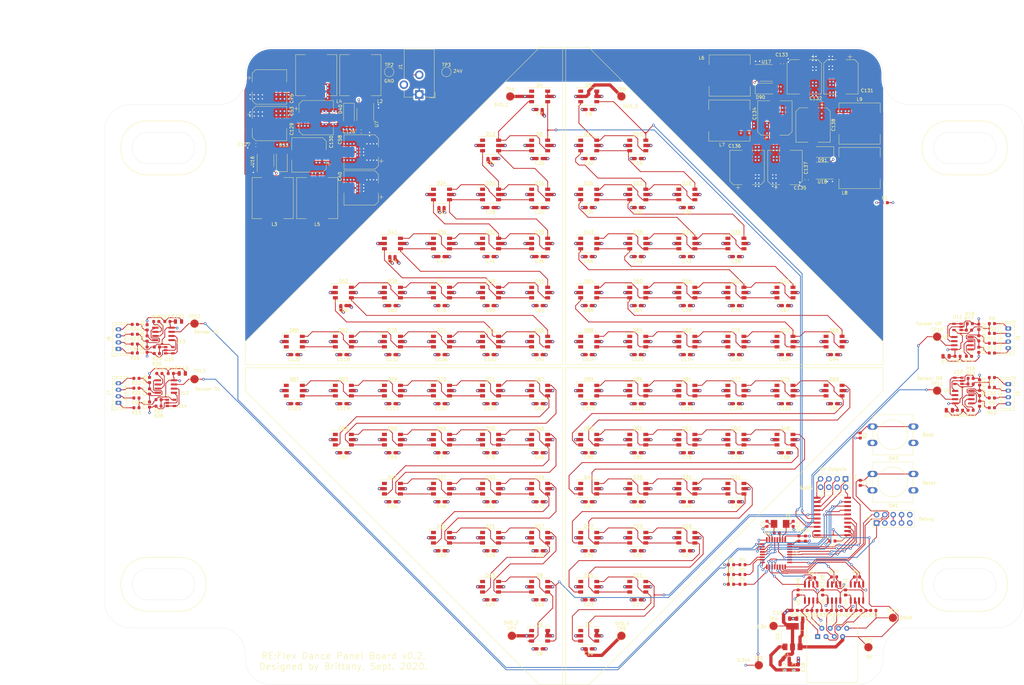
<source format=kicad_pcb>
(kicad_pcb (version 20171130) (host pcbnew "(5.1.4)-1")
  (layers (0 F.Cu signal) (1 In1.Cu power) (2 In2.Cu power) (31 B.Cu signal) (35 F.Paste user) (37 F.SilkS user) (38 B.Mask user) (39 F.Mask user) (44 Edge.Cuts user))
  (net 0 "")
  (net 1 GNDA)
  (net 2 "Net-(D1-Pad2)")
  (net 3 "Net-(D2-Pad2)")
  (net 4 "Net-(D3-Pad2)")
  (net 5 "Net-(D10-Pad4)")
  (net 6 "Net-(D11-Pad4)")
  (net 7 "Net-(D12-Pad4)")
  (net 8 "Net-(D13-Pad4)")
  (net 9 +5V)
  (net 10 NRST)
  (net 11 "Net-(C3-Pad2)")
  (net 12 "Net-(C4-Pad2)")
  (net 13 +3V3)
  (net 14 GND)
  (net 15 5VD_1)
  (net 16 5VD_2)
  (net 17 5VD_3)
  (net 18 5VD_4)
  (net 19 +3.3VA)
  (net 20 +24V)
  (net 21 "Net-(C59-Pad2)")
  (net 22 "Net-(C60-Pad2)")
  (net 23 "Net-(C62-Pad2)")
  (net 24 "Net-(C63-Pad2)")
  (net 25 "Net-(C96-Pad2)")
  (net 26 "Net-(C97-Pad2)")
  (net 27 "Net-(C100-Pad1)")
  (net 28 "Net-(C100-Pad2)")
  (net 29 "Net-(D4-Pad1)")
  (net 30 "Net-(D12-Pad6)")
  (net 31 LEDA)
  (net 32 LEDB)
  (net 33 "Net-(D13-Pad6)")
  (net 34 "Net-(D5-Pad1)")
  (net 35 "Net-(D6-Pad1)")
  (net 36 LEDC)
  (net 37 LEDD)
  (net 38 "Net-(D7-Pad1)")
  (net 39 "Net-(D8-Pad1)")
  (net 40 "Net-(D9-Pad1)")
  (net 41 "Net-(D10-Pad3)")
  (net 42 "Net-(D10-Pad1)")
  (net 43 "Net-(D11-Pad1)")
  (net 44 "Net-(D11-Pad3)")
  (net 45 "Net-(D12-Pad1)")
  (net 46 "Net-(D12-Pad3)")
  (net 47 "Net-(D13-Pad3)")
  (net 48 "Net-(D13-Pad1)")
  (net 49 "Net-(D14-Pad1)")
  (net 50 "Net-(D14-Pad3)")
  (net 51 "Net-(D15-Pad3)")
  (net 52 "Net-(D15-Pad1)")
  (net 53 "Net-(D16-Pad3)")
  (net 54 "Net-(D16-Pad1)")
  (net 55 "Net-(D17-Pad1)")
  (net 56 "Net-(D17-Pad3)")
  (net 57 "Net-(D18-Pad3)")
  (net 58 "Net-(D18-Pad1)")
  (net 59 "Net-(D19-Pad1)")
  (net 60 "Net-(D19-Pad3)")
  (net 61 "Net-(D20-Pad1)")
  (net 62 "Net-(D20-Pad3)")
  (net 63 "Net-(D21-Pad1)")
  (net 64 "Net-(D21-Pad3)")
  (net 65 "Net-(D22-Pad1)")
  (net 66 "Net-(D22-Pad3)")
  (net 67 "Net-(D23-Pad3)")
  (net 68 "Net-(D23-Pad1)")
  (net 69 "Net-(D24-Pad1)")
  (net 70 "Net-(D24-Pad3)")
  (net 71 "Net-(D25-Pad3)")
  (net 72 "Net-(D25-Pad1)")
  (net 73 "Net-(D26-Pad3)")
  (net 74 "Net-(D26-Pad1)")
  (net 75 "Net-(D27-Pad1)")
  (net 76 "Net-(D27-Pad3)")
  (net 77 "Net-(D28-Pad1)")
  (net 78 "Net-(D28-Pad3)")
  (net 79 "Net-(D29-Pad1)")
  (net 80 "Net-(D29-Pad3)")
  (net 81 "Net-(D30-Pad1)")
  (net 82 "Net-(D30-Pad3)")
  (net 83 "Net-(D31-Pad1)")
  (net 84 "Net-(D31-Pad3)")
  (net 85 "Net-(D32-Pad3)")
  (net 86 "Net-(D32-Pad1)")
  (net 87 "Net-(D33-Pad3)")
  (net 88 "Net-(D33-Pad1)")
  (net 89 "Net-(D34-Pad3)")
  (net 90 "Net-(D34-Pad1)")
  (net 91 "Net-(D35-Pad1)")
  (net 92 "Net-(D35-Pad3)")
  (net 93 "Net-(D36-Pad3)")
  (net 94 "Net-(D36-Pad1)")
  (net 95 "Net-(D37-Pad1)")
  (net 96 "Net-(D37-Pad3)")
  (net 97 "Net-(D38-Pad1)")
  (net 98 "Net-(D38-Pad3)")
  (net 99 "Net-(D39-Pad3)")
  (net 100 "Net-(D39-Pad1)")
  (net 101 "Net-(D40-Pad1)")
  (net 102 "Net-(D41-Pad3)")
  (net 103 "Net-(D41-Pad1)")
  (net 104 "Net-(D42-Pad3)")
  (net 105 "Net-(D42-Pad1)")
  (net 106 "Net-(D43-Pad3)")
  (net 107 "Net-(D43-Pad1)")
  (net 108 "Net-(D44-Pad1)")
  (net 109 "Net-(D44-Pad3)")
  (net 110 "Net-(D45-Pad3)")
  (net 111 "Net-(D45-Pad1)")
  (net 112 "Net-(D46-Pad1)")
  (net 113 "Net-(D46-Pad3)")
  (net 114 "Net-(D47-Pad1)")
  (net 115 "Net-(D47-Pad3)")
  (net 116 "Net-(D48-Pad3)")
  (net 117 "Net-(D48-Pad1)")
  (net 118 "Net-(D49-Pad3)")
  (net 119 "Net-(D49-Pad1)")
  (net 120 "Net-(D50-Pad3)")
  (net 121 "Net-(D50-Pad1)")
  (net 122 "Net-(D51-Pad3)")
  (net 123 "Net-(D51-Pad1)")
  (net 124 "Net-(D52-Pad1)")
  (net 125 "Net-(D52-Pad3)")
  (net 126 "Net-(D53-Pad1)")
  (net 127 "Net-(D54-Pad1)")
  (net 128 "Net-(D54-Pad3)")
  (net 129 "Net-(D55-Pad1)")
  (net 130 "Net-(D55-Pad3)")
  (net 131 "Net-(D56-Pad3)")
  (net 132 "Net-(D56-Pad1)")
  (net 133 "Net-(D57-Pad3)")
  (net 134 "Net-(D57-Pad1)")
  (net 135 "Net-(D58-Pad1)")
  (net 136 "Net-(D58-Pad3)")
  (net 137 "Net-(D59-Pad3)")
  (net 138 "Net-(D59-Pad1)")
  (net 139 "Net-(D60-Pad1)")
  (net 140 "Net-(D60-Pad3)")
  (net 141 "Net-(D61-Pad1)")
  (net 142 "Net-(D61-Pad3)")
  (net 143 "Net-(D62-Pad3)")
  (net 144 "Net-(D62-Pad1)")
  (net 145 "Net-(D63-Pad1)")
  (net 146 "Net-(D63-Pad3)")
  (net 147 "Net-(D64-Pad1)")
  (net 148 "Net-(D64-Pad3)")
  (net 149 "Net-(D65-Pad1)")
  (net 150 "Net-(D65-Pad3)")
  (net 151 "Net-(D66-Pad1)")
  (net 152 "Net-(D66-Pad3)")
  (net 153 "Net-(D67-Pad3)")
  (net 154 "Net-(D67-Pad1)")
  (net 155 "Net-(D68-Pad3)")
  (net 156 "Net-(D68-Pad1)")
  (net 157 "Net-(D69-Pad1)")
  (net 158 "Net-(D69-Pad3)")
  (net 159 "Net-(D70-Pad1)")
  (net 160 "Net-(D70-Pad3)")
  (net 161 "Net-(D71-Pad1)")
  (net 162 "Net-(D71-Pad3)")
  (net 163 "Net-(D72-Pad1)")
  (net 164 "Net-(D72-Pad3)")
  (net 165 "Net-(D73-Pad3)")
  (net 166 "Net-(D73-Pad1)")
  (net 167 "Net-(D74-Pad3)")
  (net 168 "Net-(D74-Pad1)")
  (net 169 "Net-(D75-Pad3)")
  (net 170 "Net-(D75-Pad1)")
  (net 171 "Net-(D76-Pad3)")
  (net 172 "Net-(D76-Pad1)")
  (net 173 "Net-(D77-Pad3)")
  (net 174 "Net-(D77-Pad1)")
  (net 175 "Net-(D78-Pad1)")
  (net 176 "Net-(D78-Pad3)")
  (net 177 "Net-(D79-Pad1)")
  (net 178 "Net-(D79-Pad3)")
  (net 179 "Net-(D80-Pad1)")
  (net 180 "Net-(D80-Pad3)")
  (net 181 "Net-(D81-Pad3)")
  (net 182 "Net-(D81-Pad1)")
  (net 183 "Net-(D82-Pad3)")
  (net 184 "Net-(D82-Pad1)")
  (net 185 "Net-(D83-Pad3)")
  (net 186 "Net-(D83-Pad1)")
  (net 187 "Net-(D84-Pad3)")
  (net 188 "Net-(D84-Pad1)")
  (net 189 "Net-(D85-Pad1)")
  (net 190 "Net-(D85-Pad3)")
  (net 191 "Net-(D86-Pad3)")
  (net 192 "Net-(D86-Pad1)")
  (net 193 "Net-(D87-Pad3)")
  (net 194 "Net-(D87-Pad1)")
  (net 195 "Net-(D88-Pad1)")
  (net 196 "Net-(D88-Pad3)")
  (net 197 "Net-(D89-Pad3)")
  (net 198 "Net-(D89-Pad1)")
  (net 199 "Net-(D90-Pad1)")
  (net 200 "Net-(D91-Pad1)")
  (net 201 TX+)
  (net 202 TX-)
  (net 203 RX+)
  (net 204 CK-)
  (net 205 CK+)
  (net 206 RX-)
  (net 207 SWDIO)
  (net 208 SWCLK)
  (net 209 "Net-(J3-Pad9)")
  (net 210 EXTERN1)
  (net 211 EXTERN2)
  (net 212 EXTERN3)
  (net 213 EXTERN4)
  (net 214 "Net-(J5-Pad1)")
  (net 215 "Net-(J5-Pad3)")
  (net 216 "Net-(J5-Pad4)")
  (net 217 "Net-(J6-Pad4)")
  (net 218 "Net-(J6-Pad3)")
  (net 219 "Net-(J6-Pad1)")
  (net 220 "Net-(J7-Pad4)")
  (net 221 "Net-(J7-Pad3)")
  (net 222 "Net-(J7-Pad1)")
  (net 223 "Net-(J8-Pad1)")
  (net 224 "Net-(J8-Pad3)")
  (net 225 "Net-(J8-Pad4)")
  (net 226 "Net-(L2-Pad2)")
  (net 227 "Net-(L3-Pad2)")
  (net 228 "Net-(L6-Pad2)")
  (net 229 "Net-(L8-Pad2)")
  (net 230 "Net-(R2-Pad1)")
  (net 231 "Net-(R3-Pad1)")
  (net 232 "Net-(R4-Pad1)")
  (net 233 "Net-(R5-Pad1)")
  (net 234 "Net-(R6-Pad1)")
  (net 235 "Net-(R13-Pad2)")
  (net 236 "Net-(R13-Pad1)")
  (net 237 "Net-(R14-Pad2)")
  (net 238 "Net-(R14-Pad1)")
  (net 239 "Net-(R15-Pad1)")
  (net 240 "Net-(R17-Pad1)")
  (net 241 "Net-(R25-Pad1)")
  (net 242 "Net-(R25-Pad2)")
  (net 243 "Net-(R26-Pad2)")
  (net 244 "Net-(R26-Pad1)")
  (net 245 "Net-(R27-Pad1)")
  (net 246 "Net-(R29-Pad1)")
  (net 247 UART_CK)
  (net 248 "Net-(R37-Pad1)")
  (net 249 UART_RX)
  (net 250 "Net-(R41-Pad1)")
  (net 251 "Net-(R42-Pad1)")
  (net 252 UART_TX)
  (net 253 SENS2)
  (net 254 SENS1)
  (net 255 SENS4)
  (net 256 SENS3)
  (net 257 LEDA_3.3)
  (net 258 LEDB_3.3)
  (net 259 LEDC_3.3)
  (net 260 LEDD_3.3)
  (net 261 EXTERN1_3.3)
  (net 262 EXTERN2_3.3)
  (net 263 EXTERN3_3.3)
  (net 264 EXTERN4_3.3)
  (net 265 TX_EN)
  (net 266 RX_EN)
  (net 267 CK_EN)
  (net 268 "Net-(U10-Pad3)")
  (net 269 "Net-(U11-Pad3)")
  (net 270 "Net-(U12-Pad6)")
  (net 271 "Net-(U13-Pad6)")
  (net 272 "Net-(J3-Pad3)")
  (net 273 "Net-(J3-Pad10)")
  (module Package_TO_SOT_SMD:SOT-23-5 (layer F.Cu) (at 92.25 156.25)
    (fp_text reference U14 (at 3.5 1) (layer F.SilkS))
    (fp_text value LMV321)
    (pad 1 smd rect (at -1.1 -0.95) (size 1.06 0.65) (layers F.Cu F.Paste F.Mask) (net 245 "Net-(R27-Pad1)"))
    (pad 2 smd rect (at -1.1 0) (size 1.06 0.65) (layers F.Cu F.Paste F.Mask) (net 1 GNDA))
    (pad 3 smd rect (at -1.1 0.95) (size 1.06 0.65) (layers F.Cu F.Paste F.Mask) (net 270 "Net-(U12-Pad6)"))
    (pad 4 smd rect (at 1.1 0.95) (size 1.06 0.65) (layers F.Cu F.Paste F.Mask) (net 270 "Net-(U12-Pad6)"))
    (pad 5 smd rect (at 1.1 -0.95) (size 1.06 0.65) (layers F.Cu F.Paste F.Mask) (net 19 +3.3VA))
  )
  (module Package_SO:SOIC-8_3.9x4.9mm_P1.27mm (layer F.Cu) (at 334.25 138 180)
    (fp_text reference U9 (at 5 2) (layer F.SilkS))
    (fp_text value INA826)
    (pad 1 smd roundrect (at -2.475 -1.905 180) (size 1.95 0.6) (layers F.Cu F.Paste F.Mask) (net 23 "Net-(C62-Pad2)"))
    (pad 2 smd roundrect (at -2.475 -0.635 180) (size 1.95 0.6) (layers F.Cu F.Paste F.Mask) (net 238 "Net-(R14-Pad1)"))
    (pad 3 smd roundrect (at -2.475 0.635 180) (size 1.95 0.6) (layers F.Cu F.Paste F.Mask) (net 237 "Net-(R14-Pad2)"))
    (pad 4 smd roundrect (at -2.475 1.905 180) (size 1.95 0.6) (layers F.Cu F.Paste F.Mask) (net 24 "Net-(C63-Pad2)"))
    (pad 5 smd roundrect (at 2.475 1.905 180) (size 1.95 0.6) (layers F.Cu F.Paste F.Mask) (net 1 GNDA))
    (pad 6 smd roundrect (at 2.475 0.635 180) (size 1.95 0.6) (layers F.Cu F.Paste F.Mask) (net 269 "Net-(U11-Pad3)"))
    (pad 7 smd roundrect (at 2.475 -0.635 180) (size 1.95 0.6) (layers F.Cu F.Paste F.Mask) (net 253 SENS2))
    (pad 8 smd roundrect (at 2.475 -1.905 180) (size 1.95 0.6) (layers F.Cu F.Paste F.Mask) (net 19 +3.3VA))
  )
  (module Package_TO_SOT_SMD:SOT-23-5 (layer F.Cu) (at 333 149.5 180)
    (fp_text reference U10 (at 0 2.75) (layer F.SilkS))
    (fp_text value LMV321)
    (pad 1 smd rect (at -1.1 -0.95 180) (size 1.06 0.65) (layers F.Cu F.Paste F.Mask) (net 239 "Net-(R15-Pad1)"))
    (pad 2 smd rect (at -1.1 0 180) (size 1.06 0.65) (layers F.Cu F.Paste F.Mask) (net 1 GNDA))
    (pad 3 smd rect (at -1.1 0.95 180) (size 1.06 0.65) (layers F.Cu F.Paste F.Mask) (net 268 "Net-(U10-Pad3)"))
    (pad 4 smd rect (at 1.1 0.95 180) (size 1.06 0.65) (layers F.Cu F.Paste F.Mask) (net 268 "Net-(U10-Pad3)"))
    (pad 5 smd rect (at 1.1 -0.95 180) (size 1.06 0.65) (layers F.Cu F.Paste F.Mask) (net 19 +3.3VA))
  )
  (module Inductor_SMD:L_12x12mm_H8mm (layer F.Cu) (at 150.2 56 90)
    (fp_text reference L2 (at -8 6 180) (layer F.SilkS))
    (fp_text value 47u)
    (pad 1 smd rect (at -4.95 0 90) (size 2.9 5.4) (layers F.Cu F.Paste F.Mask) (net 101 "Net-(D40-Pad1)"))
    (pad 2 smd rect (at 4.95 0 90) (size 2.9 5.4) (layers F.Cu F.Paste F.Mask) (net 226 "Net-(L2-Pad2)"))
  )
  (module Capacitor_SMD:CP_Elec_10x10 (layer F.Cu) (at 150.45 90.5 180)
    (fp_text reference C40 (at 6.5 3.5 90) (layer F.SilkS))
    (fp_text value 220u)
    (pad 1 smd roundrect (at -4 0 180) (size 4 2.5) (layers F.Cu F.Paste F.Mask) (roundrect_rratio 0.1) (net 20 +24V))
    (pad 2 smd roundrect (at 4 0 180) (size 4 2.5) (layers F.Cu F.Paste F.Mask) (roundrect_rratio 0.1) (net 14 GND))
  )
  (module Package_SO:SOIC-8_3.9x4.9mm_P1.27mm (layer F.Cu) (at 334.5 154.5 180)
    (fp_text reference U8 (at 5 2) (layer F.SilkS))
    (fp_text value INA826)
    (pad 1 smd roundrect (at -2.475 -1.905 180) (size 1.95 0.6) (layers F.Cu F.Paste F.Mask) (net 21 "Net-(C59-Pad2)"))
    (pad 2 smd roundrect (at -2.475 -0.635 180) (size 1.95 0.6) (layers F.Cu F.Paste F.Mask) (net 236 "Net-(R13-Pad1)"))
    (pad 3 smd roundrect (at -2.475 0.635 180) (size 1.95 0.6) (layers F.Cu F.Paste F.Mask) (net 235 "Net-(R13-Pad2)"))
    (pad 4 smd roundrect (at -2.475 1.905 180) (size 1.95 0.6) (layers F.Cu F.Paste F.Mask) (net 22 "Net-(C60-Pad2)"))
    (pad 5 smd roundrect (at 2.475 1.905 180) (size 1.95 0.6) (layers F.Cu F.Paste F.Mask) (net 1 GNDA))
    (pad 6 smd roundrect (at 2.475 0.635 180) (size 1.95 0.6) (layers F.Cu F.Paste F.Mask) (net 268 "Net-(U10-Pad3)"))
    (pad 7 smd roundrect (at 2.475 -0.635 180) (size 1.95 0.6) (layers F.Cu F.Paste F.Mask) (net 254 SENS1))
    (pad 8 smd roundrect (at 2.475 -1.905 180) (size 1.95 0.6) (layers F.Cu F.Paste F.Mask) (net 19 +3.3VA))
  )
  (module Capacitor_SMD:C_0603_1608Metric (layer F.Cu) (at 343.25 151.5)
    (fp_text reference C51 (at 0 1.75) (layer F.SilkS))
    (fp_text value 0.1u)
    (pad 1 smd roundrect (at -0.7875 0) (size 0.875 0.95) (layers F.Cu F.Paste F.Mask) (net 19 +3.3VA))
    (pad 2 smd roundrect (at 0.7875 0) (size 0.875 0.95) (layers F.Cu F.Paste F.Mask) (net 1 GNDA))
  )
  (module LED_SMD:LED_WS2812_PLCC6_5.0x5.0mm_P1.6mm (layer F.Cu) (at 190 152.5)
    (fp_text reference D71 (at 0 -3.5) (layer F.SilkS))
    (fp_text value WS2813)
    (pad 4 smd rect (at 2.45 1.6) (size 1.5 1) (layers F.Cu F.Paste F.Mask) (net 153 "Net-(D67-Pad3)"))
    (pad 5 smd rect (at 2.45 0) (size 1.5 1) (layers F.Cu F.Paste F.Mask) (net 14 GND))
    (pad 6 smd rect (at 2.45 -1.6) (size 1.5 1) (layers F.Cu F.Paste F.Mask) (net 146 "Net-(D63-Pad3)"))
    (pad 3 smd rect (at -2.45 1.6) (size 1.5 1) (layers F.Cu F.Paste F.Mask) (net 162 "Net-(D71-Pad3)"))
    (pad 2 smd rect (at -2.45 0) (size 1.5 1) (layers F.Cu F.Paste F.Mask) (net 16 5VD_2))
    (pad 1 smd rect (at -2.45 -1.6) (size 1.5 1) (layers F.Cu F.Paste F.Mask) (net 161 "Net-(D71-Pad1)"))
  )
  (module LED_SMD:LED_WS2812_PLCC6_5.0x5.0mm_P1.6mm (layer F.Cu) (at 190 167.5)
    (fp_text reference D50 (at 0 -3.5) (layer F.SilkS))
    (fp_text value WS2813)
    (pad 1 smd rect (at -2.45 -1.6) (size 1.5 1) (layers F.Cu F.Paste F.Mask) (net 121 "Net-(D50-Pad1)"))
    (pad 2 smd rect (at -2.45 0) (size 1.5 1) (layers F.Cu F.Paste F.Mask) (net 16 5VD_2))
    (pad 3 smd rect (at -2.45 1.6) (size 1.5 1) (layers F.Cu F.Paste F.Mask) (net 120 "Net-(D50-Pad3)"))
    (pad 6 smd rect (at 2.45 -1.6) (size 1.5 1) (layers F.Cu F.Paste F.Mask) (net 104 "Net-(D42-Pad3)"))
    (pad 5 smd rect (at 2.45 0) (size 1.5 1) (layers F.Cu F.Paste F.Mask) (net 14 GND))
    (pad 4 smd rect (at 2.45 1.6) (size 1.5 1) (layers F.Cu F.Paste F.Mask) (net 113 "Net-(D46-Pad3)"))
  )
  (module LED_SMD:LED_WS2812_PLCC6_5.0x5.0mm_P1.6mm (layer F.Cu) (at 145 167.5)
    (fp_text reference D63 (at 0 -3.5) (layer F.SilkS))
    (fp_text value WS2813)
    (pad 4 smd rect (at 2.45 1.6) (size 1.5 1) (layers F.Cu F.Paste F.Mask) (net 137 "Net-(D59-Pad3)"))
    (pad 5 smd rect (at 2.45 0) (size 1.5 1) (layers F.Cu F.Paste F.Mask) (net 14 GND))
    (pad 6 smd rect (at 2.45 -1.6) (size 1.5 1) (layers F.Cu F.Paste F.Mask) (net 130 "Net-(D55-Pad3)"))
    (pad 3 smd rect (at -2.45 1.6) (size 1.5 1) (layers F.Cu F.Paste F.Mask) (net 146 "Net-(D63-Pad3)"))
    (pad 2 smd rect (at -2.45 0) (size 1.5 1) (layers F.Cu F.Paste F.Mask) (net 16 5VD_2))
    (pad 1 smd rect (at -2.45 -1.6) (size 1.5 1) (layers F.Cu F.Paste F.Mask) (net 145 "Net-(D63-Pad1)"))
  )
  (module LED_SMD:LED_WS2812_PLCC6_5.0x5.0mm_P1.6mm (layer F.Cu) (at 205 167.5)
    (fp_text reference D46 (at 0 -3.5) (layer F.SilkS))
    (fp_text value WS2813)
    (pad 4 smd rect (at 2.45 1.6) (size 1.5 1) (layers F.Cu F.Paste F.Mask) (net 104 "Net-(D42-Pad3)"))
    (pad 5 smd rect (at 2.45 0) (size 1.5 1) (layers F.Cu F.Paste F.Mask) (net 14 GND))
    (pad 6 smd rect (at 2.45 -1.6) (size 1.5 1) (layers F.Cu F.Paste F.Mask) (net 96 "Net-(D37-Pad3)"))
    (pad 3 smd rect (at -2.45 1.6) (size 1.5 1) (layers F.Cu F.Paste F.Mask) (net 113 "Net-(D46-Pad3)"))
    (pad 2 smd rect (at -2.45 0) (size 1.5 1) (layers F.Cu F.Paste F.Mask) (net 16 5VD_2))
    (pad 1 smd rect (at -2.45 -1.6) (size 1.5 1) (layers F.Cu F.Paste F.Mask) (net 112 "Net-(D46-Pad1)"))
  )
  (module LED_SMD:LED_WS2812_PLCC6_5.0x5.0mm_P1.6mm (layer F.Cu) (at 160 167.5)
    (fp_text reference D59 (at 0 -3.5) (layer F.SilkS))
    (fp_text value WS2813)
    (pad 1 smd rect (at -2.45 -1.6) (size 1.5 1) (layers F.Cu F.Paste F.Mask) (net 138 "Net-(D59-Pad1)"))
    (pad 2 smd rect (at -2.45 0) (size 1.5 1) (layers F.Cu F.Paste F.Mask) (net 16 5VD_2))
    (pad 3 smd rect (at -2.45 1.6) (size 1.5 1) (layers F.Cu F.Paste F.Mask) (net 137 "Net-(D59-Pad3)"))
    (pad 6 smd rect (at 2.45 -1.6) (size 1.5 1) (layers F.Cu F.Paste F.Mask) (net 120 "Net-(D50-Pad3)"))
    (pad 5 smd rect (at 2.45 0) (size 1.5 1) (layers F.Cu F.Paste F.Mask) (net 14 GND))
    (pad 4 smd rect (at 2.45 1.6) (size 1.5 1) (layers F.Cu F.Paste F.Mask) (net 130 "Net-(D55-Pad3)"))
  )
  (module LED_SMD:LED_WS2812_PLCC6_5.0x5.0mm_P1.6mm (layer F.Cu) (at 160 182.5)
    (fp_text reference D42 (at 0 -3.5) (layer F.SilkS))
    (fp_text value WS2813)
    (pad 1 smd rect (at -2.45 -1.6) (size 1.5 1) (layers F.Cu F.Paste F.Mask) (net 105 "Net-(D42-Pad1)"))
    (pad 2 smd rect (at -2.45 0) (size 1.5 1) (layers F.Cu F.Paste F.Mask) (net 16 5VD_2))
    (pad 3 smd rect (at -2.45 1.6) (size 1.5 1) (layers F.Cu F.Paste F.Mask) (net 104 "Net-(D42-Pad3)"))
    (pad 6 smd rect (at 2.45 -1.6) (size 1.5 1) (layers F.Cu F.Paste F.Mask) (net 87 "Net-(D33-Pad3)"))
    (pad 5 smd rect (at 2.45 0) (size 1.5 1) (layers F.Cu F.Paste F.Mask) (net 14 GND))
    (pad 4 smd rect (at 2.45 1.6) (size 1.5 1) (layers F.Cu F.Paste F.Mask) (net 96 "Net-(D37-Pad3)"))
  )
  (module LED_SMD:LED_WS2812_PLCC6_5.0x5.0mm_P1.6mm (layer F.Cu) (at 175 167.5)
    (fp_text reference D55 (at 0 -3.5) (layer F.SilkS))
    (fp_text value WS2813)
    (pad 4 smd rect (at 2.45 1.6) (size 1.5 1) (layers F.Cu F.Paste F.Mask) (net 120 "Net-(D50-Pad3)"))
    (pad 5 smd rect (at 2.45 0) (size 1.5 1) (layers F.Cu F.Paste F.Mask) (net 14 GND))
    (pad 6 smd rect (at 2.45 -1.6) (size 1.5 1) (layers F.Cu F.Paste F.Mask) (net 113 "Net-(D46-Pad3)"))
    (pad 3 smd rect (at -2.45 1.6) (size 1.5 1) (layers F.Cu F.Paste F.Mask) (net 130 "Net-(D55-Pad3)"))
    (pad 2 smd rect (at -2.45 0) (size 1.5 1) (layers F.Cu F.Paste F.Mask) (net 16 5VD_2))
    (pad 1 smd rect (at -2.45 -1.6) (size 1.5 1) (layers F.Cu F.Paste F.Mask) (net 129 "Net-(D55-Pad1)"))
  )
  (module LED_SMD:LED_WS2812_PLCC6_5.0x5.0mm_P1.6mm (layer F.Cu) (at 205 152.5)
    (fp_text reference D67 (at 0 -3.5) (layer F.SilkS))
    (fp_text value WS2813)
    (pad 1 smd rect (at -2.45 -1.6) (size 1.5 1) (layers F.Cu F.Paste F.Mask) (net 154 "Net-(D67-Pad1)"))
    (pad 2 smd rect (at -2.45 0) (size 1.5 1) (layers F.Cu F.Paste F.Mask) (net 16 5VD_2))
    (pad 3 smd rect (at -2.45 1.6) (size 1.5 1) (layers F.Cu F.Paste F.Mask) (net 153 "Net-(D67-Pad3)"))
    (pad 6 smd rect (at 2.45 -1.6) (size 1.5 1) (layers F.Cu F.Paste F.Mask) (net 137 "Net-(D59-Pad3)"))
    (pad 5 smd rect (at 2.45 0) (size 1.5 1) (layers F.Cu F.Paste F.Mask) (net 14 GND))
    (pad 4 smd rect (at 2.45 1.6) (size 1.5 1) (layers F.Cu F.Paste F.Mask) (net 146 "Net-(D63-Pad3)"))
  )
  (module LED_SMD:LED_WS2812_PLCC6_5.0x5.0mm_P1.6mm (layer F.Cu) (at 175 197.5)
    (fp_text reference D25 (at 0 -3.5) (layer F.SilkS))
    (fp_text value WS2813)
    (pad 1 smd rect (at -2.45 -1.6) (size 1.5 1) (layers F.Cu F.Paste F.Mask) (net 72 "Net-(D25-Pad1)"))
    (pad 2 smd rect (at -2.45 0) (size 1.5 1) (layers F.Cu F.Paste F.Mask) (net 16 5VD_2))
    (pad 3 smd rect (at -2.45 1.6) (size 1.5 1) (layers F.Cu F.Paste F.Mask) (net 71 "Net-(D25-Pad3)"))
    (pad 6 smd rect (at 2.45 -1.6) (size 1.5 1) (layers F.Cu F.Paste F.Mask) (net 56 "Net-(D17-Pad3)"))
    (pad 5 smd rect (at 2.45 0) (size 1.5 1) (layers F.Cu F.Paste F.Mask) (net 14 GND))
    (pad 4 smd rect (at 2.45 1.6) (size 1.5 1) (layers F.Cu F.Paste F.Mask) (net 64 "Net-(D21-Pad3)"))
  )
  (module LED_SMD:LED_WS2812_PLCC6_5.0x5.0mm_P1.6mm (layer F.Cu) (at 205 227.5)
    (fp_text reference D5 (at 0 -3.5) (layer F.SilkS))
    (fp_text value WS2813)
    (pad 1 smd rect (at -2.45 -1.6) (size 1.5 1) (layers F.Cu F.Paste F.Mask) (net 34 "Net-(D5-Pad1)"))
    (pad 2 smd rect (at -2.45 0) (size 1.5 1) (layers F.Cu F.Paste F.Mask) (net 16 5VD_2))
    (pad 3 smd rect (at -2.45 1.6) (size 1.5 1) (layers F.Cu F.Paste F.Mask) (net 33 "Net-(D13-Pad6)"))
    (pad 6 smd rect (at 2.45 -1.6) (size 1.5 1) (layers F.Cu F.Paste F.Mask) (net 14 GND))
    (pad 5 smd rect (at 2.45 0) (size 1.5 1) (layers F.Cu F.Paste F.Mask) (net 14 GND))
    (pad 4 smd rect (at 2.45 1.6) (size 1.5 1) (layers F.Cu F.Paste F.Mask) (net 32 LEDB))
  )
  (module LED_SMD:LED_WS2812_PLCC6_5.0x5.0mm_P1.6mm (layer F.Cu) (at 190 212.5)
    (fp_text reference D13 (at 0 -3.5) (layer F.SilkS))
    (fp_text value WS2813)
    (pad 1 smd rect (at -2.45 -1.6) (size 1.5 1) (layers F.Cu F.Paste F.Mask) (net 48 "Net-(D13-Pad1)"))
    (pad 2 smd rect (at -2.45 0) (size 1.5 1) (layers F.Cu F.Paste F.Mask) (net 16 5VD_2))
    (pad 3 smd rect (at -2.45 1.6) (size 1.5 1) (layers F.Cu F.Paste F.Mask) (net 47 "Net-(D13-Pad3)"))
    (pad 6 smd rect (at 2.45 -1.6) (size 1.5 1) (layers F.Cu F.Paste F.Mask) (net 33 "Net-(D13-Pad6)"))
    (pad 5 smd rect (at 2.45 0) (size 1.5 1) (layers F.Cu F.Paste F.Mask) (net 14 GND))
    (pad 4 smd rect (at 2.45 1.6) (size 1.5 1) (layers F.Cu F.Paste F.Mask) (net 8 "Net-(D13-Pad4)"))
  )
  (module LED_SMD:LED_WS2812_PLCC6_5.0x5.0mm_P1.6mm (layer F.Cu) (at 190 197.5)
    (fp_text reference D21 (at 0 -3.5) (layer F.SilkS))
    (fp_text value WS2813)
    (pad 4 smd rect (at 2.45 1.6) (size 1.5 1) (layers F.Cu F.Paste F.Mask) (net 56 "Net-(D17-Pad3)"))
    (pad 5 smd rect (at 2.45 0) (size 1.5 1) (layers F.Cu F.Paste F.Mask) (net 14 GND))
    (pad 6 smd rect (at 2.45 -1.6) (size 1.5 1) (layers F.Cu F.Paste F.Mask) (net 47 "Net-(D13-Pad3)"))
    (pad 3 smd rect (at -2.45 1.6) (size 1.5 1) (layers F.Cu F.Paste F.Mask) (net 64 "Net-(D21-Pad3)"))
    (pad 2 smd rect (at -2.45 0) (size 1.5 1) (layers F.Cu F.Paste F.Mask) (net 16 5VD_2))
    (pad 1 smd rect (at -2.45 -1.6) (size 1.5 1) (layers F.Cu F.Paste F.Mask) (net 63 "Net-(D21-Pad1)"))
  )
  (module LED_SMD:LED_WS2812_PLCC6_5.0x5.0mm_P1.6mm (layer F.Cu) (at 175 182.5)
    (fp_text reference D37 (at 0 -3.5) (layer F.SilkS))
    (fp_text value WS2813)
    (pad 4 smd rect (at 2.45 1.6) (size 1.5 1) (layers F.Cu F.Paste F.Mask) (net 87 "Net-(D33-Pad3)"))
    (pad 5 smd rect (at 2.45 0) (size 1.5 1) (layers F.Cu F.Paste F.Mask) (net 14 GND))
    (pad 6 smd rect (at 2.45 -1.6) (size 1.5 1) (layers F.Cu F.Paste F.Mask) (net 80 "Net-(D29-Pad3)"))
    (pad 3 smd rect (at -2.45 1.6) (size 1.5 1) (layers F.Cu F.Paste F.Mask) (net 96 "Net-(D37-Pad3)"))
    (pad 2 smd rect (at -2.45 0) (size 1.5 1) (layers F.Cu F.Paste F.Mask) (net 16 5VD_2))
    (pad 1 smd rect (at -2.45 -1.6) (size 1.5 1) (layers F.Cu F.Paste F.Mask) (net 95 "Net-(D37-Pad1)"))
  )
  (module LED_SMD:LED_WS2812_PLCC6_5.0x5.0mm_P1.6mm (layer F.Cu) (at 205 212.5)
    (fp_text reference D9 (at 0 -3.5) (layer F.SilkS))
    (fp_text value WS2813)
    (pad 1 smd rect (at -2.45 -1.6) (size 1.5 1) (layers F.Cu F.Paste F.Mask) (net 40 "Net-(D9-Pad1)"))
    (pad 2 smd rect (at -2.45 0) (size 1.5 1) (layers F.Cu F.Paste F.Mask) (net 16 5VD_2))
    (pad 3 smd rect (at -2.45 1.6) (size 1.5 1) (layers F.Cu F.Paste F.Mask) (net 8 "Net-(D13-Pad4)"))
    (pad 6 smd rect (at 2.45 -1.6) (size 1.5 1) (layers F.Cu F.Paste F.Mask) (net 32 LEDB))
    (pad 5 smd rect (at 2.45 0) (size 1.5 1) (layers F.Cu F.Paste F.Mask) (net 14 GND))
    (pad 4 smd rect (at 2.45 1.6) (size 1.5 1) (layers F.Cu F.Paste F.Mask) (net 33 "Net-(D13-Pad6)"))
  )
  (module LED_SMD:LED_WS2812_PLCC6_5.0x5.0mm_P1.6mm (layer F.Cu) (at 205 197.5)
    (fp_text reference D17 (at 0 -3.5) (layer F.SilkS))
    (fp_text value WS2813)
    (pad 4 smd rect (at 2.45 1.6) (size 1.5 1) (layers F.Cu F.Paste F.Mask) (net 47 "Net-(D13-Pad3)"))
    (pad 5 smd rect (at 2.45 0) (size 1.5 1) (layers F.Cu F.Paste F.Mask) (net 14 GND))
    (pad 6 smd rect (at 2.45 -1.6) (size 1.5 1) (layers F.Cu F.Paste F.Mask) (net 8 "Net-(D13-Pad4)"))
    (pad 3 smd rect (at -2.45 1.6) (size 1.5 1) (layers F.Cu F.Paste F.Mask) (net 56 "Net-(D17-Pad3)"))
    (pad 2 smd rect (at -2.45 0) (size 1.5 1) (layers F.Cu F.Paste F.Mask) (net 16 5VD_2))
    (pad 1 smd rect (at -2.45 -1.6) (size 1.5 1) (layers F.Cu F.Paste F.Mask) (net 55 "Net-(D17-Pad1)"))
  )
  (module LED_SMD:LED_WS2812_PLCC6_5.0x5.0mm_P1.6mm (layer F.Cu) (at 205 182.5)
    (fp_text reference D29 (at 0 -3.5) (layer F.SilkS))
    (fp_text value WS2813)
    (pad 4 smd rect (at 2.45 1.6) (size 1.5 1) (layers F.Cu F.Paste F.Mask) (net 71 "Net-(D25-Pad3)"))
    (pad 5 smd rect (at 2.45 0) (size 1.5 1) (layers F.Cu F.Paste F.Mask) (net 14 GND))
    (pad 6 smd rect (at 2.45 -1.6) (size 1.5 1) (layers F.Cu F.Paste F.Mask) (net 64 "Net-(D21-Pad3)"))
    (pad 3 smd rect (at -2.45 1.6) (size 1.5 1) (layers F.Cu F.Paste F.Mask) (net 80 "Net-(D29-Pad3)"))
    (pad 2 smd rect (at -2.45 0) (size 1.5 1) (layers F.Cu F.Paste F.Mask) (net 16 5VD_2))
    (pad 1 smd rect (at -2.45 -1.6) (size 1.5 1) (layers F.Cu F.Paste F.Mask) (net 79 "Net-(D29-Pad1)"))
  )
  (module LED_SMD:LED_WS2812_PLCC6_5.0x5.0mm_P1.6mm (layer F.Cu) (at 190 182.5)
    (fp_text reference D33 (at 0 -3.5) (layer F.SilkS))
    (fp_text value WS2813)
    (pad 1 smd rect (at -2.45 -1.6) (size 1.5 1) (layers F.Cu F.Paste F.Mask) (net 88 "Net-(D33-Pad1)"))
    (pad 2 smd rect (at -2.45 0) (size 1.5 1) (layers F.Cu F.Paste F.Mask) (net 16 5VD_2))
    (pad 3 smd rect (at -2.45 1.6) (size 1.5 1) (layers F.Cu F.Paste F.Mask) (net 87 "Net-(D33-Pad3)"))
    (pad 6 smd rect (at 2.45 -1.6) (size 1.5 1) (layers F.Cu F.Paste F.Mask) (net 71 "Net-(D25-Pad3)"))
    (pad 5 smd rect (at 2.45 0) (size 1.5 1) (layers F.Cu F.Paste F.Mask) (net 14 GND))
    (pad 4 smd rect (at 2.45 1.6) (size 1.5 1) (layers F.Cu F.Paste F.Mask) (net 80 "Net-(D29-Pad3)"))
  )
  (module LED_SMD:LED_WS2812_PLCC6_5.0x5.0mm_P1.6mm (layer F.Cu) (at 175 152.5)
    (fp_text reference D75 (at 0 -3.5) (layer F.SilkS))
    (fp_text value WS2813)
    (pad 1 smd rect (at -2.45 -1.6) (size 1.5 1) (layers F.Cu F.Paste F.Mask) (net 170 "Net-(D75-Pad1)"))
    (pad 2 smd rect (at -2.45 0) (size 1.5 1) (layers F.Cu F.Paste F.Mask) (net 16 5VD_2))
    (pad 3 smd rect (at -2.45 1.6) (size 1.5 1) (layers F.Cu F.Paste F.Mask) (net 169 "Net-(D75-Pad3)"))
    (pad 6 smd rect (at 2.45 -1.6) (size 1.5 1) (layers F.Cu F.Paste F.Mask) (net 153 "Net-(D67-Pad3)"))
    (pad 5 smd rect (at 2.45 0) (size 1.5 1) (layers F.Cu F.Paste F.Mask) (net 14 GND))
    (pad 4 smd rect (at 2.45 1.6) (size 1.5 1) (layers F.Cu F.Paste F.Mask) (net 162 "Net-(D71-Pad3)"))
  )
  (module Capacitor_SMD:C_0603_1608Metric (layer F.Cu) (at 294.5 198.5 180)
    (fp_text reference C1 (at 0 -1.43) (layer F.SilkS))
    (fp_text value 0.1u)
    (pad 2 smd roundrect (at 0.7875 0 180) (size 0.875 0.95) (layers F.Cu F.Paste F.Mask) (net 1 GNDA))
    (pad 1 smd roundrect (at -0.7875 0 180) (size 0.875 0.95) (layers F.Cu F.Paste F.Mask) (net 9 +5V))
  )
  (module Capacitor_SMD:C_0603_1608Metric (layer F.Cu) (at 303 180.7125 90)
    (fp_text reference C2 (at 0 1.5 90) (layer F.SilkS))
    (fp_text value 0.1u)
    (pad 2 smd roundrect (at 0.7875 0 90) (size 0.875 0.95) (layers F.Cu F.Paste F.Mask) (net 10 NRST))
    (pad 1 smd roundrect (at -0.7875 0 90) (size 0.875 0.95) (layers F.Cu F.Paste F.Mask) (net 1 GNDA))
  )
  (module Capacitor_SMD:C_0603_1608Metric (layer F.Cu) (at 282.5 193.25 90)
    (fp_text reference C3 (at -0.25 1.5 90) (layer F.SilkS))
    (fp_text value 22p)
    (pad 1 smd roundrect (at -0.7875 0 90) (size 0.875 0.95) (layers F.Cu F.Paste F.Mask) (net 1 GNDA))
    (pad 2 smd roundrect (at 0.7875 0 90) (size 0.875 0.95) (layers F.Cu F.Paste F.Mask) (net 11 "Net-(C3-Pad2)"))
  )
  (module Capacitor_SMD:C_0603_1608Metric (layer F.Cu) (at 274.5 193.25 90)
    (fp_text reference C4 (at 0 -1.43 90) (layer F.SilkS))
    (fp_text value 22p)
    (pad 2 smd roundrect (at 0.7875 0 90) (size 0.875 0.95) (layers F.Cu F.Paste F.Mask) (net 12 "Net-(C4-Pad2)"))
    (pad 1 smd roundrect (at -0.7875 0 90) (size 0.875 0.95) (layers F.Cu F.Paste F.Mask) (net 1 GNDA))
  )
  (module Capacitor_SMD:C_0603_1608Metric (layer F.Cu) (at 286.25 197.75 90)
    (fp_text reference C5 (at 2.5 0 180) (layer F.SilkS))
    (fp_text value 0.1u)
    (pad 2 smd roundrect (at 0.7875 0 90) (size 0.875 0.95) (layers F.Cu F.Paste F.Mask) (net 13 +3V3))
    (pad 1 smd roundrect (at -0.7875 0 90) (size 0.875 0.95) (layers F.Cu F.Paste F.Mask) (net 1 GNDA))
  )
  (module Capacitor_SMD:C_0603_1608Metric (layer F.Cu) (at 284.25 197.75 90)
    (fp_text reference C6 (at 2.5 0 180) (layer F.SilkS))
    (fp_text value 0.1u)
    (pad 1 smd roundrect (at -0.7875 0 90) (size 0.875 0.95) (layers F.Cu F.Paste F.Mask) (net 1 GNDA))
    (pad 2 smd roundrect (at 0.7875 0 90) (size 0.875 0.95) (layers F.Cu F.Paste F.Mask) (net 13 +3V3))
  )
  (module Capacitor_SMD:C_0603_1608Metric (layer F.Cu) (at 205 66.5 180)
    (fp_text reference C7 (at 0 -1.43) (layer F.SilkS))
    (fp_text value 0.1u)
    (pad 2 smd roundrect (at 0.7875 0 180) (size 0.875 0.95) (layers F.Cu F.Paste F.Mask) (net 15 5VD_1))
    (pad 1 smd roundrect (at -0.7875 0 180) (size 0.875 0.95) (layers F.Cu F.Paste F.Mask) (net 14 GND))
  )
  (module Capacitor_SMD:C_0603_1608Metric (layer F.Cu) (at 205 231.5 180)
    (fp_text reference C8 (at 0 -1.43) (layer F.SilkS))
    (fp_text value 0.1u)
    (pad 2 smd roundrect (at 0.7875 0 180) (size 0.875 0.95) (layers F.Cu F.Paste F.Mask) (net 16 5VD_2))
    (pad 1 smd roundrect (at -0.7875 0 180) (size 0.875 0.95) (layers F.Cu F.Paste F.Mask) (net 14 GND))
  )
  (module Capacitor_SMD:C_0603_1608Metric (layer F.Cu) (at 220 66.5 180)
    (fp_text reference C9 (at 0 -1.43) (layer F.SilkS))
    (fp_text value 0.1u)
    (pad 2 smd roundrect (at 0.7875 0 180) (size 0.875 0.95) (layers F.Cu F.Paste F.Mask) (net 17 5VD_3))
    (pad 1 smd roundrect (at -0.7875 0 180) (size 0.875 0.95) (layers F.Cu F.Paste F.Mask) (net 14 GND))
  )
  (module Capacitor_SMD:C_0603_1608Metric (layer F.Cu) (at 220 231.5 180)
    (fp_text reference C10 (at 0 -1.43) (layer F.SilkS))
    (fp_text value 0.1u)
    (pad 1 smd roundrect (at -0.7875 0 180) (size 0.875 0.95) (layers F.Cu F.Paste F.Mask) (net 14 GND))
    (pad 2 smd roundrect (at 0.7875 0 180) (size 0.875 0.95) (layers F.Cu F.Paste F.Mask) (net 18 5VD_4))
  )
  (module Capacitor_SMD:C_0603_1608Metric (layer F.Cu) (at 278.5 237.15 270)
    (fp_text reference C12 (at 0 -1.43 90) (layer F.SilkS))
    (fp_text value 1u)
    (pad 2 smd roundrect (at 0.7875 0 270) (size 0.875 0.95) (layers F.Cu F.Paste F.Mask) (net 1 GNDA))
    (pad 1 smd roundrect (at -0.7875 0 270) (size 0.875 0.95) (layers F.Cu F.Paste F.Mask) (net 13 +3V3))
  )
  (module Capacitor_SMD:C_0603_1608Metric (layer F.Cu) (at 281.3 237.15 270)
    (fp_text reference C13 (at 0 -1.43 90) (layer F.SilkS))
    (fp_text value 1u)
    (pad 2 smd roundrect (at 0.7875 0 270) (size 0.875 0.95) (layers F.Cu F.Paste F.Mask) (net 1 GNDA))
    (pad 1 smd roundrect (at -0.7875 0 270) (size 0.875 0.95) (layers F.Cu F.Paste F.Mask) (net 19 +3.3VA))
  )
  (module Capacitor_SMD:C_0603_1608Metric (layer F.Cu) (at 190 81.5 180)
    (fp_text reference C14 (at 0 -1.43) (layer F.SilkS))
    (fp_text value 0.1u)
    (pad 2 smd roundrect (at 0.7875 0 180) (size 0.875 0.95) (layers F.Cu F.Paste F.Mask) (net 15 5VD_1))
    (pad 1 smd roundrect (at -0.7875 0 180) (size 0.875 0.95) (layers F.Cu F.Paste F.Mask) (net 14 GND))
  )
  (module Capacitor_SMD:C_0603_1608Metric (layer F.Cu) (at 205 216.5 180)
    (fp_text reference C15 (at 0 -1.43) (layer F.SilkS))
    (fp_text value 0.1u)
    (pad 1 smd roundrect (at -0.7875 0 180) (size 0.875 0.95) (layers F.Cu F.Paste F.Mask) (net 14 GND))
    (pad 2 smd roundrect (at 0.7875 0 180) (size 0.875 0.95) (layers F.Cu F.Paste F.Mask) (net 16 5VD_2))
  )
  (module Capacitor_SMD:C_0603_1608Metric (layer F.Cu) (at 235 81.5 180)
    (fp_text reference C16 (at 0 -1.43) (layer F.SilkS))
    (fp_text value 0.1u)
    (pad 1 smd roundrect (at -0.7875 0 180) (size 0.875 0.95) (layers F.Cu F.Paste F.Mask) (net 14 GND))
    (pad 2 smd roundrect (at 0.7875 0 180) (size 0.875 0.95) (layers F.Cu F.Paste F.Mask) (net 17 5VD_3))
  )
  (module Capacitor_SMD:C_0603_1608Metric (layer F.Cu) (at 235 216.5 180)
    (fp_text reference C17 (at 0 -1.43) (layer F.SilkS))
    (fp_text value 0.1u)
    (pad 1 smd roundrect (at -0.7875 0 180) (size 0.875 0.95) (layers F.Cu F.Paste F.Mask) (net 14 GND))
    (pad 2 smd roundrect (at 0.7875 0 180) (size 0.875 0.95) (layers F.Cu F.Paste F.Mask) (net 18 5VD_4))
  )
  (module Capacitor_SMD:C_0603_1608Metric (layer F.Cu) (at 284.1 237.15 270)
    (fp_text reference C18 (at 0 -1.43 90) (layer F.SilkS))
    (fp_text value 0.1u)
    (pad 2 smd roundrect (at 0.7875 0 270) (size 0.875 0.95) (layers F.Cu F.Paste F.Mask) (net 1 GNDA))
    (pad 1 smd roundrect (at -0.7875 0 270) (size 0.875 0.95) (layers F.Cu F.Paste F.Mask) (net 19 +3.3VA))
  )
  (module Capacitor_SMD:C_0603_1608Metric (layer F.Cu) (at 205 81.5 180)
    (fp_text reference C20 (at 0 -1.43) (layer F.SilkS))
    (fp_text value 0.1u)
    (pad 1 smd roundrect (at -0.7875 0 180) (size 0.875 0.95) (layers F.Cu F.Paste F.Mask) (net 14 GND))
    (pad 2 smd roundrect (at 0.7875 0 180) (size 0.875 0.95) (layers F.Cu F.Paste F.Mask) (net 15 5VD_1))
  )
  (module Capacitor_SMD:C_0603_1608Metric (layer F.Cu) (at 190 216.5 180)
    (fp_text reference C21 (at 0 -1.43) (layer F.SilkS))
    (fp_text value 0.1u)
    (pad 2 smd roundrect (at 0.7875 0 180) (size 0.875 0.95) (layers F.Cu F.Paste F.Mask) (net 16 5VD_2))
    (pad 1 smd roundrect (at -0.7875 0 180) (size 0.875 0.95) (layers F.Cu F.Paste F.Mask) (net 14 GND))
  )
  (module Capacitor_SMD:C_0603_1608Metric (layer F.Cu) (at 220 81.5 180)
    (fp_text reference C22 (at 0 -1.43) (layer F.SilkS))
    (fp_text value 0.1u)
    (pad 1 smd roundrect (at -0.7875 0 180) (size 0.875 0.95) (layers F.Cu F.Paste F.Mask) (net 14 GND))
    (pad 2 smd roundrect (at 0.7875 0 180) (size 0.875 0.95) (layers F.Cu F.Paste F.Mask) (net 17 5VD_3))
  )
  (module Capacitor_SMD:C_0603_1608Metric (layer F.Cu) (at 220 216.5 180)
    (fp_text reference C23 (at 0 -1.43) (layer F.SilkS))
    (fp_text value 0.1u)
    (pad 2 smd roundrect (at 0.7875 0 180) (size 0.875 0.95) (layers F.Cu F.Paste F.Mask) (net 18 5VD_4))
    (pad 1 smd roundrect (at -0.7875 0 180) (size 0.875 0.95) (layers F.Cu F.Paste F.Mask) (net 14 GND))
  )
  (module Capacitor_SMD:C_0603_1608Metric (layer F.Cu) (at 205 96.5 180)
    (fp_text reference C24 (at 0 -1.43) (layer F.SilkS))
    (fp_text value 0.1u)
    (pad 2 smd roundrect (at 0.7875 0 180) (size 0.875 0.95) (layers F.Cu F.Paste F.Mask) (net 15 5VD_1))
    (pad 1 smd roundrect (at -0.7875 0 180) (size 0.875 0.95) (layers F.Cu F.Paste F.Mask) (net 14 GND))
  )
  (module Capacitor_SMD:C_0603_1608Metric (layer F.Cu) (at 205 201.5 180)
    (fp_text reference C25 (at 0 -1.43) (layer F.SilkS))
    (fp_text value 0.1u)
    (pad 1 smd roundrect (at -0.7875 0 180) (size 0.875 0.95) (layers F.Cu F.Paste F.Mask) (net 14 GND))
    (pad 2 smd roundrect (at 0.7875 0 180) (size 0.875 0.95) (layers F.Cu F.Paste F.Mask) (net 16 5VD_2))
  )
  (module Capacitor_SMD:C_0603_1608Metric (layer F.Cu) (at 250 96.5 180)
    (fp_text reference C26 (at 0 -1.43) (layer F.SilkS))
    (fp_text value 0.1u)
    (pad 2 smd roundrect (at 0.7875 0 180) (size 0.875 0.95) (layers F.Cu F.Paste F.Mask) (net 17 5VD_3))
    (pad 1 smd roundrect (at -0.7875 0 180) (size 0.875 0.95) (layers F.Cu F.Paste F.Mask) (net 14 GND))
  )
  (module Capacitor_SMD:C_0603_1608Metric (layer F.Cu) (at 250 201.5 180)
    (fp_text reference C27 (at 0 -1.43) (layer F.SilkS))
    (fp_text value 0.1u)
    (pad 2 smd roundrect (at 0.7875 0 180) (size 0.875 0.95) (layers F.Cu F.Paste F.Mask) (net 18 5VD_4))
    (pad 1 smd roundrect (at -0.7875 0 180) (size 0.875 0.95) (layers F.Cu F.Paste F.Mask) (net 14 GND))
  )
  (module Capacitor_SMD:C_0603_1608Metric (layer F.Cu) (at 190 96.5 180)
    (fp_text reference C28 (at 0 -1.43) (layer F.SilkS))
    (fp_text value 0.1u)
    (pad 1 smd roundrect (at -0.7875 0 180) (size 0.875 0.95) (layers F.Cu F.Paste F.Mask) (net 14 GND))
    (pad 2 smd roundrect (at 0.7875 0 180) (size 0.875 0.95) (layers F.Cu F.Paste F.Mask) (net 15 5VD_1))
  )
  (module Capacitor_SMD:C_0603_1608Metric (layer F.Cu) (at 190 201.5 180)
    (fp_text reference C29 (at 0 -1.43) (layer F.SilkS))
    (fp_text value 0.1u)
    (pad 2 smd roundrect (at 0.7875 0 180) (size 0.875 0.95) (layers F.Cu F.Paste F.Mask) (net 16 5VD_2))
    (pad 1 smd roundrect (at -0.7875 0 180) (size 0.875 0.95) (layers F.Cu F.Paste F.Mask) (net 14 GND))
  )
  (module Capacitor_SMD:C_0603_1608Metric (layer F.Cu) (at 235 96.5 180)
    (fp_text reference C30 (at 0 -1.43) (layer F.SilkS))
    (fp_text value 0.1u)
    (pad 2 smd roundrect (at 0.7875 0 180) (size 0.875 0.95) (layers F.Cu F.Paste F.Mask) (net 17 5VD_3))
    (pad 1 smd roundrect (at -0.7875 0 180) (size 0.875 0.95) (layers F.Cu F.Paste F.Mask) (net 14 GND))
  )
  (module Capacitor_SMD:C_0603_1608Metric (layer F.Cu) (at 235 201.5 180)
    (fp_text reference C31 (at 0 -1.43) (layer F.SilkS))
    (fp_text value 0.1u)
    (pad 2 smd roundrect (at 0.7875 0 180) (size 0.875 0.95) (layers F.Cu F.Paste F.Mask) (net 18 5VD_4))
    (pad 1 smd roundrect (at -0.7875 0 180) (size 0.875 0.95) (layers F.Cu F.Paste F.Mask) (net 14 GND))
  )
  (module Capacitor_SMD:C_0603_1608Metric (layer F.Cu) (at 175 96.5 180)
    (fp_text reference C32 (at 0 -1.43) (layer F.SilkS))
    (fp_text value 0.1u)
    (pad 2 smd roundrect (at 0.7875 0 180) (size 0.875 0.95) (layers F.Cu F.Paste F.Mask) (net 15 5VD_1))
    (pad 1 smd roundrect (at -0.7875 0 180) (size 0.875 0.95) (layers F.Cu F.Paste F.Mask) (net 14 GND))
  )
  (module Capacitor_SMD:C_0603_1608Metric (layer F.Cu) (at 175 201.5 180)
    (fp_text reference C33 (at 0 -1.43) (layer F.SilkS))
    (fp_text value 0.1u)
    (pad 2 smd roundrect (at 0.7875 0 180) (size 0.875 0.95) (layers F.Cu F.Paste F.Mask) (net 16 5VD_2))
    (pad 1 smd roundrect (at -0.7875 0 180) (size 0.875 0.95) (layers F.Cu F.Paste F.Mask) (net 14 GND))
  )
  (module Capacitor_SMD:C_0603_1608Metric (layer F.Cu) (at 220 96.5 180)
    (fp_text reference C34 (at 0 -1.43) (layer F.SilkS))
    (fp_text value 0.1u)
    (pad 1 smd roundrect (at -0.7875 0 180) (size 0.875 0.95) (layers F.Cu F.Paste F.Mask) (net 14 GND))
    (pad 2 smd roundrect (at 0.7875 0 180) (size 0.875 0.95) (layers F.Cu F.Paste F.Mask) (net 17 5VD_3))
  )
  (module Capacitor_SMD:C_0603_1608Metric (layer F.Cu) (at 220 201.5 180)
    (fp_text reference C35 (at 0 -1.43) (layer F.SilkS))
    (fp_text value 0.1u)
    (pad 1 smd roundrect (at -0.7875 0 180) (size 0.875 0.95) (layers F.Cu F.Paste F.Mask) (net 14 GND))
    (pad 2 smd roundrect (at 0.7875 0 180) (size 0.875 0.95) (layers F.Cu F.Paste F.Mask) (net 18 5VD_4))
  )
  (module Capacitor_SMD:C_0603_1608Metric (layer F.Cu) (at 205 111.5 180)
    (fp_text reference C36 (at 0 -1.43) (layer F.SilkS))
    (fp_text value 0.1u)
    (pad 1 smd roundrect (at -0.7875 0 180) (size 0.875 0.95) (layers F.Cu F.Paste F.Mask) (net 14 GND))
    (pad 2 smd roundrect (at 0.7875 0 180) (size 0.875 0.95) (layers F.Cu F.Paste F.Mask) (net 15 5VD_1))
  )
  (module Capacitor_SMD:C_0603_1608Metric (layer F.Cu) (at 205 186.5 180)
    (fp_text reference C37 (at 0 -1.43) (layer F.SilkS))
    (fp_text value 0.1u)
    (pad 1 smd roundrect (at -0.7875 0 180) (size 0.875 0.95) (layers F.Cu F.Paste F.Mask) (net 14 GND))
    (pad 2 smd roundrect (at 0.7875 0 180) (size 0.875 0.95) (layers F.Cu F.Paste F.Mask) (net 16 5VD_2))
  )
  (module Capacitor_SMD:C_0603_1608Metric (layer F.Cu) (at 265 111.5 180)
    (fp_text reference C38 (at 0 -1.43) (layer F.SilkS))
    (fp_text value 0.1u)
    (pad 1 smd roundrect (at -0.7875 0 180) (size 0.875 0.95) (layers F.Cu F.Paste F.Mask) (net 14 GND))
    (pad 2 smd roundrect (at 0.7875 0 180) (size 0.875 0.95) (layers F.Cu F.Paste F.Mask) (net 17 5VD_3))
  )
  (module Capacitor_SMD:C_0603_1608Metric (layer F.Cu) (at 265 186.5 180)
    (fp_text reference C39 (at 0 -1.43) (layer F.SilkS))
    (fp_text value 0.1u)
    (pad 2 smd roundrect (at 0.7875 0 180) (size 0.875 0.95) (layers F.Cu F.Paste F.Mask) (net 18 5VD_4))
    (pad 1 smd roundrect (at -0.7875 0 180) (size 0.875 0.95) (layers F.Cu F.Paste F.Mask) (net 14 GND))
  )
  (module Capacitor_SMD:C_0603_1608Metric (layer F.Cu) (at 190 111.5 180)
    (fp_text reference C41 (at 0 -1.43) (layer F.SilkS))
    (fp_text value 0.1u)
    (pad 2 smd roundrect (at 0.7875 0 180) (size 0.875 0.95) (layers F.Cu F.Paste F.Mask) (net 15 5VD_1))
    (pad 1 smd roundrect (at -0.7875 0 180) (size 0.875 0.95) (layers F.Cu F.Paste F.Mask) (net 14 GND))
  )
  (module Capacitor_SMD:C_0603_1608Metric (layer F.Cu) (at 190 186.5 180)
    (fp_text reference C42 (at 0 -1.43) (layer F.SilkS))
    (fp_text value 0.1u)
    (pad 1 smd roundrect (at -0.7875 0 180) (size 0.875 0.95) (layers F.Cu F.Paste F.Mask) (net 14 GND))
    (pad 2 smd roundrect (at 0.7875 0 180) (size 0.875 0.95) (layers F.Cu F.Paste F.Mask) (net 16 5VD_2))
  )
  (module Capacitor_SMD:C_0603_1608Metric (layer F.Cu) (at 250 111.5 180)
    (fp_text reference C43 (at 0 -1.43) (layer F.SilkS))
    (fp_text value 0.1u)
    (pad 2 smd roundrect (at 0.7875 0 180) (size 0.875 0.95) (layers F.Cu F.Paste F.Mask) (net 17 5VD_3))
    (pad 1 smd roundrect (at -0.7875 0 180) (size 0.875 0.95) (layers F.Cu F.Paste F.Mask) (net 14 GND))
  )
  (module Capacitor_SMD:C_0603_1608Metric (layer F.Cu) (at 250 186.5 180)
    (fp_text reference C44 (at 0 -1.43) (layer F.SilkS))
    (fp_text value 0.1u)
    (pad 2 smd roundrect (at 0.7875 0 180) (size 0.875 0.95) (layers F.Cu F.Paste F.Mask) (net 18 5VD_4))
    (pad 1 smd roundrect (at -0.7875 0 180) (size 0.875 0.95) (layers F.Cu F.Paste F.Mask) (net 14 GND))
  )
  (module Capacitor_SMD:C_0603_1608Metric (layer F.Cu) (at 298.5 214.25 90)
    (fp_text reference C45 (at 3 0 90) (layer F.SilkS))
    (fp_text value 0.1u)
    (pad 2 smd roundrect (at 0.7875 0 90) (size 0.875 0.95) (layers F.Cu F.Paste F.Mask) (net 13 +3V3))
    (pad 1 smd roundrect (at -0.7875 0 90) (size 0.875 0.95) (layers F.Cu F.Paste F.Mask) (net 1 GNDA))
  )
  (module Capacitor_SMD:C_0603_1608Metric (layer F.Cu) (at 284 214.25 90)
    (fp_text reference C46 (at 3 0 90) (layer F.SilkS))
    (fp_text value 0.1u)
    (pad 2 smd roundrect (at 0.7875 0 90) (size 0.875 0.95) (layers F.Cu F.Paste F.Mask) (net 13 +3V3))
    (pad 1 smd roundrect (at -0.7875 0 90) (size 0.875 0.95) (layers F.Cu F.Paste F.Mask) (net 1 GNDA))
  )
  (module Capacitor_SMD:C_0603_1608Metric (layer F.Cu) (at 175 111.5 180)
    (fp_text reference C47 (at 0 -1.43) (layer F.SilkS))
    (fp_text value 0.1u)
    (pad 1 smd roundrect (at -0.7875 0 180) (size 0.875 0.95) (layers F.Cu F.Paste F.Mask) (net 14 GND))
    (pad 2 smd roundrect (at 0.7875 0 180) (size 0.875 0.95) (layers F.Cu F.Paste F.Mask) (net 15 5VD_1))
  )
  (module Capacitor_SMD:C_0603_1608Metric (layer F.Cu) (at 175 186.5 180)
    (fp_text reference C48 (at 0 -1.43) (layer F.SilkS))
    (fp_text value 0.1u)
    (pad 2 smd roundrect (at 0.7875 0 180) (size 0.875 0.95) (layers F.Cu F.Paste F.Mask) (net 16 5VD_2))
    (pad 1 smd roundrect (at -0.7875 0 180) (size 0.875 0.95) (layers F.Cu F.Paste F.Mask) (net 14 GND))
  )
  (module Capacitor_SMD:C_0603_1608Metric (layer F.Cu) (at 235 111.5 180)
    (fp_text reference C49 (at 0 -1.43) (layer F.SilkS))
    (fp_text value 0.1u)
    (pad 1 smd roundrect (at -0.7875 0 180) (size 0.875 0.95) (layers F.Cu F.Paste F.Mask) (net 14 GND))
    (pad 2 smd roundrect (at 0.7875 0 180) (size 0.875 0.95) (layers F.Cu F.Paste F.Mask) (net 17 5VD_3))
  )
  (module Capacitor_SMD:C_0603_1608Metric (layer F.Cu) (at 235 186.5 180)
    (fp_text reference C50 (at 0 -1.43) (layer F.SilkS))
    (fp_text value 0.1u)
    (pad 1 smd roundrect (at -0.7875 0 180) (size 0.875 0.95) (layers F.Cu F.Paste F.Mask) (net 14 GND))
    (pad 2 smd roundrect (at 0.7875 0 180) (size 0.875 0.95) (layers F.Cu F.Paste F.Mask) (net 18 5VD_4))
  )
  (module Capacitor_SMD:C_0603_1608Metric (layer F.Cu) (at 343.25 135)
    (fp_text reference C52 (at 0 -1.43) (layer F.SilkS))
    (fp_text value 0.1u)
    (pad 2 smd roundrect (at 0.7875 0) (size 0.875 0.95) (layers F.Cu F.Paste F.Mask) (net 1 GNDA))
    (pad 1 smd roundrect (at -0.7875 0) (size 0.875 0.95) (layers F.Cu F.Paste F.Mask) (net 19 +3.3VA))
  )
  (module Capacitor_SMD:CP_Elec_10x10 (layer F.Cu) (at 122.4 70.8)
    (fp_text reference C53 (at 6.8 -3.8 270) (layer F.SilkS))
    (fp_text value 220u)
    (pad 1 smd roundrect (at -4 0) (size 4 2.5) (layers F.Cu F.Paste F.Mask) (roundrect_rratio 0.1) (net 20 +24V))
    (pad 2 smd roundrect (at 4 0) (size 4 2.5) (layers F.Cu F.Paste F.Mask) (roundrect_rratio 0.1) (net 14 GND))
  )
  (module Capacitor_SMD:C_0603_1608Metric (layer F.Cu) (at 160 111.5 180)
    (fp_text reference C54 (at 0 -1.43) (layer F.SilkS))
    (fp_text value 0.1u)
    (pad 1 smd roundrect (at -0.7875 0 180) (size 0.875 0.95) (layers F.Cu F.Paste F.Mask) (net 14 GND))
    (pad 2 smd roundrect (at 0.7875 0 180) (size 0.875 0.95) (layers F.Cu F.Paste F.Mask) (net 15 5VD_1))
  )
  (module Capacitor_SMD:C_0603_1608Metric (layer F.Cu) (at 160 186.5 180)
    (fp_text reference C55 (at 0 -1.43) (layer F.SilkS))
    (fp_text value 0.1u)
    (pad 2 smd roundrect (at 0.7875 0 180) (size 0.875 0.95) (layers F.Cu F.Paste F.Mask) (net 16 5VD_2))
    (pad 1 smd roundrect (at -0.7875 0 180) (size 0.875 0.95) (layers F.Cu F.Paste F.Mask) (net 14 GND))
  )
  (module Capacitor_SMD:C_0603_1608Metric (layer F.Cu) (at 220 111.5 180)
    (fp_text reference C56 (at 0 -1.43) (layer F.SilkS))
    (fp_text value 0.1u)
    (pad 2 smd roundrect (at 0.7875 0 180) (size 0.875 0.95) (layers F.Cu F.Paste F.Mask) (net 17 5VD_3))
    (pad 1 smd roundrect (at -0.7875 0 180) (size 0.875 0.95) (layers F.Cu F.Paste F.Mask) (net 14 GND))
  )
  (module Capacitor_SMD:C_0603_1608Metric (layer F.Cu) (at 220 186.5 180)
    (fp_text reference C57 (at 0 -1.43) (layer F.SilkS))
    (fp_text value 0.1u)
    (pad 1 smd roundrect (at -0.7875 0 180) (size 0.875 0.95) (layers F.Cu F.Paste F.Mask) (net 14 GND))
    (pad 2 smd roundrect (at 0.7875 0 180) (size 0.875 0.95) (layers F.Cu F.Paste F.Mask) (net 18 5VD_4))
  )
  (module Capacitor_SMD:CP_Elec_10x10 (layer F.Cu) (at 150.45 79.5 180)
    (fp_text reference C58 (at 6.5 3.75 270) (layer F.SilkS))
    (fp_text value 220u)
    (pad 1 smd roundrect (at -4 0 180) (size 4 2.5) (layers F.Cu F.Paste F.Mask) (roundrect_rratio 0.1) (net 20 +24V))
    (pad 2 smd roundrect (at 4 0 180) (size 4 2.5) (layers F.Cu F.Paste F.Mask) (roundrect_rratio 0.1) (net 14 GND))
  )
  (module Capacitor_SMD:C_0603_1608Metric (layer F.Cu) (at 339.5 150 270)
    (fp_text reference C59 (at 0 -1.43 90) (layer F.SilkS))
    (fp_text value 4.7n)
    (pad 1 smd roundrect (at -0.7875 0 270) (size 0.875 0.95) (layers F.Cu F.Paste F.Mask) (net 1 GNDA))
    (pad 2 smd roundrect (at 0.7875 0 270) (size 0.875 0.95) (layers F.Cu F.Paste F.Mask) (net 21 "Net-(C59-Pad2)"))
  )
  (module Capacitor_SMD:C_0603_1608Metric (layer F.Cu) (at 339.5 153.25 270)
    (fp_text reference C60 (at 0 -1.43 90) (layer F.SilkS))
    (fp_text value 470n)
    (pad 1 smd roundrect (at -0.7875 0 270) (size 0.875 0.95) (layers F.Cu F.Paste F.Mask) (net 21 "Net-(C59-Pad2)"))
    (pad 2 smd roundrect (at 0.7875 0 270) (size 0.875 0.95) (layers F.Cu F.Paste F.Mask) (net 22 "Net-(C60-Pad2)"))
  )
  (module Capacitor_SMD:C_0603_1608Metric (layer F.Cu) (at 339.5 156.5 270)
    (fp_text reference C61 (at 0 -1.43 90) (layer F.SilkS))
    (fp_text value 4.7n)
    (pad 1 smd roundrect (at -0.7875 0 270) (size 0.875 0.95) (layers F.Cu F.Paste F.Mask) (net 22 "Net-(C60-Pad2)"))
    (pad 2 smd roundrect (at 0.7875 0 270) (size 0.875 0.95) (layers F.Cu F.Paste F.Mask) (net 1 GNDA))
  )
  (module Capacitor_SMD:C_0603_1608Metric (layer F.Cu) (at 339.25 133 270)
    (fp_text reference C62 (at 0 -1.43 90) (layer F.SilkS))
    (fp_text value 4.7n)
    (pad 1 smd roundrect (at -0.7875 0 270) (size 0.875 0.95) (layers F.Cu F.Paste F.Mask) (net 1 GNDA))
    (pad 2 smd roundrect (at 0.7875 0 270) (size 0.875 0.95) (layers F.Cu F.Paste F.Mask) (net 23 "Net-(C62-Pad2)"))
  )
  (module Capacitor_SMD:C_0603_1608Metric (layer F.Cu) (at 339.25 136.5 270)
    (fp_text reference C63 (at 0 -1.5 90) (layer F.SilkS))
    (fp_text value 470n)
    (pad 2 smd roundrect (at 0.7875 0 270) (size 0.875 0.95) (layers F.Cu F.Paste F.Mask) (net 24 "Net-(C63-Pad2)"))
    (pad 1 smd roundrect (at -0.7875 0 270) (size 0.875 0.95) (layers F.Cu F.Paste F.Mask) (net 23 "Net-(C62-Pad2)"))
  )
  (module Capacitor_SMD:C_0603_1608Metric (layer F.Cu) (at 339.25 140 270)
    (fp_text reference C64 (at 0 -1.43 90) (layer F.SilkS))
    (fp_text value 4.7n)
    (pad 1 smd roundrect (at -0.7875 0 270) (size 0.875 0.95) (layers F.Cu F.Paste F.Mask) (net 24 "Net-(C63-Pad2)"))
    (pad 2 smd roundrect (at 0.7875 0 270) (size 0.875 0.95) (layers F.Cu F.Paste F.Mask) (net 1 GNDA))
  )
  (module Capacitor_SMD:C_0603_1608Metric (layer F.Cu) (at 205 126.5 180)
    (fp_text reference C65 (at 0 -1.43) (layer F.SilkS))
    (fp_text value 0.1u)
    (pad 2 smd roundrect (at 0.7875 0 180) (size 0.875 0.95) (layers F.Cu F.Paste F.Mask) (net 15 5VD_1))
    (pad 1 smd roundrect (at -0.7875 0 180) (size 0.875 0.95) (layers F.Cu F.Paste F.Mask) (net 14 GND))
  )
  (module Capacitor_SMD:C_0603_1608Metric (layer F.Cu) (at 205 171.5 180)
    (fp_text reference C66 (at 0 -1.43) (layer F.SilkS))
    (fp_text value 0.1u)
    (pad 1 smd roundrect (at -0.7875 0 180) (size 0.875 0.95) (layers F.Cu F.Paste F.Mask) (net 14 GND))
    (pad 2 smd roundrect (at 0.7875 0 180) (size 0.875 0.95) (layers F.Cu F.Paste F.Mask) (net 16 5VD_2))
  )
  (module Capacitor_SMD:C_0603_1608Metric (layer F.Cu) (at 280 126.5 180)
    (fp_text reference C67 (at 0 -1.43) (layer F.SilkS))
    (fp_text value 0.1u)
    (pad 2 smd roundrect (at 0.7875 0 180) (size 0.875 0.95) (layers F.Cu F.Paste F.Mask) (net 17 5VD_3))
    (pad 1 smd roundrect (at -0.7875 0 180) (size 0.875 0.95) (layers F.Cu F.Paste F.Mask) (net 14 GND))
  )
  (module Capacitor_SMD:C_0603_1608Metric (layer F.Cu) (at 280 171.5 180)
    (fp_text reference C68 (at 0 -1.43) (layer F.SilkS))
    (fp_text value 0.1u)
    (pad 1 smd roundrect (at -0.7875 0 180) (size 0.875 0.95) (layers F.Cu F.Paste F.Mask) (net 14 GND))
    (pad 2 smd roundrect (at 0.7875 0 180) (size 0.875 0.95) (layers F.Cu F.Paste F.Mask) (net 18 5VD_4))
  )
  (module Capacitor_SMD:C_0603_1608Metric (layer F.Cu) (at 190 126.5 180)
    (fp_text reference C69 (at 0 -1.43) (layer F.SilkS))
    (fp_text value 0.1u)
    (pad 1 smd roundrect (at -0.7875 0 180) (size 0.875 0.95) (layers F.Cu F.Paste F.Mask) (net 14 GND))
    (pad 2 smd roundrect (at 0.7875 0 180) (size 0.875 0.95) (layers F.Cu F.Paste F.Mask) (net 15 5VD_1))
  )
  (module Capacitor_SMD:C_0603_1608Metric (layer F.Cu) (at 190 171.5 180)
    (fp_text reference C70 (at 0 -1.43) (layer F.SilkS))
    (fp_text value 0.1u)
    (pad 1 smd roundrect (at -0.7875 0 180) (size 0.875 0.95) (layers F.Cu F.Paste F.Mask) (net 14 GND))
    (pad 2 smd roundrect (at 0.7875 0 180) (size 0.875 0.95) (layers F.Cu F.Paste F.Mask) (net 16 5VD_2))
  )
  (module Capacitor_SMD:C_0603_1608Metric (layer F.Cu) (at 265 126.5 180)
    (fp_text reference C71 (at 0 -1.43) (layer F.SilkS))
    (fp_text value 0.1u)
    (pad 1 smd roundrect (at -0.7875 0 180) (size 0.875 0.95) (layers F.Cu F.Paste F.Mask) (net 14 GND))
    (pad 2 smd roundrect (at 0.7875 0 180) (size 0.875 0.95) (layers F.Cu F.Paste F.Mask) (net 17 5VD_3))
  )
  (module Capacitor_SMD:C_0603_1608Metric (layer F.Cu) (at 265 171.5 180)
    (fp_text reference C72 (at 0 -1.43) (layer F.SilkS))
    (fp_text value 0.1u)
    (pad 1 smd roundrect (at -0.7875 0 180) (size 0.875 0.95) (layers F.Cu F.Paste F.Mask) (net 14 GND))
    (pad 2 smd roundrect (at 0.7875 0 180) (size 0.875 0.95) (layers F.Cu F.Paste F.Mask) (net 18 5VD_4))
  )
  (module Capacitor_SMD:CP_Elec_10x10 (layer F.Cu) (at 122.4 59.6)
    (fp_text reference C75 (at 6.8 3.6 270) (layer F.SilkS))
    (fp_text value 220u)
    (pad 2 smd roundrect (at 4 0) (size 4 2.5) (layers F.Cu F.Paste F.Mask) (roundrect_rratio 0.1) (net 14 GND))
    (pad 1 smd roundrect (at -4 0) (size 4 2.5) (layers F.Cu F.Paste F.Mask) (roundrect_rratio 0.1) (net 20 +24V))
  )
  (module Capacitor_SMD:C_0603_1608Metric (layer F.Cu) (at 175 126.5 180)
    (fp_text reference C76 (at 0 -1.43) (layer F.SilkS))
    (fp_text value 0.1u)
    (pad 1 smd roundrect (at -0.7875 0 180) (size 0.875 0.95) (layers F.Cu F.Paste F.Mask) (net 14 GND))
    (pad 2 smd roundrect (at 0.7875 0 180) (size 0.875 0.95) (layers F.Cu F.Paste F.Mask) (net 15 5VD_1))
  )
  (module Capacitor_SMD:C_0603_1608Metric (layer F.Cu) (at 175 171.5 180)
    (fp_text reference C77 (at 0 -1.43) (layer F.SilkS))
    (fp_text value 0.1u)
    (pad 2 smd roundrect (at 0.7875 0 180) (size 0.875 0.95) (layers F.Cu F.Paste F.Mask) (net 16 5VD_2))
    (pad 1 smd roundrect (at -0.7875 0 180) (size 0.875 0.95) (layers F.Cu F.Paste F.Mask) (net 14 GND))
  )
  (module Capacitor_SMD:C_0603_1608Metric (layer F.Cu) (at 250 126.5 180)
    (fp_text reference C78 (at 0 -1.43) (layer F.SilkS))
    (fp_text value 0.1u)
    (pad 1 smd roundrect (at -0.7875 0 180) (size 0.875 0.95) (layers F.Cu F.Paste F.Mask) (net 14 GND))
    (pad 2 smd roundrect (at 0.7875 0 180) (size 0.875 0.95) (layers F.Cu F.Paste F.Mask) (net 17 5VD_3))
  )
  (module Capacitor_SMD:C_0603_1608Metric (layer F.Cu) (at 250 171.5 180)
    (fp_text reference C79 (at 0 -1.43) (layer F.SilkS))
    (fp_text value 0.1u)
    (pad 1 smd roundrect (at -0.7875 0 180) (size 0.875 0.95) (layers F.Cu F.Paste F.Mask) (net 14 GND))
    (pad 2 smd roundrect (at 0.7875 0 180) (size 0.875 0.95) (layers F.Cu F.Paste F.Mask) (net 18 5VD_4))
  )
  (module Capacitor_SMD:C_0603_1608Metric (layer F.Cu) (at 333.5 158.5)
    (fp_text reference C80 (at 0 1.5) (layer F.SilkS))
    (fp_text value 0.1u)
    (pad 2 smd roundrect (at 0.7875 0) (size 0.875 0.95) (layers F.Cu F.Paste F.Mask) (net 1 GNDA))
    (pad 1 smd roundrect (at -0.7875 0) (size 0.875 0.95) (layers F.Cu F.Paste F.Mask) (net 19 +3.3VA))
  )
  (module Capacitor_SMD:C_0603_1608Metric (layer F.Cu) (at 332.75 142)
    (fp_text reference C81 (at 0 1.5) (layer F.SilkS))
    (fp_text value 0.1u)
    (pad 1 smd roundrect (at -0.7875 0) (size 0.875 0.95) (layers F.Cu F.Paste F.Mask) (net 19 +3.3VA))
    (pad 2 smd roundrect (at 0.7875 0) (size 0.875 0.95) (layers F.Cu F.Paste F.Mask) (net 1 GNDA))
  )
  (module Capacitor_SMD:C_0603_1608Metric (layer F.Cu) (at 160 126.5 180)
    (fp_text reference C82 (at 0 -1.43) (layer F.SilkS))
    (fp_text value 0.1u)
    (pad 2 smd roundrect (at 0.7875 0 180) (size 0.875 0.95) (layers F.Cu F.Paste F.Mask) (net 15 5VD_1))
    (pad 1 smd roundrect (at -0.7875 0 180) (size 0.875 0.95) (layers F.Cu F.Paste F.Mask) (net 14 GND))
  )
  (module Capacitor_SMD:C_0603_1608Metric (layer F.Cu) (at 160 171.5 180)
    (fp_text reference C83 (at 0 -1.43) (layer F.SilkS))
    (fp_text value 0.1u)
    (pad 2 smd roundrect (at 0.7875 0 180) (size 0.875 0.95) (layers F.Cu F.Paste F.Mask) (net 16 5VD_2))
    (pad 1 smd roundrect (at -0.7875 0 180) (size 0.875 0.95) (layers F.Cu F.Paste F.Mask) (net 14 GND))
  )
  (module Capacitor_SMD:C_0603_1608Metric (layer F.Cu) (at 235 126.5 180)
    (fp_text reference C84 (at 0 -1.43) (layer F.SilkS))
    (fp_text value 0.1u)
    (pad 2 smd roundrect (at 0.7875 0 180) (size 0.875 0.95) (layers F.Cu F.Paste F.Mask) (net 17 5VD_3))
    (pad 1 smd roundrect (at -0.7875 0 180) (size 0.875 0.95) (layers F.Cu F.Paste F.Mask) (net 14 GND))
  )
  (module Capacitor_SMD:C_0603_1608Metric (layer F.Cu) (at 235 171.5 180)
    (fp_text reference C85 (at 0 -1.43) (layer F.SilkS))
    (fp_text value 0.1u)
    (pad 1 smd roundrect (at -0.7875 0 180) (size 0.875 0.95) (layers F.Cu F.Paste F.Mask) (net 14 GND))
    (pad 2 smd roundrect (at 0.7875 0 180) (size 0.875 0.95) (layers F.Cu F.Paste F.Mask) (net 18 5VD_4))
  )
  (module Capacitor_SMD:C_0603_1608Metric (layer F.Cu) (at 145 126.5 180)
    (fp_text reference C86 (at 0 -1.43) (layer F.SilkS))
    (fp_text value 0.1u)
    (pad 1 smd roundrect (at -0.7875 0 180) (size 0.875 0.95) (layers F.Cu F.Paste F.Mask) (net 14 GND))
    (pad 2 smd roundrect (at 0.7875 0 180) (size 0.875 0.95) (layers F.Cu F.Paste F.Mask) (net 15 5VD_1))
  )
  (module Capacitor_SMD:C_0603_1608Metric (layer F.Cu) (at 145 171.5 180)
    (fp_text reference C87 (at 0 -1.43) (layer F.SilkS))
    (fp_text value 0.1u)
    (pad 1 smd roundrect (at -0.7875 0 180) (size 0.875 0.95) (layers F.Cu F.Paste F.Mask) (net 14 GND))
    (pad 2 smd roundrect (at 0.7875 0 180) (size 0.875 0.95) (layers F.Cu F.Paste F.Mask) (net 16 5VD_2))
  )
  (module Capacitor_SMD:C_0603_1608Metric (layer F.Cu) (at 220 126.5 180)
    (fp_text reference C88 (at 0 -1.43) (layer F.SilkS))
    (fp_text value 0.1u)
    (pad 2 smd roundrect (at 0.7875 0 180) (size 0.875 0.95) (layers F.Cu F.Paste F.Mask) (net 17 5VD_3))
    (pad 1 smd roundrect (at -0.7875 0 180) (size 0.875 0.95) (layers F.Cu F.Paste F.Mask) (net 14 GND))
  )
  (module Capacitor_SMD:C_0603_1608Metric (layer F.Cu) (at 220 171.5 180)
    (fp_text reference C89 (at 0 -1.43) (layer F.SilkS))
    (fp_text value 0.1u)
    (pad 2 smd roundrect (at 0.7875 0 180) (size 0.875 0.95) (layers F.Cu F.Paste F.Mask) (net 18 5VD_4))
    (pad 1 smd roundrect (at -0.7875 0 180) (size 0.875 0.95) (layers F.Cu F.Paste F.Mask) (net 14 GND))
  )
  (module Capacitor_SMD:C_0603_1608Metric (layer F.Cu) (at 81.75 154.75 180)
    (fp_text reference C90 (at 0 -1.43) (layer F.SilkS))
    (fp_text value 0.1u)
    (pad 2 smd roundrect (at 0.7875 0 180) (size 0.875 0.95) (layers F.Cu F.Paste F.Mask) (net 1 GNDA))
    (pad 1 smd roundrect (at -0.7875 0 180) (size 0.875 0.95) (layers F.Cu F.Paste F.Mask) (net 19 +3.3VA))
  )
  (module Capacitor_SMD:C_0603_1608Metric (layer F.Cu) (at 81.25 138.25 180)
    (fp_text reference C91 (at 0 -1.43) (layer F.SilkS))
    (fp_text value 0.1u)
    (pad 1 smd roundrect (at -0.7875 0 180) (size 0.875 0.95) (layers F.Cu F.Paste F.Mask) (net 19 +3.3VA))
    (pad 2 smd roundrect (at 0.7875 0 180) (size 0.875 0.95) (layers F.Cu F.Paste F.Mask) (net 1 GNDA))
  )
  (module Capacitor_SMD:C_0603_1608Metric (layer F.Cu) (at 205 141.5 180)
    (fp_text reference C92 (at 0 -1.43) (layer F.SilkS))
    (fp_text value 0.1u)
    (pad 2 smd roundrect (at 0.7875 0 180) (size 0.875 0.95) (layers F.Cu F.Paste F.Mask) (net 15 5VD_1))
    (pad 1 smd roundrect (at -0.7875 0 180) (size 0.875 0.95) (layers F.Cu F.Paste F.Mask) (net 14 GND))
  )
  (module Capacitor_SMD:C_0603_1608Metric (layer F.Cu) (at 205 156.5 180)
    (fp_text reference C93 (at 0 -1.43) (layer F.SilkS))
    (fp_text value 0.1u)
    (pad 1 smd roundrect (at -0.7875 0 180) (size 0.875 0.95) (layers F.Cu F.Paste F.Mask) (net 14 GND))
    (pad 2 smd roundrect (at 0.7875 0 180) (size 0.875 0.95) (layers F.Cu F.Paste F.Mask) (net 16 5VD_2))
  )
  (module Capacitor_SMD:C_0603_1608Metric (layer F.Cu) (at 295 141.5 180)
    (fp_text reference C94 (at 0 -1.43) (layer F.SilkS))
    (fp_text value 0.1u)
    (pad 2 smd roundrect (at 0.7875 0 180) (size 0.875 0.95) (layers F.Cu F.Paste F.Mask) (net 17 5VD_3))
    (pad 1 smd roundrect (at -0.7875 0 180) (size 0.875 0.95) (layers F.Cu F.Paste F.Mask) (net 14 GND))
  )
  (module Capacitor_SMD:C_0603_1608Metric (layer F.Cu) (at 295 156.5 180)
    (fp_text reference C95 (at 0 -1.43) (layer F.SilkS))
    (fp_text value 0.1u)
    (pad 2 smd roundrect (at 0.7875 0 180) (size 0.875 0.95) (layers F.Cu F.Paste F.Mask) (net 18 5VD_4))
    (pad 1 smd roundrect (at -0.7875 0 180) (size 0.875 0.95) (layers F.Cu F.Paste F.Mask) (net 14 GND))
  )
  (module Capacitor_SMD:C_0603_1608Metric (layer F.Cu) (at 85.75 156.75 90)
    (fp_text reference C96 (at 0 -1.43 90) (layer F.SilkS))
    (fp_text value 4.7n)
    (pad 2 smd roundrect (at 0.7875 0 90) (size 0.875 0.95) (layers F.Cu F.Paste F.Mask) (net 25 "Net-(C96-Pad2)"))
    (pad 1 smd roundrect (at -0.7875 0 90) (size 0.875 0.95) (layers F.Cu F.Paste F.Mask) (net 1 GNDA))
  )
  (module Capacitor_SMD:C_0603_1608Metric (layer F.Cu) (at 85.75 152.75 90)
    (fp_text reference C97 (at 0 -1.43 90) (layer F.SilkS))
    (fp_text value 470n)
    (pad 1 smd roundrect (at -0.7875 0 90) (size 0.875 0.95) (layers F.Cu F.Paste F.Mask) (net 25 "Net-(C96-Pad2)"))
    (pad 2 smd roundrect (at 0.7875 0 90) (size 0.875 0.95) (layers F.Cu F.Paste F.Mask) (net 26 "Net-(C97-Pad2)"))
  )
  (module Capacitor_SMD:C_0603_1608Metric (layer F.Cu) (at 85.75 149.25 90)
    (fp_text reference C98 (at 0 -1.43 90) (layer F.SilkS))
    (fp_text value 4.7n)
    (pad 2 smd roundrect (at 0.7875 0 90) (size 0.875 0.95) (layers F.Cu F.Paste F.Mask) (net 1 GNDA))
    (pad 1 smd roundrect (at -0.7875 0 90) (size 0.875 0.95) (layers F.Cu F.Paste F.Mask) (net 26 "Net-(C97-Pad2)"))
  )
  (module Capacitor_SMD:C_0603_1608Metric (layer F.Cu) (at 85 139.95 90)
    (fp_text reference C99 (at 0 -1.43 90) (layer F.SilkS))
    (fp_text value 4.7n)
    (pad 1 smd roundrect (at -0.7875 0 90) (size 0.875 0.95) (layers F.Cu F.Paste F.Mask) (net 1 GNDA))
    (pad 2 smd roundrect (at 0.7875 0 90) (size 0.875 0.95) (layers F.Cu F.Paste F.Mask) (net 27 "Net-(C100-Pad1)"))
  )
  (module Capacitor_SMD:C_0603_1608Metric (layer F.Cu) (at 85 136.55 90)
    (fp_text reference C100 (at 0 -1.43 90) (layer F.SilkS))
    (fp_text value 470n)
    (pad 2 smd roundrect (at 0.7875 0 90) (size 0.875 0.95) (layers F.Cu F.Paste F.Mask) (net 28 "Net-(C100-Pad2)"))
    (pad 1 smd roundrect (at -0.7875 0 90) (size 0.875 0.95) (layers F.Cu F.Paste F.Mask) (net 27 "Net-(C100-Pad1)"))
  )
  (module Capacitor_SMD:C_0603_1608Metric (layer F.Cu) (at 85 133.15 90)
    (fp_text reference C101 (at 0.4 -1.4 90) (layer F.SilkS))
    (fp_text value 4.7n)
    (pad 1 smd roundrect (at -0.7875 0 90) (size 0.875 0.95) (layers F.Cu F.Paste F.Mask) (net 28 "Net-(C100-Pad2)"))
    (pad 2 smd roundrect (at 0.7875 0 90) (size 0.875 0.95) (layers F.Cu F.Paste F.Mask) (net 1 GNDA))
  )
  (module Capacitor_SMD:C_0603_1608Metric (layer F.Cu) (at 190 141.5 180)
    (fp_text reference C102 (at 0 -1.43) (layer F.SilkS))
    (fp_text value 0.1u)
    (pad 1 smd roundrect (at -0.7875 0 180) (size 0.875 0.95) (layers F.Cu F.Paste F.Mask) (net 14 GND))
    (pad 2 smd roundrect (at 0.7875 0 180) (size 0.875 0.95) (layers F.Cu F.Paste F.Mask) (net 15 5VD_1))
  )
  (module Capacitor_SMD:C_0603_1608Metric (layer F.Cu) (at 190 156.5 180)
    (fp_text reference C103 (at 0 -1.43) (layer F.SilkS))
    (fp_text value 0.1u)
    (pad 2 smd roundrect (at 0.7875 0 180) (size 0.875 0.95) (layers F.Cu F.Paste F.Mask) (net 16 5VD_2))
    (pad 1 smd roundrect (at -0.7875 0 180) (size 0.875 0.95) (layers F.Cu F.Paste F.Mask) (net 14 GND))
  )
  (module Capacitor_SMD:C_0603_1608Metric (layer F.Cu) (at 280 141.5 180)
    (fp_text reference C104 (at 0 -1.43) (layer F.SilkS))
    (fp_text value 0.1u)
    (pad 2 smd roundrect (at 0.7875 0 180) (size 0.875 0.95) (layers F.Cu F.Paste F.Mask) (net 17 5VD_3))
    (pad 1 smd roundrect (at -0.7875 0 180) (size 0.875 0.95) (layers F.Cu F.Paste F.Mask) (net 14 GND))
  )
  (module Capacitor_SMD:C_0603_1608Metric (layer F.Cu) (at 280 156.5 180)
    (fp_text reference C105 (at 0 -1.43) (layer F.SilkS))
    (fp_text value 0.1u)
    (pad 2 smd roundrect (at 0.7875 0 180) (size 0.875 0.95) (layers F.Cu F.Paste F.Mask) (net 18 5VD_4))
    (pad 1 smd roundrect (at -0.7875 0 180) (size 0.875 0.95) (layers F.Cu F.Paste F.Mask) (net 14 GND))
  )
  (module Capacitor_SMD:C_0603_1608Metric (layer F.Cu) (at 175 141.5 180)
    (fp_text reference C106 (at 0 -1.43) (layer F.SilkS))
    (fp_text value 0.1u)
    (pad 2 smd roundrect (at 0.7875 0 180) (size 0.875 0.95) (layers F.Cu F.Paste F.Mask) (net 15 5VD_1))
    (pad 1 smd roundrect (at -0.7875 0 180) (size 0.875 0.95) (layers F.Cu F.Paste F.Mask) (net 14 GND))
  )
  (module Capacitor_SMD:C_0603_1608Metric (layer F.Cu) (at 175 156.5 180)
    (fp_text reference C107 (at 0 -1.43) (layer F.SilkS))
    (fp_text value 0.1u)
    (pad 2 smd roundrect (at 0.7875 0 180) (size 0.875 0.95) (layers F.Cu F.Paste F.Mask) (net 16 5VD_2))
    (pad 1 smd roundrect (at -0.7875 0 180) (size 0.875 0.95) (layers F.Cu F.Paste F.Mask) (net 14 GND))
  )
  (module Capacitor_SMD:C_0603_1608Metric (layer F.Cu) (at 265 141.5 180)
    (fp_text reference C108 (at 0 -1.43) (layer F.SilkS))
    (fp_text value 0.1u)
    (pad 1 smd roundrect (at -0.7875 0 180) (size 0.875 0.95) (layers F.Cu F.Paste F.Mask) (net 14 GND))
    (pad 2 smd roundrect (at 0.7875 0 180) (size 0.875 0.95) (layers F.Cu F.Paste F.Mask) (net 17 5VD_3))
  )
  (module Capacitor_SMD:C_0603_1608Metric (layer F.Cu) (at 265 156.5 180)
    (fp_text reference C109 (at 0 -1.43) (layer F.SilkS))
    (fp_text value 0.1u)
    (pad 1 smd roundrect (at -0.7875 0 180) (size 0.875 0.95) (layers F.Cu F.Paste F.Mask) (net 14 GND))
    (pad 2 smd roundrect (at 0.7875 0 180) (size 0.875 0.95) (layers F.Cu F.Paste F.Mask) (net 18 5VD_4))
  )
  (module Capacitor_SMD:C_0603_1608Metric (layer F.Cu) (at 160 141.5 180)
    (fp_text reference C112 (at 0 -1.43) (layer F.SilkS))
    (fp_text value 0.1u)
    (pad 1 smd roundrect (at -0.7875 0 180) (size 0.875 0.95) (layers F.Cu F.Paste F.Mask) (net 14 GND))
    (pad 2 smd roundrect (at 0.7875 0 180) (size 0.875 0.95) (layers F.Cu F.Paste F.Mask) (net 15 5VD_1))
  )
  (module Capacitor_SMD:C_0603_1608Metric (layer F.Cu) (at 160 156.5 180)
    (fp_text reference C113 (at 0 -1.43) (layer F.SilkS))
    (fp_text value 0.1u)
    (pad 1 smd roundrect (at -0.7875 0 180) (size 0.875 0.95) (layers F.Cu F.Paste F.Mask) (net 14 GND))
    (pad 2 smd roundrect (at 0.7875 0 180) (size 0.875 0.95) (layers F.Cu F.Paste F.Mask) (net 16 5VD_2))
  )
  (module Capacitor_SMD:C_0603_1608Metric (layer F.Cu) (at 250 141.5 180)
    (fp_text reference C114 (at 0 -1.43) (layer F.SilkS))
    (fp_text value 0.1u)
    (pad 1 smd roundrect (at -0.7875 0 180) (size 0.875 0.95) (layers F.Cu F.Paste F.Mask) (net 14 GND))
    (pad 2 smd roundrect (at 0.7875 0 180) (size 0.875 0.95) (layers F.Cu F.Paste F.Mask) (net 17 5VD_3))
  )
  (module Capacitor_SMD:C_0603_1608Metric (layer F.Cu) (at 250 156.5 180)
    (fp_text reference C115 (at 0 -1.43) (layer F.SilkS))
    (fp_text value 0.1u)
    (pad 2 smd roundrect (at 0.7875 0 180) (size 0.875 0.95) (layers F.Cu F.Paste F.Mask) (net 18 5VD_4))
    (pad 1 smd roundrect (at -0.7875 0 180) (size 0.875 0.95) (layers F.Cu F.Paste F.Mask) (net 14 GND))
  )
  (module Capacitor_SMD:C_0603_1608Metric (layer F.Cu) (at 92.25 147.25 180)
    (fp_text reference C116 (at 0 1.5) (layer F.SilkS))
    (fp_text value 0.1u)
    (pad 2 smd roundrect (at 0.7875 0 180) (size 0.875 0.95) (layers F.Cu F.Paste F.Mask) (net 1 GNDA))
    (pad 1 smd roundrect (at -0.7875 0 180) (size 0.875 0.95) (layers F.Cu F.Paste F.Mask) (net 19 +3.3VA))
  )
  (module Capacitor_SMD:C_0603_1608Metric (layer F.Cu) (at 91.2 131.35 180)
    (fp_text reference C117 (at 0 1.4) (layer F.SilkS))
    (fp_text value 0.1u)
    (pad 2 smd roundrect (at 0.7875 0 180) (size 0.875 0.95) (layers F.Cu F.Paste F.Mask) (net 1 GNDA))
    (pad 1 smd roundrect (at -0.7875 0 180) (size 0.875 0.95) (layers F.Cu F.Paste F.Mask) (net 19 +3.3VA))
  )
  (module Capacitor_SMD:C_0603_1608Metric (layer F.Cu) (at 145 141.5 180)
    (fp_text reference C118 (at 0 -1.43) (layer F.SilkS))
    (fp_text value 0.1u)
    (pad 2 smd roundrect (at 0.7875 0 180) (size 0.875 0.95) (layers F.Cu F.Paste F.Mask) (net 15 5VD_1))
    (pad 1 smd roundrect (at -0.7875 0 180) (size 0.875 0.95) (layers F.Cu F.Paste F.Mask) (net 14 GND))
  )
  (module Capacitor_SMD:C_0603_1608Metric (layer F.Cu) (at 145 156.5 180)
    (fp_text reference C119 (at 0 -1.43) (layer F.SilkS))
    (fp_text value 0.1u)
    (pad 1 smd roundrect (at -0.7875 0 180) (size 0.875 0.95) (layers F.Cu F.Paste F.Mask) (net 14 GND))
    (pad 2 smd roundrect (at 0.7875 0 180) (size 0.875 0.95) (layers F.Cu F.Paste F.Mask) (net 16 5VD_2))
  )
  (module Capacitor_SMD:C_0603_1608Metric (layer F.Cu) (at 235 141.5 180)
    (fp_text reference C120 (at 0 -1.43) (layer F.SilkS))
    (fp_text value 0.1u)
    (pad 2 smd roundrect (at 0.7875 0 180) (size 0.875 0.95) (layers F.Cu F.Paste F.Mask) (net 17 5VD_3))
    (pad 1 smd roundrect (at -0.7875 0 180) (size 0.875 0.95) (layers F.Cu F.Paste F.Mask) (net 14 GND))
  )
  (module Capacitor_SMD:C_0603_1608Metric (layer F.Cu) (at 235 156.5 180)
    (fp_text reference C121 (at 0 -1.43) (layer F.SilkS))
    (fp_text value 0.1u)
    (pad 2 smd roundrect (at 0.7875 0 180) (size 0.875 0.95) (layers F.Cu F.Paste F.Mask) (net 18 5VD_4))
    (pad 1 smd roundrect (at -0.7875 0 180) (size 0.875 0.95) (layers F.Cu F.Paste F.Mask) (net 14 GND))
  )
  (module Capacitor_SMD:C_0603_1608Metric (layer F.Cu) (at 130 141.5 180)
    (fp_text reference C122 (at 0 -1.43) (layer F.SilkS))
    (fp_text value 0.1u)
    (pad 1 smd roundrect (at -0.7875 0 180) (size 0.875 0.95) (layers F.Cu F.Paste F.Mask) (net 14 GND))
    (pad 2 smd roundrect (at 0.7875 0 180) (size 0.875 0.95) (layers F.Cu F.Paste F.Mask) (net 15 5VD_1))
  )
  (module Capacitor_SMD:C_0603_1608Metric (layer F.Cu) (at 130 156.5 180)
    (fp_text reference C123 (at 0 -1.43) (layer F.SilkS))
    (fp_text value 0.1u)
    (pad 2 smd roundrect (at 0.7875 0 180) (size 0.875 0.95) (layers F.Cu F.Paste F.Mask) (net 16 5VD_2))
    (pad 1 smd roundrect (at -0.7875 0 180) (size 0.875 0.95) (layers F.Cu F.Paste F.Mask) (net 14 GND))
  )
  (module Capacitor_SMD:C_0603_1608Metric (layer F.Cu) (at 220 141.5 180)
    (fp_text reference C124 (at 0 -1.43) (layer F.SilkS))
    (fp_text value 0.1u)
    (pad 2 smd roundrect (at 0.7875 0 180) (size 0.875 0.95) (layers F.Cu F.Paste F.Mask) (net 17 5VD_3))
    (pad 1 smd roundrect (at -0.7875 0 180) (size 0.875 0.95) (layers F.Cu F.Paste F.Mask) (net 14 GND))
  )
  (module Capacitor_SMD:C_0603_1608Metric (layer F.Cu) (at 220 156.5 180)
    (fp_text reference C125 (at 0 -1.43) (layer F.SilkS))
    (fp_text value 0.1u)
    (pad 1 smd roundrect (at -0.7875 0 180) (size 0.875 0.95) (layers F.Cu F.Paste F.Mask) (net 14 GND))
    (pad 2 smd roundrect (at 0.7875 0 180) (size 0.875 0.95) (layers F.Cu F.Paste F.Mask) (net 18 5VD_4))
  )
  (module Capacitor_SMD:C_0603_1608Metric (layer F.Cu) (at 150.45 73.25 180)
    (fp_text reference C126 (at 3.75 0) (layer F.SilkS))
    (fp_text value 0.1u)
    (pad 1 smd roundrect (at -0.7875 0 180) (size 0.875 0.95) (layers F.Cu F.Paste F.Mask) (net 20 +24V))
    (pad 2 smd roundrect (at 0.7875 0 180) (size 0.875 0.95) (layers F.Cu F.Paste F.Mask) (net 14 GND))
  )
  (module Capacitor_SMD:C_0603_1608Metric (layer F.Cu) (at 118.25 77.4)
    (fp_text reference C127 (at -3.6 -0.2) (layer F.SilkS))
    (fp_text value 0.1u)
    (pad 2 smd roundrect (at 0.7875 0) (size 0.875 0.95) (layers F.Cu F.Paste F.Mask) (net 14 GND))
    (pad 1 smd roundrect (at -0.7875 0) (size 0.875 0.95) (layers F.Cu F.Paste F.Mask) (net 20 +24V))
  )
  (module Capacitor_SMD:C_0603_1608Metric (layer F.Cu) (at 291.5 214.25 90)
    (fp_text reference C128 (at 3.5 0 90) (layer F.SilkS))
    (fp_text value 0.1u)
    (pad 1 smd roundrect (at -0.7875 0 90) (size 0.875 0.95) (layers F.Cu F.Paste F.Mask) (net 1 GNDA))
    (pad 2 smd roundrect (at 0.7875 0 90) (size 0.875 0.95) (layers F.Cu F.Paste F.Mask) (net 13 +3V3))
  )
  (module Capacitor_SMD:CP_Elec_10x10 (layer F.Cu) (at 134.5 80.4 180)
    (fp_text reference C130 (at -6.8 4 270) (layer F.SilkS))
    (fp_text value 220u)
    (pad 2 smd roundrect (at 4 0 180) (size 4 2.5) (layers F.Cu F.Paste F.Mask) (roundrect_rratio 0.1) (net 14 GND))
    (pad 1 smd roundrect (at -4 0 180) (size 4 2.5) (layers F.Cu F.Paste F.Mask) (roundrect_rratio 0.1) (net 16 5VD_2))
  )
  (module Capacitor_SMD:CP_Elec_10x10 (layer F.Cu) (at 297.1 56.5 270)
    (fp_text reference C131 (at 4.2 -8 180) (layer F.SilkS))
    (fp_text value 220u)
    (pad 1 smd roundrect (at -4 0 270) (size 4 2.5) (layers F.Cu F.Paste F.Mask) (roundrect_rratio 0.1) (net 20 +24V))
    (pad 2 smd roundrect (at 4 0 270) (size 4 2.5) (layers F.Cu F.Paste F.Mask) (roundrect_rratio 0.1) (net 14 GND))
  )
  (module Capacitor_SMD:CP_Elec_10x10 (layer F.Cu) (at 285.9 56.5 270)
    (fp_text reference C132 (at 6.6 -3.5 180) (layer F.SilkS))
    (fp_text value 220u)
    (pad 2 smd roundrect (at 4 0 270) (size 4 2.5) (layers F.Cu F.Paste F.Mask) (roundrect_rratio 0.1) (net 14 GND))
    (pad 1 smd roundrect (at -4 0 270) (size 4 2.5) (layers F.Cu F.Paste F.Mask) (roundrect_rratio 0.1) (net 20 +24V))
  )
  (module Capacitor_SMD:CP_Elec_10x10 (layer F.Cu) (at 276.9 69.1 90)
    (fp_text reference C134 (at 1.35 -6.2 90) (layer F.SilkS))
    (fp_text value 220u)
    (pad 2 smd roundrect (at 4 0 90) (size 4 2.5) (layers F.Cu F.Paste F.Mask) (roundrect_rratio 0.1) (net 14 GND))
    (pad 1 smd roundrect (at -4 0 90) (size 4 2.5) (layers F.Cu F.Paste F.Mask) (roundrect_rratio 0.1) (net 17 5VD_3))
  )
  (module Capacitor_SMD:CP_Elec_10x10 (layer F.Cu) (at 280 84.25 90)
    (fp_text reference C135 (at -6.2 4.6 180) (layer F.SilkS))
    (fp_text value 220u)
    (pad 2 smd roundrect (at 4 0 90) (size 4 2.5) (layers F.Cu F.Paste F.Mask) (roundrect_rratio 0.1) (net 14 GND))
    (pad 1 smd roundrect (at -4 0 90) (size 4 2.5) (layers F.Cu F.Paste F.Mask) (roundrect_rratio 0.1) (net 20 +24V))
  )
  (module Capacitor_SMD:CP_Elec_10x10 (layer F.Cu) (at 268.4 84.25 90)
    (fp_text reference C136 (at 6.6 -3.8 180) (layer F.SilkS))
    (fp_text value 220u)
    (pad 1 smd roundrect (at -4 0 90) (size 4 2.5) (layers F.Cu F.Paste F.Mask) (roundrect_rratio 0.1) (net 20 +24V))
    (pad 2 smd roundrect (at 4 0 90) (size 4 2.5) (layers F.Cu F.Paste F.Mask) (roundrect_rratio 0.1) (net 14 GND))
  )
  (module Capacitor_SMD:C_0603_1608Metric (layer F.Cu) (at 286.6 88 90)
    (fp_text reference C137 (at 3.6 -0.2 90) (layer F.SilkS))
    (fp_text value 0.1u)
    (pad 1 smd roundrect (at -0.7875 0 90) (size 0.875 0.95) (layers F.Cu F.Paste F.Mask) (net 20 +24V))
    (pad 2 smd roundrect (at 0.7875 0 90) (size 0.875 0.95) (layers F.Cu F.Paste F.Mask) (net 14 GND))
  )
  (module Capacitor_SMD:CP_Elec_10x10 (layer F.Cu) (at 288.6 71.25 270)
    (fp_text reference C138 (at 0 -6.2 90) (layer F.SilkS))
    (fp_text value 220u)
    (pad 2 smd roundrect (at 4 0 270) (size 4 2.5) (layers F.Cu F.Paste F.Mask) (roundrect_rratio 0.1) (net 14 GND))
    (pad 1 smd roundrect (at -4 0 270) (size 4 2.5) (layers F.Cu F.Paste F.Mask) (roundrect_rratio 0.1) (net 18 5VD_4))
  )
  (module LED_SMD:LED_0603_1608Metric (layer F.Cu) (at 263.5 205.75)
    (fp_text reference D1 (at 0 -1.43) (layer F.SilkS))
    (fp_text value LED_Small)
    (pad 2 smd roundrect (at 0.7875 0) (size 0.875 0.95) (layers F.Cu F.Paste F.Mask) (net 2 "Net-(D1-Pad2)"))
    (pad 1 smd roundrect (at -0.7875 0) (size 0.875 0.95) (layers F.Cu F.Paste F.Mask) (net 1 GNDA))
  )
  (module LED_SMD:LED_0603_1608Metric (layer F.Cu) (at 263.5 208.75)
    (fp_text reference D2 (at 0 -1.43) (layer F.SilkS))
    (fp_text value LED_Small)
    (pad 1 smd roundrect (at -0.7875 0) (size 0.875 0.95) (layers F.Cu F.Paste F.Mask) (net 1 GNDA))
    (pad 2 smd roundrect (at 0.7875 0) (size 0.875 0.95) (layers F.Cu F.Paste F.Mask) (net 3 "Net-(D2-Pad2)"))
  )
  (module LED_SMD:LED_0603_1608Metric (layer F.Cu) (at 263.5 211.75)
    (fp_text reference D3 (at 0 -1.43) (layer F.SilkS))
    (fp_text value LED_Small)
    (pad 2 smd roundrect (at 0.7875 0) (size 0.875 0.95) (layers F.Cu F.Paste F.Mask) (net 4 "Net-(D3-Pad2)"))
    (pad 1 smd roundrect (at -0.7875 0) (size 0.875 0.95) (layers F.Cu F.Paste F.Mask) (net 1 GNDA))
  )
  (module LED_SMD:LED_WS2812_PLCC6_5.0x5.0mm_P1.6mm (layer F.Cu) (at 205 62.5)
    (fp_text reference D4 (at 0 -3.5) (layer F.SilkS))
    (fp_text value WS2813)
    (pad 4 smd rect (at 2.45 1.6) (size 1.5 1) (layers F.Cu F.Paste F.Mask) (net 31 LEDA))
    (pad 5 smd rect (at 2.45 0) (size 1.5 1) (layers F.Cu F.Paste F.Mask) (net 14 GND))
    (pad 6 smd rect (at 2.45 -1.6) (size 1.5 1) (layers F.Cu F.Paste F.Mask) (net 14 GND))
    (pad 3 smd rect (at -2.45 1.6) (size 1.5 1) (layers F.Cu F.Paste F.Mask) (net 30 "Net-(D12-Pad6)"))
    (pad 2 smd rect (at -2.45 0) (size 1.5 1) (layers F.Cu F.Paste F.Mask) (net 15 5VD_1))
    (pad 1 smd rect (at -2.45 -1.6) (size 1.5 1) (layers F.Cu F.Paste F.Mask) (net 29 "Net-(D4-Pad1)"))
  )
  (module LED_SMD:LED_WS2812_PLCC6_5.0x5.0mm_P1.6mm (layer F.Cu) (at 220 62.5)
    (fp_text reference D6 (at 0 -3.5) (layer F.SilkS))
    (fp_text value WS2813)
    (pad 4 smd rect (at 2.45 1.6) (size 1.5 1) (layers F.Cu F.Paste F.Mask) (net 36 LEDC))
    (pad 5 smd rect (at 2.45 0) (size 1.5 1) (layers F.Cu F.Paste F.Mask) (net 14 GND))
    (pad 6 smd rect (at 2.45 -1.6) (size 1.5 1) (layers F.Cu F.Paste F.Mask) (net 14 GND))
    (pad 3 smd rect (at -2.45 1.6) (size 1.5 1) (layers F.Cu F.Paste F.Mask) (net 5 "Net-(D10-Pad4)"))
    (pad 2 smd rect (at -2.45 0) (size 1.5 1) (layers F.Cu F.Paste F.Mask) (net 17 5VD_3))
    (pad 1 smd rect (at -2.45 -1.6) (size 1.5 1) (layers F.Cu F.Paste F.Mask) (net 35 "Net-(D6-Pad1)"))
  )
  (module LED_SMD:LED_WS2812_PLCC6_5.0x5.0mm_P1.6mm (layer F.Cu) (at 220 227.5)
    (fp_text reference D7 (at 0 -3.5) (layer F.SilkS))
    (fp_text value WS2813)
    (pad 1 smd rect (at -2.45 -1.6) (size 1.5 1) (layers F.Cu F.Paste F.Mask) (net 38 "Net-(D7-Pad1)"))
    (pad 2 smd rect (at -2.45 0) (size 1.5 1) (layers F.Cu F.Paste F.Mask) (net 18 5VD_4))
    (pad 3 smd rect (at -2.45 1.6) (size 1.5 1) (layers F.Cu F.Paste F.Mask) (net 6 "Net-(D11-Pad4)"))
    (pad 6 smd rect (at 2.45 -1.6) (size 1.5 1) (layers F.Cu F.Paste F.Mask) (net 14 GND))
    (pad 5 smd rect (at 2.45 0) (size 1.5 1) (layers F.Cu F.Paste F.Mask) (net 14 GND))
    (pad 4 smd rect (at 2.45 1.6) (size 1.5 1) (layers F.Cu F.Paste F.Mask) (net 37 LEDD))
  )
  (module LED_SMD:LED_WS2812_PLCC6_5.0x5.0mm_P1.6mm (layer F.Cu) (at 205 77.5)
    (fp_text reference D8 (at 0 -3.5) (layer F.SilkS))
    (fp_text value WS2813)
    (pad 4 smd rect (at 2.45 1.6) (size 1.5 1) (layers F.Cu F.Paste F.Mask) (net 30 "Net-(D12-Pad6)"))
    (pad 5 smd rect (at 2.45 0) (size 1.5 1) (layers F.Cu F.Paste F.Mask) (net 14 GND))
    (pad 6 smd rect (at 2.45 -1.6) (size 1.5 1) (layers F.Cu F.Paste F.Mask) (net 31 LEDA))
    (pad 3 smd rect (at -2.45 1.6) (size 1.5 1) (layers F.Cu F.Paste F.Mask) (net 7 "Net-(D12-Pad4)"))
    (pad 2 smd rect (at -2.45 0) (size 1.5 1) (layers F.Cu F.Paste F.Mask) (net 15 5VD_1))
    (pad 1 smd rect (at -2.45 -1.6) (size 1.5 1) (layers F.Cu F.Paste F.Mask) (net 39 "Net-(D8-Pad1)"))
  )
  (module LED_SMD:LED_WS2812_PLCC6_5.0x5.0mm_P1.6mm (layer F.Cu) (at 235 77.5)
    (fp_text reference D10 (at 0 -3.5) (layer F.SilkS))
    (fp_text value WS2813)
    (pad 1 smd rect (at -2.45 -1.6) (size 1.5 1) (layers F.Cu F.Paste F.Mask) (net 42 "Net-(D10-Pad1)"))
    (pad 2 smd rect (at -2.45 0) (size 1.5 1) (layers F.Cu F.Paste F.Mask) (net 17 5VD_3))
    (pad 3 smd rect (at -2.45 1.6) (size 1.5 1) (layers F.Cu F.Paste F.Mask) (net 41 "Net-(D10-Pad3)"))
    (pad 6 smd rect (at 2.45 -1.6) (size 1.5 1) (layers F.Cu F.Paste F.Mask) (net 36 LEDC))
    (pad 5 smd rect (at 2.45 0) (size 1.5 1) (layers F.Cu F.Paste F.Mask) (net 14 GND))
    (pad 4 smd rect (at 2.45 1.6) (size 1.5 1) (layers F.Cu F.Paste F.Mask) (net 5 "Net-(D10-Pad4)"))
  )
  (module LED_SMD:LED_WS2812_PLCC6_5.0x5.0mm_P1.6mm (layer F.Cu) (at 235 212.5)
    (fp_text reference D11 (at 0 -3.5) (layer F.SilkS))
    (fp_text value WS2813)
    (pad 4 smd rect (at 2.45 1.6) (size 1.5 1) (layers F.Cu F.Paste F.Mask) (net 6 "Net-(D11-Pad4)"))
    (pad 5 smd rect (at 2.45 0) (size 1.5 1) (layers F.Cu F.Paste F.Mask) (net 14 GND))
    (pad 6 smd rect (at 2.45 -1.6) (size 1.5 1) (layers F.Cu F.Paste F.Mask) (net 37 LEDD))
    (pad 3 smd rect (at -2.45 1.6) (size 1.5 1) (layers F.Cu F.Paste F.Mask) (net 44 "Net-(D11-Pad3)"))
    (pad 2 smd rect (at -2.45 0) (size 1.5 1) (layers F.Cu F.Paste F.Mask) (net 18 5VD_4))
    (pad 1 smd rect (at -2.45 -1.6) (size 1.5 1) (layers F.Cu F.Paste F.Mask) (net 43 "Net-(D11-Pad1)"))
  )
  (module LED_SMD:LED_WS2812_PLCC6_5.0x5.0mm_P1.6mm (layer F.Cu) (at 190 77.5)
    (fp_text reference D12 (at 0 -3.5) (layer F.SilkS))
    (fp_text value WS2813)
    (pad 4 smd rect (at 2.45 1.6) (size 1.5 1) (layers F.Cu F.Paste F.Mask) (net 7 "Net-(D12-Pad4)"))
    (pad 5 smd rect (at 2.45 0) (size 1.5 1) (layers F.Cu F.Paste F.Mask) (net 14 GND))
    (pad 6 smd rect (at 2.45 -1.6) (size 1.5 1) (layers F.Cu F.Paste F.Mask) (net 30 "Net-(D12-Pad6)"))
    (pad 3 smd rect (at -2.45 1.6) (size 1.5 1) (layers F.Cu F.Paste F.Mask) (net 46 "Net-(D12-Pad3)"))
    (pad 2 smd rect (at -2.45 0) (size 1.5 1) (layers F.Cu F.Paste F.Mask) (net 15 5VD_1))
    (pad 1 smd rect (at -2.45 -1.6) (size 1.5 1) (layers F.Cu F.Paste F.Mask) (net 45 "Net-(D12-Pad1)"))
  )
  (module LED_SMD:LED_WS2812_PLCC6_5.0x5.0mm_P1.6mm (layer F.Cu) (at 220 77.5)
    (fp_text reference D14 (at 0 -3.5) (layer F.SilkS))
    (fp_text value WS2813)
    (pad 4 smd rect (at 2.45 1.6) (size 1.5 1) (layers F.Cu F.Paste F.Mask) (net 41 "Net-(D10-Pad3)"))
    (pad 5 smd rect (at 2.45 0) (size 1.5 1) (layers F.Cu F.Paste F.Mask) (net 14 GND))
    (pad 6 smd rect (at 2.45 -1.6) (size 1.5 1) (layers F.Cu F.Paste F.Mask) (net 5 "Net-(D10-Pad4)"))
    (pad 3 smd rect (at -2.45 1.6) (size 1.5 1) (layers F.Cu F.Paste F.Mask) (net 50 "Net-(D14-Pad3)"))
    (pad 2 smd rect (at -2.45 0) (size 1.5 1) (layers F.Cu F.Paste F.Mask) (net 17 5VD_3))
    (pad 1 smd rect (at -2.45 -1.6) (size 1.5 1) (layers F.Cu F.Paste F.Mask) (net 49 "Net-(D14-Pad1)"))
  )
  (module LED_SMD:LED_WS2812_PLCC6_5.0x5.0mm_P1.6mm (layer F.Cu) (at 220 212.5)
    (fp_text reference D15 (at 0 -3.5) (layer F.SilkS))
    (fp_text value WS2813)
    (pad 1 smd rect (at -2.45 -1.6) (size 1.5 1) (layers F.Cu F.Paste F.Mask) (net 52 "Net-(D15-Pad1)"))
    (pad 2 smd rect (at -2.45 0) (size 1.5 1) (layers F.Cu F.Paste F.Mask) (net 18 5VD_4))
    (pad 3 smd rect (at -2.45 1.6) (size 1.5 1) (layers F.Cu F.Paste F.Mask) (net 51 "Net-(D15-Pad3)"))
    (pad 6 smd rect (at 2.45 -1.6) (size 1.5 1) (layers F.Cu F.Paste F.Mask) (net 6 "Net-(D11-Pad4)"))
    (pad 5 smd rect (at 2.45 0) (size 1.5 1) (layers F.Cu F.Paste F.Mask) (net 14 GND))
    (pad 4 smd rect (at 2.45 1.6) (size 1.5 1) (layers F.Cu F.Paste F.Mask) (net 44 "Net-(D11-Pad3)"))
  )
  (module LED_SMD:LED_WS2812_PLCC6_5.0x5.0mm_P1.6mm (layer F.Cu) (at 205 92.5)
    (fp_text reference D16 (at 0 -3.5) (layer F.SilkS))
    (fp_text value WS2813)
    (pad 1 smd rect (at -2.45 -1.6) (size 1.5 1) (layers F.Cu F.Paste F.Mask) (net 54 "Net-(D16-Pad1)"))
    (pad 2 smd rect (at -2.45 0) (size 1.5 1) (layers F.Cu F.Paste F.Mask) (net 15 5VD_1))
    (pad 3 smd rect (at -2.45 1.6) (size 1.5 1) (layers F.Cu F.Paste F.Mask) (net 53 "Net-(D16-Pad3)"))
    (pad 6 smd rect (at 2.45 -1.6) (size 1.5 1) (layers F.Cu F.Paste F.Mask) (net 7 "Net-(D12-Pad4)"))
    (pad 5 smd rect (at 2.45 0) (size 1.5 1) (layers F.Cu F.Paste F.Mask) (net 14 GND))
    (pad 4 smd rect (at 2.45 1.6) (size 1.5 1) (layers F.Cu F.Paste F.Mask) (net 46 "Net-(D12-Pad3)"))
  )
  (module LED_SMD:LED_WS2812_PLCC6_5.0x5.0mm_P1.6mm (layer F.Cu) (at 250 92.5)
    (fp_text reference D18 (at 0 -3.5) (layer F.SilkS))
    (fp_text value WS2813)
    (pad 1 smd rect (at -2.45 -1.6) (size 1.5 1) (layers F.Cu F.Paste F.Mask) (net 58 "Net-(D18-Pad1)"))
    (pad 2 smd rect (at -2.45 0) (size 1.5 1) (layers F.Cu F.Paste F.Mask) (net 17 5VD_3))
    (pad 3 smd rect (at -2.45 1.6) (size 1.5 1) (layers F.Cu F.Paste F.Mask) (net 57 "Net-(D18-Pad3)"))
    (pad 6 smd rect (at 2.45 -1.6) (size 1.5 1) (layers F.Cu F.Paste F.Mask) (net 41 "Net-(D10-Pad3)"))
    (pad 5 smd rect (at 2.45 0) (size 1.5 1) (layers F.Cu F.Paste F.Mask) (net 14 GND))
    (pad 4 smd rect (at 2.45 1.6) (size 1.5 1) (layers F.Cu F.Paste F.Mask) (net 50 "Net-(D14-Pad3)"))
  )
  (module LED_SMD:LED_WS2812_PLCC6_5.0x5.0mm_P1.6mm (layer F.Cu) (at 250 197.5)
    (fp_text reference D19 (at 0 -3.5) (layer F.SilkS))
    (fp_text value WS2813)
    (pad 4 smd rect (at 2.45 1.6) (size 1.5 1) (layers F.Cu F.Paste F.Mask) (net 51 "Net-(D15-Pad3)"))
    (pad 5 smd rect (at 2.45 0) (size 1.5 1) (layers F.Cu F.Paste F.Mask) (net 14 GND))
    (pad 6 smd rect (at 2.45 -1.6) (size 1.5 1) (layers F.Cu F.Paste F.Mask) (net 44 "Net-(D11-Pad3)"))
    (pad 3 smd rect (at -2.45 1.6) (size 1.5 1) (layers F.Cu F.Paste F.Mask) (net 60 "Net-(D19-Pad3)"))
    (pad 2 smd rect (at -2.45 0) (size 1.5 1) (layers F.Cu F.Paste F.Mask) (net 18 5VD_4))
    (pad 1 smd rect (at -2.45 -1.6) (size 1.5 1) (layers F.Cu F.Paste F.Mask) (net 59 "Net-(D19-Pad1)"))
  )
  (module LED_SMD:LED_WS2812_PLCC6_5.0x5.0mm_P1.6mm (layer F.Cu) (at 190 92.5)
    (fp_text reference D20 (at 0 -3.5) (layer F.SilkS))
    (fp_text value WS2813)
    (pad 4 smd rect (at 2.45 1.6) (size 1.5 1) (layers F.Cu F.Paste F.Mask) (net 53 "Net-(D16-Pad3)"))
    (pad 5 smd rect (at 2.45 0) (size 1.5 1) (layers F.Cu F.Paste F.Mask) (net 14 GND))
    (pad 6 smd rect (at 2.45 -1.6) (size 1.5 1) (layers F.Cu F.Paste F.Mask) (net 46 "Net-(D12-Pad3)"))
    (pad 3 smd rect (at -2.45 1.6) (size 1.5 1) (layers F.Cu F.Paste F.Mask) (net 62 "Net-(D20-Pad3)"))
    (pad 2 smd rect (at -2.45 0) (size 1.5 1) (layers F.Cu F.Paste F.Mask) (net 15 5VD_1))
    (pad 1 smd rect (at -2.45 -1.6) (size 1.5 1) (layers F.Cu F.Paste F.Mask) (net 61 "Net-(D20-Pad1)"))
  )
  (module LED_SMD:LED_WS2812_PLCC6_5.0x5.0mm_P1.6mm (layer F.Cu) (at 235 92.5)
    (fp_text reference D22 (at 0 -3.5) (layer F.SilkS))
    (fp_text value WS2813)
    (pad 4 smd rect (at 2.45 1.6) (size 1.5 1) (layers F.Cu F.Paste F.Mask) (net 57 "Net-(D18-Pad3)"))
    (pad 5 smd rect (at 2.45 0) (size 1.5 1) (layers F.Cu F.Paste F.Mask) (net 14 GND))
    (pad 6 smd rect (at 2.45 -1.6) (size 1.5 1) (layers F.Cu F.Paste F.Mask) (net 50 "Net-(D14-Pad3)"))
    (pad 3 smd rect (at -2.45 1.6) (size 1.5 1) (layers F.Cu F.Paste F.Mask) (net 66 "Net-(D22-Pad3)"))
    (pad 2 smd rect (at -2.45 0) (size 1.5 1) (layers F.Cu F.Paste F.Mask) (net 17 5VD_3))
    (pad 1 smd rect (at -2.45 -1.6) (size 1.5 1) (layers F.Cu F.Paste F.Mask) (net 65 "Net-(D22-Pad1)"))
  )
  (module LED_SMD:LED_WS2812_PLCC6_5.0x5.0mm_P1.6mm (layer F.Cu) (at 235 197.5)
    (fp_text reference D23 (at 0 -3.5) (layer F.SilkS))
    (fp_text value WS2813)
    (pad 1 smd rect (at -2.45 -1.6) (size 1.5 1) (layers F.Cu F.Paste F.Mask) (net 68 "Net-(D23-Pad1)"))
    (pad 2 smd rect (at -2.45 0) (size 1.5 1) (layers F.Cu F.Paste F.Mask) (net 18 5VD_4))
    (pad 3 smd rect (at -2.45 1.6) (size 1.5 1) (layers F.Cu F.Paste F.Mask) (net 67 "Net-(D23-Pad3)"))
    (pad 6 smd rect (at 2.45 -1.6) (size 1.5 1) (layers F.Cu F.Paste F.Mask) (net 51 "Net-(D15-Pad3)"))
    (pad 5 smd rect (at 2.45 0) (size 1.5 1) (layers F.Cu F.Paste F.Mask) (net 14 GND))
    (pad 4 smd rect (at 2.45 1.6) (size 1.5 1) (layers F.Cu F.Paste F.Mask) (net 60 "Net-(D19-Pad3)"))
  )
  (module LED_SMD:LED_WS2812_PLCC6_5.0x5.0mm_P1.6mm (layer F.Cu) (at 175 92.5)
    (fp_text reference D24 (at 0 -3.5) (layer F.SilkS))
    (fp_text value WS2813)
    (pad 4 smd rect (at 2.45 1.6) (size 1.5 1) (layers F.Cu F.Paste F.Mask) (net 62 "Net-(D20-Pad3)"))
    (pad 5 smd rect (at 2.45 0) (size 1.5 1) (layers F.Cu F.Paste F.Mask) (net 14 GND))
    (pad 6 smd rect (at 2.45 -1.6) (size 1.5 1) (layers F.Cu F.Paste F.Mask) (net 53 "Net-(D16-Pad3)"))
    (pad 3 smd rect (at -2.45 1.6) (size 1.5 1) (layers F.Cu F.Paste F.Mask) (net 70 "Net-(D24-Pad3)"))
    (pad 2 smd rect (at -2.45 0) (size 1.5 1) (layers F.Cu F.Paste F.Mask) (net 15 5VD_1))
    (pad 1 smd rect (at -2.45 -1.6) (size 1.5 1) (layers F.Cu F.Paste F.Mask) (net 69 "Net-(D24-Pad1)"))
  )
  (module LED_SMD:LED_WS2812_PLCC6_5.0x5.0mm_P1.6mm (layer F.Cu) (at 220 92.5)
    (fp_text reference D26 (at 0 -3.5) (layer F.SilkS))
    (fp_text value WS2813)
    (pad 1 smd rect (at -2.45 -1.6) (size 1.5 1) (layers F.Cu F.Paste F.Mask) (net 74 "Net-(D26-Pad1)"))
    (pad 2 smd rect (at -2.45 0) (size 1.5 1) (layers F.Cu F.Paste F.Mask) (net 17 5VD_3))
    (pad 3 smd rect (at -2.45 1.6) (size 1.5 1) (layers F.Cu F.Paste F.Mask) (net 73 "Net-(D26-Pad3)"))
    (pad 6 smd rect (at 2.45 -1.6) (size 1.5 1) (layers F.Cu F.Paste F.Mask) (net 57 "Net-(D18-Pad3)"))
    (pad 5 smd rect (at 2.45 0) (size 1.5 1) (layers F.Cu F.Paste F.Mask) (net 14 GND))
    (pad 4 smd rect (at 2.45 1.6) (size 1.5 1) (layers F.Cu F.Paste F.Mask) (net 66 "Net-(D22-Pad3)"))
  )
  (module LED_SMD:LED_WS2812_PLCC6_5.0x5.0mm_P1.6mm (layer F.Cu) (at 220 197.5)
    (fp_text reference D27 (at 0 -3.5) (layer F.SilkS))
    (fp_text value WS2813)
    (pad 4 smd rect (at 2.45 1.6) (size 1.5 1) (layers F.Cu F.Paste F.Mask) (net 67 "Net-(D23-Pad3)"))
    (pad 5 smd rect (at 2.45 0) (size 1.5 1) (layers F.Cu F.Paste F.Mask) (net 14 GND))
    (pad 6 smd rect (at 2.45 -1.6) (size 1.5 1) (layers F.Cu F.Paste F.Mask) (net 60 "Net-(D19-Pad3)"))
    (pad 3 smd rect (at -2.45 1.6) (size 1.5 1) (layers F.Cu F.Paste F.Mask) (net 76 "Net-(D27-Pad3)"))
    (pad 2 smd rect (at -2.45 0) (size 1.5 1) (layers F.Cu F.Paste F.Mask) (net 18 5VD_4))
    (pad 1 smd rect (at -2.45 -1.6) (size 1.5 1) (layers F.Cu F.Paste F.Mask) (net 75 "Net-(D27-Pad1)"))
  )
  (module LED_SMD:LED_WS2812_PLCC6_5.0x5.0mm_P1.6mm (layer F.Cu) (at 205 107.5)
    (fp_text reference D28 (at 0 -3.5) (layer F.SilkS))
    (fp_text value WS2813)
    (pad 4 smd rect (at 2.45 1.6) (size 1.5 1) (layers F.Cu F.Paste F.Mask) (net 70 "Net-(D24-Pad3)"))
    (pad 5 smd rect (at 2.45 0) (size 1.5 1) (layers F.Cu F.Paste F.Mask) (net 14 GND))
    (pad 6 smd rect (at 2.45 -1.6) (size 1.5 1) (layers F.Cu F.Paste F.Mask) (net 62 "Net-(D20-Pad3)"))
    (pad 3 smd rect (at -2.45 1.6) (size 1.5 1) (layers F.Cu F.Paste F.Mask) (net 78 "Net-(D28-Pad3)"))
    (pad 2 smd rect (at -2.45 0) (size 1.5 1) (layers F.Cu F.Paste F.Mask) (net 15 5VD_1))
    (pad 1 smd rect (at -2.45 -1.6) (size 1.5 1) (layers F.Cu F.Paste F.Mask) (net 77 "Net-(D28-Pad1)"))
  )
  (module LED_SMD:LED_WS2812_PLCC6_5.0x5.0mm_P1.6mm (layer F.Cu) (at 265 107.5)
    (fp_text reference D30 (at 0 -3.5) (layer F.SilkS))
    (fp_text value WS2813)
    (pad 4 smd rect (at 2.45 1.6) (size 1.5 1) (layers F.Cu F.Paste F.Mask) (net 73 "Net-(D26-Pad3)"))
    (pad 5 smd rect (at 2.45 0) (size 1.5 1) (layers F.Cu F.Paste F.Mask) (net 14 GND))
    (pad 6 smd rect (at 2.45 -1.6) (size 1.5 1) (layers F.Cu F.Paste F.Mask) (net 66 "Net-(D22-Pad3)"))
    (pad 3 smd rect (at -2.45 1.6) (size 1.5 1) (layers F.Cu F.Paste F.Mask) (net 82 "Net-(D30-Pad3)"))
    (pad 2 smd rect (at -2.45 0) (size 1.5 1) (layers F.Cu F.Paste F.Mask) (net 17 5VD_3))
    (pad 1 smd rect (at -2.45 -1.6) (size 1.5 1) (layers F.Cu F.Paste F.Mask) (net 81 "Net-(D30-Pad1)"))
  )
  (module LED_SMD:LED_WS2812_PLCC6_5.0x5.0mm_P1.6mm (layer F.Cu) (at 265 182.5)
    (fp_text reference D31 (at 0 -3.5) (layer F.SilkS))
    (fp_text value WS2813)
    (pad 4 smd rect (at 2.45 1.6) (size 1.5 1) (layers F.Cu F.Paste F.Mask) (net 76 "Net-(D27-Pad3)"))
    (pad 5 smd rect (at 2.45 0) (size 1.5 1) (layers F.Cu F.Paste F.Mask) (net 14 GND))
    (pad 6 smd rect (at 2.45 -1.6) (size 1.5 1) (layers F.Cu F.Paste F.Mask) (net 67 "Net-(D23-Pad3)"))
    (pad 3 smd rect (at -2.45 1.6) (size 1.5 1) (layers F.Cu F.Paste F.Mask) (net 84 "Net-(D31-Pad3)"))
    (pad 2 smd rect (at -2.45 0) (size 1.5 1) (layers F.Cu F.Paste F.Mask) (net 18 5VD_4))
    (pad 1 smd rect (at -2.45 -1.6) (size 1.5 1) (layers F.Cu F.Paste F.Mask) (net 83 "Net-(D31-Pad1)"))
  )
  (module LED_SMD:LED_WS2812_PLCC6_5.0x5.0mm_P1.6mm (layer F.Cu) (at 190 107.5)
    (fp_text reference D32 (at 0 -3.5) (layer F.SilkS))
    (fp_text value WS2813)
    (pad 1 smd rect (at -2.45 -1.6) (size 1.5 1) (layers F.Cu F.Paste F.Mask) (net 86 "Net-(D32-Pad1)"))
    (pad 2 smd rect (at -2.45 0) (size 1.5 1) (layers F.Cu F.Paste F.Mask) (net 15 5VD_1))
    (pad 3 smd rect (at -2.45 1.6) (size 1.5 1) (layers F.Cu F.Paste F.Mask) (net 85 "Net-(D32-Pad3)"))
    (pad 6 smd rect (at 2.45 -1.6) (size 1.5 1) (layers F.Cu F.Paste F.Mask) (net 70 "Net-(D24-Pad3)"))
    (pad 5 smd rect (at 2.45 0) (size 1.5 1) (layers F.Cu F.Paste F.Mask) (net 14 GND))
    (pad 4 smd rect (at 2.45 1.6) (size 1.5 1) (layers F.Cu F.Paste F.Mask) (net 78 "Net-(D28-Pad3)"))
  )
  (module LED_SMD:LED_WS2812_PLCC6_5.0x5.0mm_P1.6mm (layer F.Cu) (at 250 107.5)
    (fp_text reference D34 (at 0 -3.5) (layer F.SilkS))
    (fp_text value WS2813)
    (pad 1 smd rect (at -2.45 -1.6) (size 1.5 1) (layers F.Cu F.Paste F.Mask) (net 90 "Net-(D34-Pad1)"))
    (pad 2 smd rect (at -2.45 0) (size 1.5 1) (layers F.Cu F.Paste F.Mask) (net 17 5VD_3))
    (pad 3 smd rect (at -2.45 1.6) (size 1.5 1) (layers F.Cu F.Paste F.Mask) (net 89 "Net-(D34-Pad3)"))
    (pad 6 smd rect (at 2.45 -1.6) (size 1.5 1) (layers F.Cu F.Paste F.Mask) (net 73 "Net-(D26-Pad3)"))
    (pad 5 smd rect (at 2.45 0) (size 1.5 1) (layers F.Cu F.Paste F.Mask) (net 14 GND))
    (pad 4 smd rect (at 2.45 1.6) (size 1.5 1) (layers F.Cu F.Paste F.Mask) (net 82 "Net-(D30-Pad3)"))
  )
  (module LED_SMD:LED_WS2812_PLCC6_5.0x5.0mm_P1.6mm (layer F.Cu) (at 250 182.5)
    (fp_text reference D35 (at 0 -3.5) (layer F.SilkS))
    (fp_text value WS2813)
    (pad 4 smd rect (at 2.45 1.6) (size 1.5 1) (layers F.Cu F.Paste F.Mask) (net 84 "Net-(D31-Pad3)"))
    (pad 5 smd rect (at 2.45 0) (size 1.5 1) (layers F.Cu F.Paste F.Mask) (net 14 GND))
    (pad 6 smd rect (at 2.45 -1.6) (size 1.5 1) (layers F.Cu F.Paste F.Mask) (net 76 "Net-(D27-Pad3)"))
    (pad 3 smd rect (at -2.45 1.6) (size 1.5 1) (layers F.Cu F.Paste F.Mask) (net 92 "Net-(D35-Pad3)"))
    (pad 2 smd rect (at -2.45 0) (size 1.5 1) (layers F.Cu F.Paste F.Mask) (net 18 5VD_4))
    (pad 1 smd rect (at -2.45 -1.6) (size 1.5 1) (layers F.Cu F.Paste F.Mask) (net 91 "Net-(D35-Pad1)"))
  )
  (module LED_SMD:LED_WS2812_PLCC6_5.0x5.0mm_P1.6mm (layer F.Cu) (at 175 107.5)
    (fp_text reference D36 (at 0 -3.5) (layer F.SilkS))
    (fp_text value WS2813)
    (pad 1 smd rect (at -2.45 -1.6) (size 1.5 1) (layers F.Cu F.Paste F.Mask) (net 94 "Net-(D36-Pad1)"))
    (pad 2 smd rect (at -2.45 0) (size 1.5 1) (layers F.Cu F.Paste F.Mask) (net 15 5VD_1))
    (pad 3 smd rect (at -2.45 1.6) (size 1.5 1) (layers F.Cu F.Paste F.Mask) (net 93 "Net-(D36-Pad3)"))
    (pad 6 smd rect (at 2.45 -1.6) (size 1.5 1) (layers F.Cu F.Paste F.Mask) (net 78 "Net-(D28-Pad3)"))
    (pad 5 smd rect (at 2.45 0) (size 1.5 1) (layers F.Cu F.Paste F.Mask) (net 14 GND))
    (pad 4 smd rect (at 2.45 1.6) (size 1.5 1) (layers F.Cu F.Paste F.Mask) (net 85 "Net-(D32-Pad3)"))
  )
  (module LED_SMD:LED_WS2812_PLCC6_5.0x5.0mm_P1.6mm (layer F.Cu) (at 235 107.5)
    (fp_text reference D38 (at 0 -3.5) (layer F.SilkS))
    (fp_text value WS2813)
    (pad 4 smd rect (at 2.45 1.6) (size 1.5 1) (layers F.Cu F.Paste F.Mask) (net 89 "Net-(D34-Pad3)"))
    (pad 5 smd rect (at 2.45 0) (size 1.5 1) (layers F.Cu F.Paste F.Mask) (net 14 GND))
    (pad 6 smd rect (at 2.45 -1.6) (size 1.5 1) (layers F.Cu F.Paste F.Mask) (net 82 "Net-(D30-Pad3)"))
    (pad 3 smd rect (at -2.45 1.6) (size 1.5 1) (layers F.Cu F.Paste F.Mask) (net 98 "Net-(D38-Pad3)"))
    (pad 2 smd rect (at -2.45 0) (size 1.5 1) (layers F.Cu F.Paste F.Mask) (net 17 5VD_3))
    (pad 1 smd rect (at -2.45 -1.6) (size 1.5 1) (layers F.Cu F.Paste F.Mask) (net 97 "Net-(D38-Pad1)"))
  )
  (module LED_SMD:LED_WS2812_PLCC6_5.0x5.0mm_P1.6mm (layer F.Cu) (at 235 182.5)
    (fp_text reference D39 (at 0 -3.5) (layer F.SilkS))
    (fp_text value WS2813)
    (pad 1 smd rect (at -2.45 -1.6) (size 1.5 1) (layers F.Cu F.Paste F.Mask) (net 100 "Net-(D39-Pad1)"))
    (pad 2 smd rect (at -2.45 0) (size 1.5 1) (layers F.Cu F.Paste F.Mask) (net 18 5VD_4))
    (pad 3 smd rect (at -2.45 1.6) (size 1.5 1) (layers F.Cu F.Paste F.Mask) (net 99 "Net-(D39-Pad3)"))
    (pad 6 smd rect (at 2.45 -1.6) (size 1.5 1) (layers F.Cu F.Paste F.Mask) (net 84 "Net-(D31-Pad3)"))
    (pad 5 smd rect (at 2.45 0) (size 1.5 1) (layers F.Cu F.Paste F.Mask) (net 14 GND))
    (pad 4 smd rect (at 2.45 1.6) (size 1.5 1) (layers F.Cu F.Paste F.Mask) (net 92 "Net-(D35-Pad3)"))
  )
  (module Diode_SMD:D_SMA (layer F.Cu) (at 146.7 68 270)
    (fp_text reference D40 (at -1.6 2.6 90) (layer F.SilkS))
    (fp_text value D_Schottky)
    (pad 2 smd rect (at 2 0 270) (size 2.5 1.8) (layers F.Cu F.Paste F.Mask) (net 14 GND))
    (pad 1 smd rect (at -2 0 270) (size 2.5 1.8) (layers F.Cu F.Paste F.Mask) (net 101 "Net-(D40-Pad1)"))
  )
  (module LED_SMD:LED_WS2812_PLCC6_5.0x5.0mm_P1.6mm (layer F.Cu) (at 160 107.5)
    (fp_text reference D41 (at 0 -3.5) (layer F.SilkS))
    (fp_text value WS2813)
    (pad 1 smd rect (at -2.45 -1.6) (size 1.5 1) (layers F.Cu F.Paste F.Mask) (net 103 "Net-(D41-Pad1)"))
    (pad 2 smd rect (at -2.45 0) (size 1.5 1) (layers F.Cu F.Paste F.Mask) (net 15 5VD_1))
    (pad 3 smd rect (at -2.45 1.6) (size 1.5 1) (layers F.Cu F.Paste F.Mask) (net 102 "Net-(D41-Pad3)"))
    (pad 6 smd rect (at 2.45 -1.6) (size 1.5 1) (layers F.Cu F.Paste F.Mask) (net 85 "Net-(D32-Pad3)"))
    (pad 5 smd rect (at 2.45 0) (size 1.5 1) (layers F.Cu F.Paste F.Mask) (net 14 GND))
    (pad 4 smd rect (at 2.45 1.6) (size 1.5 1) (layers F.Cu F.Paste F.Mask) (net 93 "Net-(D36-Pad3)"))
  )
  (module LED_SMD:LED_WS2812_PLCC6_5.0x5.0mm_P1.6mm (layer F.Cu) (at 220 107.5)
    (fp_text reference D43 (at 0 -3.5) (layer F.SilkS))
    (fp_text value WS2813)
    (pad 1 smd rect (at -2.45 -1.6) (size 1.5 1) (layers F.Cu F.Paste F.Mask) (net 107 "Net-(D43-Pad1)"))
    (pad 2 smd rect (at -2.45 0) (size 1.5 1) (layers F.Cu F.Paste F.Mask) (net 17 5VD_3))
    (pad 3 smd rect (at -2.45 1.6) (size 1.5 1) (layers F.Cu F.Paste F.Mask) (net 106 "Net-(D43-Pad3)"))
    (pad 6 smd rect (at 2.45 -1.6) (size 1.5 1) (layers F.Cu F.Paste F.Mask) (net 89 "Net-(D34-Pad3)"))
    (pad 5 smd rect (at 2.45 0) (size 1.5 1) (layers F.Cu F.Paste F.Mask) (net 14 GND))
    (pad 4 smd rect (at 2.45 1.6) (size 1.5 1) (layers F.Cu F.Paste F.Mask) (net 98 "Net-(D38-Pad3)"))
  )
  (module LED_SMD:LED_WS2812_PLCC6_5.0x5.0mm_P1.6mm (layer F.Cu) (at 220 182.5)
    (fp_text reference D44 (at 0 -3.5) (layer F.SilkS))
    (fp_text value WS2813)
    (pad 4 smd rect (at 2.45 1.6) (size 1.5 1) (layers F.Cu F.Paste F.Mask) (net 99 "Net-(D39-Pad3)"))
    (pad 5 smd rect (at 2.45 0) (size 1.5 1) (layers F.Cu F.Paste F.Mask) (net 14 GND))
    (pad 6 smd rect (at 2.45 -1.6) (size 1.5 1) (layers F.Cu F.Paste F.Mask) (net 92 "Net-(D35-Pad3)"))
    (pad 3 smd rect (at -2.45 1.6) (size 1.5 1) (layers F.Cu F.Paste F.Mask) (net 109 "Net-(D44-Pad3)"))
    (pad 2 smd rect (at -2.45 0) (size 1.5 1) (layers F.Cu F.Paste F.Mask) (net 18 5VD_4))
    (pad 1 smd rect (at -2.45 -1.6) (size 1.5 1) (layers F.Cu F.Paste F.Mask) (net 108 "Net-(D44-Pad1)"))
  )
  (module LED_SMD:LED_WS2812_PLCC6_5.0x5.0mm_P1.6mm (layer F.Cu) (at 205 122.5)
    (fp_text reference D45 (at 0 -3.5) (layer F.SilkS))
    (fp_text value WS2813)
    (pad 1 smd rect (at -2.45 -1.6) (size 1.5 1) (layers F.Cu F.Paste F.Mask) (net 111 "Net-(D45-Pad1)"))
    (pad 2 smd rect (at -2.45 0) (size 1.5 1) (layers F.Cu F.Paste F.Mask) (net 15 5VD_1))
    (pad 3 smd rect (at -2.45 1.6) (size 1.5 1) (layers F.Cu F.Paste F.Mask) (net 110 "Net-(D45-Pad3)"))
    (pad 6 smd rect (at 2.45 -1.6) (size 1.5 1) (layers F.Cu F.Paste F.Mask) (net 93 "Net-(D36-Pad3)"))
    (pad 5 smd rect (at 2.45 0) (size 1.5 1) (layers F.Cu F.Paste F.Mask) (net 14 GND))
    (pad 4 smd rect (at 2.45 1.6) (size 1.5 1) (layers F.Cu F.Paste F.Mask) (net 102 "Net-(D41-Pad3)"))
  )
  (module LED_SMD:LED_WS2812_PLCC6_5.0x5.0mm_P1.6mm (layer F.Cu) (at 280 122.5)
    (fp_text reference D47 (at 0 -3.5) (layer F.SilkS))
    (fp_text value WS2813)
    (pad 4 smd rect (at 2.45 1.6) (size 1.5 1) (layers F.Cu F.Paste F.Mask) (net 106 "Net-(D43-Pad3)"))
    (pad 5 smd rect (at 2.45 0) (size 1.5 1) (layers F.Cu F.Paste F.Mask) (net 14 GND))
    (pad 6 smd rect (at 2.45 -1.6) (size 1.5 1) (layers F.Cu F.Paste F.Mask) (net 98 "Net-(D38-Pad3)"))
    (pad 3 smd rect (at -2.45 1.6) (size 1.5 1) (layers F.Cu F.Paste F.Mask) (net 115 "Net-(D47-Pad3)"))
    (pad 2 smd rect (at -2.45 0) (size 1.5 1) (layers F.Cu F.Paste F.Mask) (net 17 5VD_3))
    (pad 1 smd rect (at -2.45 -1.6) (size 1.5 1) (layers F.Cu F.Paste F.Mask) (net 114 "Net-(D47-Pad1)"))
  )
  (module LED_SMD:LED_WS2812_PLCC6_5.0x5.0mm_P1.6mm (layer F.Cu) (at 280 167.5)
    (fp_text reference D48 (at 0 -3.5) (layer F.SilkS))
    (fp_text value WS2813)
    (pad 1 smd rect (at -2.45 -1.6) (size 1.5 1) (layers F.Cu F.Paste F.Mask) (net 117 "Net-(D48-Pad1)"))
    (pad 2 smd rect (at -2.45 0) (size 1.5 1) (layers F.Cu F.Paste F.Mask) (net 18 5VD_4))
    (pad 3 smd rect (at -2.45 1.6) (size 1.5 1) (layers F.Cu F.Paste F.Mask) (net 116 "Net-(D48-Pad3)"))
    (pad 6 smd rect (at 2.45 -1.6) (size 1.5 1) (layers F.Cu F.Paste F.Mask) (net 99 "Net-(D39-Pad3)"))
    (pad 5 smd rect (at 2.45 0) (size 1.5 1) (layers F.Cu F.Paste F.Mask) (net 14 GND))
    (pad 4 smd rect (at 2.45 1.6) (size 1.5 1) (layers F.Cu F.Paste F.Mask) (net 109 "Net-(D44-Pad3)"))
  )
  (module LED_SMD:LED_WS2812_PLCC6_5.0x5.0mm_P1.6mm (layer F.Cu) (at 190 122.5)
    (fp_text reference D49 (at 0 -3.5) (layer F.SilkS))
    (fp_text value WS2813)
    (pad 1 smd rect (at -2.45 -1.6) (size 1.5 1) (layers F.Cu F.Paste F.Mask) (net 119 "Net-(D49-Pad1)"))
    (pad 2 smd rect (at -2.45 0) (size 1.5 1) (layers F.Cu F.Paste F.Mask) (net 15 5VD_1))
    (pad 3 smd rect (at -2.45 1.6) (size 1.5 1) (layers F.Cu F.Paste F.Mask) (net 118 "Net-(D49-Pad3)"))
    (pad 6 smd rect (at 2.45 -1.6) (size 1.5 1) (layers F.Cu F.Paste F.Mask) (net 102 "Net-(D41-Pad3)"))
    (pad 5 smd rect (at 2.45 0) (size 1.5 1) (layers F.Cu F.Paste F.Mask) (net 14 GND))
    (pad 4 smd rect (at 2.45 1.6) (size 1.5 1) (layers F.Cu F.Paste F.Mask) (net 110 "Net-(D45-Pad3)"))
  )
  (module LED_SMD:LED_WS2812_PLCC6_5.0x5.0mm_P1.6mm (layer F.Cu) (at 265 122.5)
    (fp_text reference D51 (at 0 -3.5) (layer F.SilkS))
    (fp_text value WS2813)
    (pad 1 smd rect (at -2.45 -1.6) (size 1.5 1) (layers F.Cu F.Paste F.Mask) (net 123 "Net-(D51-Pad1)"))
    (pad 2 smd rect (at -2.45 0) (size 1.5 1) (layers F.Cu F.Paste F.Mask) (net 17 5VD_3))
    (pad 3 smd rect (at -2.45 1.6) (size 1.5 1) (layers F.Cu F.Paste F.Mask) (net 122 "Net-(D51-Pad3)"))
    (pad 6 smd rect (at 2.45 -1.6) (size 1.5 1) (layers F.Cu F.Paste F.Mask) (net 106 "Net-(D43-Pad3)"))
    (pad 5 smd rect (at 2.45 0) (size 1.5 1) (layers F.Cu F.Paste F.Mask) (net 14 GND))
    (pad 4 smd rect (at 2.45 1.6) (size 1.5 1) (layers F.Cu F.Paste F.Mask) (net 115 "Net-(D47-Pad3)"))
  )
  (module LED_SMD:LED_WS2812_PLCC6_5.0x5.0mm_P1.6mm (layer F.Cu) (at 265 167.5)
    (fp_text reference D52 (at 0 -3.5) (layer F.SilkS))
    (fp_text value WS2813)
    (pad 4 smd rect (at 2.45 1.6) (size 1.5 1) (layers F.Cu F.Paste F.Mask) (net 116 "Net-(D48-Pad3)"))
    (pad 5 smd rect (at 2.45 0) (size 1.5 1) (layers F.Cu F.Paste F.Mask) (net 14 GND))
    (pad 6 smd rect (at 2.45 -1.6) (size 1.5 1) (layers F.Cu F.Paste F.Mask) (net 109 "Net-(D44-Pad3)"))
    (pad 3 smd rect (at -2.45 1.6) (size 1.5 1) (layers F.Cu F.Paste F.Mask) (net 125 "Net-(D52-Pad3)"))
    (pad 2 smd rect (at -2.45 0) (size 1.5 1) (layers F.Cu F.Paste F.Mask) (net 18 5VD_4))
    (pad 1 smd rect (at -2.45 -1.6) (size 1.5 1) (layers F.Cu F.Paste F.Mask) (net 124 "Net-(D52-Pad1)"))
  )
  (module Diode_SMD:D_SMA (layer F.Cu) (at 126.2 82.1 90)
    (fp_text reference D53 (at 4.7 0.6) (layer F.SilkS))
    (fp_text value D_Schottky)
    (pad 1 smd rect (at -2 0 90) (size 2.5 1.8) (layers F.Cu F.Paste F.Mask) (net 126 "Net-(D53-Pad1)"))
    (pad 2 smd rect (at 2 0 90) (size 2.5 1.8) (layers F.Cu F.Paste F.Mask) (net 14 GND))
  )
  (module LED_SMD:LED_WS2812_PLCC6_5.0x5.0mm_P1.6mm (layer F.Cu) (at 175 122.5)
    (fp_text reference D54 (at 0 -3.5) (layer F.SilkS))
    (fp_text value WS2813)
    (pad 4 smd rect (at 2.45 1.6) (size 1.5 1) (layers F.Cu F.Paste F.Mask) (net 118 "Net-(D49-Pad3)"))
    (pad 5 smd rect (at 2.45 0) (size 1.5 1) (layers F.Cu F.Paste F.Mask) (net 14 GND))
    (pad 6 smd rect (at 2.45 -1.6) (size 1.5 1) (layers F.Cu F.Paste F.Mask) (net 110 "Net-(D45-Pad3)"))
    (pad 3 smd rect (at -2.45 1.6) (size 1.5 1) (layers F.Cu F.Paste F.Mask) (net 128 "Net-(D54-Pad3)"))
    (pad 2 smd rect (at -2.45 0) (size 1.5 1) (layers F.Cu F.Paste F.Mask) (net 15 5VD_1))
    (pad 1 smd rect (at -2.45 -1.6) (size 1.5 1) (layers F.Cu F.Paste F.Mask) (net 127 "Net-(D54-Pad1)"))
  )
  (module LED_SMD:LED_WS2812_PLCC6_5.0x5.0mm_P1.6mm (layer F.Cu) (at 250 122.5)
    (fp_text reference D56 (at 0 -3.5) (layer F.SilkS))
    (fp_text value WS2813)
    (pad 1 smd rect (at -2.45 -1.6) (size 1.5 1) (layers F.Cu F.Paste F.Mask) (net 132 "Net-(D56-Pad1)"))
    (pad 2 smd rect (at -2.45 0) (size 1.5 1) (layers F.Cu F.Paste F.Mask) (net 17 5VD_3))
    (pad 3 smd rect (at -2.45 1.6) (size 1.5 1) (layers F.Cu F.Paste F.Mask) (net 131 "Net-(D56-Pad3)"))
    (pad 6 smd rect (at 2.45 -1.6) (size 1.5 1) (layers F.Cu F.Paste F.Mask) (net 115 "Net-(D47-Pad3)"))
    (pad 5 smd rect (at 2.45 0) (size 1.5 1) (layers F.Cu F.Paste F.Mask) (net 14 GND))
    (pad 4 smd rect (at 2.45 1.6) (size 1.5 1) (layers F.Cu F.Paste F.Mask) (net 122 "Net-(D51-Pad3)"))
  )
  (module LED_SMD:LED_WS2812_PLCC6_5.0x5.0mm_P1.6mm (layer F.Cu) (at 250 167.5)
    (fp_text reference D57 (at 0 -3.5) (layer F.SilkS))
    (fp_text value WS2813)
    (pad 1 smd rect (at -2.45 -1.6) (size 1.5 1) (layers F.Cu F.Paste F.Mask) (net 134 "Net-(D57-Pad1)"))
    (pad 2 smd rect (at -2.45 0) (size 1.5 1) (layers F.Cu F.Paste F.Mask) (net 18 5VD_4))
    (pad 3 smd rect (at -2.45 1.6) (size 1.5 1) (layers F.Cu F.Paste F.Mask) (net 133 "Net-(D57-Pad3)"))
    (pad 6 smd rect (at 2.45 -1.6) (size 1.5 1) (layers F.Cu F.Paste F.Mask) (net 116 "Net-(D48-Pad3)"))
    (pad 5 smd rect (at 2.45 0) (size 1.5 1) (layers F.Cu F.Paste F.Mask) (net 14 GND))
    (pad 4 smd rect (at 2.45 1.6) (size 1.5 1) (layers F.Cu F.Paste F.Mask) (net 125 "Net-(D52-Pad3)"))
  )
  (module LED_SMD:LED_WS2812_PLCC6_5.0x5.0mm_P1.6mm (layer F.Cu) (at 160 122.5)
    (fp_text reference D58 (at 0 -3.5) (layer F.SilkS))
    (fp_text value WS2813)
    (pad 4 smd rect (at 2.45 1.6) (size 1.5 1) (layers F.Cu F.Paste F.Mask) (net 128 "Net-(D54-Pad3)"))
    (pad 5 smd rect (at 2.45 0) (size 1.5 1) (layers F.Cu F.Paste F.Mask) (net 14 GND))
    (pad 6 smd rect (at 2.45 -1.6) (size 1.5 1) (layers F.Cu F.Paste F.Mask) (net 118 "Net-(D49-Pad3)"))
    (pad 3 smd rect (at -2.45 1.6) (size 1.5 1) (layers F.Cu F.Paste F.Mask) (net 136 "Net-(D58-Pad3)"))
    (pad 2 smd rect (at -2.45 0) (size 1.5 1) (layers F.Cu F.Paste F.Mask) (net 15 5VD_1))
    (pad 1 smd rect (at -2.45 -1.6) (size 1.5 1) (layers F.Cu F.Paste F.Mask) (net 135 "Net-(D58-Pad1)"))
  )
  (module LED_SMD:LED_WS2812_PLCC6_5.0x5.0mm_P1.6mm (layer F.Cu) (at 235 122.5)
    (fp_text reference D60 (at 0 -3.5) (layer F.SilkS))
    (fp_text value WS2813)
    (pad 4 smd rect (at 2.45 1.6) (size 1.5 1) (layers F.Cu F.Paste F.Mask) (net 131 "Net-(D56-Pad3)"))
    (pad 5 smd rect (at 2.45 0) (size 1.5 1) (layers F.Cu F.Paste F.Mask) (net 14 GND))
    (pad 6 smd rect (at 2.45 -1.6) (size 1.5 1) (layers F.Cu F.Paste F.Mask) (net 122 "Net-(D51-Pad3)"))
    (pad 3 smd rect (at -2.45 1.6) (size 1.5 1) (layers F.Cu F.Paste F.Mask) (net 140 "Net-(D60-Pad3)"))
    (pad 2 smd rect (at -2.45 0) (size 1.5 1) (layers F.Cu F.Paste F.Mask) (net 17 5VD_3))
    (pad 1 smd rect (at -2.45 -1.6) (size 1.5 1) (layers F.Cu F.Paste F.Mask) (net 139 "Net-(D60-Pad1)"))
  )
  (module LED_SMD:LED_WS2812_PLCC6_5.0x5.0mm_P1.6mm (layer F.Cu) (at 235 167.5)
    (fp_text reference D61 (at 0 -3.5) (layer F.SilkS))
    (fp_text value WS2813)
    (pad 4 smd rect (at 2.45 1.6) (size 1.5 1) (layers F.Cu F.Paste F.Mask) (net 133 "Net-(D57-Pad3)"))
    (pad 5 smd rect (at 2.45 0) (size 1.5 1) (layers F.Cu F.Paste F.Mask) (net 14 GND))
    (pad 6 smd rect (at 2.45 -1.6) (size 1.5 1) (layers F.Cu F.Paste F.Mask) (net 125 "Net-(D52-Pad3)"))
    (pad 3 smd rect (at -2.45 1.6) (size 1.5 1) (layers F.Cu F.Paste F.Mask) (net 142 "Net-(D61-Pad3)"))
    (pad 2 smd rect (at -2.45 0) (size 1.5 1) (layers F.Cu F.Paste F.Mask) (net 18 5VD_4))
    (pad 1 smd rect (at -2.45 -1.6) (size 1.5 1) (layers F.Cu F.Paste F.Mask) (net 141 "Net-(D61-Pad1)"))
  )
  (module LED_SMD:LED_WS2812_PLCC6_5.0x5.0mm_P1.6mm (layer F.Cu) (at 145 122.5)
    (fp_text reference D62 (at 0 -3.5) (layer F.SilkS))
    (fp_text value WS2813)
    (pad 1 smd rect (at -2.45 -1.6) (size 1.5 1) (layers F.Cu F.Paste F.Mask) (net 144 "Net-(D62-Pad1)"))
    (pad 2 smd rect (at -2.45 0) (size 1.5 1) (layers F.Cu F.Paste F.Mask) (net 15 5VD_1))
    (pad 3 smd rect (at -2.45 1.6) (size 1.5 1) (layers F.Cu F.Paste F.Mask) (net 143 "Net-(D62-Pad3)"))
    (pad 6 smd rect (at 2.45 -1.6) (size 1.5 1) (layers F.Cu F.Paste F.Mask) (net 128 "Net-(D54-Pad3)"))
    (pad 5 smd rect (at 2.45 0) (size 1.5 1) (layers F.Cu F.Paste F.Mask) (net 14 GND))
    (pad 4 smd rect (at 2.45 1.6) (size 1.5 1) (layers F.Cu F.Paste F.Mask) (net 136 "Net-(D58-Pad3)"))
  )
  (module LED_SMD:LED_WS2812_PLCC6_5.0x5.0mm_P1.6mm (layer F.Cu) (at 220 122.5)
    (fp_text reference D64 (at 0 -3.5) (layer F.SilkS))
    (fp_text value WS2813)
    (pad 4 smd rect (at 2.45 1.6) (size 1.5 1) (layers F.Cu F.Paste F.Mask) (net 140 "Net-(D60-Pad3)"))
    (pad 5 smd rect (at 2.45 0) (size 1.5 1) (layers F.Cu F.Paste F.Mask) (net 14 GND))
    (pad 6 smd rect (at 2.45 -1.6) (size 1.5 1) (layers F.Cu F.Paste F.Mask) (net 131 "Net-(D56-Pad3)"))
    (pad 3 smd rect (at -2.45 1.6) (size 1.5 1) (layers F.Cu F.Paste F.Mask) (net 148 "Net-(D64-Pad3)"))
    (pad 2 smd rect (at -2.45 0) (size 1.5 1) (layers F.Cu F.Paste F.Mask) (net 17 5VD_3))
    (pad 1 smd rect (at -2.45 -1.6) (size 1.5 1) (layers F.Cu F.Paste F.Mask) (net 147 "Net-(D64-Pad1)"))
  )
  (module LED_SMD:LED_WS2812_PLCC6_5.0x5.0mm_P1.6mm (layer F.Cu) (at 220 167.5)
    (fp_text reference D65 (at 0 -3.5) (layer F.SilkS))
    (fp_text value WS2813)
    (pad 4 smd rect (at 2.45 1.6) (size 1.5 1) (layers F.Cu F.Paste F.Mask) (net 142 "Net-(D61-Pad3)"))
    (pad 5 smd rect (at 2.45 0) (size 1.5 1) (layers F.Cu F.Paste F.Mask) (net 14 GND))
    (pad 6 smd rect (at 2.45 -1.6) (size 1.5 1) (layers F.Cu F.Paste F.Mask) (net 133 "Net-(D57-Pad3)"))
    (pad 3 smd rect (at -2.45 1.6) (size 1.5 1) (layers F.Cu F.Paste F.Mask) (net 150 "Net-(D65-Pad3)"))
    (pad 2 smd rect (at -2.45 0) (size 1.5 1) (layers F.Cu F.Paste F.Mask) (net 18 5VD_4))
    (pad 1 smd rect (at -2.45 -1.6) (size 1.5 1) (layers F.Cu F.Paste F.Mask) (net 149 "Net-(D65-Pad1)"))
  )
  (module LED_SMD:LED_WS2812_PLCC6_5.0x5.0mm_P1.6mm (layer F.Cu) (at 205 137.5)
    (fp_text reference D66 (at 0 -3.5) (layer F.SilkS))
    (fp_text value WS2813)
    (pad 4 smd rect (at 2.45 1.6) (size 1.5 1) (layers F.Cu F.Paste F.Mask) (net 143 "Net-(D62-Pad3)"))
    (pad 5 smd rect (at 2.45 0) (size 1.5 1) (layers F.Cu F.Paste F.Mask) (net 14 GND))
    (pad 6 smd rect (at 2.45 -1.6) (size 1.5 1) (layers F.Cu F.Paste F.Mask) (net 136 "Net-(D58-Pad3)"))
    (pad 3 smd rect (at -2.45 1.6) (size 1.5 1) (layers F.Cu F.Paste F.Mask) (net 152 "Net-(D66-Pad3)"))
    (pad 2 smd rect (at -2.45 0) (size 1.5 1) (layers F.Cu F.Paste F.Mask) (net 15 5VD_1))
    (pad 1 smd rect (at -2.45 -1.6) (size 1.5 1) (layers F.Cu F.Paste F.Mask) (net 151 "Net-(D66-Pad1)"))
  )
  (module LED_SMD:LED_WS2812_PLCC6_5.0x5.0mm_P1.6mm (layer F.Cu) (at 295 137.5)
    (fp_text reference D68 (at 0 -3.5) (layer F.SilkS))
    (fp_text value WS2813)
    (pad 1 smd rect (at -2.45 -1.6) (size 1.5 1) (layers F.Cu F.Paste F.Mask) (net 156 "Net-(D68-Pad1)"))
    (pad 2 smd rect (at -2.45 0) (size 1.5 1) (layers F.Cu F.Paste F.Mask) (net 17 5VD_3))
    (pad 3 smd rect (at -2.45 1.6) (size 1.5 1) (layers F.Cu F.Paste F.Mask) (net 155 "Net-(D68-Pad3)"))
    (pad 6 smd rect (at 2.45 -1.6) (size 1.5 1) (layers F.Cu F.Paste F.Mask) (net 140 "Net-(D60-Pad3)"))
    (pad 5 smd rect (at 2.45 0) (size 1.5 1) (layers F.Cu F.Paste F.Mask) (net 14 GND))
    (pad 4 smd rect (at 2.45 1.6) (size 1.5 1) (layers F.Cu F.Paste F.Mask) (net 148 "Net-(D64-Pad3)"))
  )
  (module LED_SMD:LED_WS2812_PLCC6_5.0x5.0mm_P1.6mm (layer F.Cu) (at 295 152.5)
    (fp_text reference D69 (at 0 -3.5) (layer F.SilkS))
    (fp_text value WS2813)
    (pad 4 smd rect (at 2.45 1.6) (size 1.5 1) (layers F.Cu F.Paste F.Mask) (net 150 "Net-(D65-Pad3)"))
    (pad 5 smd rect (at 2.45 0) (size 1.5 1) (layers F.Cu F.Paste F.Mask) (net 14 GND))
    (pad 6 smd rect (at 2.45 -1.6) (size 1.5 1) (layers F.Cu F.Paste F.Mask) (net 142 "Net-(D61-Pad3)"))
    (pad 3 smd rect (at -2.45 1.6) (size 1.5 1) (layers F.Cu F.Paste F.Mask) (net 158 "Net-(D69-Pad3)"))
    (pad 2 smd rect (at -2.45 0) (size 1.5 1) (layers F.Cu F.Paste F.Mask) (net 18 5VD_4))
    (pad 1 smd rect (at -2.45 -1.6) (size 1.5 1) (layers F.Cu F.Paste F.Mask) (net 157 "Net-(D69-Pad1)"))
  )
  (module LED_SMD:LED_WS2812_PLCC6_5.0x5.0mm_P1.6mm (layer F.Cu) (at 190 137.5)
    (fp_text reference D70 (at 0 -3.5) (layer F.SilkS))
    (fp_text value WS2813)
    (pad 4 smd rect (at 2.45 1.6) (size 1.5 1) (layers F.Cu F.Paste F.Mask) (net 152 "Net-(D66-Pad3)"))
    (pad 5 smd rect (at 2.45 0) (size 1.5 1) (layers F.Cu F.Paste F.Mask) (net 14 GND))
    (pad 6 smd rect (at 2.45 -1.6) (size 1.5 1) (layers F.Cu F.Paste F.Mask) (net 143 "Net-(D62-Pad3)"))
    (pad 3 smd rect (at -2.45 1.6) (size 1.5 1) (layers F.Cu F.Paste F.Mask) (net 160 "Net-(D70-Pad3)"))
    (pad 2 smd rect (at -2.45 0) (size 1.5 1) (layers F.Cu F.Paste F.Mask) (net 15 5VD_1))
    (pad 1 smd rect (at -2.45 -1.6) (size 1.5 1) (layers F.Cu F.Paste F.Mask) (net 159 "Net-(D70-Pad1)"))
  )
  (module LED_SMD:LED_WS2812_PLCC6_5.0x5.0mm_P1.6mm (layer F.Cu) (at 280 137.5)
    (fp_text reference D72 (at 0 -3.5) (layer F.SilkS))
    (fp_text value WS2813)
    (pad 4 smd rect (at 2.45 1.6) (size 1.5 1) (layers F.Cu F.Paste F.Mask) (net 155 "Net-(D68-Pad3)"))
    (pad 5 smd rect (at 2.45 0) (size 1.5 1) (layers F.Cu F.Paste F.Mask) (net 14 GND))
    (pad 6 smd rect (at 2.45 -1.6) (size 1.5 1) (layers F.Cu F.Paste F.Mask) (net 148 "Net-(D64-Pad3)"))
    (pad 3 smd rect (at -2.45 1.6) (size 1.5 1) (layers F.Cu F.Paste F.Mask) (net 164 "Net-(D72-Pad3)"))
    (pad 2 smd rect (at -2.45 0) (size 1.5 1) (layers F.Cu F.Paste F.Mask) (net 17 5VD_3))
    (pad 1 smd rect (at -2.45 -1.6) (size 1.5 1) (layers F.Cu F.Paste F.Mask) (net 163 "Net-(D72-Pad1)"))
  )
  (module LED_SMD:LED_WS2812_PLCC6_5.0x5.0mm_P1.6mm (layer F.Cu) (at 280 152.5)
    (fp_text reference D73 (at 0 -3.5) (layer F.SilkS))
    (fp_text value WS2813)
    (pad 1 smd rect (at -2.45 -1.6) (size 1.5 1) (layers F.Cu F.Paste F.Mask) (net 166 "Net-(D73-Pad1)"))
    (pad 2 smd rect (at -2.45 0) (size 1.5 1) (layers F.Cu F.Paste F.Mask) (net 18 5VD_4))
    (pad 3 smd rect (at -2.45 1.6) (size 1.5 1) (layers F.Cu F.Paste F.Mask) (net 165 "Net-(D73-Pad3)"))
    (pad 6 smd rect (at 2.45 -1.6) (size 1.5 1) (layers F.Cu F.Paste F.Mask) (net 150 "Net-(D65-Pad3)"))
    (pad 5 smd rect (at 2.45 0) (size 1.5 1) (layers F.Cu F.Paste F.Mask) (net 14 GND))
    (pad 4 smd rect (at 2.45 1.6) (size 1.5 1) (layers F.Cu F.Paste F.Mask) (net 158 "Net-(D69-Pad3)"))
  )
  (module LED_SMD:LED_WS2812_PLCC6_5.0x5.0mm_P1.6mm (layer F.Cu) (at 175 137.5)
    (fp_text reference D74 (at 0 -3.5) (layer F.SilkS))
    (fp_text value WS2813)
    (pad 1 smd rect (at -2.45 -1.6) (size 1.5 1) (layers F.Cu F.Paste F.Mask) (net 168 "Net-(D74-Pad1)"))
    (pad 2 smd rect (at -2.45 0) (size 1.5 1) (layers F.Cu F.Paste F.Mask) (net 15 5VD_1))
    (pad 3 smd rect (at -2.45 1.6) (size 1.5 1) (layers F.Cu F.Paste F.Mask) (net 167 "Net-(D74-Pad3)"))
    (pad 6 smd rect (at 2.45 -1.6) (size 1.5 1) (layers F.Cu F.Paste F.Mask) (net 152 "Net-(D66-Pad3)"))
    (pad 5 smd rect (at 2.45 0) (size 1.5 1) (layers F.Cu F.Paste F.Mask) (net 14 GND))
    (pad 4 smd rect (at 2.45 1.6) (size 1.5 1) (layers F.Cu F.Paste F.Mask) (net 160 "Net-(D70-Pad3)"))
  )
  (module LED_SMD:LED_WS2812_PLCC6_5.0x5.0mm_P1.6mm (layer F.Cu) (at 265 137.5)
    (fp_text reference D76 (at 0 -3.5) (layer F.SilkS))
    (fp_text value WS2813)
    (pad 1 smd rect (at -2.45 -1.6) (size 1.5 1) (layers F.Cu F.Paste F.Mask) (net 172 "Net-(D76-Pad1)"))
    (pad 2 smd rect (at -2.45 0) (size 1.5 1) (layers F.Cu F.Paste F.Mask) (net 17 5VD_3))
    (pad 3 smd rect (at -2.45 1.6) (size 1.5 1) (layers F.Cu F.Paste F.Mask) (net 171 "Net-(D76-Pad3)"))
    (pad 6 smd rect (at 2.45 -1.6) (size 1.5 1) (layers F.Cu F.Paste F.Mask) (net 155 "Net-(D68-Pad3)"))
    (pad 5 smd rect (at 2.45 0) (size 1.5 1) (layers F.Cu F.Paste F.Mask) (net 14 GND))
    (pad 4 smd rect (at 2.45 1.6) (size 1.5 1) (layers F.Cu F.Paste F.Mask) (net 164 "Net-(D72-Pad3)"))
  )
  (module LED_SMD:LED_WS2812_PLCC6_5.0x5.0mm_P1.6mm (layer F.Cu) (at 265 152.5)
    (fp_text reference D77 (at 0 -3.5) (layer F.SilkS))
    (fp_text value WS2813)
    (pad 1 smd rect (at -2.45 -1.6) (size 1.5 1) (layers F.Cu F.Paste F.Mask) (net 174 "Net-(D77-Pad1)"))
    (pad 2 smd rect (at -2.45 0) (size 1.5 1) (layers F.Cu F.Paste F.Mask) (net 18 5VD_4))
    (pad 3 smd rect (at -2.45 1.6) (size 1.5 1) (layers F.Cu F.Paste F.Mask) (net 173 "Net-(D77-Pad3)"))
    (pad 6 smd rect (at 2.45 -1.6) (size 1.5 1) (layers F.Cu F.Paste F.Mask) (net 158 "Net-(D69-Pad3)"))
    (pad 5 smd rect (at 2.45 0) (size 1.5 1) (layers F.Cu F.Paste F.Mask) (net 14 GND))
    (pad 4 smd rect (at 2.45 1.6) (size 1.5 1) (layers F.Cu F.Paste F.Mask) (net 165 "Net-(D73-Pad3)"))
  )
  (module LED_SMD:LED_WS2812_PLCC6_5.0x5.0mm_P1.6mm (layer F.Cu) (at 160 137.5)
    (fp_text reference D78 (at 0 -3.5) (layer F.SilkS))
    (fp_text value WS2813)
    (pad 4 smd rect (at 2.45 1.6) (size 1.5 1) (layers F.Cu F.Paste F.Mask) (net 167 "Net-(D74-Pad3)"))
    (pad 5 smd rect (at 2.45 0) (size 1.5 1) (layers F.Cu F.Paste F.Mask) (net 14 GND))
    (pad 6 smd rect (at 2.45 -1.6) (size 1.5 1) (layers F.Cu F.Paste F.Mask) (net 160 "Net-(D70-Pad3)"))
    (pad 3 smd rect (at -2.45 1.6) (size 1.5 1) (layers F.Cu F.Paste F.Mask) (net 176 "Net-(D78-Pad3)"))
    (pad 2 smd rect (at -2.45 0) (size 1.5 1) (layers F.Cu F.Paste F.Mask) (net 15 5VD_1))
    (pad 1 smd rect (at -2.45 -1.6) (size 1.5 1) (layers F.Cu F.Paste F.Mask) (net 175 "Net-(D78-Pad1)"))
  )
  (module LED_SMD:LED_WS2812_PLCC6_5.0x5.0mm_P1.6mm (layer F.Cu) (at 160 152.5)
    (fp_text reference D79 (at 0 -3.5) (layer F.SilkS))
    (fp_text value WS2813)
    (pad 4 smd rect (at 2.45 1.6) (size 1.5 1) (layers F.Cu F.Paste F.Mask) (net 169 "Net-(D75-Pad3)"))
    (pad 5 smd rect (at 2.45 0) (size 1.5 1) (layers F.Cu F.Paste F.Mask) (net 14 GND))
    (pad 6 smd rect (at 2.45 -1.6) (size 1.5 1) (layers F.Cu F.Paste F.Mask) (net 162 "Net-(D71-Pad3)"))
    (pad 3 smd rect (at -2.45 1.6) (size 1.5 1) (layers F.Cu F.Paste F.Mask) (net 178 "Net-(D79-Pad3)"))
    (pad 2 smd rect (at -2.45 0) (size 1.5 1) (layers F.Cu F.Paste F.Mask) (net 16 5VD_2))
    (pad 1 smd rect (at -2.45 -1.6) (size 1.5 1) (layers F.Cu F.Paste F.Mask) (net 177 "Net-(D79-Pad1)"))
  )
  (module LED_SMD:LED_WS2812_PLCC6_5.0x5.0mm_P1.6mm (layer F.Cu) (at 250 137.5)
    (fp_text reference D80 (at 0 -3.5) (layer F.SilkS))
    (fp_text value WS2813)
    (pad 4 smd rect (at 2.45 1.6) (size 1.5 1) (layers F.Cu F.Paste F.Mask) (net 171 "Net-(D76-Pad3)"))
    (pad 5 smd rect (at 2.45 0) (size 1.5 1) (layers F.Cu F.Paste F.Mask) (net 14 GND))
    (pad 6 smd rect (at 2.45 -1.6) (size 1.5 1) (layers F.Cu F.Paste F.Mask) (net 164 "Net-(D72-Pad3)"))
    (pad 3 smd rect (at -2.45 1.6) (size 1.5 1) (layers F.Cu F.Paste F.Mask) (net 180 "Net-(D80-Pad3)"))
    (pad 2 smd rect (at -2.45 0) (size 1.5 1) (layers F.Cu F.Paste F.Mask) (net 17 5VD_3))
    (pad 1 smd rect (at -2.45 -1.6) (size 1.5 1) (layers F.Cu F.Paste F.Mask) (net 179 "Net-(D80-Pad1)"))
  )
  (module LED_SMD:LED_WS2812_PLCC6_5.0x5.0mm_P1.6mm (layer F.Cu) (at 250 152.5)
    (fp_text reference D81 (at 0 -3.5) (layer F.SilkS))
    (fp_text value WS2813)
    (pad 1 smd rect (at -2.45 -1.6) (size 1.5 1) (layers F.Cu F.Paste F.Mask) (net 182 "Net-(D81-Pad1)"))
    (pad 2 smd rect (at -2.45 0) (size 1.5 1) (layers F.Cu F.Paste F.Mask) (net 18 5VD_4))
    (pad 3 smd rect (at -2.45 1.6) (size 1.5 1) (layers F.Cu F.Paste F.Mask) (net 181 "Net-(D81-Pad3)"))
    (pad 6 smd rect (at 2.45 -1.6) (size 1.5 1) (layers F.Cu F.Paste F.Mask) (net 165 "Net-(D73-Pad3)"))
    (pad 5 smd rect (at 2.45 0) (size 1.5 1) (layers F.Cu F.Paste F.Mask) (net 14 GND))
    (pad 4 smd rect (at 2.45 1.6) (size 1.5 1) (layers F.Cu F.Paste F.Mask) (net 173 "Net-(D77-Pad3)"))
  )
  (module LED_SMD:LED_WS2812_PLCC6_5.0x5.0mm_P1.6mm (layer F.Cu) (at 145 137.5)
    (fp_text reference D82 (at 0 -3.5) (layer F.SilkS))
    (fp_text value WS2813)
    (pad 1 smd rect (at -2.45 -1.6) (size 1.5 1) (layers F.Cu F.Paste F.Mask) (net 184 "Net-(D82-Pad1)"))
    (pad 2 smd rect (at -2.45 0) (size 1.5 1) (layers F.Cu F.Paste F.Mask) (net 15 5VD_1))
    (pad 3 smd rect (at -2.45 1.6) (size 1.5 1) (layers F.Cu F.Paste F.Mask) (net 183 "Net-(D82-Pad3)"))
    (pad 6 smd rect (at 2.45 -1.6) (size 1.5 1) (layers F.Cu F.Paste F.Mask) (net 167 "Net-(D74-Pad3)"))
    (pad 5 smd rect (at 2.45 0) (size 1.5 1) (layers F.Cu F.Paste F.Mask) (net 14 GND))
    (pad 4 smd rect (at 2.45 1.6) (size 1.5 1) (layers F.Cu F.Paste F.Mask) (net 176 "Net-(D78-Pad3)"))
  )
  (module LED_SMD:LED_WS2812_PLCC6_5.0x5.0mm_P1.6mm (layer F.Cu) (at 145 152.5)
    (fp_text reference D83 (at 0 -3.5) (layer F.SilkS))
    (fp_text value WS2813)
    (pad 1 smd rect (at -2.45 -1.6) (size 1.5 1) (layers F.Cu F.Paste F.Mask) (net 186 "Net-(D83-Pad1)"))
    (pad 2 smd rect (at -2.45 0) (size 1.5 1) (layers F.Cu F.Paste F.Mask) (net 16 5VD_2))
    (pad 3 smd rect (at -2.45 1.6) (size 1.5 1) (layers F.Cu F.Paste F.Mask) (net 185 "Net-(D83-Pad3)"))
    (pad 6 smd rect (at 2.45 -1.6) (size 1.5 1) (layers F.Cu F.Paste F.Mask) (net 169 "Net-(D75-Pad3)"))
    (pad 5 smd rect (at 2.45 0) (size 1.5 1) (layers F.Cu F.Paste F.Mask) (net 14 GND))
    (pad 4 smd rect (at 2.45 1.6) (size 1.5 1) (layers F.Cu F.Paste F.Mask) (net 178 "Net-(D79-Pad3)"))
  )
  (module LED_SMD:LED_WS2812_PLCC6_5.0x5.0mm_P1.6mm (layer F.Cu) (at 235 137.5)
    (fp_text reference D84 (at 0 -3.5) (layer F.SilkS))
    (fp_text value WS2813)
    (pad 1 smd rect (at -2.45 -1.6) (size 1.5 1) (layers F.Cu F.Paste F.Mask) (net 188 "Net-(D84-Pad1)"))
    (pad 2 smd rect (at -2.45 0) (size 1.5 1) (layers F.Cu F.Paste F.Mask) (net 17 5VD_3))
    (pad 3 smd rect (at -2.45 1.6) (size 1.5 1) (layers F.Cu F.Paste F.Mask) (net 187 "Net-(D84-Pad3)"))
    (pad 6 smd rect (at 2.45 -1.6) (size 1.5 1) (layers F.Cu F.Paste F.Mask) (net 171 "Net-(D76-Pad3)"))
    (pad 5 smd rect (at 2.45 0) (size 1.5 1) (layers F.Cu F.Paste F.Mask) (net 14 GND))
    (pad 4 smd rect (at 2.45 1.6) (size 1.5 1) (layers F.Cu F.Paste F.Mask) (net 180 "Net-(D80-Pad3)"))
  )
  (module LED_SMD:LED_WS2812_PLCC6_5.0x5.0mm_P1.6mm (layer F.Cu) (at 235 152.5)
    (fp_text reference D85 (at 0 -3.5) (layer F.SilkS))
    (fp_text value WS2813)
    (pad 4 smd rect (at 2.45 1.6) (size 1.5 1) (layers F.Cu F.Paste F.Mask) (net 181 "Net-(D81-Pad3)"))
    (pad 5 smd rect (at 2.45 0) (size 1.5 1) (layers F.Cu F.Paste F.Mask) (net 14 GND))
    (pad 6 smd rect (at 2.45 -1.6) (size 1.5 1) (layers F.Cu F.Paste F.Mask) (net 173 "Net-(D77-Pad3)"))
    (pad 3 smd rect (at -2.45 1.6) (size 1.5 1) (layers F.Cu F.Paste F.Mask) (net 190 "Net-(D85-Pad3)"))
    (pad 2 smd rect (at -2.45 0) (size 1.5 1) (layers F.Cu F.Paste F.Mask) (net 18 5VD_4))
    (pad 1 smd rect (at -2.45 -1.6) (size 1.5 1) (layers F.Cu F.Paste F.Mask) (net 189 "Net-(D85-Pad1)"))
  )
  (module LED_SMD:LED_WS2812_PLCC6_5.0x5.0mm_P1.6mm (layer F.Cu) (at 130 137.5)
    (fp_text reference D86 (at 0 -3.5) (layer F.SilkS))
    (fp_text value WS2813)
    (pad 1 smd rect (at -2.45 -1.6) (size 1.5 1) (layers F.Cu F.Paste F.Mask) (net 192 "Net-(D86-Pad1)"))
    (pad 2 smd rect (at -2.45 0) (size 1.5 1) (layers F.Cu F.Paste F.Mask) (net 15 5VD_1))
    (pad 3 smd rect (at -2.45 1.6) (size 1.5 1) (layers F.Cu F.Paste F.Mask) (net 191 "Net-(D86-Pad3)"))
    (pad 6 smd rect (at 2.45 -1.6) (size 1.5 1) (layers F.Cu F.Paste F.Mask) (net 176 "Net-(D78-Pad3)"))
    (pad 5 smd rect (at 2.45 0) (size 1.5 1) (layers F.Cu F.Paste F.Mask) (net 14 GND))
    (pad 4 smd rect (at 2.45 1.6) (size 1.5 1) (layers F.Cu F.Paste F.Mask) (net 183 "Net-(D82-Pad3)"))
  )
  (module LED_SMD:LED_WS2812_PLCC6_5.0x5.0mm_P1.6mm (layer F.Cu) (at 130 152.5)
    (fp_text reference D87 (at 0 -3.5) (layer F.SilkS))
    (fp_text value WS2813)
    (pad 1 smd rect (at -2.45 -1.6) (size 1.5 1) (layers F.Cu F.Paste F.Mask) (net 194 "Net-(D87-Pad1)"))
    (pad 2 smd rect (at -2.45 0) (size 1.5 1) (layers F.Cu F.Paste F.Mask) (net 16 5VD_2))
    (pad 3 smd rect (at -2.45 1.6) (size 1.5 1) (layers F.Cu F.Paste F.Mask) (net 193 "Net-(D87-Pad3)"))
    (pad 6 smd rect (at 2.45 -1.6) (size 1.5 1) (layers F.Cu F.Paste F.Mask) (net 178 "Net-(D79-Pad3)"))
    (pad 5 smd rect (at 2.45 0) (size 1.5 1) (layers F.Cu F.Paste F.Mask) (net 14 GND))
    (pad 4 smd rect (at 2.45 1.6) (size 1.5 1) (layers F.Cu F.Paste F.Mask) (net 185 "Net-(D83-Pad3)"))
  )
  (module LED_SMD:LED_WS2812_PLCC6_5.0x5.0mm_P1.6mm (layer F.Cu) (at 220 137.5)
    (fp_text reference D88 (at 0 -3.5) (layer F.SilkS))
    (fp_text value WS2813)
    (pad 4 smd rect (at 2.45 1.6) (size 1.5 1) (layers F.Cu F.Paste F.Mask) (net 187 "Net-(D84-Pad3)"))
    (pad 5 smd rect (at 2.45 0) (size 1.5 1) (layers F.Cu F.Paste F.Mask) (net 14 GND))
    (pad 6 smd rect (at 2.45 -1.6) (size 1.5 1) (layers F.Cu F.Paste F.Mask) (net 180 "Net-(D80-Pad3)"))
    (pad 3 smd rect (at -2.45 1.6) (size 1.5 1) (layers F.Cu F.Paste F.Mask) (net 196 "Net-(D88-Pad3)"))
    (pad 2 smd rect (at -2.45 0) (size 1.5 1) (layers F.Cu F.Paste F.Mask) (net 17 5VD_3))
    (pad 1 smd rect (at -2.45 -1.6) (size 1.5 1) (layers F.Cu F.Paste F.Mask) (net 195 "Net-(D88-Pad1)"))
  )
  (module LED_SMD:LED_WS2812_PLCC6_5.0x5.0mm_P1.6mm (layer F.Cu) (at 220 152.5)
    (fp_text reference D89 (at 0 -3.5) (layer F.SilkS))
    (fp_text value WS2813)
    (pad 1 smd rect (at -2.45 -1.6) (size 1.5 1) (layers F.Cu F.Paste F.Mask) (net 198 "Net-(D89-Pad1)"))
    (pad 2 smd rect (at -2.45 0) (size 1.5 1) (layers F.Cu F.Paste F.Mask) (net 18 5VD_4))
    (pad 3 smd rect (at -2.45 1.6) (size 1.5 1) (layers F.Cu F.Paste F.Mask) (net 197 "Net-(D89-Pad3)"))
    (pad 6 smd rect (at 2.45 -1.6) (size 1.5 1) (layers F.Cu F.Paste F.Mask) (net 181 "Net-(D81-Pad3)"))
    (pad 5 smd rect (at 2.45 0) (size 1.5 1) (layers F.Cu F.Paste F.Mask) (net 14 GND))
    (pad 4 smd rect (at 2.45 1.6) (size 1.5 1) (layers F.Cu F.Paste F.Mask) (net 190 "Net-(D85-Pad3)"))
  )
  (module Diode_SMD:D_SMA (layer F.Cu) (at 274.3 60.1)
    (fp_text reference D90 (at -1.8 2.65) (layer F.SilkS))
    (fp_text value D_Schottky)
    (pad 2 smd rect (at 2 0) (size 2.5 1.8) (layers F.Cu F.Paste F.Mask) (net 14 GND))
    (pad 1 smd rect (at -2 0) (size 2.5 1.8) (layers F.Cu F.Paste F.Mask) (net 199 "Net-(D90-Pad1)"))
  )
  (module Diode_SMD:D_SMA (layer F.Cu) (at 291.5 79.5 180)
    (fp_text reference D91 (at 0 -2.5) (layer F.SilkS))
    (fp_text value D_Schottky)
    (pad 2 smd rect (at 2 0 180) (size 2.5 1.8) (layers F.Cu F.Paste F.Mask) (net 14 GND))
    (pad 1 smd rect (at -2 0 180) (size 2.5 1.8) (layers F.Cu F.Paste F.Mask) (net 200 "Net-(D91-Pad1)"))
  )
  (module Connector_BarrelJack:BarrelJack_CUI_PJ-102AH_Horizontal (layer F.Cu) (at 168.2 61.9 180)
    (fp_text reference J1 (at 5.75 8.45 90) (layer F.SilkS))
    (fp_text value Barrel_Jack_MountingPin)
    (pad 3 thru_hole circle (at 4.7 3 180) (size 2.6 2.6) (drill 1.6) (layers *.Cu *.Mask))
    (pad 2 thru_hole circle (at 0 6 180) (size 2.6 2.6) (drill 1.6) (layers *.Cu *.Mask) (net 14 GND))
    (pad 1 thru_hole rect (at 0 0 180) (size 2.6 2.6) (drill 1.6) (layers *.Cu *.Mask) (net 20 +24V))
  )
  (module Connector_RJ:RJ45_Amphenol_54602-x08_Horizontal (layer F.Cu) (at 290 227.75)
    (fp_text reference J2 (at 4.445 -5) (layer F.SilkS))
    (fp_text value RJ45)
    (pad "" np_thru_hole circle (at 10.16 6.35) (size 3.2 3.2) (drill 3.2) (layers *.Cu *.Mask))
    (pad "" np_thru_hole circle (at -1.27 6.35) (size 3.2 3.2) (drill 3.2) (layers *.Cu *.Mask))
    (pad 1 thru_hole rect (at 0 0) (size 1.5 1.5) (drill 0.76) (layers *.Cu *.Mask) (net 201 TX+))
    (pad 2 thru_hole circle (at 1.27 -2.54) (size 1.5 1.5) (drill 0.76) (layers *.Cu *.Mask) (net 202 TX-))
    (pad 3 thru_hole circle (at 2.54 0) (size 1.5 1.5) (drill 0.76) (layers *.Cu *.Mask) (net 203 RX+))
    (pad 4 thru_hole circle (at 3.81 -2.54) (size 1.5 1.5) (drill 0.76) (layers *.Cu *.Mask) (net 204 CK-))
    (pad 5 thru_hole circle (at 5.08 0) (size 1.5 1.5) (drill 0.76) (layers *.Cu *.Mask) (net 205 CK+))
    (pad 6 thru_hole circle (at 6.35 -2.54) (size 1.5 1.5) (drill 0.76) (layers *.Cu *.Mask) (net 206 RX-))
    (pad 7 thru_hole circle (at 7.62 0) (size 1.5 1.5) (drill 0.76) (layers *.Cu *.Mask) (net 9 +5V))
    (pad 8 thru_hole circle (at 8.89 -2.54) (size 1.5 1.5) (drill 0.76) (layers *.Cu *.Mask) (net 1 GNDA))
  )
  (module Connector_JST:JST_PH_B4B-PH-K_1x04_P2.00mm_Vertical (layer F.Cu) (at 348.25 150.5 270)
    (fp_text reference J5 (at 3 -2.9 90) (layer F.SilkS))
    (fp_text value Conn_01x04_Male)
    (pad 4 thru_hole oval (at 6 0 270) (size 1.2 1.75) (drill 0.75) (layers *.Cu *.Mask) (net 216 "Net-(J5-Pad4)"))
    (pad 3 thru_hole oval (at 4 0 270) (size 1.2 1.75) (drill 0.75) (layers *.Cu *.Mask) (net 215 "Net-(J5-Pad3)"))
    (pad 2 thru_hole oval (at 2 0 270) (size 1.2 1.75) (drill 0.75) (layers *.Cu *.Mask) (net 1 GNDA))
    (pad 1 thru_hole roundrect (at 0 0 270) (size 1.2 1.75) (drill 0.75) (layers *.Cu *.Mask) (roundrect_rratio 0.208333) (net 214 "Net-(J5-Pad1)"))
  )
  (module Connector_JST:JST_PH_B4B-PH-K_1x04_P2.00mm_Vertical (layer F.Cu) (at 348.25 133.5 270)
    (fp_text reference J6 (at 3 -2.9 90) (layer F.SilkS))
    (fp_text value Conn_01x04_Male)
    (pad 1 thru_hole roundrect (at 0 0 270) (size 1.2 1.75) (drill 0.75) (layers *.Cu *.Mask) (roundrect_rratio 0.208333) (net 219 "Net-(J6-Pad1)"))
    (pad 2 thru_hole oval (at 2 0 270) (size 1.2 1.75) (drill 0.75) (layers *.Cu *.Mask) (net 1 GNDA))
    (pad 3 thru_hole oval (at 4 0 270) (size 1.2 1.75) (drill 0.75) (layers *.Cu *.Mask) (net 218 "Net-(J6-Pad3)"))
    (pad 4 thru_hole oval (at 6 0 270) (size 1.2 1.75) (drill 0.75) (layers *.Cu *.Mask) (net 217 "Net-(J6-Pad4)"))
  )
  (module Connector_JST:JST_PH_B4B-PH-K_1x04_P2.00mm_Vertical (layer F.Cu) (at 76.25 156.25 90)
    (fp_text reference J7 (at 3 -2.9 90) (layer F.SilkS))
    (fp_text value Conn_01x04_Male)
    (pad 1 thru_hole roundrect (at 0 0 90) (size 1.2 1.75) (drill 0.75) (layers *.Cu *.Mask) (roundrect_rratio 0.208333) (net 222 "Net-(J7-Pad1)"))
    (pad 2 thru_hole oval (at 2 0 90) (size 1.2 1.75) (drill 0.75) (layers *.Cu *.Mask) (net 1 GNDA))
    (pad 3 thru_hole oval (at 4 0 90) (size 1.2 1.75) (drill 0.75) (layers *.Cu *.Mask) (net 221 "Net-(J7-Pad3)"))
    (pad 4 thru_hole oval (at 6 0 90) (size 1.2 1.75) (drill 0.75) (layers *.Cu *.Mask) (net 220 "Net-(J7-Pad4)"))
  )
  (module Connector_JST:JST_PH_B4B-PH-K_1x04_P2.00mm_Vertical (layer F.Cu) (at 76.25 139.75 90)
    (fp_text reference J8 (at 3 -2.9 90) (layer F.SilkS))
    (fp_text value Conn_01x04_Male)
    (pad 4 thru_hole oval (at 6 0 90) (size 1.2 1.75) (drill 0.75) (layers *.Cu *.Mask) (net 225 "Net-(J8-Pad4)"))
    (pad 3 thru_hole oval (at 4 0 90) (size 1.2 1.75) (drill 0.75) (layers *.Cu *.Mask) (net 224 "Net-(J8-Pad3)"))
    (pad 2 thru_hole oval (at 2 0 90) (size 1.2 1.75) (drill 0.75) (layers *.Cu *.Mask) (net 1 GNDA))
    (pad 1 thru_hole roundrect (at 0 0 90) (size 1.2 1.75) (drill 0.75) (layers *.Cu *.Mask) (roundrect_rratio 0.208333) (net 223 "Net-(J8-Pad1)"))
  )
  (module Inductor_SMD:L_0805_2012Metric (layer F.Cu) (at 280.3625 234.55)
    (fp_text reference L1 (at 0 -1.65) (layer F.SilkS))
    (fp_text value SDFL2012Q1R0KTF)
    (pad 2 smd roundrect (at 0.9375 0) (size 0.975 1.4) (layers F.Cu F.Paste F.Mask) (net 19 +3.3VA))
    (pad 1 smd roundrect (at -0.9375 0) (size 0.975 1.4) (layers F.Cu F.Paste F.Mask) (net 13 +3V3))
  )
  (module Inductor_SMD:L_12x12mm_H8mm (layer F.Cu) (at 123.4 93.6 270)
    (fp_text reference L3 (at 8 -0.5 180) (layer F.SilkS))
    (fp_text value 47u)
    (pad 2 smd rect (at 4.95 0 270) (size 2.9 5.4) (layers F.Cu F.Paste F.Mask) (net 227 "Net-(L3-Pad2)"))
    (pad 1 smd rect (at -4.95 0 270) (size 2.9 5.4) (layers F.Cu F.Paste F.Mask) (net 126 "Net-(D53-Pad1)"))
  )
  (module Inductor_SMD:L_12x12mm_H8mm (layer F.Cu) (at 136.7 56 90)
    (fp_text reference L4 (at -8 7 180) (layer F.SilkS))
    (fp_text value 47u)
    (pad 2 smd rect (at 4.95 0 90) (size 2.9 5.4) (layers F.Cu F.Paste F.Mask) (net 226 "Net-(L2-Pad2)"))
    (pad 1 smd rect (at -4.95 0 90) (size 2.9 5.4) (layers F.Cu F.Paste F.Mask) (net 15 5VD_1))
  )
  (module Inductor_SMD:L_12x12mm_H8mm (layer F.Cu) (at 137 93.6 270)
    (fp_text reference L5 (at 8 0 180) (layer F.SilkS))
    (fp_text value 47u)
    (pad 1 smd rect (at -4.95 0 270) (size 2.9 5.4) (layers F.Cu F.Paste F.Mask) (net 16 5VD_2))
    (pad 2 smd rect (at 4.95 0 270) (size 2.9 5.4) (layers F.Cu F.Paste F.Mask) (net 227 "Net-(L3-Pad2)"))
  )
  (module Inductor_SMD:L_12x12mm_H8mm (layer F.Cu) (at 263.1 56.1 180)
    (fp_text reference L6 (at 8.6 5.4) (layer F.SilkS))
    (fp_text value 47u)
    (pad 2 smd rect (at 4.95 0 180) (size 2.9 5.4) (layers F.Cu F.Paste F.Mask) (net 228 "Net-(L6-Pad2)"))
    (pad 1 smd rect (at -4.95 0 180) (size 2.9 5.4) (layers F.Cu F.Paste F.Mask) (net 199 "Net-(D90-Pad1)"))
  )
  (module Inductor_SMD:L_12x12mm_H8mm (layer F.Cu) (at 263 69.9 180)
    (fp_text reference L7 (at 2.25 -7.4) (layer F.SilkS))
    (fp_text value 47u)
    (pad 1 smd rect (at -4.95 0 180) (size 2.9 5.4) (layers F.Cu F.Paste F.Mask) (net 17 5VD_3))
    (pad 2 smd rect (at 4.95 0 180) (size 2.9 5.4) (layers F.Cu F.Paste F.Mask) (net 228 "Net-(L6-Pad2)"))
  )
  (module Inductor_SMD:L_12x12mm_H8mm (layer F.Cu) (at 302.8 84.4)
    (fp_text reference L8 (at -4.55 7.6) (layer F.SilkS))
    (fp_text value 47u)
    (pad 2 smd rect (at 4.95 0) (size 2.9 5.4) (layers F.Cu F.Paste F.Mask) (net 229 "Net-(L8-Pad2)"))
    (pad 1 smd rect (at -4.95 0) (size 2.9 5.4) (layers F.Cu F.Paste F.Mask) (net 200 "Net-(D91-Pad1)"))
  )
  (module Inductor_SMD:L_12x12mm_H8mm (layer F.Cu) (at 302.8 70.8)
    (fp_text reference L9 (at 0 -7.4) (layer F.SilkS))
    (fp_text value 47u)
    (pad 1 smd rect (at -4.95 0) (size 2.9 5.4) (layers F.Cu F.Paste F.Mask) (net 18 5VD_4))
    (pad 2 smd rect (at 4.95 0) (size 2.9 5.4) (layers F.Cu F.Paste F.Mask) (net 229 "Net-(L8-Pad2)"))
  )
  (module Resistor_SMD:R_0603_1608Metric (layer F.Cu) (at 310.5 95)
    (fp_text reference R1 (at 0 -1.43) (layer F.SilkS))
    (fp_text value 0R)
    (pad 2 smd roundrect (at 0.7875 0) (size 0.875 0.95) (layers F.Cu F.Paste F.Mask) (net 1 GNDA))
    (pad 1 smd roundrect (at -0.7875 0) (size 0.875 0.95) (layers F.Cu F.Paste F.Mask) (net 14 GND))
  )
  (module Resistor_SMD:R_0603_1608Metric (layer F.Cu) (at 303 166.2125 270)
    (fp_text reference R2 (at 0 -1.43 90) (layer F.SilkS))
    (fp_text value 10k)
    (pad 2 smd roundrect (at 0.7875 0 270) (size 0.875 0.95) (layers F.Cu F.Paste F.Mask) (net 1 GNDA))
    (pad 1 smd roundrect (at -0.7875 0 270) (size 0.875 0.95) (layers F.Cu F.Paste F.Mask) (net 230 "Net-(R2-Pad1)"))
  )
  (module Resistor_SMD:R_0603_1608Metric (layer F.Cu) (at 277.5 196 180)
    (fp_text reference R3 (at 3 0) (layer F.SilkS))
    (fp_text value 220R)
    (pad 2 smd roundrect (at 0.7875 0 180) (size 0.875 0.95) (layers F.Cu F.Paste F.Mask) (net 12 "Net-(C4-Pad2)"))
    (pad 1 smd roundrect (at -0.7875 0 180) (size 0.875 0.95) (layers F.Cu F.Paste F.Mask) (net 231 "Net-(R3-Pad1)"))
  )
  (module Resistor_SMD:R_0603_1608Metric (layer F.Cu) (at 267 205.75 180)
    (fp_text reference R4 (at 0 1.5) (layer F.SilkS))
    (fp_text value 270R)
    (pad 2 smd roundrect (at 0.7875 0 180) (size 0.875 0.95) (layers F.Cu F.Paste F.Mask) (net 2 "Net-(D1-Pad2)"))
    (pad 1 smd roundrect (at -0.7875 0 180) (size 0.875 0.95) (layers F.Cu F.Paste F.Mask) (net 232 "Net-(R4-Pad1)"))
  )
  (module Resistor_SMD:R_0603_1608Metric (layer F.Cu) (at 267 208.75 180)
    (fp_text reference R5 (at 0 1.5) (layer F.SilkS))
    (fp_text value 270R)
    (pad 2 smd roundrect (at 0.7875 0 180) (size 0.875 0.95) (layers F.Cu F.Paste F.Mask) (net 3 "Net-(D2-Pad2)"))
    (pad 1 smd roundrect (at -0.7875 0 180) (size 0.875 0.95) (layers F.Cu F.Paste F.Mask) (net 233 "Net-(R5-Pad1)"))
  )
  (module Resistor_SMD:R_0603_1608Metric (layer F.Cu) (at 267 211.75 180)
    (fp_text reference R6 (at 0 1.5) (layer F.SilkS))
    (fp_text value 270R)
    (pad 1 smd roundrect (at -0.7875 0 180) (size 0.875 0.95) (layers F.Cu F.Paste F.Mask) (net 234 "Net-(R6-Pad1)"))
    (pad 2 smd roundrect (at 0.7875 0 180) (size 0.875 0.95) (layers F.Cu F.Paste F.Mask) (net 4 "Net-(D3-Pad2)"))
  )
  (module Resistor_SMD:R_0603_1608Metric (layer F.Cu) (at 343.25 148.5 180)
    (fp_text reference R7 (at 0 -1.43) (layer F.SilkS))
    (fp_text value 470R)
    (pad 2 smd roundrect (at 0.7875 0 180) (size 0.875 0.95) (layers F.Cu F.Paste F.Mask) (net 19 +3.3VA))
    (pad 1 smd roundrect (at -0.7875 0 180) (size 0.875 0.95) (layers F.Cu F.Paste F.Mask) (net 214 "Net-(J5-Pad1)"))
  )
  (module Resistor_SMD:R_0603_1608Metric (layer F.Cu) (at 343.25 132 180)
    (fp_text reference R8 (at 0 1.5) (layer F.SilkS))
    (fp_text value 470R)
    (pad 2 smd roundrect (at 0.7875 0 180) (size 0.875 0.95) (layers F.Cu F.Paste F.Mask) (net 19 +3.3VA))
    (pad 1 smd roundrect (at -0.7875 0 180) (size 0.875 0.95) (layers F.Cu F.Paste F.Mask) (net 219 "Net-(J6-Pad1)"))
  )
  (module Resistor_SMD:R_0603_1608Metric (layer F.Cu) (at 343.25 154.75)
    (fp_text reference R9 (at 0 1.5) (layer F.SilkS))
    (fp_text value 330R)
    (pad 1 smd roundrect (at -0.7875 0) (size 0.875 0.95) (layers F.Cu F.Paste F.Mask) (net 21 "Net-(C59-Pad2)"))
    (pad 2 smd roundrect (at 0.7875 0) (size 0.875 0.95) (layers F.Cu F.Paste F.Mask) (net 215 "Net-(J5-Pad3)"))
  )
  (module Resistor_SMD:R_0603_1608Metric (layer F.Cu) (at 343.25 157.75)
    (fp_text reference R10 (at 0 1.5) (layer F.SilkS))
    (fp_text value 330R)
    (pad 2 smd roundrect (at 0.7875 0) (size 0.875 0.95) (layers F.Cu F.Paste F.Mask) (net 216 "Net-(J5-Pad4)"))
    (pad 1 smd roundrect (at -0.7875 0) (size 0.875 0.95) (layers F.Cu F.Paste F.Mask) (net 22 "Net-(C60-Pad2)"))
  )
  (module Resistor_SMD:R_0603_1608Metric (layer F.Cu) (at 343.25 138)
    (fp_text reference R11 (at 0 -1.43) (layer F.SilkS))
    (fp_text value 330R)
    (pad 1 smd roundrect (at -0.7875 0) (size 0.875 0.95) (layers F.Cu F.Paste F.Mask) (net 23 "Net-(C62-Pad2)"))
    (pad 2 smd roundrect (at 0.7875 0) (size 0.875 0.95) (layers F.Cu F.Paste F.Mask) (net 218 "Net-(J6-Pad3)"))
  )
  (module Resistor_SMD:R_0603_1608Metric (layer F.Cu) (at 343.25 141)
    (fp_text reference R12 (at 0 -1.43) (layer F.SilkS))
    (fp_text value 330R)
    (pad 2 smd roundrect (at 0.7875 0) (size 0.875 0.95) (layers F.Cu F.Paste F.Mask) (net 217 "Net-(J6-Pad4)"))
    (pad 1 smd roundrect (at -0.7875 0) (size 0.875 0.95) (layers F.Cu F.Paste F.Mask) (net 24 "Net-(C63-Pad2)"))
  )
  (module Resistor_SMD:R_0603_1608Metric (layer F.Cu) (at 336.75 158.5 180)
    (fp_text reference R13 (at 0 -1.5) (layer F.SilkS))
    (fp_text value 100R)
    (pad 1 smd roundrect (at -0.7875 0 180) (size 0.875 0.95) (layers F.Cu F.Paste F.Mask) (net 236 "Net-(R13-Pad1)"))
    (pad 2 smd roundrect (at 0.7875 0 180) (size 0.875 0.95) (layers F.Cu F.Paste F.Mask) (net 235 "Net-(R13-Pad2)"))
  )
  (module Resistor_SMD:R_0603_1608Metric (layer F.Cu) (at 336.25 142 180)
    (fp_text reference R14 (at 0 -1.43) (layer F.SilkS))
    (fp_text value 100R)
    (pad 1 smd roundrect (at -0.7875 0 180) (size 0.875 0.95) (layers F.Cu F.Paste F.Mask) (net 238 "Net-(R14-Pad1)"))
    (pad 2 smd roundrect (at 0.7875 0 180) (size 0.875 0.95) (layers F.Cu F.Paste F.Mask) (net 237 "Net-(R14-Pad2)"))
  )
  (module Resistor_SMD:R_0603_1608Metric (layer F.Cu) (at 336.75 150.5)
    (fp_text reference R15 (at 0 -3.25) (layer F.SilkS))
    (fp_text value 33k)
    (pad 2 smd roundrect (at 0.7875 0) (size 0.875 0.95) (layers F.Cu F.Paste F.Mask) (net 19 +3.3VA))
    (pad 1 smd roundrect (at -0.7875 0) (size 0.875 0.95) (layers F.Cu F.Paste F.Mask) (net 239 "Net-(R15-Pad1)"))
  )
  (module Resistor_SMD:R_0603_1608Metric (layer F.Cu) (at 336.75 148.75 180)
    (fp_text reference R16 (at 0 3) (layer F.SilkS))
    (fp_text value 10k)
    (pad 1 smd roundrect (at -0.7875 0 180) (size 0.875 0.95) (layers F.Cu F.Paste F.Mask) (net 1 GNDA))
    (pad 2 smd roundrect (at 0.7875 0 180) (size 0.875 0.95) (layers F.Cu F.Paste F.Mask) (net 239 "Net-(R15-Pad1)"))
  )
  (module Resistor_SMD:R_0603_1608Metric (layer F.Cu) (at 336.25 134)
    (fp_text reference R17 (at 0 -3.5 180) (layer F.SilkS))
    (fp_text value 33k)
    (pad 2 smd roundrect (at 0.7875 0) (size 0.875 0.95) (layers F.Cu F.Paste F.Mask) (net 19 +3.3VA))
    (pad 1 smd roundrect (at -0.7875 0) (size 0.875 0.95) (layers F.Cu F.Paste F.Mask) (net 240 "Net-(R17-Pad1)"))
  )
  (module Resistor_SMD:R_0603_1608Metric (layer F.Cu) (at 336.5 132 180)
    (fp_text reference R18 (at 0 3) (layer F.SilkS))
    (fp_text value 10k)
    (pad 1 smd roundrect (at -0.7875 0 180) (size 0.875 0.95) (layers F.Cu F.Paste F.Mask) (net 1 GNDA))
    (pad 2 smd roundrect (at 0.7875 0 180) (size 0.875 0.95) (layers F.Cu F.Paste F.Mask) (net 240 "Net-(R17-Pad1)"))
  )
  (module Resistor_SMD:R_0603_1608Metric (layer F.Cu) (at 81.75 157.75)
    (fp_text reference R19 (at 0 1.5) (layer F.SilkS))
    (fp_text value 470R)
    (pad 1 smd roundrect (at -0.7875 0) (size 0.875 0.95) (layers F.Cu F.Paste F.Mask) (net 222 "Net-(J7-Pad1)"))
    (pad 2 smd roundrect (at 0.7875 0) (size 0.875 0.95) (layers F.Cu F.Paste F.Mask) (net 19 +3.3VA))
  )
  (module Resistor_SMD:R_0603_1608Metric (layer F.Cu) (at 81.25 141)
    (fp_text reference R20 (at 0 1.5) (layer F.SilkS))
    (fp_text value 470R)
    (pad 1 smd roundrect (at -0.7875 0) (size 0.875 0.95) (layers F.Cu F.Paste F.Mask) (net 223 "Net-(J8-Pad1)"))
    (pad 2 smd roundrect (at 0.7875 0) (size 0.875 0.95) (layers F.Cu F.Paste F.Mask) (net 19 +3.3VA))
  )
  (module Resistor_SMD:R_0603_1608Metric (layer F.Cu) (at 81.75 151.75 180)
    (fp_text reference R21 (at 0 -1.43) (layer F.SilkS))
    (fp_text value 330R)
    (pad 2 smd roundrect (at 0.7875 0 180) (size 0.875 0.95) (layers F.Cu F.Paste F.Mask) (net 221 "Net-(J7-Pad3)"))
    (pad 1 smd roundrect (at -0.7875 0 180) (size 0.875 0.95) (layers F.Cu F.Paste F.Mask) (net 25 "Net-(C96-Pad2)"))
  )
  (module Resistor_SMD:R_0603_1608Metric (layer F.Cu) (at 81.75 148.75 180)
    (fp_text reference R22 (at 0 -1.43) (layer F.SilkS))
    (fp_text value 330R)
    (pad 1 smd roundrect (at -0.7875 0 180) (size 0.875 0.95) (layers F.Cu F.Paste F.Mask) (net 26 "Net-(C97-Pad2)"))
    (pad 2 smd roundrect (at 0.7875 0 180) (size 0.875 0.95) (layers F.Cu F.Paste F.Mask) (net 220 "Net-(J7-Pad4)"))
  )
  (module Resistor_SMD:R_0603_1608Metric (layer F.Cu) (at 81.25 135.25 180)
    (fp_text reference R23 (at 0 -1.43) (layer F.SilkS))
    (fp_text value 330R)
    (pad 1 smd roundrect (at -0.7875 0 180) (size 0.875 0.95) (layers F.Cu F.Paste F.Mask) (net 27 "Net-(C100-Pad1)"))
    (pad 2 smd roundrect (at 0.7875 0 180) (size 0.875 0.95) (layers F.Cu F.Paste F.Mask) (net 224 "Net-(J8-Pad3)"))
  )
  (module Resistor_SMD:R_0603_1608Metric (layer F.Cu) (at 81.25 132.25 180)
    (fp_text reference R24 (at 0 -1.43) (layer F.SilkS))
    (fp_text value 330R)
    (pad 2 smd roundrect (at 0.7875 0 180) (size 0.875 0.95) (layers F.Cu F.Paste F.Mask) (net 225 "Net-(J8-Pad4)"))
    (pad 1 smd roundrect (at -0.7875 0 180) (size 0.875 0.95) (layers F.Cu F.Paste F.Mask) (net 28 "Net-(C100-Pad2)"))
  )
  (module Resistor_SMD:R_0603_1608Metric (layer F.Cu) (at 88.75 147.25)
    (fp_text reference R25 (at 0 -1.43) (layer F.SilkS))
    (fp_text value 100R)
    (pad 2 smd roundrect (at 0.7875 0) (size 0.875 0.95) (layers F.Cu F.Paste F.Mask) (net 242 "Net-(R25-Pad2)"))
    (pad 1 smd roundrect (at -0.7875 0) (size 0.875 0.95) (layers F.Cu F.Paste F.Mask) (net 241 "Net-(R25-Pad1)"))
  )
  (module Resistor_SMD:R_0603_1608Metric (layer F.Cu) (at 87.8 131.35)
    (fp_text reference R26 (at 0 -1.43) (layer F.SilkS))
    (fp_text value 100R)
    (pad 1 smd roundrect (at -0.7875 0) (size 0.875 0.95) (layers F.Cu F.Paste F.Mask) (net 244 "Net-(R26-Pad1)"))
    (pad 2 smd roundrect (at 0.7875 0) (size 0.875 0.95) (layers F.Cu F.Paste F.Mask) (net 243 "Net-(R26-Pad2)"))
  )
  (module Resistor_SMD:R_0603_1608Metric (layer F.Cu) (at 88.5 155.25 180)
    (fp_text reference R27 (at 0 -3.5) (layer F.SilkS))
    (fp_text value 33k)
    (pad 1 smd roundrect (at -0.7875 0 180) (size 0.875 0.95) (layers F.Cu F.Paste F.Mask) (net 245 "Net-(R27-Pad1)"))
    (pad 2 smd roundrect (at 0.7875 0 180) (size 0.875 0.95) (layers F.Cu F.Paste F.Mask) (net 19 +3.3VA))
  )
  (module Resistor_SMD:R_0603_1608Metric (layer F.Cu) (at 88.5 157.25)
    (fp_text reference R28 (at 0 3) (layer F.SilkS))
    (fp_text value 10k)
    (pad 2 smd roundrect (at 0.7875 0) (size 0.875 0.95) (layers F.Cu F.Paste F.Mask) (net 245 "Net-(R27-Pad1)"))
    (pad 1 smd roundrect (at -0.7875 0) (size 0.875 0.95) (layers F.Cu F.Paste F.Mask) (net 1 GNDA))
  )
  (module Resistor_SMD:R_0603_1608Metric (layer F.Cu) (at 88 139.15 180)
    (fp_text reference R29 (at 0 -3.6) (layer F.SilkS))
    (fp_text value 33k)
    (pad 2 smd roundrect (at 0.7875 0 180) (size 0.875 0.95) (layers F.Cu F.Paste F.Mask) (net 19 +3.3VA))
    (pad 1 smd roundrect (at -0.7875 0 180) (size 0.875 0.95) (layers F.Cu F.Paste F.Mask) (net 246 "Net-(R29-Pad1)"))
  )
  (module Resistor_SMD:R_0603_1608Metric (layer F.Cu) (at 88 141.15)
    (fp_text reference R30 (at 0 3.2) (layer F.SilkS))
    (fp_text value 10k)
    (pad 2 smd roundrect (at 0.7875 0) (size 0.875 0.95) (layers F.Cu F.Paste F.Mask) (net 246 "Net-(R29-Pad1)"))
    (pad 1 smd roundrect (at -0.7875 0) (size 0.875 0.95) (layers F.Cu F.Paste F.Mask) (net 1 GNDA))
  )
  (module Resistor_SMD:R_0603_1608Metric (layer F.Cu) (at 301 219.75 180)
    (fp_text reference R31 (at 0 -1.43) (layer F.SilkS))
    (fp_text value 360R)
    (pad 2 smd roundrect (at 0.7875 0 180) (size 0.875 0.95) (layers F.Cu F.Paste F.Mask) (net 13 +3V3))
    (pad 1 smd roundrect (at -0.7875 0 180) (size 0.875 0.95) (layers F.Cu F.Paste F.Mask) (net 203 RX+))
  )
  (module Resistor_SMD:R_0603_1608Metric (layer F.Cu) (at 304 219.75 180)
    (fp_text reference R32 (at 0 -1.43) (layer F.SilkS))
    (fp_text value 120R)
    (pad 1 smd roundrect (at -0.7875 0 180) (size 0.875 0.95) (layers F.Cu F.Paste F.Mask) (net 206 RX-))
    (pad 2 smd roundrect (at 0.7875 0 180) (size 0.875 0.95) (layers F.Cu F.Paste F.Mask) (net 203 RX+))
  )
  (module Resistor_SMD:R_0603_1608Metric (layer F.Cu) (at 307 219.75 180)
    (fp_text reference R33 (at 0 -1.43) (layer F.SilkS))
    (fp_text value 360R)
    (pad 1 smd roundrect (at -0.7875 0 180) (size 0.875 0.95) (layers F.Cu F.Paste F.Mask) (net 1 GNDA))
    (pad 2 smd roundrect (at 0.7875 0 180) (size 0.875 0.95) (layers F.Cu F.Paste F.Mask) (net 206 RX-))
  )
  (module Resistor_SMD:R_0603_1608Metric (layer F.Cu) (at 283 219.75 180)
    (fp_text reference R34 (at 0 -1.43) (layer F.SilkS))
    (fp_text value 360R)
    (pad 2 smd roundrect (at 0.7875 0 180) (size 0.875 0.95) (layers F.Cu F.Paste F.Mask) (net 13 +3V3))
    (pad 1 smd roundrect (at -0.7875 0 180) (size 0.875 0.95) (layers F.Cu F.Paste F.Mask) (net 201 TX+))
  )
  (module Resistor_SMD:R_0603_1608Metric (layer F.Cu) (at 286 219.75 180)
    (fp_text reference R35 (at 0 -1.43) (layer F.SilkS))
    (fp_text value 120R)
    (pad 2 smd roundrect (at 0.7875 0 180) (size 0.875 0.95) (layers F.Cu F.Paste F.Mask) (net 201 TX+))
    (pad 1 smd roundrect (at -0.7875 0 180) (size 0.875 0.95) (layers F.Cu F.Paste F.Mask) (net 202 TX-))
  )
  (module Resistor_SMD:R_0603_1608Metric (layer F.Cu) (at 289 219.75 180)
    (fp_text reference R36 (at 0 -1.43) (layer F.SilkS))
    (fp_text value 360R)
    (pad 2 smd roundrect (at 0.7875 0 180) (size 0.875 0.95) (layers F.Cu F.Paste F.Mask) (net 202 TX-))
    (pad 1 smd roundrect (at -0.7875 0 180) (size 0.875 0.95) (layers F.Cu F.Paste F.Mask) (net 1 GNDA))
  )
  (module Resistor_SMD:R_0603_1608Metric (layer F.Cu) (at 295 209.5 180)
    (fp_text reference R37 (at 0 1.5) (layer F.SilkS))
    (fp_text value 0R)
    (pad 1 smd roundrect (at -0.7875 0 180) (size 0.875 0.95) (layers F.Cu F.Paste F.Mask) (net 248 "Net-(R37-Pad1)"))
    (pad 2 smd roundrect (at 0.7875 0 180) (size 0.875 0.95) (layers F.Cu F.Paste F.Mask) (net 247 UART_CK))
  )
  (module Resistor_SMD:R_0603_1608Metric (layer F.Cu) (at 292 219.75 180)
    (fp_text reference R38 (at 0 -1.43) (layer F.SilkS))
    (fp_text value 360R)
    (pad 1 smd roundrect (at -0.7875 0 180) (size 0.875 0.95) (layers F.Cu F.Paste F.Mask) (net 205 CK+))
    (pad 2 smd roundrect (at 0.7875 0 180) (size 0.875 0.95) (layers F.Cu F.Paste F.Mask) (net 13 +3V3))
  )
  (module Resistor_SMD:R_0603_1608Metric (layer F.Cu) (at 295 219.75 180)
    (fp_text reference R39 (at 0 -1.43) (layer F.SilkS))
    (fp_text value 120R)
    (pad 2 smd roundrect (at 0.7875 0 180) (size 0.875 0.95) (layers F.Cu F.Paste F.Mask) (net 205 CK+))
    (pad 1 smd roundrect (at -0.7875 0 180) (size 0.875 0.95) (layers F.Cu F.Paste F.Mask) (net 204 CK-))
  )
  (module Resistor_SMD:R_0603_1608Metric (layer F.Cu) (at 298 219.75 180)
    (fp_text reference R40 (at 0 -1.43) (layer F.SilkS))
    (fp_text value 360R)
    (pad 2 smd roundrect (at 0.7875 0 180) (size 0.875 0.95) (layers F.Cu F.Paste F.Mask) (net 204 CK-))
    (pad 1 smd roundrect (at -0.7875 0 180) (size 0.875 0.95) (layers F.Cu F.Paste F.Mask) (net 1 GNDA))
  )
  (module Resistor_SMD:R_0603_1608Metric (layer F.Cu) (at 302 209.5)
    (fp_text reference R41 (at 0 -1.43) (layer F.SilkS))
    (fp_text value 0R)
    (pad 1 smd roundrect (at -0.7875 0) (size 0.875 0.95) (layers F.Cu F.Paste F.Mask) (net 250 "Net-(R41-Pad1)"))
    (pad 2 smd roundrect (at 0.7875 0) (size 0.875 0.95) (layers F.Cu F.Paste F.Mask) (net 249 UART_RX))
  )
  (module Resistor_SMD:R_0603_1608Metric (layer F.Cu) (at 288.2875 209.75 180)
    (fp_text reference R42 (at -0.2125 1.5) (layer F.SilkS))
    (fp_text value 0R)
    (pad 2 smd roundrect (at 0.7875 0 180) (size 0.875 0.95) (layers F.Cu F.Paste F.Mask) (net 252 UART_TX))
    (pad 1 smd roundrect (at -0.7875 0 180) (size 0.875 0.95) (layers F.Cu F.Paste F.Mask) (net 251 "Net-(R42-Pad1)"))
  )
  (module Button_Switch_THT:SW_PUSH-12mm (layer F.Cu) (at 319.25 183 180)
    (fp_text reference SW1 (at 6.08 -4.66) (layer F.SilkS))
    (fp_text value SW_Push)
    (pad 1 thru_hole oval (at 12.5 0 180) (size 3.048 1.85) (drill 1.3) (layers *.Cu *.Mask) (net 1 GNDA))
    (pad 2 thru_hole oval (at 12.5 5 180) (size 3.048 1.85) (drill 1.3) (layers *.Cu *.Mask) (net 10 NRST))
    (pad 1 thru_hole oval (at 0 0 180) (size 3.048 1.85) (drill 1.3) (layers *.Cu *.Mask) (net 1 GNDA))
    (pad 2 thru_hole oval (at 0 5 180) (size 3.048 1.85) (drill 1.3) (layers *.Cu *.Mask) (net 10 NRST))
  )
  (module Button_Switch_THT:SW_PUSH-12mm (layer F.Cu) (at 319.25 168.5 180)
    (fp_text reference SW2 (at 6.08 -4.66) (layer F.SilkS))
    (fp_text value SW_Push)
    (pad 2 thru_hole oval (at 0 5 180) (size 3.048 1.85) (drill 1.3) (layers *.Cu *.Mask) (net 230 "Net-(R2-Pad1)"))
    (pad 1 thru_hole oval (at 0 0 180) (size 3.048 1.85) (drill 1.3) (layers *.Cu *.Mask) (net 13 +3V3))
    (pad 2 thru_hole oval (at 12.5 5 180) (size 3.048 1.85) (drill 1.3) (layers *.Cu *.Mask) (net 230 "Net-(R2-Pad1)"))
    (pad 1 thru_hole oval (at 12.5 0 180) (size 3.048 1.85) (drill 1.3) (layers *.Cu *.Mask) (net 13 +3V3))
  )
  (module TestPoint:TestPoint_Pad_D2.5mm (layer F.Cu) (at 305.5 231)
    (fp_text reference TP1 (at 0 -2.148) (layer F.SilkS))
    (fp_text value TestPoint)
    (pad 1 smd circle (at 0 0) (size 2.5 2.5) (layers F.Cu F.Mask) (net 9 +5V))
  )
  (module TestPoint:TestPoint_Pad_D2.5mm (layer F.Cu) (at 159 55)
    (fp_text reference TP2 (at 0 -2.148) (layer F.SilkS))
    (fp_text value TestPoint)
    (pad 1 smd circle (at 0 0) (size 2.5 2.5) (layers F.Cu F.Mask) (net 14 GND))
  )
  (module TestPoint:TestPoint_Pad_D2.5mm (layer F.Cu) (at 176.5 55)
    (fp_text reference TP3 (at 0 -2.148) (layer F.SilkS))
    (fp_text value TestPoint)
    (pad 1 smd circle (at 0 0) (size 2.5 2.5) (layers F.Cu F.Mask) (net 20 +24V))
  )
  (module TestPoint:TestPoint_Pad_D2.5mm (layer F.Cu) (at 276.5 224.5)
    (fp_text reference TP4 (at 0 -2.148) (layer F.SilkS))
    (fp_text value TestPoint)
    (pad 1 smd circle (at 0 0) (size 2.5 2.5) (layers F.Cu F.Mask) (net 13 +3V3))
  )
  (module TestPoint:TestPoint_Pad_D2.5mm (layer F.Cu) (at 272 236.5)
    (fp_text reference TP5 (at 0 -2.148) (layer F.SilkS))
    (fp_text value TestPoint)
    (pad 1 smd circle (at 0 0) (size 2.5 2.5) (layers F.Cu F.Mask) (net 19 +3.3VA))
  )
  (module TestPoint:TestPoint_Pad_D2.5mm (layer F.Cu) (at 196 62.5)
    (fp_text reference TP6 (at 0 -2.148) (layer F.SilkS))
    (fp_text value TestPoint)
    (pad 1 smd circle (at 0 0) (size 2.5 2.5) (layers F.Cu F.Mask) (net 15 5VD_1))
  )
  (module TestPoint:TestPoint_Pad_D2.5mm (layer F.Cu) (at 196.5 227.5)
    (fp_text reference TP7 (at 0 -2.148) (layer F.SilkS))
    (fp_text value TestPoint)
    (pad 1 smd circle (at 0 0) (size 2.5 2.5) (layers F.Cu F.Mask) (net 16 5VD_2))
  )
  (module TestPoint:TestPoint_Pad_D2.5mm (layer F.Cu) (at 230 62.5)
    (fp_text reference TP8 (at 0 -2.148) (layer F.SilkS))
    (fp_text value TestPoint)
    (pad 1 smd circle (at 0 0) (size 2.5 2.5) (layers F.Cu F.Mask) (net 17 5VD_3))
  )
  (module TestPoint:TestPoint_Pad_D2.5mm (layer F.Cu) (at 230 227.5)
    (fp_text reference TP9 (at 0 -2.148) (layer F.SilkS))
    (fp_text value TestPoint)
    (pad 1 smd circle (at 0 0) (size 2.5 2.5) (layers F.Cu F.Mask) (net 18 5VD_4))
  )
  (module TestPoint:TestPoint_Pad_D2.5mm (layer F.Cu) (at 326.5 136)
    (fp_text reference TP10 (at 0 -2.148) (layer F.SilkS))
    (fp_text value TestPoint)
    (pad 1 smd circle (at 0 0) (size 2.5 2.5) (layers F.Cu F.Mask) (net 253 SENS2))
  )
  (module TestPoint:TestPoint_Pad_D2.5mm (layer F.Cu) (at 326.5 152.5)
    (fp_text reference TP11 (at 0 -2.148) (layer F.SilkS))
    (fp_text value TestPoint)
    (pad 1 smd circle (at 0 0) (size 2.5 2.5) (layers F.Cu F.Mask) (net 254 SENS1))
  )
  (module TestPoint:TestPoint_Pad_D2.5mm (layer F.Cu) (at 99.5 132)
    (fp_text reference TP12 (at 0 -2.148) (layer F.SilkS))
    (fp_text value TestPoint)
    (pad 1 smd circle (at 0 0) (size 2.5 2.5) (layers F.Cu F.Mask) (net 255 SENS4))
  )
  (module TestPoint:TestPoint_Pad_D2.5mm (layer F.Cu) (at 99.5 149)
    (fp_text reference TP13 (at 1.5 -2.5) (layer F.SilkS))
    (fp_text value TestPoint)
    (pad 1 smd circle (at 0 0) (size 2.5 2.5) (layers F.Cu F.Mask) (net 256 SENS3))
  )
  (module Package_SO:SOIC-20W_7.5x12.8mm_P1.27mm (layer F.Cu) (at 294.5 191 180)
    (fp_text reference U1 (at -3 -7.5) (layer F.SilkS))
    (fp_text value 74HCT245)
    (pad 20 smd roundrect (at 4.65 -5.715 180) (size 2.05 0.6) (layers F.Cu F.Paste F.Mask) (net 9 +5V))
    (pad 19 smd roundrect (at 4.65 -4.445 180) (size 2.05 0.6) (layers F.Cu F.Paste F.Mask) (net 1 GNDA))
    (pad 18 smd roundrect (at 4.65 -3.175 180) (size 2.05 0.6) (layers F.Cu F.Paste F.Mask) (net 31 LEDA))
    (pad 17 smd roundrect (at 4.65 -1.905 180) (size 2.05 0.6) (layers F.Cu F.Paste F.Mask) (net 32 LEDB))
    (pad 16 smd roundrect (at 4.65 -0.635 180) (size 2.05 0.6) (layers F.Cu F.Paste F.Mask) (net 36 LEDC))
    (pad 15 smd roundrect (at 4.65 0.635 180) (size 2.05 0.6) (layers F.Cu F.Paste F.Mask) (net 37 LEDD))
    (pad 14 smd roundrect (at 4.65 1.905 180) (size 2.05 0.6) (layers F.Cu F.Paste F.Mask) (net 210 EXTERN1))
    (pad 13 smd roundrect (at 4.65 3.175 180) (size 2.05 0.6) (layers F.Cu F.Paste F.Mask) (net 211 EXTERN2))
    (pad 12 smd roundrect (at 4.65 4.445 180) (size 2.05 0.6) (layers F.Cu F.Paste F.Mask) (net 212 EXTERN3))
    (pad 11 smd roundrect (at 4.65 5.715 180) (size 2.05 0.6) (layers F.Cu F.Paste F.Mask) (net 213 EXTERN4))
    (pad 10 smd roundrect (at -4.65 5.715 180) (size 2.05 0.6) (layers F.Cu F.Paste F.Mask) (net 1 GNDA))
    (pad 9 smd roundrect (at -4.65 4.445 180) (size 2.05 0.6) (layers F.Cu F.Paste F.Mask) (net 264 EXTERN4_3.3))
    (pad 8 smd roundrect (at -4.65 3.175 180) (size 2.05 0.6) (layers F.Cu F.Paste F.Mask) (net 263 EXTERN3_3.3))
    (pad 7 smd roundrect (at -4.65 1.905 180) (size 2.05 0.6) (layers F.Cu F.Paste F.Mask) (net 262 EXTERN2_3.3))
    (pad 6 smd roundrect (at -4.65 0.635 180) (size 2.05 0.6) (layers F.Cu F.Paste F.Mask) (net 261 EXTERN1_3.3))
    (pad 5 smd roundrect (at -4.65 -0.635 180) (size 2.05 0.6) (layers F.Cu F.Paste F.Mask) (net 260 LEDD_3.3))
    (pad 4 smd roundrect (at -4.65 -1.905 180) (size 2.05 0.6) (layers F.Cu F.Paste F.Mask) (net 259 LEDC_3.3))
    (pad 3 smd roundrect (at -4.65 -3.175 180) (size 2.05 0.6) (layers F.Cu F.Paste F.Mask) (net 258 LEDB_3.3))
    (pad 2 smd roundrect (at -4.65 -4.445 180) (size 2.05 0.6) (layers F.Cu F.Paste F.Mask) (net 257 LEDA_3.3))
    (pad 1 smd roundrect (at -4.65 -5.715 180) (size 2.05 0.6) (layers F.Cu F.Paste F.Mask) (net 9 +5V))
  )
  (module Package_TO_SOT_SMD:SOT-223-3_TabPin2 (layer F.Cu) (at 282.3 227.75 90)
    (fp_text reference U3 (at 0 -4.5 90) (layer F.SilkS))
    (fp_text value AMS1117-3.3)
    (pad 1 smd rect (at -3.15 -2.3 90) (size 2 1.5) (layers F.Cu F.Paste F.Mask) (net 1 GNDA))
    (pad 3 smd rect (at -3.15 2.3 90) (size 2 1.5) (layers F.Cu F.Paste F.Mask) (net 9 +5V))
    (pad 2 smd rect (at -3.15 0 90) (size 2 1.5) (layers F.Cu F.Paste F.Mask) (net 13 +3V3))
    (pad 2 smd rect (at 3.15 0 90) (size 2 3.8) (layers F.Cu F.Paste F.Mask) (net 13 +3V3))
  )
  (module Package_SO:SOIC-8_3.9x4.9mm_P1.27mm (layer F.Cu) (at 302 214.25 270)
    (fp_text reference U4 (at 3 3.5 90) (layer F.SilkS))
    (fp_text value SP3485EN)
    (pad 8 smd roundrect (at 2.475 -1.905 270) (size 1.95 0.6) (layers F.Cu F.Paste F.Mask) (net 13 +3V3))
    (pad 7 smd roundrect (at 2.475 -0.635 270) (size 1.95 0.6) (layers F.Cu F.Paste F.Mask) (net 206 RX-))
    (pad 6 smd roundrect (at 2.475 0.635 270) (size 1.95 0.6) (layers F.Cu F.Paste F.Mask) (net 203 RX+))
    (pad 5 smd roundrect (at 2.475 1.905 270) (size 1.95 0.6) (layers F.Cu F.Paste F.Mask) (net 1 GNDA))
    (pad 4 smd roundrect (at -2.475 1.905 270) (size 1.95 0.6) (layers F.Cu F.Paste F.Mask) (net 250 "Net-(R41-Pad1)"))
    (pad 3 smd roundrect (at -2.475 0.635 270) (size 1.95 0.6) (layers F.Cu F.Paste F.Mask) (net 266 RX_EN))
    (pad 2 smd roundrect (at -2.475 -0.635 270) (size 1.95 0.6) (layers F.Cu F.Paste F.Mask) (net 1 GNDA))
    (pad 1 smd roundrect (at -2.475 -1.905 270) (size 1.95 0.6) (layers F.Cu F.Paste F.Mask) (net 249 UART_RX))
  )
  (module Package_SO:SOIC-8_3.9x4.9mm_P1.27mm (layer F.Cu) (at 288 214.25 270)
    (fp_text reference U5 (at 3 4 90) (layer F.SilkS))
    (fp_text value SP3485EN)
    (pad 8 smd roundrect (at 2.475 -1.905 270) (size 1.95 0.6) (layers F.Cu F.Paste F.Mask) (net 13 +3V3))
    (pad 7 smd roundrect (at 2.475 -0.635 270) (size 1.95 0.6) (layers F.Cu F.Paste F.Mask) (net 202 TX-))
    (pad 6 smd roundrect (at 2.475 0.635 270) (size 1.95 0.6) (layers F.Cu F.Paste F.Mask) (net 201 TX+))
    (pad 5 smd roundrect (at 2.475 1.905 270) (size 1.95 0.6) (layers F.Cu F.Paste F.Mask) (net 1 GNDA))
    (pad 4 smd roundrect (at -2.475 1.905 270) (size 1.95 0.6) (layers F.Cu F.Paste F.Mask) (net 252 UART_TX))
    (pad 3 smd roundrect (at -2.475 0.635 270) (size 1.95 0.6) (layers F.Cu F.Paste F.Mask) (net 265 TX_EN))
    (pad 2 smd roundrect (at -2.475 -0.635 270) (size 1.95 0.6) (layers F.Cu F.Paste F.Mask) (net 1 GNDA))
    (pad 1 smd roundrect (at -2.475 -1.905 270) (size 1.95 0.6) (layers F.Cu F.Paste F.Mask) (net 251 "Net-(R42-Pad1)"))
  )
  (module Package_SO:SOIC-8_3.9x4.9mm_P1.27mm (layer F.Cu) (at 295 214.25 270)
    (fp_text reference U6 (at 3 3.5 90) (layer F.SilkS))
    (fp_text value SP3485EN)
    (pad 1 smd roundrect (at -2.475 -1.905 270) (size 1.95 0.6) (layers F.Cu F.Paste F.Mask) (net 248 "Net-(R37-Pad1)"))
    (pad 2 smd roundrect (at -2.475 -0.635 270) (size 1.95 0.6) (layers F.Cu F.Paste F.Mask) (net 1 GNDA))
    (pad 3 smd roundrect (at -2.475 0.635 270) (size 1.95 0.6) (layers F.Cu F.Paste F.Mask) (net 267 CK_EN))
    (pad 4 smd roundrect (at -2.475 1.905 270) (size 1.95 0.6) (layers F.Cu F.Paste F.Mask) (net 247 UART_CK))
    (pad 5 smd roundrect (at 2.475 1.905 270) (size 1.95 0.6) (layers F.Cu F.Paste F.Mask) (net 1 GNDA))
    (pad 6 smd roundrect (at 2.475 0.635 270) (size 1.95 0.6) (layers F.Cu F.Paste F.Mask) (net 205 CK+))
    (pad 7 smd roundrect (at 2.475 -0.635 270) (size 1.95 0.6) (layers F.Cu F.Paste F.Mask) (net 204 CK-))
    (pad 8 smd roundrect (at 2.475 -1.905 270) (size 1.95 0.6) (layers F.Cu F.Paste F.Mask) (net 13 +3V3))
  )
  (module Package_SO:SOIC-8_3.9x4.9mm_P1.27mm (layer F.Cu) (at 151.7 68 270)
    (fp_text reference U7 (at 3 -3.5 90) (layer F.SilkS))
    (fp_text value XL1509-5.0E1)
    (pad 8 smd roundrect (at 2.475 -1.905 270) (size 1.95 0.6) (layers F.Cu F.Paste F.Mask) (net 14 GND))
    (pad 7 smd roundrect (at 2.475 -0.635 270) (size 1.95 0.6) (layers F.Cu F.Paste F.Mask) (net 14 GND))
    (pad 6 smd roundrect (at 2.475 0.635 270) (size 1.95 0.6) (layers F.Cu F.Paste F.Mask) (net 14 GND))
    (pad 5 smd roundrect (at 2.475 1.905 270) (size 1.95 0.6) (layers F.Cu F.Paste F.Mask) (net 14 GND))
    (pad 4 smd roundrect (at -2.475 1.905 270) (size 1.95 0.6) (layers F.Cu F.Paste F.Mask) (net 14 GND))
    (pad 3 smd roundrect (at -2.475 0.635 270) (size 1.95 0.6) (layers F.Cu F.Paste F.Mask) (net 15 5VD_1))
    (pad 2 smd roundrect (at -2.475 -0.635 270) (size 1.95 0.6) (layers F.Cu F.Paste F.Mask) (net 101 "Net-(D40-Pad1)"))
    (pad 1 smd roundrect (at -2.475 -1.905 270) (size 1.95 0.6) (layers F.Cu F.Paste F.Mask) (net 20 +24V))
  )
  (module Package_TO_SOT_SMD:SOT-23-5 (layer F.Cu) (at 332.75 133 180)
    (fp_text reference U11 (at 0 3) (layer F.SilkS))
    (fp_text value LMV321)
    (pad 5 smd rect (at 1.1 -0.95 180) (size 1.06 0.65) (layers F.Cu F.Paste F.Mask) (net 19 +3.3VA))
    (pad 4 smd rect (at 1.1 0.95 180) (size 1.06 0.65) (layers F.Cu F.Paste F.Mask) (net 269 "Net-(U11-Pad3)"))
    (pad 3 smd rect (at -1.1 0.95 180) (size 1.06 0.65) (layers F.Cu F.Paste F.Mask) (net 269 "Net-(U11-Pad3)"))
    (pad 2 smd rect (at -1.1 0 180) (size 1.06 0.65) (layers F.Cu F.Paste F.Mask) (net 1 GNDA))
    (pad 1 smd rect (at -1.1 -0.95 180) (size 1.06 0.65) (layers F.Cu F.Paste F.Mask) (net 240 "Net-(R17-Pad1)"))
  )
  (module Package_SO:SOIC-8_3.9x4.9mm_P1.27mm (layer F.Cu) (at 90.75 151.25)
    (fp_text reference U12 (at 5.5 2) (layer F.SilkS))
    (fp_text value INA826)
    (pad 8 smd roundrect (at 2.475 -1.905) (size 1.95 0.6) (layers F.Cu F.Paste F.Mask) (net 19 +3.3VA))
    (pad 7 smd roundrect (at 2.475 -0.635) (size 1.95 0.6) (layers F.Cu F.Paste F.Mask) (net 256 SENS3))
    (pad 6 smd roundrect (at 2.475 0.635) (size 1.95 0.6) (layers F.Cu F.Paste F.Mask) (net 270 "Net-(U12-Pad6)"))
    (pad 5 smd roundrect (at 2.475 1.905) (size 1.95 0.6) (layers F.Cu F.Paste F.Mask) (net 1 GNDA))
    (pad 4 smd roundrect (at -2.475 1.905) (size 1.95 0.6) (layers F.Cu F.Paste F.Mask) (net 26 "Net-(C97-Pad2)"))
    (pad 3 smd roundrect (at -2.475 0.635) (size 1.95 0.6) (layers F.Cu F.Paste F.Mask) (net 242 "Net-(R25-Pad2)"))
    (pad 2 smd roundrect (at -2.475 -0.635) (size 1.95 0.6) (layers F.Cu F.Paste F.Mask) (net 241 "Net-(R25-Pad1)"))
    (pad 1 smd roundrect (at -2.475 -1.905) (size 1.95 0.6) (layers F.Cu F.Paste F.Mask) (net 25 "Net-(C96-Pad2)"))
  )
  (module Package_SO:SOIC-8_3.9x4.9mm_P1.27mm (layer F.Cu) (at 90 135.15)
    (fp_text reference U13 (at 5.25 2.3) (layer F.SilkS))
    (fp_text value INA826)
    (pad 1 smd roundrect (at -2.475 -1.905) (size 1.95 0.6) (layers F.Cu F.Paste F.Mask) (net 27 "Net-(C100-Pad1)"))
    (pad 2 smd roundrect (at -2.475 -0.635) (size 1.95 0.6) (layers F.Cu F.Paste F.Mask) (net 244 "Net-(R26-Pad1)"))
    (pad 3 smd roundrect (at -2.475 0.635) (size 1.95 0.6) (layers F.Cu F.Paste F.Mask) (net 243 "Net-(R26-Pad2)"))
    (pad 4 smd roundrect (at -2.475 1.905) (size 1.95 0.6) (layers F.Cu F.Paste F.Mask) (net 28 "Net-(C100-Pad2)"))
    (pad 5 smd roundrect (at 2.475 1.905) (size 1.95 0.6) (layers F.Cu F.Paste F.Mask) (net 1 GNDA))
    (pad 6 smd roundrect (at 2.475 0.635) (size 1.95 0.6) (layers F.Cu F.Paste F.Mask) (net 271 "Net-(U13-Pad6)"))
    (pad 7 smd roundrect (at 2.475 -0.635) (size 1.95 0.6) (layers F.Cu F.Paste F.Mask) (net 255 SENS4))
    (pad 8 smd roundrect (at 2.475 -1.905) (size 1.95 0.6) (layers F.Cu F.Paste F.Mask) (net 19 +3.3VA))
  )
  (module Package_TO_SOT_SMD:SOT-23-5 (layer F.Cu) (at 91.8 140.15)
    (fp_text reference U15 (at 0 2.8) (layer F.SilkS))
    (fp_text value LMV321)
    (pad 5 smd rect (at 1.1 -0.95) (size 1.06 0.65) (layers F.Cu F.Paste F.Mask) (net 19 +3.3VA))
    (pad 4 smd rect (at 1.1 0.95) (size 1.06 0.65) (layers F.Cu F.Paste F.Mask) (net 271 "Net-(U13-Pad6)"))
    (pad 3 smd rect (at -1.1 0.95) (size 1.06 0.65) (layers F.Cu F.Paste F.Mask) (net 271 "Net-(U13-Pad6)"))
    (pad 2 smd rect (at -1.1 0) (size 1.06 0.65) (layers F.Cu F.Paste F.Mask) (net 1 GNDA))
    (pad 1 smd rect (at -1.1 -0.95) (size 1.06 0.65) (layers F.Cu F.Paste F.Mask) (net 246 "Net-(R29-Pad1)"))
  )
  (module Package_SO:SOIC-8_3.9x4.9mm_P1.27mm (layer F.Cu) (at 121.2 82.1 90)
    (fp_text reference U16 (at -0.1 -4 90) (layer F.SilkS))
    (fp_text value XL1509-5.0E1)
    (pad 8 smd roundrect (at 2.475 -1.905 90) (size 1.95 0.6) (layers F.Cu F.Paste F.Mask) (net 14 GND))
    (pad 7 smd roundrect (at 2.475 -0.635 90) (size 1.95 0.6) (layers F.Cu F.Paste F.Mask) (net 14 GND))
    (pad 6 smd roundrect (at 2.475 0.635 90) (size 1.95 0.6) (layers F.Cu F.Paste F.Mask) (net 14 GND))
    (pad 5 smd roundrect (at 2.475 1.905 90) (size 1.95 0.6) (layers F.Cu F.Paste F.Mask) (net 14 GND))
    (pad 4 smd roundrect (at -2.475 1.905 90) (size 1.95 0.6) (layers F.Cu F.Paste F.Mask) (net 14 GND))
    (pad 3 smd roundrect (at -2.475 0.635 90) (size 1.95 0.6) (layers F.Cu F.Paste F.Mask) (net 16 5VD_2))
    (pad 2 smd roundrect (at -2.475 -0.635 90) (size 1.95 0.6) (layers F.Cu F.Paste F.Mask) (net 126 "Net-(D53-Pad1)"))
    (pad 1 smd roundrect (at -2.475 -1.905 90) (size 1.95 0.6) (layers F.Cu F.Paste F.Mask) (net 20 +24V))
  )
  (module Package_SO:SOIC-8_3.9x4.9mm_P1.27mm (layer F.Cu) (at 274.3 55.3)
    (fp_text reference U17 (at 0 -3.4) (layer F.SilkS))
    (fp_text value XL1509-5.0E1)
    (pad 8 smd roundrect (at 2.475 -1.905) (size 1.95 0.6) (layers F.Cu F.Paste F.Mask) (net 14 GND))
    (pad 7 smd roundrect (at 2.475 -0.635) (size 1.95 0.6) (layers F.Cu F.Paste F.Mask) (net 14 GND))
    (pad 6 smd roundrect (at 2.475 0.635) (size 1.95 0.6) (layers F.Cu F.Paste F.Mask) (net 14 GND))
    (pad 5 smd roundrect (at 2.475 1.905) (size 1.95 0.6) (layers F.Cu F.Paste F.Mask) (net 14 GND))
    (pad 4 smd roundrect (at -2.475 1.905) (size 1.95 0.6) (layers F.Cu F.Paste F.Mask) (net 14 GND))
    (pad 3 smd roundrect (at -2.475 0.635) (size 1.95 0.6) (layers F.Cu F.Paste F.Mask) (net 17 5VD_3))
    (pad 2 smd roundrect (at -2.475 -0.635) (size 1.95 0.6) (layers F.Cu F.Paste F.Mask) (net 199 "Net-(D90-Pad1)"))
    (pad 1 smd roundrect (at -2.475 -1.905) (size 1.95 0.6) (layers F.Cu F.Paste F.Mask) (net 20 +24V))
  )
  (module Package_SO:SOIC-8_3.9x4.9mm_P1.27mm (layer F.Cu) (at 291.4 85.2 180)
    (fp_text reference U18 (at 0 -3.4) (layer F.SilkS))
    (fp_text value XL1509-5.0E1)
    (pad 8 smd roundrect (at 2.475 -1.905 180) (size 1.95 0.6) (layers F.Cu F.Paste F.Mask) (net 14 GND))
    (pad 7 smd roundrect (at 2.475 -0.635 180) (size 1.95 0.6) (layers F.Cu F.Paste F.Mask) (net 14 GND))
    (pad 6 smd roundrect (at 2.475 0.635 180) (size 1.95 0.6) (layers F.Cu F.Paste F.Mask) (net 14 GND))
    (pad 5 smd roundrect (at 2.475 1.905 180) (size 1.95 0.6) (layers F.Cu F.Paste F.Mask) (net 14 GND))
    (pad 4 smd roundrect (at -2.475 1.905 180) (size 1.95 0.6) (layers F.Cu F.Paste F.Mask) (net 14 GND))
    (pad 3 smd roundrect (at -2.475 0.635 180) (size 1.95 0.6) (layers F.Cu F.Paste F.Mask) (net 18 5VD_4))
    (pad 2 smd roundrect (at -2.475 -0.635 180) (size 1.95 0.6) (layers F.Cu F.Paste F.Mask) (net 200 "Net-(D91-Pad1)"))
    (pad 1 smd roundrect (at -2.475 -1.905 180) (size 1.95 0.6) (layers F.Cu F.Paste F.Mask) (net 20 +24V))
  )
  (module Crystal:Crystal_SMD_5032-2Pin_5.0x3.2mm (layer F.Cu) (at 278.5 193.25 180)
    (fp_text reference Y1 (at -2.5 2.5) (layer F.SilkS))
    (fp_text value 8MHz)
    (pad 2 smd rect (at 1.85 0 180) (size 2 2.4) (layers F.Cu F.Paste F.Mask) (net 12 "Net-(C4-Pad2)"))
    (pad 1 smd rect (at -1.85 0 180) (size 2 2.4) (layers F.Cu F.Paste F.Mask) (net 11 "Net-(C3-Pad2)"))
  )
  (module Capacitor_SMD:C_0603_1608Metric (layer F.Cu) (at 279.1 52.5 270)
    (fp_text reference C133 (at -2.75 0.1 180) (layer F.SilkS))
    (fp_text value 0.1u)
    (pad 1 smd roundrect (at -0.7875 0 270) (size 0.875 0.95) (layers F.Cu F.Paste F.Mask) (net 20 +24V))
    (pad 2 smd roundrect (at 0.7875 0 270) (size 0.875 0.95) (layers F.Cu F.Paste F.Mask) (net 14 GND))
  )
  (module Capacitor_SMD:CP_Elec_10x10 (layer F.Cu) (at 136.7 69)
    (fp_text reference C129 (at -7.5 3.5 270) (layer F.SilkS))
    (fp_text value 220u)
    (pad 1 smd roundrect (at -4 0) (size 4 2.5) (layers F.Cu F.Paste F.Mask) (roundrect_rratio 0.1) (net 15 5VD_1))
    (pad 2 smd roundrect (at 4 0) (size 4 2.5) (layers F.Cu F.Paste F.Mask) (roundrect_rratio 0.1) (net 14 GND))
  )
  (module TestPoint:TestPoint_Pad_D2.5mm (layer F.Cu) (at 313 222)
    (fp_text reference TP14 (at 0 -2.148) (layer F.SilkS))
    (fp_text value TestPoint)
    (pad 1 smd circle (at 0 0) (size 2.5 2.5) (layers F.Cu F.Mask) (net 1 GNDA))
  )
  (module Connector_PinHeader_2.54mm:PinHeader_2x04_P2.54mm_Vertical (layer F.Cu) (at 298.5 179.5 270)
    (fp_text reference J4 (at -0.5 -3 90) (layer F.SilkS))
    (fp_text value Conn_02x04_Odd_Even)
    (pad 1 thru_hole rect (at 0 0 270) (size 1.7 1.7) (drill 1) (layers *.Cu *.Mask) (net 210 EXTERN1))
    (pad 2 thru_hole oval (at 2.54 0 270) (size 1.7 1.7) (drill 1) (layers *.Cu *.Mask) (net 1 GNDA))
    (pad 3 thru_hole oval (at 0 2.54 270) (size 1.7 1.7) (drill 1) (layers *.Cu *.Mask) (net 211 EXTERN2))
    (pad 4 thru_hole oval (at 2.54 2.54 270) (size 1.7 1.7) (drill 1) (layers *.Cu *.Mask) (net 1 GNDA))
    (pad 5 thru_hole oval (at 0 5.08 270) (size 1.7 1.7) (drill 1) (layers *.Cu *.Mask) (net 212 EXTERN3))
    (pad 6 thru_hole oval (at 2.54 5.08 270) (size 1.7 1.7) (drill 1) (layers *.Cu *.Mask) (net 1 GNDA))
    (pad 7 thru_hole oval (at 0 7.62 270) (size 1.7 1.7) (drill 1) (layers *.Cu *.Mask) (net 213 EXTERN4))
    (pad 8 thru_hole oval (at 2.54 7.62 270) (size 1.7 1.7) (drill 1) (layers *.Cu *.Mask) (net 1 GNDA))
  )
  (module Connector_PinHeader_2.54mm:PinHeader_2x05_P2.54mm_Vertical (layer F.Cu) (at 308 193 90)
    (fp_text reference J3 (at 1.27 -2.33 90) (layer F.SilkS))
    (fp_text value Conn_02x05_Odd_Even)
    (pad 1 thru_hole rect (at 0 0 90) (size 1.7 1.7) (drill 1) (layers *.Cu *.Mask) (net 10 NRST))
    (pad 2 thru_hole oval (at 2.54 0 90) (size 1.7 1.7) (drill 1) (layers *.Cu *.Mask) (net 208 SWCLK))
    (pad 3 thru_hole oval (at 0 2.54 90) (size 1.7 1.7) (drill 1) (layers *.Cu *.Mask) (net 272 "Net-(J3-Pad3)"))
    (pad 4 thru_hole oval (at 2.54 2.54 90) (size 1.7 1.7) (drill 1) (layers *.Cu *.Mask) (net 207 SWDIO))
    (pad 5 thru_hole oval (at 0 5.08 90) (size 1.7 1.7) (drill 1) (layers *.Cu *.Mask) (net 1 GNDA))
    (pad 6 thru_hole oval (at 2.54 5.08 90) (size 1.7 1.7) (drill 1) (layers *.Cu *.Mask) (net 1 GNDA))
    (pad 7 thru_hole oval (at 0 7.62 90) (size 1.7 1.7) (drill 1) (layers *.Cu *.Mask) (net 13 +3V3))
    (pad 8 thru_hole oval (at 2.54 7.62 90) (size 1.7 1.7) (drill 1) (layers *.Cu *.Mask) (net 13 +3V3))
    (pad 9 thru_hole oval (at 0 10.16 90) (size 1.7 1.7) (drill 1) (layers *.Cu *.Mask) (net 209 "Net-(J3-Pad9)"))
    (pad 10 thru_hole oval (at 2.54 10.16 90) (size 1.7 1.7) (drill 1) (layers *.Cu *.Mask) (net 273 "Net-(J3-Pad10)"))
  )
  (module Package_QFP:LQFP-32_7x7mm_P0.8mm (layer F.Cu) (at 277.25 202.25 270)
    (fp_text reference U2 (at 0 -5.88 90) (layer F.SilkS))
    (fp_text value STM32F334K8Tx)
    (pad 1 smd roundrect (at -4.175 -2.8 270) (size 1.5 0.5) (layers F.Cu F.Paste F.Mask) (net 13 +3V3))
    (pad 2 smd roundrect (at -4.175 -2 270) (size 1.5 0.5) (layers F.Cu F.Paste F.Mask) (net 11 "Net-(C3-Pad2)"))
    (pad 3 smd roundrect (at -4.175 -1.2 270) (size 1.5 0.5) (layers F.Cu F.Paste F.Mask) (net 231 "Net-(R3-Pad1)"))
    (pad 4 smd roundrect (at -4.175 -0.4 270) (size 1.5 0.5) (layers F.Cu F.Paste F.Mask) (net 10 NRST))
    (pad 5 smd roundrect (at -4.175 0.4 270) (size 1.5 0.5) (layers F.Cu F.Paste F.Mask) (net 19 +3.3VA))
    (pad 6 smd roundrect (at -4.175 1.2 270) (size 1.5 0.5) (layers F.Cu F.Paste F.Mask) (net 254 SENS1))
    (pad 7 smd roundrect (at -4.175 2 270) (size 1.5 0.5) (layers F.Cu F.Paste F.Mask) (net 253 SENS2))
    (pad 8 smd roundrect (at -4.175 2.8 270) (size 1.5 0.5) (layers F.Cu F.Paste F.Mask) (net 256 SENS3))
    (pad 9 smd roundrect (at -2.8 4.175 270) (size 0.5 1.5) (layers F.Cu F.Paste F.Mask) (net 255 SENS4))
    (pad 10 smd roundrect (at -2 4.175 270) (size 0.5 1.5) (layers F.Cu F.Paste F.Mask) (net 261 EXTERN1_3.3))
    (pad 11 smd roundrect (at -1.2 4.175 270) (size 0.5 1.5) (layers F.Cu F.Paste F.Mask) (net 262 EXTERN2_3.3))
    (pad 12 smd roundrect (at -0.4 4.175 270) (size 0.5 1.5) (layers F.Cu F.Paste F.Mask) (net 263 EXTERN3_3.3))
    (pad 13 smd roundrect (at 0.4 4.175 270) (size 0.5 1.5) (layers F.Cu F.Paste F.Mask) (net 264 EXTERN4_3.3))
    (pad 14 smd roundrect (at 1.2 4.175 270) (size 0.5 1.5) (layers F.Cu F.Paste F.Mask) (net 232 "Net-(R4-Pad1)"))
    (pad 15 smd roundrect (at 2 4.175 270) (size 0.5 1.5) (layers F.Cu F.Paste F.Mask) (net 233 "Net-(R5-Pad1)"))
    (pad 16 smd roundrect (at 2.8 4.175 270) (size 0.5 1.5) (layers F.Cu F.Paste F.Mask) (net 1 GNDA))
    (pad 17 smd roundrect (at 4.175 2.8 270) (size 1.5 0.5) (layers F.Cu F.Paste F.Mask) (net 13 +3V3))
    (pad 18 smd roundrect (at 4.175 2 270) (size 1.5 0.5) (layers F.Cu F.Paste F.Mask) (net 247 UART_CK))
    (pad 19 smd roundrect (at 4.175 1.2 270) (size 1.5 0.5) (layers F.Cu F.Paste F.Mask) (net 252 UART_TX))
    (pad 20 smd roundrect (at 4.175 0.4 270) (size 1.5 0.5) (layers F.Cu F.Paste F.Mask) (net 249 UART_RX))
    (pad 21 smd roundrect (at 4.175 -0.4 270) (size 1.5 0.5) (layers F.Cu F.Paste F.Mask) (net 265 TX_EN))
    (pad 22 smd roundrect (at 4.175 -1.2 270) (size 1.5 0.5) (layers F.Cu F.Paste F.Mask) (net 266 RX_EN))
    (pad 23 smd roundrect (at 4.175 -2 270) (size 1.5 0.5) (layers F.Cu F.Paste F.Mask) (net 207 SWDIO))
    (pad 24 smd roundrect (at 4.175 -2.8 270) (size 1.5 0.5) (layers F.Cu F.Paste F.Mask) (net 208 SWCLK))
    (pad 25 smd roundrect (at 2.8 -4.175 270) (size 0.5 1.5) (layers F.Cu F.Paste F.Mask) (net 267 CK_EN))
    (pad 26 smd roundrect (at 2 -4.175 270) (size 0.5 1.5) (layers F.Cu F.Paste F.Mask) (net 234 "Net-(R6-Pad1)"))
    (pad 27 smd roundrect (at 1.2 -4.175 270) (size 0.5 1.5) (layers F.Cu F.Paste F.Mask) (net 257 LEDA_3.3))
    (pad 28 smd roundrect (at 0.4 -4.175 270) (size 0.5 1.5) (layers F.Cu F.Paste F.Mask) (net 258 LEDB_3.3))
    (pad 29 smd roundrect (at -0.4 -4.175 270) (size 0.5 1.5) (layers F.Cu F.Paste F.Mask) (net 259 LEDC_3.3))
    (pad 30 smd roundrect (at -1.2 -4.175 270) (size 0.5 1.5) (layers F.Cu F.Paste F.Mask) (net 260 LEDD_3.3))
    (pad 31 smd roundrect (at -2 -4.175 270) (size 0.5 1.5) (layers F.Cu F.Paste F.Mask) (net 230 "Net-(R2-Pad1)"))
    (pad 32 smd roundrect (at -2.8 -4.175 270) (size 0.5 1.5) (layers F.Cu F.Paste F.Mask) (net 1 GNDA))
  )
  (module Capacitor_SMD:C_0805_2012Metric (layer F.Cu) (at 284.5 222.25 180)
    (fp_text reference C11 (at -3.25 -0.25) (layer F.SilkS))
    (fp_text value 10u)
    (pad 2 smd roundrect (at 0.9375 0 180) (size 0.975 1.4) (layers F.Cu F.Paste F.Mask) (net 1 GNDA))
    (pad 1 smd roundrect (at -0.9375 0 180) (size 0.975 1.4) (layers F.Cu F.Paste F.Mask) (net 9 +5V))
  )
  (module Capacitor_SMD:C_0805_2012Metric (layer F.Cu) (at 280.5 222.25)
    (fp_text reference C19 (at -2.75 -1.75) (layer F.SilkS))
    (fp_text value 22u)
    (pad 1 smd roundrect (at -0.9375 0) (size 0.975 1.4) (layers F.Cu F.Paste F.Mask) (net 13 +3V3))
    (pad 2 smd roundrect (at 0.9375 0) (size 0.975 1.4) (layers F.Cu F.Paste F.Mask) (net 1 GNDA))
  )
  (module Capacitor_SMD:C_0805_2012Metric (layer F.Cu) (at 330.25 158.5 180)
    (fp_text reference C73 (at 0 -1.65) (layer F.SilkS))
    (fp_text value 10u)
    (pad 1 smd roundrect (at -0.9375 0 180) (size 0.975 1.4) (layers F.Cu F.Paste F.Mask) (net 19 +3.3VA))
    (pad 2 smd roundrect (at 0.9375 0 180) (size 0.975 1.4) (layers F.Cu F.Paste F.Mask) (net 1 GNDA))
  )
  (module Capacitor_SMD:C_0805_2012Metric (layer F.Cu) (at 329.25 142 180)
    (fp_text reference C74 (at 0 -1.65) (layer F.SilkS))
    (fp_text value 10u)
    (pad 2 smd roundrect (at 0.9375 0 180) (size 0.975 1.4) (layers F.Cu F.Paste F.Mask) (net 1 GNDA))
    (pad 1 smd roundrect (at -0.9375 0 180) (size 0.975 1.4) (layers F.Cu F.Paste F.Mask) (net 19 +3.3VA))
  )
  (module Capacitor_SMD:C_0805_2012Metric (layer F.Cu) (at 95.75 147.25)
    (fp_text reference C110 (at 0 -1.65) (layer F.SilkS))
    (fp_text value 10u)
    (pad 2 smd roundrect (at 0.9375 0) (size 0.975 1.4) (layers F.Cu F.Paste F.Mask) (net 1 GNDA))
    (pad 1 smd roundrect (at -0.9375 0) (size 0.975 1.4) (layers F.Cu F.Paste F.Mask) (net 19 +3.3VA))
  )
  (module Capacitor_SMD:C_0805_2012Metric (layer F.Cu) (at 94.6 131.35)
    (fp_text reference C111 (at 0 -1.65) (layer F.SilkS))
    (fp_text value 10u)
    (pad 1 smd roundrect (at -0.9375 0) (size 0.975 1.4) (layers F.Cu F.Paste F.Mask) (net 19 +3.3VA))
    (pad 2 smd roundrect (at 0.9375 0) (size 0.975 1.4) (layers F.Cu F.Paste F.Mask) (net 1 GNDA))
  )
  (gr_text "Sensor DR" (at 324.25 148.75) (layer F.SilkS) (effects (font (size 1 1))))
  (gr_text "Sensor UR" (at 324 132) (layer F.SilkS) (effects (font (size 1 1))))
  (gr_text "Sensor UL" (at 103.25 134.5) (layer F.SilkS) (effects (font (size 1 1))))
  (gr_text "Sensor DL" (at 103.5 152) (layer F.SilkS) (effects (font (size 1 1))))
  (gr_text 5VD_1 (at 193.25 65) (layer F.SilkS) (effects (font (size 1 1))))
  (gr_text 5VD_3 (at 232.75 65.5) (layer F.SilkS) (effects (font (size 1 1))))
  (gr_text GND (at 159 57.75) (layer F.SilkS) (effects (font (size 1 1))))
  (gr_text 24V (at 180 54.75) (layer F.SilkS) (effects (font (size 1 1))))
  (gr_text 5VD_2 (at 196.25 223.5) (layer F.SilkS) (effects (font (size 1 1))))
  (gr_text 5VD_4 (at 230.25 223.75) (layer F.SilkS) (effects (font (size 1 1))))
  (gr_text 3.3V (at 272.75 224.75) (layer F.SilkS) (effects (font (size 1 1))))
  (gr_text 3.3VA (at 267.25 235) (layer F.SilkS) (effects (font (size 1 1))))
  (gr_text 5V (at 305.75 234) (layer F.SilkS) (effects (font (size 1 1))))
  (gr_text GNDA (at 317 222) (layer F.SilkS) (effects (font (size 1 1))))
  (gr_text "5V Outputs" (at 294.75 176.5) (layer F.SilkS) (effects (font (size 1 1))))
  (gr_text GNDS (at 286.5 182.25) (layer F.SilkS) (effects (font (size 1 1))))
  (gr_text Debug (at 323.25 191.75) (layer F.SilkS) (effects (font (size 1 1))))
  (gr_text Boot (at 323.75 166) (layer F.SilkS) (effects (font (size 1 1))))
  (gr_text Reset (at 324 180.75) (layer F.SilkS) (effects (font (size 1 1))))
  (gr_line (start 80 65) (end 107 65) (layer Edge.Cuts) (width 0.05))
  (gr_line (start 212 47.5) (end 205 47.5) (layer F.SilkS) (width 0.12))
  (gr_line (start 220 47.5) (end 213 47.5) (layer F.SilkS) (width 0.12))
  (gr_text "RE:Flex Dance Panel Board v0.2,\nDesigned by Brittany, Sept. 2020." (at 145 235.25) (layer F.SilkS) (effects (font (size 2 2))))
  (gr_line (start 115 144.5) (end 115 137.5) (layer F.SilkS) (width 0.12))
  (gr_line (start 115 152.5) (end 115 145.5) (layer F.SilkS) (width 0.12))
  (gr_line (start 310 145.5) (end 310 152.5) (layer F.SilkS) (width 0.12))
  (gr_line (start 310 137.5) (end 310 144.5) (layer F.SilkS) (width 0.12))
  (gr_arc (start 302 234.5) (end 302 242.5) (angle -90) (layer Edge.Cuts) (width 0.05))
  (gr_line (start 310 233) (end 310 234.5) (layer Edge.Cuts) (width 0.05))
  (gr_arc (start 318 233) (end 318 225) (angle -90) (layer Edge.Cuts) (width 0.05))
  (gr_line (start 345 225) (end 318 225) (layer Edge.Cuts) (width 0.05))
  (gr_arc (start 123 234.5) (end 115 234.5) (angle -90) (layer Edge.Cuts) (width 0.05))
  (gr_line (start 115 233) (end 115 234.5) (layer Edge.Cuts) (width 0.05))
  (gr_arc (start 107 233) (end 115 233) (angle -90) (layer Edge.Cuts) (width 0.05))
  (gr_line (start 80 225) (end 107 225) (layer Edge.Cuts) (width 0.05))
  (gr_line (start 318 65) (end 345 65) (layer Edge.Cuts) (width 0.05))
  (gr_arc (start 318 57) (end 310 57) (angle -90) (layer Edge.Cuts) (width 0.05))
  (gr_line (start 310 55.5) (end 310 57) (layer Edge.Cuts) (width 0.05))
  (gr_line (start 115 57) (end 115 55.5) (layer Edge.Cuts) (width 0.05))
  (gr_arc (start 107 57) (end 107 65) (angle -90) (layer Edge.Cuts) (width 0.05))
  (gr_arc (start 340 78.5) (end 340 86.5) (angle -90) (layer F.SilkS) (width 0.12))
  (gr_arc (start 330 78.5) (end 322 78.5) (angle -90) (layer F.SilkS) (width 0.12))
  (gr_line (start 330 86.5) (end 340 86.5) (layer F.SilkS) (width 0.12))
  (gr_line (start 330 83) (end 340 83) (layer Edge.Cuts) (width 0.05))
  (gr_arc (start 340 78) (end 348 78) (angle -90) (layer F.SilkS) (width 0.12))
  (gr_arc (start 345 73) (end 353 73) (angle -90) (layer Edge.Cuts) (width 0.05))
  (gr_line (start 353 73) (end 353 217) (layer Edge.Cuts) (width 0.05))
  (gr_arc (start 330 211.5) (end 330 207) (angle -90) (layer Edge.Cuts) (width 0.05))
  (gr_arc (start 330 212) (end 325.5 212) (angle -90) (layer Edge.Cuts) (width 0.05))
  (gr_line (start 340 73.5) (end 330 73.5) (layer Edge.Cuts) (width 0.05))
  (gr_arc (start 330 78) (end 330 70) (angle -90) (layer F.SilkS) (width 0.12))
  (gr_arc (start 340 78.5) (end 340 83) (angle -90) (layer Edge.Cuts) (width 0.05))
  (gr_line (start 340 203.5) (end 330 203.5) (layer F.SilkS) (width 0.12))
  (gr_arc (start 340 212) (end 340 216.5) (angle -90) (layer Edge.Cuts) (width 0.05))
  (gr_line (start 322 78) (end 322 78.5) (layer F.SilkS) (width 0.12))
  (gr_arc (start 340 211.5) (end 344.5 211.5) (angle -90) (layer Edge.Cuts) (width 0.05))
  (gr_line (start 340 207) (end 330 207) (layer Edge.Cuts) (width 0.05))
  (gr_line (start 325.5 78) (end 325.5 78.5) (layer Edge.Cuts) (width 0.05))
  (gr_line (start 344.5 78) (end 344.5 78.5) (layer Edge.Cuts) (width 0.05))
  (gr_line (start 348 78) (end 348 78.5) (layer F.SilkS) (width 0.12))
  (gr_line (start 348 211.5) (end 348 212) (layer F.SilkS) (width 0.12))
  (gr_arc (start 330 211.5) (end 330 203.5) (angle -90) (layer F.SilkS) (width 0.12))
  (gr_line (start 340 70) (end 330 70) (layer F.SilkS) (width 0.12))
  (gr_arc (start 330 78) (end 330 73.5) (angle -90) (layer Edge.Cuts) (width 0.05))
  (gr_line (start 330 216.5) (end 340 216.5) (layer Edge.Cuts) (width 0.05))
  (gr_line (start 330 220) (end 340 220) (layer F.SilkS) (width 0.12))
  (gr_arc (start 330 212) (end 322 212) (angle -90) (layer F.SilkS) (width 0.12))
  (gr_line (start 344.5 211.5) (end 344.5 212) (layer Edge.Cuts) (width 0.05))
  (gr_arc (start 340 78) (end 344.5 78) (angle -90) (layer Edge.Cuts) (width 0.05))
  (gr_arc (start 340 212) (end 340 220) (angle -90) (layer F.SilkS) (width 0.12))
  (gr_arc (start 340 211.5) (end 348 211.5) (angle -90) (layer F.SilkS) (width 0.12))
  (gr_arc (start 345 217) (end 345 225) (angle -90) (layer Edge.Cuts) (width 0.05))
  (gr_line (start 325.5 211.5) (end 325.5 212) (layer Edge.Cuts) (width 0.05))
  (gr_arc (start 330 78.5) (end 325.5 78.5) (angle -90) (layer Edge.Cuts) (width 0.05))
  (gr_line (start 322 211.5) (end 322 212) (layer F.SilkS) (width 0.12))
  (gr_line (start 123 47.5) (end 302 47.5) (layer Edge.Cuts) (width 0.05))
  (gr_arc (start 123 55.5) (end 123 47.5) (angle -90) (layer Edge.Cuts) (width 0.05))
  (gr_arc (start 302 55.5) (end 310 55.5) (angle -90) (layer Edge.Cuts) (width 0.05))
  (gr_line (start 123 242.5) (end 302 242.5) (layer Edge.Cuts) (width 0.05))
  (gr_arc (start 85 212) (end 80.5 212) (angle -90) (layer Edge.Cuts) (width 0.05))
  (gr_arc (start 85 211.5) (end 85 207) (angle -90) (layer Edge.Cuts) (width 0.05))
  (gr_line (start 85 216.5) (end 95 216.5) (layer Edge.Cuts) (width 0.05))
  (gr_line (start 80.5 212) (end 80.5 211.5) (layer Edge.Cuts) (width 0.05))
  (gr_arc (start 95 212) (end 95 220) (angle -90) (layer F.SilkS) (width 0.12))
  (gr_line (start 99.5 212) (end 99.5 211.5) (layer Edge.Cuts) (width 0.05))
  (gr_line (start 95 207) (end 85 207) (layer Edge.Cuts) (width 0.05))
  (gr_arc (start 85 212) (end 77 212) (angle -90) (layer F.SilkS) (width 0.12))
  (gr_arc (start 85 211.5) (end 85 203.5) (angle -90) (layer F.SilkS) (width 0.12))
  (gr_arc (start 95 211.5) (end 103 211.5) (angle -90) (layer F.SilkS) (width 0.12))
  (gr_line (start 95 203.5) (end 85 203.5) (layer F.SilkS) (width 0.12))
  (gr_line (start 103 212) (end 103 211.5) (layer F.SilkS) (width 0.12))
  (gr_line (start 85 220) (end 95 220) (layer F.SilkS) (width 0.12))
  (gr_line (start 77 212) (end 77 211.5) (layer F.SilkS) (width 0.12))
  (gr_arc (start 95 211.5) (end 99.5 211.5) (angle -90) (layer Edge.Cuts) (width 0.05))
  (gr_arc (start 95 212) (end 95 216.5) (angle -90) (layer Edge.Cuts) (width 0.05))
  (gr_arc (start 80 73) (end 80 65) (angle -90) (layer Edge.Cuts) (width 0.05))
  (gr_line (start 72 217) (end 72 73) (layer Edge.Cuts) (width 0.05))
  (gr_arc (start 80 217) (end 72 217) (angle -90) (layer Edge.Cuts) (width 0.05))
  (gr_line (start 77 78.5) (end 77 78) (layer F.SilkS) (width 0.12))
  (gr_line (start 95 70) (end 85 70) (layer F.SilkS) (width 0.12))
  (gr_line (start 103 78.5) (end 103 78) (layer F.SilkS) (width 0.12))
  (gr_line (start 85 86.5) (end 95 86.5) (layer F.SilkS) (width 0.12))
  (gr_arc (start 85 78.5) (end 77 78.5) (angle -90) (layer F.SilkS) (width 0.12))
  (gr_arc (start 85 78) (end 85 70) (angle -90) (layer F.SilkS) (width 0.12))
  (gr_arc (start 95 78.5) (end 95 86.5) (angle -90) (layer F.SilkS) (width 0.12))
  (gr_arc (start 95 78) (end 103 78) (angle -90) (layer F.SilkS) (width 0.12))
  (gr_line (start 80.5 78.5) (end 80.5 78) (layer Edge.Cuts) (width 0.05))
  (gr_line (start 99.5 78.5) (end 99.5 78) (layer Edge.Cuts) (width 0.05))
  (gr_line (start 95 73.5) (end 85 73.5) (layer Edge.Cuts) (width 0.05))
  (gr_arc (start 95 78.5) (end 95 83) (angle -90) (layer Edge.Cuts) (width 0.05))
  (gr_arc (start 95 78) (end 99.5 78) (angle -90) (layer Edge.Cuts) (width 0.05))
  (gr_line (start 85 83) (end 95 83) (layer Edge.Cuts) (width 0.05))
  (gr_arc (start 85 78.5) (end 80.5 78.5) (angle -90) (layer Edge.Cuts) (width 0.05))
  (gr_arc (start 85 78) (end 85 73.5) (angle -90) (layer Edge.Cuts) (width 0.05))
  (dimension 2.828427 (width 0.12) (layer B.SilkS) (gr_text "2.828 mm" (at 402.898026 210.101974 -45) (layer B.SilkS) (effects (font (size 1 1) (thickness 0.15)))) (feature1 (pts (xy 401 210) (xy 401.414662 209.585338))) (feature2 (pts (xy 403 212) (xy 403.414662 211.585338))) (crossbar (pts (xy 403 212) (xy 401 210))) (arrow1a (pts (xy 401 210) (xy 402.211221 210.381896))) (arrow1b (pts (xy 401 210) (xy 401.381896 211.211221))) (arrow2a (pts (xy 403 212) (xy 402.618104 210.788779))) (arrow2b (pts (xy 403 212) (xy 401.788779 211.618104))))
  (dimension 195 (width 0.12) (layer B.SilkS) (gr_text "195.000 mm" (at 401.73 114.5 270) (layer B.SilkS) (effects (font (size 1 1) (thickness 0.15)))) (feature1 (pts (xy 403 212) (xy 402.413579 212))) (feature2 (pts (xy 403 17) (xy 402.413579 17))) (crossbar (pts (xy 403 17) (xy 403 212))) (arrow1a (pts (xy 403 212) (xy 402.413579 210.873496))) (arrow1b (pts (xy 403 212) (xy 403.586421 210.873496))) (arrow2a (pts (xy 403 17) (xy 402.413579 18.126504))) (arrow2b (pts (xy 403 17) (xy 403.586421 18.126504))))
  (gr_line (start 212 242.5) (end 205 242.5) (layer F.SilkS) (width 0.12))
  (gr_line (start 212 241.5) (end 212 242.5) (layer F.SilkS) (width 0.12))
  (gr_line (start 213 242.5) (end 220 242.5) (layer F.SilkS) (width 0.12))
  (gr_line (start 213 241.5) (end 213 242.5) (layer F.SilkS) (width 0.12))
  (gr_line (start 220 242.5) (end 310 152.5) (layer F.SilkS) (width 0.12))
  (gr_line (start 205 242.5) (end 115 152.5) (layer F.SilkS) (width 0.12))
  (gr_line (start 212 145.5) (end 115 145.5) (layer F.SilkS) (width 0.12))
  (gr_line (start 212 241.5) (end 212 145.5) (layer F.SilkS) (width 0.12))
  (gr_line (start 213 145.5) (end 213 241.5) (layer F.SilkS) (width 0.12))
  (gr_line (start 310 145.5) (end 213 145.5) (layer F.SilkS) (width 0.12))
  (gr_line (start 310 144.5) (end 213 144.5) (layer F.SilkS) (width 0.12))
  (gr_line (start 213 47.5) (end 213 144.5) (layer F.SilkS) (width 0.12))
  (gr_line (start 212 144.5) (end 115 144.5) (layer F.SilkS) (width 0.12))
  (gr_line (start 212 47.5) (end 212 144.5) (layer F.SilkS) (width 0.12))
  (gr_line (start 220 47.5) (end 310 137.5) (layer F.SilkS) (width 0.12))
  (gr_line (start 115 137.5) (end 205 47.5) (layer F.SilkS) (width 0.12))
  (segment (start 346.25 152.5) (end 348.25 152.5) (width 0.25) (layer F.Cu) (net 1))
  (segment (start 345.711612 151.961612) (end 346.25 152.5) (width 0.25) (layer F.Cu) (net 1))
  (segment (start 344.499112 151.961612) (end 345.711612 151.961612) (width 0.25) (layer F.Cu) (net 1))
  (segment (start 344.0375 151.5) (end 344.499112 151.961612) (width 0.25) (layer F.Cu) (net 1))
  (segment (start 343.575888 151.961612) (end 344.0375 151.5) (width 0.25) (layer F.Cu) (net 1))
  (segment (start 284 215.0375) (end 285.7875 215.0375) (width 0.25) (layer F.Cu) (net 1))
  (segment (start 286.095 215.345) (end 286.095 216.725) (width 0.25) (layer F.Cu) (net 1))
  (segment (start 285.7875 215.0375) (end 286.095 215.345) (width 0.25) (layer F.Cu) (net 1))
  (segment (start 291.5 215.0375) (end 292.7875 215.0375) (width 0.25) (layer F.Cu) (net 1))
  (segment (start 293.095 215.345) (end 293.095 216.725) (width 0.25) (layer F.Cu) (net 1))
  (segment (start 292.7875 215.0375) (end 293.095 215.345) (width 0.25) (layer F.Cu) (net 1))
  (segment (start 298.5 215.0375) (end 299.7875 215.0375) (width 0.25) (layer F.Cu) (net 1))
  (segment (start 300.095 215.345) (end 300.095 216.725) (width 0.25) (layer F.Cu) (net 1))
  (segment (start 299.7875 215.0375) (end 300.095 215.345) (width 0.25) (layer F.Cu) (net 1))
  (segment (start 300.095 218.4425) (end 300.095 216.725) (width 0.25) (layer F.Cu) (net 1))
  (segment (start 298.7875 219.75) (end 300.095 218.4425) (width 0.25) (layer F.Cu) (net 1))
  (via (at 291 222.75) (size 0.8) (drill 0.4) (layers F.Cu B.Cu) (net 1))
  (segment (start 289.7875 219.75) (end 289.7875 221.5375) (width 0.25) (layer F.Cu) (net 1))
  (segment (start 289.7875 221.5375) (end 291 222.75) (width 0.25) (layer F.Cu) (net 1))
  (via (at 283 216.25) (size 0.8) (drill 0.4) (layers F.Cu B.Cu) (net 1))
  (segment (start 284 215.0375) (end 284 215.25) (width 0.25) (layer F.Cu) (net 1))
  (segment (start 284 215.25) (end 283 216.25) (width 0.25) (layer F.Cu) (net 1))
  (via (at 292.5 218.25) (size 0.8) (drill 0.4) (layers F.Cu B.Cu) (net 1))
  (segment (start 293.095 216.725) (end 293.095 217.655) (width 0.25) (layer F.Cu) (net 1))
  (segment (start 293.095 217.655) (end 292.5 218.25) (width 0.25) (layer F.Cu) (net 1))
  (via (at 296.663909 218.479708) (size 0.8) (drill 0.4) (layers F.Cu B.Cu) (net 1))
  (segment (start 298.7875 219.75) (end 297.517208 218.479708) (width 0.25) (layer F.Cu) (net 1))
  (segment (start 297.517208 218.479708) (end 296.663909 218.479708) (width 0.25) (layer F.Cu) (net 1))
  (segment (start 347.75 135) (end 348.25 135.5) (width 0.25) (layer F.Cu) (net 1))
  (segment (start 344.0375 135) (end 347.75 135) (width 0.25) (layer F.Cu) (net 1))
  (segment (start 337.5 132.2125) (end 337.2875 132) (width 0.25) (layer F.Cu) (net 1))
  (via (at 339.25 130.5) (size 0.8) (drill 0.4) (layers F.Cu B.Cu) (net 1))
  (segment (start 339.25 132.2125) (end 339.25 130.5) (width 0.25) (layer F.Cu) (net 1))
  (via (at 339.25 142) (size 0.8) (drill 0.4) (layers F.Cu B.Cu) (net 1))
  (segment (start 339.25 140.7875) (end 339.25 142) (width 0.25) (layer F.Cu) (net 1))
  (segment (start 333.5375 142.7125) (end 333.5375 142) (width 0.25) (layer F.Cu) (net 1))
  (segment (start 328.4625 142) (end 329.9625 143.5) (width 0.25) (layer F.Cu) (net 1))
  (segment (start 329.9625 143.5) (end 332.75 143.5) (width 0.25) (layer F.Cu) (net 1))
  (segment (start 333.5375 142.7125) (end 333.5375 142.7875) (width 0.25) (layer F.Cu) (net 1))
  (segment (start 334.25 143.5) (end 338.25 143.5) (width 0.25) (layer F.Cu) (net 1))
  (segment (start 338.25 143.5) (end 339.25 142.5) (width 0.25) (layer F.Cu) (net 1))
  (segment (start 339.25 142.5) (end 339.25 142) (width 0.25) (layer F.Cu) (net 1))
  (segment (start 77.875 154.75) (end 80.9625 154.75) (width 0.25) (layer F.Cu) (net 1))
  (segment (start 76.25 154.25) (end 77.375 154.25) (width 0.25) (layer F.Cu) (net 1))
  (segment (start 77.375 154.25) (end 77.875 154.75) (width 0.25) (layer F.Cu) (net 1))
  (segment (start 91.4625 146.5375) (end 91.4625 147.25) (width 0.25) (layer F.Cu) (net 1))
  (segment (start 92.25 145.75) (end 91.4625 146.5375) (width 0.25) (layer F.Cu) (net 1))
  (segment (start 95.75 145.75) (end 92.25 145.75) (width 0.25) (layer F.Cu) (net 1))
  (segment (start 96.5375 147.25) (end 96.5375 146.5375) (width 0.25) (layer F.Cu) (net 1))
  (segment (start 96.5375 146.5375) (end 95.75 145.75) (width 0.25) (layer F.Cu) (net 1))
  (segment (start 85.75 148.4625) (end 85.75 147.25) (width 0.25) (layer F.Cu) (net 1))
  (segment (start 85.75 147.25) (end 87.25 145.75) (width 0.25) (layer F.Cu) (net 1))
  (segment (start 87.25 145.75) (end 90.75 145.75) (width 0.25) (layer F.Cu) (net 1))
  (segment (start 90.75 145.825) (end 91.4625 146.5375) (width 0.25) (layer F.Cu) (net 1))
  (segment (start 90.75 145.75) (end 90.75 145.825) (width 0.25) (layer F.Cu) (net 1))
  (segment (start 85.75 147.25) (end 85.75 147.25) (width 0.25) (layer F.Cu) (net 1))
  (via (at 85.75 147.25) (size 0.8) (drill 0.4) (layers F.Cu B.Cu) (net 1))
  (segment (start 93.35 153.28) (end 93.225 153.155) (width 0.25) (layer F.Cu) (net 1))
  (segment (start 333.75 143) (end 333.25 143) (width 0.25) (layer F.Cu) (net 1))
  (segment (start 333.25 143) (end 333.5375 142.7125) (width 0.25) (layer F.Cu) (net 1))
  (segment (start 332.75 143.5) (end 333.25 143) (width 0.25) (layer F.Cu) (net 1))
  (segment (start 333.75 143) (end 334.25 143.5) (width 0.25) (layer F.Cu) (net 1))
  (segment (start 333.5375 142.7875) (end 333.75 143) (width 0.25) (layer F.Cu) (net 1))
  (via (at 85.75 159.25) (size 0.8) (drill 0.4) (layers F.Cu B.Cu) (net 1))
  (segment (start 85.75 157.5375) (end 85.75 159.25) (width 0.25) (layer F.Cu) (net 1))
  (segment (start 85.75 157.5375) (end 86.7125 157.5375) (width 0.25) (layer F.Cu) (net 1))
  (segment (start 87 157.25) (end 87.9625 157.25) (width 0.25) (layer F.Cu) (net 1))
  (segment (start 86.7125 157.5375) (end 87 157.25) (width 0.25) (layer F.Cu) (net 1))
  (segment (start 76.25 137.75) (end 78 137.75) (width 0.25) (layer F.Cu) (net 1))
  (segment (start 78 137.75) (end 78.5 138.25) (width 0.25) (layer F.Cu) (net 1))
  (segment (start 78.5 138.25) (end 80.4625 138.25) (width 0.25) (layer F.Cu) (net 1))
  (segment (start 95.3875 130.775) (end 94.8 130.1875) (width 0.25) (layer F.Cu) (net 1))
  (segment (start 95.3875 131.35) (end 95.3875 130.775) (width 0.25) (layer F.Cu) (net 1))
  (segment (start 94.8 130.1875) (end 91.5625 130.1875) (width 0.25) (layer F.Cu) (net 1))
  (segment (start 91.5625 130.2) (end 90.4125 131.35) (width 0.25) (layer F.Cu) (net 1))
  (segment (start 91.5625 130.1875) (end 91.5625 130.2) (width 0.25) (layer F.Cu) (net 1))
  (segment (start 86.2625 140.7375) (end 85 140.7375) (width 0.25) (layer F.Cu) (net 1))
  (segment (start 87.2125 141.15) (end 86.675 141.15) (width 0.25) (layer F.Cu) (net 1))
  (segment (start 86.675 141.15) (end 86.2625 140.7375) (width 0.25) (layer F.Cu) (net 1))
  (via (at 85 141.95) (size 0.8) (drill 0.4) (layers F.Cu B.Cu) (net 1))
  (segment (start 85 140.7375) (end 85 141.95) (width 0.25) (layer F.Cu) (net 1))
  (via (at 85 131.15) (size 0.8) (drill 0.4) (layers F.Cu B.Cu) (net 1))
  (segment (start 85 132.3625) (end 85 131.15) (width 0.25) (layer F.Cu) (net 1))
  (segment (start 85 130.584315) (end 85.434315 130.15) (width 0.25) (layer F.Cu) (net 1))
  (segment (start 85 131.15) (end 85 130.584315) (width 0.25) (layer F.Cu) (net 1))
  (segment (start 89.2125 130.15) (end 90.4125 131.35) (width 0.25) (layer F.Cu) (net 1))
  (segment (start 85.434315 130.15) (end 89.2125 130.15) (width 0.25) (layer F.Cu) (net 1))
  (segment (start 278.5 237.9375) (end 279.9125 237.9375) (width 1) (layer F.Cu) (net 1))
  (segment (start 281.3 237.9375) (end 282.7125 237.9375) (width 1) (layer F.Cu) (net 1))
  (segment (start 279.9125 237.9375) (end 281.3 237.9375) (width 1) (layer F.Cu) (net 1))
  (via (at 279.9125 237.9375) (size 0.8) (drill 0.4) (layers F.Cu B.Cu) (net 1))
  (segment (start 282.7125 237.9375) (end 284.1 237.9375) (width 1) (layer F.Cu) (net 1))
  (via (at 282.7125 237.9375) (size 0.8) (drill 0.4) (layers F.Cu B.Cu) (net 1))
  (segment (start 278.25 230.9) (end 275.7 233.45) (width 1) (layer F.Cu) (net 1))
  (segment (start 280 230.9) (end 278.25 230.9) (width 1) (layer F.Cu) (net 1))
  (segment (start 275.7 233.45) (end 275.7 236.35) (width 1) (layer F.Cu) (net 1))
  (segment (start 277.2875 237.9375) (end 278.5 237.9375) (width 1) (layer F.Cu) (net 1))
  (segment (start 275.7 236.35) (end 277.2875 237.9375) (width 1) (layer F.Cu) (net 1))
  (segment (start 307.7875 222.1625) (end 307.7875 219.75) (width 0.25) (layer F.Cu) (net 1))
  (segment (start 304.8 225.15) (end 307.7875 222.1625) (width 0.25) (layer F.Cu) (net 1))
  (segment (start 300.01066 225.15) (end 304.8 225.15) (width 0.25) (layer F.Cu) (net 1))
  (segment (start 298.89 225.21) (end 299.95066 225.21) (width 0.25) (layer F.Cu) (net 1))
  (segment (start 299.95066 225.21) (end 300.01066 225.15) (width 0.25) (layer F.Cu) (net 1))
  (via (at 339.5 147.75) (size 0.8) (drill 0.4) (layers F.Cu B.Cu) (net 1))
  (segment (start 339.5 149.2125) (end 339.5 147.75) (width 0.25) (layer F.Cu) (net 1))
  (via (at 339.5 158.75) (size 0.8) (drill 0.4) (layers F.Cu B.Cu) (net 1))
  (segment (start 339.5 157.2875) (end 339.5 158.75) (width 0.25) (layer F.Cu) (net 1))
  (segment (start 334.2875 158.9625) (end 334.2875 158.5) (width 0.25) (layer F.Cu) (net 1))
  (segment (start 333.25 160) (end 334.2875 158.9625) (width 0.25) (layer F.Cu) (net 1))
  (segment (start 329.4625 158.5) (end 330.9625 160) (width 0.25) (layer F.Cu) (net 1))
  (segment (start 330.9625 160) (end 333.25 160) (width 0.25) (layer F.Cu) (net 1))
  (segment (start 339.0375 148.75) (end 339.5 149.2125) (width 0.25) (layer F.Cu) (net 1))
  (segment (start 337.5375 148.75) (end 339.0375 148.75) (width 0.25) (layer F.Cu) (net 1))
  (segment (start 307.95 222) (end 313 222) (width 0.25) (layer F.Cu) (net 1))
  (segment (start 307.7875 222.1625) (end 307.95 222) (width 0.25) (layer F.Cu) (net 1))
  (segment (start 299.15 185.285) (end 299.15 184.15) (width 0.25) (layer F.Cu) (net 1))
  (segment (start 298.5 183.5) (end 298.5 182.04) (width 0.25) (layer F.Cu) (net 1))
  (segment (start 299.15 184.15) (end 298.5 183.5) (width 0.25) (layer F.Cu) (net 1))
  (segment (start 284.25 198.5375) (end 286.25 198.5375) (width 0.25) (layer F.Cu) (net 1))
  (segment (start 288.725 195.445) (end 289.85 195.445) (width 0.25) (layer F.Cu) (net 1))
  (segment (start 288.49999 195.67001) (end 288.725 195.445) (width 0.25) (layer F.Cu) (net 1))
  (segment (start 288.49999 197.061758) (end 288.49999 195.67001) (width 0.25) (layer F.Cu) (net 1))
  (segment (start 288.778242 197.34001) (end 288.49999 197.061758) (width 0.25) (layer F.Cu) (net 1))
  (segment (start 292.55251 197.34001) (end 288.778242 197.34001) (width 0.25) (layer F.Cu) (net 1))
  (segment (start 293.7125 198.5) (end 292.55251 197.34001) (width 0.25) (layer F.Cu) (net 1))
  (via (at 292.5 199.5) (size 0.8) (drill 0.4) (layers F.Cu B.Cu) (net 1))
  (segment (start 293.7125 198.5) (end 293.5 198.5) (width 0.25) (layer F.Cu) (net 1))
  (segment (start 293.5 198.5) (end 292.5 199.5) (width 0.25) (layer F.Cu) (net 1))
  (via (at 313 95) (size 0.8) (drill 0.4) (layers F.Cu B.Cu) (net 1))
  (segment (start 311.2875 95) (end 313 95) (width 0.25) (layer F.Cu) (net 1))
  (segment (start 313.08 193) (end 313.08 190.46) (width 0.25) (layer F.Cu) (net 1))
  (via (at 301.5 167) (size 0.8) (drill 0.4) (layers F.Cu B.Cu) (net 1))
  (segment (start 303 167) (end 301.5 167) (width 0.25) (layer F.Cu) (net 1))
  (via (at 272.75 206.25) (size 0.8) (drill 0.4) (layers F.Cu B.Cu) (net 1))
  (segment (start 273.075 205.05) (end 273.075 205.925) (width 0.25) (layer F.Cu) (net 1))
  (segment (start 273.075 205.925) (end 272.75 206.25) (width 0.25) (layer F.Cu) (net 1))
  (via (at 287.5 198.5) (size 0.8) (drill 0.4) (layers F.Cu B.Cu) (net 1))
  (segment (start 286.25 198.5375) (end 287.4625 198.5375) (width 0.25) (layer F.Cu) (net 1))
  (segment (start 287.4625 198.5375) (end 287.5 198.5) (width 0.25) (layer F.Cu) (net 1))
  (segment (start 262.7125 211.175) (end 262.7125 208.75) (width 0.25) (layer F.Cu) (net 1))
  (segment (start 262.7125 211.75) (end 262.7125 211.175) (width 0.25) (layer F.Cu) (net 1))
  (segment (start 262.7125 206.325) (end 262.7125 208.75) (width 0.25) (layer F.Cu) (net 1))
  (segment (start 262.7125 205.75) (end 262.7125 206.325) (width 0.25) (layer F.Cu) (net 1))
  (via (at 261.5 205.75) (size 0.8) (drill 0.4) (layers F.Cu B.Cu) (net 1))
  (segment (start 262.7125 205.75) (end 261.5 205.75) (width 0.25) (layer F.Cu) (net 1))
  (via (at 261.5 208.75) (size 0.8) (drill 0.4) (layers F.Cu B.Cu) (net 1))
  (segment (start 262.7125 208.75) (end 261.5 208.75) (width 0.25) (layer F.Cu) (net 1))
  (via (at 261.5 211.75) (size 0.8) (drill 0.4) (layers F.Cu B.Cu) (net 1))
  (segment (start 262.7125 211.75) (end 261.5 211.75) (width 0.25) (layer F.Cu) (net 1))
  (segment (start 281.425 199.45) (end 282.55 199.45) (width 0.25) (layer F.Cu) (net 1))
  (segment (start 282.55 199.45) (end 283.5 198.5) (width 0.25) (layer F.Cu) (net 1))
  (segment (start 283.5375 198.5375) (end 284.25 198.5375) (width 0.25) (layer F.Cu) (net 1))
  (segment (start 283.5 198.5) (end 283.5375 198.5375) (width 0.25) (layer F.Cu) (net 1))
  (via (at 273.25 194.75) (size 0.8) (drill 0.4) (layers F.Cu B.Cu) (net 1))
  (segment (start 274.5 194.0375) (end 273.9625 194.0375) (width 0.25) (layer F.Cu) (net 1))
  (segment (start 273.9625 194.0375) (end 273.25 194.75) (width 0.25) (layer F.Cu) (net 1))
  (segment (start 282.5 194.0375) (end 282.5 194.77499) (width 0.25) (layer F.Cu) (net 1))
  (segment (start 282.5 194.77499) (end 282.75 195.02499) (width 0.25) (layer F.Cu) (net 1))
  (via (at 282.75 195.02499) (size 0.8) (drill 0.4) (layers F.Cu B.Cu) (net 1))
  (segment (start 303.5 181.5) (end 303 181.5) (width 0.25) (layer F.Cu) (net 1))
  (segment (start 304.651 181.5) (end 303.5 181.5) (width 0.25) (layer F.Cu) (net 1))
  (segment (start 306.75 183) (end 306.151 183) (width 0.25) (layer F.Cu) (net 1))
  (segment (start 306.151 183) (end 304.651 181.5) (width 0.25) (layer F.Cu) (net 1))
  (segment (start 339.100001 159.149999) (end 339.5 158.75) (width 0.25) (layer F.Cu) (net 1))
  (segment (start 338.25 160) (end 339.100001 159.149999) (width 0.25) (layer F.Cu) (net 1))
  (segment (start 334.2875 158.5) (end 335.7875 160) (width 0.25) (layer F.Cu) (net 1))
  (segment (start 335.7875 160) (end 338.25 160) (width 0.25) (layer F.Cu) (net 1))
  (via (at 289.875 213.599694) (size 0.8) (drill 0.4) (layers F.Cu B.Cu) (net 1))
  (segment (start 288.635 211.775) (end 288.635 212.359694) (width 0.25) (layer F.Cu) (net 1))
  (segment (start 288.635 212.359694) (end 289.875 213.599694) (width 0.25) (layer F.Cu) (net 1))
  (via (at 298.011784 211.907597) (size 0.8) (drill 0.4) (layers F.Cu B.Cu) (net 1))
  (segment (start 296.00571 212.14571) (end 296.00571 212.8093) (width 0.25) (layer F.Cu) (net 1))
  (segment (start 295.635 211.775) (end 296.00571 212.14571) (width 0.25) (layer F.Cu) (net 1))
  (segment (start 296.00571 212.8093) (end 296.27142 213.07501) (width 0.25) (layer F.Cu) (net 1))
  (segment (start 296.27142 213.07501) (end 297.251758 213.07501) (width 0.25) (layer F.Cu) (net 1))
  (segment (start 297.251758 213.07501) (end 298.011784 212.314984) (width 0.25) (layer F.Cu) (net 1))
  (segment (start 298.011784 212.314984) (end 298.011784 211.907597) (width 0.25) (layer F.Cu) (net 1))
  (via (at 304.75 213.5) (size 0.8) (drill 0.4) (layers F.Cu B.Cu) (net 1))
  (segment (start 303.983232 213.5) (end 304.75 213.5) (width 0.25) (layer F.Cu) (net 1))
  (segment (start 303.00571 212.522478) (end 303.983232 213.5) (width 0.25) (layer F.Cu) (net 1))
  (segment (start 302.635 211.775) (end 303.00571 212.14571) (width 0.25) (layer F.Cu) (net 1))
  (segment (start 303.00571 212.14571) (end 303.00571 212.522478) (width 0.25) (layer F.Cu) (net 1))
  (segment (start 331.409998 149.5) (end 333.32 149.5) (width 0.25) (layer F.Cu) (net 1))
  (segment (start 331.044999 149.864999) (end 331.409998 149.5) (width 0.25) (layer F.Cu) (net 1))
  (segment (start 331.044999 151.614999) (end 331.044999 149.864999) (width 0.25) (layer F.Cu) (net 1))
  (segment (start 332.025 152.595) (end 331.044999 151.614999) (width 0.25) (layer F.Cu) (net 1))
  (segment (start 333.32 149.5) (end 334.1 149.5) (width 0.25) (layer F.Cu) (net 1))
  (segment (start 334.88 149.5) (end 335 149.38) (width 0.25) (layer F.Cu) (net 1))
  (segment (start 334.1 149.5) (end 334.88 149.5) (width 0.25) (layer F.Cu) (net 1))
  (segment (start 335 149.38) (end 335 148.25) (width 0.25) (layer F.Cu) (net 1))
  (segment (start 335 148.25) (end 335.5 147.75) (width 0.25) (layer F.Cu) (net 1))
  (segment (start 335.5 147.75) (end 337.25 147.75) (width 0.25) (layer F.Cu) (net 1))
  (segment (start 337.5375 148.0375) (end 337.5375 148.75) (width 0.25) (layer F.Cu) (net 1))
  (segment (start 337.25 147.75) (end 337.5375 148.0375) (width 0.25) (layer F.Cu) (net 1))
  (segment (start 330.595 136.095) (end 331.775 136.095) (width 0.25) (layer F.Cu) (net 1))
  (segment (start 330.25 135.75) (end 330.595 136.095) (width 0.25) (layer F.Cu) (net 1))
  (segment (start 330.25 133.75) (end 330.25 135.75) (width 0.25) (layer F.Cu) (net 1))
  (segment (start 333.85 133) (end 331 133) (width 0.25) (layer F.Cu) (net 1))
  (segment (start 331 133) (end 330.25 133.75) (width 0.25) (layer F.Cu) (net 1))
  (segment (start 335.268516 131.19999) (end 334.75 131.718506) (width 0.25) (layer F.Cu) (net 1))
  (segment (start 337.2875 132) (end 336.48749 131.19999) (width 0.25) (layer F.Cu) (net 1))
  (segment (start 336.48749 131.19999) (end 335.268516 131.19999) (width 0.25) (layer F.Cu) (net 1))
  (segment (start 334.63 133) (end 333.85 133) (width 0.25) (layer F.Cu) (net 1))
  (segment (start 334.75 132.88) (end 334.63 133) (width 0.25) (layer F.Cu) (net 1))
  (segment (start 334.75 131.718506) (end 334.75 132.88) (width 0.25) (layer F.Cu) (net 1))
  (segment (start 337.2875 132) (end 338.25 132) (width 0.25) (layer F.Cu) (net 1))
  (segment (start 338.4625 132.2125) (end 339.25 132.2125) (width 0.25) (layer F.Cu) (net 1))
  (segment (start 338.25 132) (end 338.4625 132.2125) (width 0.25) (layer F.Cu) (net 1))
  (segment (start 89.731484 158.05001) (end 90.25 157.531494) (width 0.25) (layer F.Cu) (net 1))
  (segment (start 87.7125 157.25) (end 88.51251 158.05001) (width 0.25) (layer F.Cu) (net 1))
  (segment (start 88.51251 158.05001) (end 89.731484 158.05001) (width 0.25) (layer F.Cu) (net 1))
  (segment (start 90.37 156.25) (end 91.15 156.25) (width 0.25) (layer F.Cu) (net 1))
  (segment (start 90.25 156.37) (end 90.37 156.25) (width 0.25) (layer F.Cu) (net 1))
  (segment (start 90.25 157.531494) (end 90.25 156.37) (width 0.25) (layer F.Cu) (net 1))
  (segment (start 91.93 156.25) (end 91.15 156.25) (width 0.25) (layer F.Cu) (net 1))
  (segment (start 93.840002 156.25) (end 91.93 156.25) (width 0.25) (layer F.Cu) (net 1))
  (segment (start 94.205001 155.885001) (end 93.840002 156.25) (width 0.25) (layer F.Cu) (net 1))
  (segment (start 94.205001 154.135001) (end 94.205001 155.885001) (width 0.25) (layer F.Cu) (net 1))
  (segment (start 93.225 153.155) (end 94.205001 154.135001) (width 0.25) (layer F.Cu) (net 1))
  (segment (start 93.755001 139.785001) (end 93.755001 137.255001) (width 0.25) (layer F.Cu) (net 1))
  (segment (start 90.7 140.15) (end 93.390002 140.15) (width 0.25) (layer F.Cu) (net 1))
  (segment (start 93.390002 140.15) (end 93.755001 139.785001) (width 0.25) (layer F.Cu) (net 1))
  (segment (start 93.555 137.055) (end 92.475 137.055) (width 0.25) (layer F.Cu) (net 1))
  (segment (start 93.755001 137.255001) (end 93.555 137.055) (width 0.25) (layer F.Cu) (net 1))
  (segment (start 89.92 140.15) (end 89.75 140.32) (width 0.25) (layer F.Cu) (net 1))
  (segment (start 90.7 140.15) (end 89.92 140.15) (width 0.25) (layer F.Cu) (net 1))
  (segment (start 89.75 141.431494) (end 88.931494 142.25) (width 0.25) (layer F.Cu) (net 1))
  (segment (start 89.75 140.32) (end 89.75 141.431494) (width 0.25) (layer F.Cu) (net 1))
  (segment (start 88.3125 142.25) (end 87.2125 141.15) (width 0.25) (layer F.Cu) (net 1))
  (segment (start 88.931494 142.25) (end 88.3125 142.25) (width 0.25) (layer F.Cu) (net 1))
  (via (at 282.5 222.25) (size 0.8) (drill 0.4) (layers F.Cu B.Cu) (net 1))
  (segment (start 282.5 222.25) (end 283.5625 222.25) (width 1) (layer F.Cu) (net 1))
  (segment (start 281.4375 222.25) (end 282.5 222.25) (width 1) (layer F.Cu) (net 1))
  (segment (start 264.2875 205.75) (end 266.2125 205.75) (width 0.25) (layer F.Cu) (net 2))
  (segment (start 264.2875 208.75) (end 266.2125 208.75) (width 0.25) (layer F.Cu) (net 3))
  (segment (start 264.2875 211.75) (end 266.2125 211.75) (width 0.25) (layer F.Cu) (net 4))
  (segment (start 236.45 79.1) (end 235 77.65) (width 0.25) (layer F.Cu) (net 5))
  (segment (start 237.45 79.1) (end 236.45 79.1) (width 0.25) (layer F.Cu) (net 5))
  (segment (start 235 77.65) (end 235 75.5) (width 0.25) (layer F.Cu) (net 5))
  (segment (start 235 75.5) (end 234 74.5) (width 0.25) (layer F.Cu) (net 5))
  (segment (start 223.45 75.9) (end 222.45 75.9) (width 0.25) (layer F.Cu) (net 5))
  (segment (start 224.85 74.5) (end 223.45 75.9) (width 0.25) (layer F.Cu) (net 5))
  (segment (start 234 74.5) (end 224.85 74.5) (width 0.25) (layer F.Cu) (net 5))
  (segment (start 222.2 75.9) (end 217 70.7) (width 0.25) (layer F.Cu) (net 5))
  (segment (start 222.45 75.9) (end 222.2 75.9) (width 0.25) (layer F.Cu) (net 5))
  (segment (start 217.55 64.85) (end 217.55 64.1) (width 0.25) (layer F.Cu) (net 5))
  (segment (start 217 65.4) (end 217.55 64.85) (width 0.25) (layer F.Cu) (net 5))
  (segment (start 217 70.7) (end 217 65.4) (width 0.25) (layer F.Cu) (net 5))
  (segment (start 224.6 210.9) (end 222.45 210.9) (width 0.25) (layer F.Cu) (net 6))
  (segment (start 236.45 214.1) (end 235 212.65) (width 0.25) (layer F.Cu) (net 6))
  (segment (start 237.45 214.1) (end 236.45 214.1) (width 0.25) (layer F.Cu) (net 6))
  (segment (start 235 212.65) (end 235 210.5) (width 0.25) (layer F.Cu) (net 6))
  (segment (start 235 210.5) (end 234 209.5) (width 0.25) (layer F.Cu) (net 6))
  (segment (start 234 209.5) (end 226 209.5) (width 0.25) (layer F.Cu) (net 6))
  (segment (start 226 209.5) (end 224.6 210.9) (width 0.25) (layer F.Cu) (net 6))
  (segment (start 237.7 214.1) (end 239 215.4) (width 0.25) (layer F.Cu) (net 6))
  (segment (start 237.45 214.1) (end 237.7 214.1) (width 0.25) (layer F.Cu) (net 6))
  (segment (start 239 215.4) (end 239 217.5) (width 0.25) (layer F.Cu) (net 6))
  (segment (start 239 217.5) (end 237 219.5) (width 0.25) (layer F.Cu) (net 6))
  (segment (start 237 219.5) (end 217 219.5) (width 0.25) (layer F.Cu) (net 6))
  (segment (start 217 219.5) (end 215 221.5) (width 0.25) (layer F.Cu) (net 6))
  (segment (start 215 221.5) (end 215 228.5) (width 0.25) (layer F.Cu) (net 6))
  (segment (start 215.6 229.1) (end 217.55 229.1) (width 0.25) (layer F.Cu) (net 6))
  (segment (start 215 228.5) (end 215.6 229.1) (width 0.25) (layer F.Cu) (net 6))
  (segment (start 193.45 79.1) (end 202.55 79.1) (width 0.25) (layer F.Cu) (net 7))
  (segment (start 192.45 79.1) (end 193.45 79.1) (width 0.25) (layer F.Cu) (net 7))
  (segment (start 192.45 79.85) (end 197.1 84.5) (width 0.25) (layer F.Cu) (net 7))
  (segment (start 192.45 79.1) (end 192.45 79.85) (width 0.25) (layer F.Cu) (net 7))
  (segment (start 197.1 84.5) (end 203.5 84.5) (width 0.25) (layer F.Cu) (net 7))
  (segment (start 207.45 88.45) (end 207.45 90.9) (width 0.25) (layer F.Cu) (net 7))
  (segment (start 203.5 84.5) (end 207.45 88.45) (width 0.25) (layer F.Cu) (net 7))
  (segment (start 192.45 214.1) (end 202.55 214.1) (width 0.25) (layer F.Cu) (net 8))
  (segment (start 191.45 214.1) (end 191 213.65) (width 0.25) (layer F.Cu) (net 8))
  (segment (start 192.45 214.1) (end 191.45 214.1) (width 0.25) (layer F.Cu) (net 8))
  (segment (start 191 210.514998) (end 196.014998 205.5) (width 0.25) (layer F.Cu) (net 8))
  (segment (start 191 213.65) (end 191 210.514998) (width 0.25) (layer F.Cu) (net 8))
  (segment (start 196.014998 205.5) (end 206 205.5) (width 0.25) (layer F.Cu) (net 8))
  (segment (start 206 205.5) (end 210 201.5) (width 0.25) (layer F.Cu) (net 8))
  (segment (start 208.45 195.9) (end 207.45 195.9) (width 0.25) (layer F.Cu) (net 8))
  (segment (start 208.56674 195.9) (end 208.45 195.9) (width 0.25) (layer F.Cu) (net 8))
  (segment (start 210 197.33326) (end 208.56674 195.9) (width 0.25) (layer F.Cu) (net 8))
  (segment (start 210 201.5) (end 210 197.33326) (width 0.25) (layer F.Cu) (net 8))
  (segment (start 295.53066 230.9) (end 284.6 230.9) (width 1) (layer F.Cu) (net 9))
  (segment (start 297.62 227.75) (end 297.62 228.81066) (width 1) (layer F.Cu) (net 9))
  (segment (start 297.62 228.81066) (end 295.53066 230.9) (width 1) (layer F.Cu) (net 9))
  (segment (start 302.25 227.75) (end 305.5 231) (width 0.25) (layer F.Cu) (net 9))
  (segment (start 297.62 227.75) (end 302.25 227.75) (width 0.25) (layer F.Cu) (net 9))
  (segment (start 284.6 230.9) (end 284.6 227.9) (width 1) (layer F.Cu) (net 9))
  (segment (start 284.6 227.9) (end 285.2875 227.2125) (width 1) (layer F.Cu) (net 9))
  (segment (start 297.365 198.5) (end 299.15 196.715) (width 0.25) (layer F.Cu) (net 9))
  (segment (start 295.2875 198.5) (end 297.365 198.5) (width 0.25) (layer F.Cu) (net 9))
  (segment (start 299.15 196.715) (end 298.025 196.715) (width 0.25) (layer F.Cu) (net 9))
  (segment (start 314.575001 221.243999) (end 311.831002 218.5) (width 0.25) (layer F.Cu) (net 9))
  (segment (start 314.575001 222.756001) (end 314.575001 221.243999) (width 0.25) (layer F.Cu) (net 9))
  (segment (start 302.25 227.75) (end 309.581002 227.75) (width 0.25) (layer F.Cu) (net 9))
  (segment (start 309.581002 227.75) (end 314.575001 222.756001) (width 0.25) (layer F.Cu) (net 9))
  (segment (start 311.831002 218.5) (end 306.5 218.5) (width 0.25) (layer F.Cu) (net 9))
  (via (at 305.75 197.5) (size 0.8) (drill 0.4) (layers F.Cu B.Cu) (net 9))
  (segment (start 306.5 218.5) (end 305.75 217.75) (width 0.25) (layer F.Cu) (net 9))
  (segment (start 305.75 217.75) (end 305.75 197.5) (width 0.25) (layer F.Cu) (net 9))
  (via (at 294.75 195) (size 0.8) (drill 0.4) (layers F.Cu B.Cu) (net 9))
  (segment (start 305.75 197.5) (end 297.25 197.5) (width 0.25) (layer B.Cu) (net 9))
  (segment (start 297.25 197.5) (end 294.75 195) (width 0.25) (layer B.Cu) (net 9))
  (segment (start 294.75 196.43) (end 294.465 196.715) (width 0.25) (layer F.Cu) (net 9))
  (segment (start 294.75 195) (end 294.75 196.43) (width 0.25) (layer F.Cu) (net 9))
  (segment (start 294.465 196.715) (end 289.85 196.715) (width 0.25) (layer F.Cu) (net 9))
  (segment (start 294.75 196.5) (end 294.965 196.715) (width 0.25) (layer F.Cu) (net 9))
  (segment (start 294.75 196.43) (end 294.75 196.5) (width 0.25) (layer F.Cu) (net 9))
  (segment (start 298.025 196.715) (end 294.965 196.715) (width 0.25) (layer F.Cu) (net 9))
  (segment (start 294.965 196.715) (end 294.465 196.715) (width 0.25) (layer F.Cu) (net 9))
  (segment (start 285.2875 223.45) (end 285.2875 227.2125) (width 1) (layer F.Cu) (net 9))
  (segment (start 285.4375 223.3) (end 285.2875 223.45) (width 1) (layer F.Cu) (net 9))
  (segment (start 285.4375 222.5) (end 285.4375 223.3) (width 1) (layer F.Cu) (net 9))
  (segment (start 305.425 178) (end 306.75 178) (width 0.25) (layer F.Cu) (net 10))
  (segment (start 306.75 178) (end 319.25 178) (width 0.25) (layer F.Cu) (net 10))
  (segment (start 308 193) (end 308 197.25) (width 0.25) (layer F.Cu) (net 10))
  (via (at 307 198.5) (size 0.8) (drill 0.4) (layers F.Cu B.Cu) (net 10))
  (segment (start 308 197.25) (end 307 198.25) (width 0.25) (layer F.Cu) (net 10))
  (segment (start 307 198.25) (end 307 198.5) (width 0.25) (layer F.Cu) (net 10))
  (via (at 279.75 203.525) (size 0.8) (drill 0.4) (layers F.Cu B.Cu) (net 10))
  (segment (start 307 198.5) (end 301.975 203.525) (width 0.25) (layer B.Cu) (net 10))
  (segment (start 301.975 203.525) (end 279.75 203.525) (width 0.25) (layer B.Cu) (net 10))
  (segment (start 279.350001 203.125001) (end 279.350001 203.100001) (width 0.25) (layer F.Cu) (net 10))
  (segment (start 279.75 203.525) (end 279.350001 203.125001) (width 0.25) (layer F.Cu) (net 10))
  (segment (start 277.65 198.925) (end 277.65 198.075) (width 0.25) (layer F.Cu) (net 10))
  (segment (start 278 199.275) (end 277.65 198.925) (width 0.25) (layer F.Cu) (net 10))
  (segment (start 278 201.75) (end 278 199.275) (width 0.25) (layer F.Cu) (net 10))
  (segment (start 279.350001 203.100001) (end 278 201.75) (width 0.25) (layer F.Cu) (net 10))
  (segment (start 302.325 179.925) (end 303 179.925) (width 0.25) (layer F.Cu) (net 10))
  (segment (start 301.75 184.75) (end 301.75 180.5) (width 0.25) (layer F.Cu) (net 10))
  (segment (start 301.75 180.5) (end 302.325 179.925) (width 0.25) (layer F.Cu) (net 10))
  (segment (start 306.284999 189.284999) (end 301.75 184.75) (width 0.25) (layer F.Cu) (net 10))
  (segment (start 311.104001 189.284999) (end 306.284999 189.284999) (width 0.25) (layer F.Cu) (net 10))
  (segment (start 308.63641 193) (end 309.88641 191.75) (width 0.25) (layer F.Cu) (net 10))
  (segment (start 308 193) (end 308.63641 193) (width 0.25) (layer F.Cu) (net 10))
  (segment (start 309.88641 191.75) (end 310.989002 191.75) (width 0.25) (layer F.Cu) (net 10))
  (segment (start 310.989002 191.75) (end 311.715001 191.024001) (width 0.25) (layer F.Cu) (net 10))
  (segment (start 311.715001 191.024001) (end 311.715001 189.895999) (width 0.25) (layer F.Cu) (net 10))
  (segment (start 311.715001 189.895999) (end 311.104001 189.284999) (width 0.25) (layer F.Cu) (net 10))
  (segment (start 306.151 178) (end 306.75 178) (width 0.25) (layer F.Cu) (net 10))
  (segment (start 304.226 179.925) (end 306.151 178) (width 0.25) (layer F.Cu) (net 10))
  (segment (start 303 179.925) (end 304.226 179.925) (width 0.25) (layer F.Cu) (net 10))
  (segment (start 282.5 192.4625) (end 281.7125 193.25) (width 0.25) (layer F.Cu) (net 11))
  (segment (start 281.7125 193.25) (end 280.35 193.25) (width 0.25) (layer F.Cu) (net 11))
  (segment (start 279.25 198.075) (end 279.25 197) (width 0.25) (layer F.Cu) (net 11))
  (segment (start 280.35 195.9) (end 280.35 193.25) (width 0.25) (layer F.Cu) (net 11))
  (segment (start 279.25 197) (end 280.35 195.9) (width 0.25) (layer F.Cu) (net 11))
  (segment (start 276.65 195.9375) (end 276.7125 196) (width 0.25) (layer F.Cu) (net 12))
  (segment (start 276.65 193.25) (end 276.65 195.9375) (width 0.25) (layer F.Cu) (net 12))
  (segment (start 275.2875 193.25) (end 274.5 192.4625) (width 0.25) (layer F.Cu) (net 12))
  (segment (start 276.65 193.25) (end 275.2875 193.25) (width 0.25) (layer F.Cu) (net 12))
  (segment (start 284 213.4625) (end 288.7125 213.4625) (width 0.25) (layer F.Cu) (net 13))
  (segment (start 289.905 214.655) (end 289.905 216.725) (width 0.25) (layer F.Cu) (net 13))
  (segment (start 288.7125 213.4625) (end 289.905 214.655) (width 0.25) (layer F.Cu) (net 13))
  (segment (start 296.905 214.655) (end 296.905 216.725) (width 0.25) (layer F.Cu) (net 13))
  (segment (start 298.5 213.4625) (end 303.2125 213.4625) (width 0.25) (layer F.Cu) (net 13))
  (segment (start 303.905 214.155) (end 303.905 216.725) (width 0.25) (layer F.Cu) (net 13))
  (segment (start 303.2125 213.4625) (end 303.905 214.155) (width 0.25) (layer F.Cu) (net 13))
  (segment (start 291.2125 218.0325) (end 289.905 216.725) (width 0.25) (layer F.Cu) (net 13))
  (segment (start 291.2125 219.75) (end 291.2125 218.0325) (width 0.25) (layer F.Cu) (net 13))
  (segment (start 282.7875 213.4625) (end 284 213.4625) (width 0.25) (layer F.Cu) (net 13))
  (segment (start 282.2125 219.75) (end 282.2125 214.0375) (width 0.25) (layer F.Cu) (net 13))
  (segment (start 282.2125 214.0375) (end 282.7875 213.4625) (width 0.25) (layer F.Cu) (net 13))
  (segment (start 298.5 213.4625) (end 297.7875 213.4625) (width 0.25) (layer F.Cu) (net 13))
  (segment (start 296.905 214.345) (end 296.905 214.655) (width 0.25) (layer F.Cu) (net 13))
  (segment (start 297.7875 213.4625) (end 296.905 214.345) (width 0.25) (layer F.Cu) (net 13))
  (segment (start 296.0225 213.4625) (end 296.905 214.345) (width 0.25) (layer F.Cu) (net 13))
  (segment (start 291.5 213.4625) (end 296.0225 213.4625) (width 0.25) (layer F.Cu) (net 13))
  (segment (start 278.5 235.475) (end 279.425 234.55) (width 1) (layer F.Cu) (net 13))
  (segment (start 278.5 236.3625) (end 278.5 235.475) (width 1) (layer F.Cu) (net 13))
  (segment (start 279.981237 233.834083) (end 280.66532 233.15) (width 1) (layer F.Cu) (net 13))
  (segment (start 279.425 234.55) (end 279.981237 233.993763) (width 1) (layer F.Cu) (net 13))
  (segment (start 279.981237 233.993763) (end 279.981237 233.834083) (width 1) (layer F.Cu) (net 13))
  (segment (start 282.3 232.9) (end 282.3 230.9) (width 1) (layer F.Cu) (net 13))
  (segment (start 282.05 233.15) (end 282.3 232.9) (width 1) (layer F.Cu) (net 13))
  (segment (start 280.66532 233.15) (end 282.05 233.15) (width 1) (layer F.Cu) (net 13))
  (segment (start 282.3 230.9) (end 282.3 224.6) (width 1) (layer F.Cu) (net 13))
  (segment (start 282.2 224.5) (end 282.3 224.6) (width 0.25) (layer F.Cu) (net 13))
  (segment (start 276.5 224.5) (end 282.2 224.5) (width 0.25) (layer F.Cu) (net 13))
  (segment (start 291.0375 213.4625) (end 291.5 213.4625) (width 0.25) (layer F.Cu) (net 13))
  (segment (start 289.905 214.655) (end 289.905 214.595) (width 0.25) (layer F.Cu) (net 13))
  (segment (start 289.905 214.595) (end 291.0375 213.4625) (width 0.25) (layer F.Cu) (net 13))
  (segment (start 286.25 196.9625) (end 284.25 196.9625) (width 0.25) (layer F.Cu) (net 13))
  (segment (start 281.2375 224.6) (end 282.3 224.6) (width 1) (layer F.Cu) (net 13))
  (segment (start 280.75 219.75) (end 280.75 219.75) (width 1) (layer F.Cu) (net 13))
  (segment (start 279.7125 220.7875) (end 280 220.5) (width 1) (layer F.Cu) (net 13))
  (segment (start 280.75 219.75) (end 282.2125 219.75) (width 1) (layer F.Cu) (net 13))
  (via (at 280.75 219.75) (size 0.8) (drill 0.4) (layers F.Cu B.Cu) (net 13))
  (segment (start 280 220.5) (end 280.75 219.75) (width 1) (layer F.Cu) (net 13))
  (via (at 280 220.5) (size 0.8) (drill 0.4) (layers F.Cu B.Cu) (net 13))
  (segment (start 315.62 193) (end 315.62 190.46) (width 0.25) (layer F.Cu) (net 13))
  (via (at 273.25 207.25) (size 0.8) (drill 0.4) (layers F.Cu B.Cu) (net 13))
  (segment (start 274.45 206.425) (end 274.075 206.425) (width 0.25) (layer F.Cu) (net 13))
  (segment (start 274.075 206.425) (end 273.25 207.25) (width 0.25) (layer F.Cu) (net 13))
  (via (at 300.817223 218.505901) (size 0.8) (drill 0.4) (layers F.Cu B.Cu) (net 13))
  (segment (start 300.2125 219.75) (end 300.2125 219.110624) (width 0.25) (layer F.Cu) (net 13))
  (segment (start 300.2125 219.110624) (end 300.817223 218.505901) (width 0.25) (layer F.Cu) (net 13))
  (via (at 287.5 197) (size 0.8) (drill 0.4) (layers F.Cu B.Cu) (net 13))
  (segment (start 286.25 196.9625) (end 287.4625 196.9625) (width 0.25) (layer F.Cu) (net 13))
  (segment (start 287.4625 196.9625) (end 287.5 197) (width 0.25) (layer F.Cu) (net 13))
  (segment (start 280.05 197.225) (end 280.05 198.075) (width 0.25) (layer F.Cu) (net 13))
  (segment (start 284.25 196.9625) (end 280.3125 196.9625) (width 0.25) (layer F.Cu) (net 13))
  (segment (start 280.3125 196.9625) (end 280.05 197.225) (width 0.25) (layer F.Cu) (net 13))
  (segment (start 279.5625 223.3) (end 279.5625 222.5) (width 1) (layer F.Cu) (net 13))
  (segment (start 280.8625 224.6) (end 279.5625 223.3) (width 1) (layer F.Cu) (net 13))
  (segment (start 282.3 224.6) (end 280.8625 224.6) (width 1) (layer F.Cu) (net 13))
  (segment (start 279.5625 220.9375) (end 279.7125 220.7875) (width 1) (layer F.Cu) (net 13))
  (segment (start 279.5625 222.5) (end 279.5625 220.9375) (width 1) (layer F.Cu) (net 13))
  (segment (start 207.45 60.9) (end 207.45 62.5) (width 0.25) (layer F.Cu) (net 14))
  (via (at 194.5 77.5) (size 0.8) (drill 0.4) (layers F.Cu B.Cu) (net 14))
  (segment (start 192.45 77.5) (end 194.5 77.5) (width 1) (layer F.Cu) (net 14))
  (via (at 207.5 81.5) (size 0.8) (drill 0.4) (layers F.Cu B.Cu) (net 14))
  (segment (start 205.7875 81.5) (end 207.5 81.5) (width 1) (layer F.Cu) (net 14))
  (via (at 209.5 62.5) (size 0.8) (drill 0.4) (layers F.Cu B.Cu) (net 14))
  (segment (start 207.45 62.5) (end 209.5 62.5) (width 1) (layer F.Cu) (net 14))
  (via (at 209.5 77.5) (size 0.8) (drill 0.4) (layers F.Cu B.Cu) (net 14))
  (segment (start 207.45 77.5) (end 209.5 77.5) (width 1) (layer F.Cu) (net 14))
  (segment (start 190.7875 81.5) (end 192.5 81.5) (width 1) (layer F.Cu) (net 14))
  (via (at 192.5 81.5) (size 0.8) (drill 0.4) (layers F.Cu B.Cu) (net 14))
  (via (at 194.5 92.5) (size 0.8) (drill 0.4) (layers F.Cu B.Cu) (net 14))
  (segment (start 192.45 92.5) (end 194.5 92.5) (width 1) (layer F.Cu) (net 14))
  (via (at 209.5 92.5) (size 0.8) (drill 0.4) (layers F.Cu B.Cu) (net 14))
  (segment (start 207.45 92.5) (end 209.5 92.5) (width 1) (layer F.Cu) (net 14))
  (via (at 207.5 96.5) (size 0.8) (drill 0.4) (layers F.Cu B.Cu) (net 14))
  (segment (start 205.7875 96.5) (end 207.5 96.5) (width 1) (layer F.Cu) (net 14))
  (via (at 192.5 96.5) (size 0.8) (drill 0.4) (layers F.Cu B.Cu) (net 14))
  (segment (start 190.7875 96.5) (end 192.5 96.5) (width 1) (layer F.Cu) (net 14))
  (via (at 179 92.5) (size 0.8) (drill 0.4) (layers F.Cu B.Cu) (net 14))
  (segment (start 177.45 92.5) (end 179 92.5) (width 1) (layer F.Cu) (net 14))
  (via (at 176 98) (size 0.8) (drill 0.4) (layers F.Cu B.Cu) (net 14))
  (segment (start 175.7875 96.5) (end 175.7875 97.7875) (width 1) (layer F.Cu) (net 14))
  (segment (start 175.7875 97.7875) (end 176 98) (width 1) (layer F.Cu) (net 14))
  (via (at 206.5 68.5) (size 0.8) (drill 0.4) (layers F.Cu B.Cu) (net 14))
  (segment (start 205.7875 66.5) (end 205.7875 67.7875) (width 1) (layer F.Cu) (net 14))
  (segment (start 205.7875 67.7875) (end 206.5 68.5) (width 1) (layer F.Cu) (net 14))
  (via (at 207.5 111.5) (size 0.8) (drill 0.4) (layers F.Cu B.Cu) (net 14))
  (segment (start 205.7875 111.5) (end 207.5 111.5) (width 1) (layer F.Cu) (net 14))
  (via (at 209 107.5) (size 0.8) (drill 0.4) (layers F.Cu B.Cu) (net 14))
  (segment (start 207.45 107.5) (end 209 107.5) (width 1) (layer F.Cu) (net 14))
  (via (at 194.5 107.5) (size 0.8) (drill 0.4) (layers F.Cu B.Cu) (net 14))
  (segment (start 192.45 107.5) (end 194.5 107.5) (width 1) (layer F.Cu) (net 14))
  (via (at 179.5 107.5) (size 0.8) (drill 0.4) (layers F.Cu B.Cu) (net 14))
  (segment (start 177.45 107.5) (end 179.5 107.5) (width 1) (layer F.Cu) (net 14))
  (via (at 177.5 111.5) (size 0.8) (drill 0.4) (layers F.Cu B.Cu) (net 14))
  (segment (start 175.7875 111.5) (end 177.5 111.5) (width 1) (layer F.Cu) (net 14))
  (via (at 164.5 107.5) (size 0.8) (drill 0.4) (layers F.Cu B.Cu) (net 14))
  (segment (start 162.45 107.5) (end 164.5 107.5) (width 1) (layer F.Cu) (net 14))
  (via (at 162 113.5) (size 0.8) (drill 0.4) (layers F.Cu B.Cu) (net 14))
  (segment (start 160.7875 111.5) (end 160.7875 112.2875) (width 1) (layer F.Cu) (net 14))
  (segment (start 160.7875 112.2875) (end 162 113.5) (width 1) (layer F.Cu) (net 14))
  (via (at 209 122.5) (size 0.8) (drill 0.4) (layers F.Cu B.Cu) (net 14))
  (segment (start 207.45 122.5) (end 209 122.5) (width 1) (layer F.Cu) (net 14))
  (via (at 207 126.5) (size 0.8) (drill 0.4) (layers F.Cu B.Cu) (net 14))
  (segment (start 205.7875 126.5) (end 207 126.5) (width 1) (layer F.Cu) (net 14))
  (via (at 194 122.5) (size 0.8) (drill 0.4) (layers F.Cu B.Cu) (net 14))
  (segment (start 192.45 122.5) (end 194 122.5) (width 1) (layer F.Cu) (net 14))
  (via (at 192 126.5) (size 0.8) (drill 0.4) (layers F.Cu B.Cu) (net 14))
  (segment (start 190.7875 126.5) (end 192 126.5) (width 1) (layer F.Cu) (net 14))
  (via (at 177 126.5) (size 0.8) (drill 0.4) (layers F.Cu B.Cu) (net 14))
  (segment (start 175.7875 126.5) (end 177 126.5) (width 1) (layer F.Cu) (net 14))
  (via (at 179 122.5) (size 0.8) (drill 0.4) (layers F.Cu B.Cu) (net 14))
  (segment (start 177.45 122.5) (end 179 122.5) (width 1) (layer F.Cu) (net 14))
  (via (at 164 122.5) (size 0.8) (drill 0.4) (layers F.Cu B.Cu) (net 14))
  (segment (start 162.45 122.5) (end 164 122.5) (width 1) (layer F.Cu) (net 14))
  (via (at 149 122.5) (size 0.8) (drill 0.4) (layers F.Cu B.Cu) (net 14))
  (segment (start 147.45 122.5) (end 149 122.5) (width 1) (layer F.Cu) (net 14))
  (via (at 147.5 127) (size 0.8) (drill 0.4) (layers F.Cu B.Cu) (net 14))
  (segment (start 145.7875 126.5) (end 147 126.5) (width 1) (layer F.Cu) (net 14))
  (segment (start 147 126.5) (end 147.5 127) (width 1) (layer F.Cu) (net 14))
  (via (at 162 126.5) (size 0.8) (drill 0.4) (layers F.Cu B.Cu) (net 14))
  (segment (start 160.7875 126.5) (end 162 126.5) (width 1) (layer F.Cu) (net 14))
  (via (at 209 137.5) (size 0.8) (drill 0.4) (layers F.Cu B.Cu) (net 14))
  (segment (start 207.45 137.5) (end 209 137.5) (width 1) (layer F.Cu) (net 14))
  (via (at 207 141.5) (size 0.8) (drill 0.4) (layers F.Cu B.Cu) (net 14))
  (segment (start 205.7875 141.5) (end 207 141.5) (width 1) (layer F.Cu) (net 14))
  (via (at 194 137.5) (size 0.8) (drill 0.4) (layers F.Cu B.Cu) (net 14))
  (segment (start 192.45 137.5) (end 194 137.5) (width 1) (layer F.Cu) (net 14))
  (via (at 192 141.5) (size 0.8) (drill 0.4) (layers F.Cu B.Cu) (net 14))
  (segment (start 190.7875 141.5) (end 192 141.5) (width 1) (layer F.Cu) (net 14))
  (via (at 179 137.5) (size 0.8) (drill 0.4) (layers F.Cu B.Cu) (net 14))
  (segment (start 177.45 137.5) (end 179 137.5) (width 1) (layer F.Cu) (net 14))
  (via (at 177 141.5) (size 0.8) (drill 0.4) (layers F.Cu B.Cu) (net 14))
  (segment (start 175.7875 141.5) (end 177 141.5) (width 1) (layer F.Cu) (net 14))
  (via (at 164 137.5) (size 0.8) (drill 0.4) (layers F.Cu B.Cu) (net 14))
  (segment (start 162.45 137.5) (end 164 137.5) (width 1) (layer F.Cu) (net 14))
  (via (at 162 141.5) (size 0.8) (drill 0.4) (layers F.Cu B.Cu) (net 14))
  (segment (start 160.7875 141.5) (end 162 141.5) (width 1) (layer F.Cu) (net 14))
  (via (at 147 141.5) (size 0.8) (drill 0.4) (layers F.Cu B.Cu) (net 14))
  (segment (start 145.7875 141.5) (end 147 141.5) (width 1) (layer F.Cu) (net 14))
  (via (at 149 137.5) (size 0.8) (drill 0.4) (layers F.Cu B.Cu) (net 14))
  (segment (start 147.45 137.5) (end 149 137.5) (width 1) (layer F.Cu) (net 14))
  (via (at 134 137.5) (size 0.8) (drill 0.4) (layers F.Cu B.Cu) (net 14))
  (segment (start 132.45 137.5) (end 134 137.5) (width 1) (layer F.Cu) (net 14))
  (via (at 132 141.5) (size 0.8) (drill 0.4) (layers F.Cu B.Cu) (net 14))
  (segment (start 130.7875 141.5) (end 132 141.5) (width 1) (layer F.Cu) (net 14))
  (via (at 192 111.5) (size 0.8) (drill 0.4) (layers F.Cu B.Cu) (net 14))
  (segment (start 190.7875 111.5) (end 192 111.5) (width 1) (layer F.Cu) (net 14))
  (via (at 222 66.5) (size 0.8) (drill 0.4) (layers F.Cu B.Cu) (net 14))
  (segment (start 220.7875 66.5) (end 222 66.5) (width 1) (layer F.Cu) (net 14))
  (via (at 224 62.5) (size 0.8) (drill 0.4) (layers F.Cu B.Cu) (net 14))
  (segment (start 222.45 62.5) (end 224 62.5) (width 1) (layer F.Cu) (net 14))
  (segment (start 222.45 60.9) (end 222.45 62.5) (width 1) (layer F.Cu) (net 14))
  (via (at 237 81.5) (size 0.8) (drill 0.4) (layers F.Cu B.Cu) (net 14))
  (segment (start 235.7875 81.5) (end 237 81.5) (width 1) (layer F.Cu) (net 14))
  (via (at 239 77.5) (size 0.8) (drill 0.4) (layers F.Cu B.Cu) (net 14))
  (segment (start 237.45 77.5) (end 239 77.5) (width 1) (layer F.Cu) (net 14))
  (via (at 222 81.5) (size 0.8) (drill 0.4) (layers F.Cu B.Cu) (net 14))
  (segment (start 220.7875 81.5) (end 222 81.5) (width 1) (layer F.Cu) (net 14))
  (via (at 224 77.5) (size 0.8) (drill 0.4) (layers F.Cu B.Cu) (net 14))
  (segment (start 222.45 77.5) (end 224 77.5) (width 1) (layer F.Cu) (net 14))
  (via (at 254 92.5) (size 0.8) (drill 0.4) (layers F.Cu B.Cu) (net 14))
  (segment (start 252.45 92.5) (end 254 92.5) (width 1) (layer F.Cu) (net 14))
  (via (at 252 96.5) (size 0.8) (drill 0.4) (layers F.Cu B.Cu) (net 14))
  (segment (start 250.7875 96.5) (end 252 96.5) (width 1) (layer F.Cu) (net 14))
  (via (at 237 96.5) (size 0.8) (drill 0.4) (layers F.Cu B.Cu) (net 14))
  (segment (start 235.7875 96.5) (end 237 96.5) (width 1) (layer F.Cu) (net 14))
  (via (at 239 92.5) (size 0.8) (drill 0.4) (layers F.Cu B.Cu) (net 14))
  (segment (start 237.45 92.5) (end 239 92.5) (width 1) (layer F.Cu) (net 14))
  (via (at 222 96.5) (size 0.8) (drill 0.4) (layers F.Cu B.Cu) (net 14))
  (segment (start 220.7875 96.5) (end 222 96.5) (width 1) (layer F.Cu) (net 14))
  (via (at 224 92.5) (size 0.8) (drill 0.4) (layers F.Cu B.Cu) (net 14))
  (segment (start 222.45 92.5) (end 224 92.5) (width 1) (layer F.Cu) (net 14))
  (via (at 254 107.5) (size 0.8) (drill 0.4) (layers F.Cu B.Cu) (net 14))
  (segment (start 252.45 107.5) (end 254 107.5) (width 1) (layer F.Cu) (net 14))
  (via (at 252 111.5) (size 0.8) (drill 0.4) (layers F.Cu B.Cu) (net 14))
  (segment (start 250.7875 111.5) (end 252 111.5) (width 1) (layer F.Cu) (net 14))
  (via (at 267 111.5) (size 0.8) (drill 0.4) (layers F.Cu B.Cu) (net 14))
  (segment (start 265.7875 111.5) (end 267 111.5) (width 1) (layer F.Cu) (net 14))
  (via (at 269 107.5) (size 0.8) (drill 0.4) (layers F.Cu B.Cu) (net 14))
  (segment (start 267.45 107.5) (end 269 107.5) (width 1) (layer F.Cu) (net 14))
  (via (at 239 107.5) (size 0.8) (drill 0.4) (layers F.Cu B.Cu) (net 14))
  (segment (start 237.45 107.5) (end 239 107.5) (width 1) (layer F.Cu) (net 14))
  (via (at 237 111.5) (size 0.8) (drill 0.4) (layers F.Cu B.Cu) (net 14))
  (segment (start 235.7875 111.5) (end 237 111.5) (width 1) (layer F.Cu) (net 14))
  (via (at 224 107.5) (size 0.8) (drill 0.4) (layers F.Cu B.Cu) (net 14))
  (segment (start 222.45 107.5) (end 224 107.5) (width 1) (layer F.Cu) (net 14))
  (via (at 222 111.5) (size 0.8) (drill 0.4) (layers F.Cu B.Cu) (net 14))
  (segment (start 220.7875 111.5) (end 222 111.5) (width 1) (layer F.Cu) (net 14))
  (via (at 284 122.5) (size 0.8) (drill 0.4) (layers F.Cu B.Cu) (net 14))
  (segment (start 282.45 122.5) (end 284 122.5) (width 1) (layer F.Cu) (net 14))
  (via (at 282 126.5) (size 0.8) (drill 0.4) (layers F.Cu B.Cu) (net 14))
  (segment (start 280.7875 126.5) (end 282 126.5) (width 1) (layer F.Cu) (net 14))
  (via (at 267 126.5) (size 0.8) (drill 0.4) (layers F.Cu B.Cu) (net 14))
  (segment (start 265.7875 126.5) (end 267 126.5) (width 1) (layer F.Cu) (net 14))
  (via (at 269 122.5) (size 0.8) (drill 0.4) (layers F.Cu B.Cu) (net 14))
  (segment (start 267.45 122.5) (end 269 122.5) (width 1) (layer F.Cu) (net 14))
  (via (at 252 126.5) (size 0.8) (drill 0.4) (layers F.Cu B.Cu) (net 14))
  (segment (start 250.7875 126.5) (end 252 126.5) (width 1) (layer F.Cu) (net 14))
  (segment (start 252.45 122.5) (end 254 122.5) (width 1) (layer F.Cu) (net 14))
  (via (at 254 122.5) (size 0.8) (drill 0.4) (layers F.Cu B.Cu) (net 14))
  (via (at 237 126.5) (size 0.8) (drill 0.4) (layers F.Cu B.Cu) (net 14))
  (segment (start 235.7875 126.5) (end 237 126.5) (width 1) (layer F.Cu) (net 14))
  (via (at 239 122.5) (size 0.8) (drill 0.4) (layers F.Cu B.Cu) (net 14))
  (segment (start 237.45 122.5) (end 239 122.5) (width 1) (layer F.Cu) (net 14))
  (via (at 222 126.5) (size 0.8) (drill 0.4) (layers F.Cu B.Cu) (net 14))
  (segment (start 220.7875 126.5) (end 222 126.5) (width 1) (layer F.Cu) (net 14))
  (via (at 224 122.5) (size 0.8) (drill 0.4) (layers F.Cu B.Cu) (net 14))
  (segment (start 222.45 122.5) (end 224 122.5) (width 1) (layer F.Cu) (net 14))
  (via (at 297 141.5) (size 0.8) (drill 0.4) (layers F.Cu B.Cu) (net 14))
  (segment (start 295.7875 141.5) (end 297 141.5) (width 1) (layer F.Cu) (net 14))
  (via (at 299 137.5) (size 0.8) (drill 0.4) (layers F.Cu B.Cu) (net 14))
  (segment (start 297.45 137.5) (end 299 137.5) (width 1) (layer F.Cu) (net 14))
  (via (at 282 141.5) (size 0.8) (drill 0.4) (layers F.Cu B.Cu) (net 14))
  (segment (start 280.7875 141.5) (end 282 141.5) (width 1) (layer F.Cu) (net 14))
  (via (at 284 137.5) (size 0.8) (drill 0.4) (layers F.Cu B.Cu) (net 14))
  (segment (start 282.45 137.5) (end 284 137.5) (width 1) (layer F.Cu) (net 14))
  (via (at 267 141.5) (size 0.8) (drill 0.4) (layers F.Cu B.Cu) (net 14))
  (segment (start 265.7875 141.5) (end 267 141.5) (width 1) (layer F.Cu) (net 14))
  (via (at 269 137.5) (size 0.8) (drill 0.4) (layers F.Cu B.Cu) (net 14))
  (segment (start 267.45 137.5) (end 269 137.5) (width 1) (layer F.Cu) (net 14))
  (via (at 252 141.5) (size 0.8) (drill 0.4) (layers F.Cu B.Cu) (net 14))
  (segment (start 250.7875 141.5) (end 252 141.5) (width 1) (layer F.Cu) (net 14))
  (via (at 254 137.5) (size 0.8) (drill 0.4) (layers F.Cu B.Cu) (net 14))
  (segment (start 252.45 137.5) (end 254 137.5) (width 1) (layer F.Cu) (net 14))
  (via (at 237 141.5) (size 0.8) (drill 0.4) (layers F.Cu B.Cu) (net 14))
  (segment (start 235.7875 141.5) (end 237 141.5) (width 1) (layer F.Cu) (net 14))
  (via (at 239 137.5) (size 0.8) (drill 0.4) (layers F.Cu B.Cu) (net 14))
  (segment (start 237.45 137.5) (end 239 137.5) (width 1) (layer F.Cu) (net 14))
  (via (at 222 141.5) (size 0.8) (drill 0.4) (layers F.Cu B.Cu) (net 14))
  (segment (start 220.7875 141.5) (end 222 141.5) (width 1) (layer F.Cu) (net 14))
  (via (at 224 137.5) (size 0.8) (drill 0.4) (layers F.Cu B.Cu) (net 14))
  (segment (start 222.45 137.5) (end 224 137.5) (width 1) (layer F.Cu) (net 14))
  (via (at 224 152.5) (size 0.8) (drill 0.4) (layers F.Cu B.Cu) (net 14))
  (segment (start 222.45 152.5) (end 224 152.5) (width 1) (layer F.Cu) (net 14))
  (via (at 222 156.5) (size 0.8) (drill 0.4) (layers F.Cu B.Cu) (net 14))
  (segment (start 220.7875 156.5) (end 222 156.5) (width 1) (layer F.Cu) (net 14))
  (via (at 237 156.5) (size 0.8) (drill 0.4) (layers F.Cu B.Cu) (net 14))
  (segment (start 235.7875 156.5) (end 237 156.5) (width 1) (layer F.Cu) (net 14))
  (via (at 239 152.5) (size 0.8) (drill 0.4) (layers F.Cu B.Cu) (net 14))
  (segment (start 237.45 152.5) (end 239 152.5) (width 1) (layer F.Cu) (net 14))
  (via (at 252 156.5) (size 0.8) (drill 0.4) (layers F.Cu B.Cu) (net 14))
  (segment (start 250.7875 156.5) (end 252 156.5) (width 1) (layer F.Cu) (net 14))
  (via (at 254 152.5) (size 0.8) (drill 0.4) (layers F.Cu B.Cu) (net 14))
  (segment (start 252.45 152.5) (end 254 152.5) (width 1) (layer F.Cu) (net 14))
  (via (at 267 156.5) (size 0.8) (drill 0.4) (layers F.Cu B.Cu) (net 14))
  (segment (start 265.7875 156.5) (end 267 156.5) (width 1) (layer F.Cu) (net 14))
  (via (at 269 152.5) (size 0.8) (drill 0.4) (layers F.Cu B.Cu) (net 14))
  (segment (start 267.45 152.5) (end 269 152.5) (width 1) (layer F.Cu) (net 14))
  (via (at 282 156.5) (size 0.8) (drill 0.4) (layers F.Cu B.Cu) (net 14))
  (segment (start 280.7875 156.5) (end 282 156.5) (width 1) (layer F.Cu) (net 14))
  (via (at 284 152.5) (size 0.8) (drill 0.4) (layers F.Cu B.Cu) (net 14))
  (segment (start 282.45 152.5) (end 284 152.5) (width 1) (layer F.Cu) (net 14))
  (via (at 297 156.5) (size 0.8) (drill 0.4) (layers F.Cu B.Cu) (net 14))
  (segment (start 295.7875 156.5) (end 297 156.5) (width 1) (layer F.Cu) (net 14))
  (via (at 299 152.5) (size 0.8) (drill 0.4) (layers F.Cu B.Cu) (net 14))
  (segment (start 297.45 152.5) (end 299 152.5) (width 1) (layer F.Cu) (net 14))
  (via (at 284 167.5) (size 0.8) (drill 0.4) (layers F.Cu B.Cu) (net 14))
  (segment (start 282.45 167.5) (end 284 167.5) (width 1) (layer F.Cu) (net 14))
  (via (at 269 167.5) (size 0.8) (drill 0.4) (layers F.Cu B.Cu) (net 14))
  (segment (start 267.45 167.5) (end 269 167.5) (width 1) (layer F.Cu) (net 14))
  (via (at 254 167.5) (size 0.8) (drill 0.4) (layers F.Cu B.Cu) (net 14))
  (segment (start 252.45 167.5) (end 254 167.5) (width 1) (layer F.Cu) (net 14))
  (via (at 282 171.5) (size 0.8) (drill 0.4) (layers F.Cu B.Cu) (net 14))
  (segment (start 280.7875 171.5) (end 282 171.5) (width 1) (layer F.Cu) (net 14))
  (via (at 267 171.5) (size 0.8) (drill 0.4) (layers F.Cu B.Cu) (net 14))
  (segment (start 265.7875 171.5) (end 267 171.5) (width 1) (layer F.Cu) (net 14))
  (via (at 252 171.5) (size 0.8) (drill 0.4) (layers F.Cu B.Cu) (net 14))
  (segment (start 250.7875 171.5) (end 252 171.5) (width 1) (layer F.Cu) (net 14))
  (via (at 237 171.5) (size 0.8) (drill 0.4) (layers F.Cu B.Cu) (net 14))
  (segment (start 235.7875 171.5) (end 237 171.5) (width 1) (layer F.Cu) (net 14))
  (via (at 239 167.5) (size 0.8) (drill 0.4) (layers F.Cu B.Cu) (net 14))
  (segment (start 237.45 167.5) (end 239 167.5) (width 1) (layer F.Cu) (net 14))
  (via (at 222 171.5) (size 0.8) (drill 0.4) (layers F.Cu B.Cu) (net 14))
  (segment (start 220.7875 171.5) (end 222 171.5) (width 1) (layer F.Cu) (net 14))
  (via (at 224 167.5) (size 0.8) (drill 0.4) (layers F.Cu B.Cu) (net 14))
  (segment (start 222.45 167.5) (end 224 167.5) (width 1) (layer F.Cu) (net 14))
  (via (at 224 182.5) (size 0.8) (drill 0.4) (layers F.Cu B.Cu) (net 14))
  (segment (start 222.45 182.5) (end 224 182.5) (width 1) (layer F.Cu) (net 14))
  (via (at 222 186.5) (size 0.8) (drill 0.4) (layers F.Cu B.Cu) (net 14))
  (segment (start 220.7875 186.5) (end 222 186.5) (width 1) (layer F.Cu) (net 14))
  (via (at 237 186.5) (size 0.8) (drill 0.4) (layers F.Cu B.Cu) (net 14))
  (segment (start 235.7875 186.5) (end 237 186.5) (width 1) (layer F.Cu) (net 14))
  (via (at 239 182.5) (size 0.8) (drill 0.4) (layers F.Cu B.Cu) (net 14))
  (segment (start 237.45 182.5) (end 239 182.5) (width 1) (layer F.Cu) (net 14))
  (via (at 252 186.5) (size 0.8) (drill 0.4) (layers F.Cu B.Cu) (net 14))
  (segment (start 250.7875 186.5) (end 252 186.5) (width 1) (layer F.Cu) (net 14))
  (via (at 254 182.5) (size 0.8) (drill 0.4) (layers F.Cu B.Cu) (net 14))
  (segment (start 252.45 182.5) (end 254 182.5) (width 1) (layer F.Cu) (net 14))
  (via (at 267 186.5) (size 0.8) (drill 0.4) (layers F.Cu B.Cu) (net 14))
  (segment (start 265.7875 186.5) (end 267 186.5) (width 1) (layer F.Cu) (net 14))
  (via (at 269 182.5) (size 0.8) (drill 0.4) (layers F.Cu B.Cu) (net 14))
  (segment (start 267.45 182.5) (end 269 182.5) (width 1) (layer F.Cu) (net 14))
  (via (at 254 197.5) (size 0.8) (drill 0.4) (layers F.Cu B.Cu) (net 14))
  (segment (start 252.45 197.5) (end 254 197.5) (width 1) (layer F.Cu) (net 14))
  (via (at 252 201.5) (size 0.8) (drill 0.4) (layers F.Cu B.Cu) (net 14))
  (segment (start 250.7875 201.5) (end 252 201.5) (width 1) (layer F.Cu) (net 14))
  (via (at 239 197.5) (size 0.8) (drill 0.4) (layers F.Cu B.Cu) (net 14))
  (segment (start 237.45 197.5) (end 239 197.5) (width 1) (layer F.Cu) (net 14))
  (via (at 237 201.5) (size 0.8) (drill 0.4) (layers F.Cu B.Cu) (net 14))
  (segment (start 235.7875 201.5) (end 237 201.5) (width 1) (layer F.Cu) (net 14))
  (via (at 239 212.5) (size 0.8) (drill 0.4) (layers F.Cu B.Cu) (net 14))
  (segment (start 237.45 212.5) (end 239 212.5) (width 1) (layer F.Cu) (net 14))
  (via (at 237 216.5) (size 0.8) (drill 0.4) (layers F.Cu B.Cu) (net 14))
  (segment (start 235.7875 216.5) (end 237 216.5) (width 1) (layer F.Cu) (net 14))
  (via (at 222 216.5) (size 0.8) (drill 0.4) (layers F.Cu B.Cu) (net 14))
  (segment (start 220.7875 216.5) (end 222 216.5) (width 1) (layer F.Cu) (net 14))
  (via (at 224 212.5) (size 0.8) (drill 0.4) (layers F.Cu B.Cu) (net 14))
  (segment (start 222.45 212.5) (end 224 212.5) (width 1) (layer F.Cu) (net 14))
  (via (at 224 227.5) (size 0.8) (drill 0.4) (layers F.Cu B.Cu) (net 14))
  (segment (start 222.45 227.5) (end 224 227.5) (width 1) (layer F.Cu) (net 14))
  (segment (start 222.45 227.5) (end 222.45 225.9) (width 1) (layer F.Cu) (net 14))
  (via (at 222 231.5) (size 0.8) (drill 0.4) (layers F.Cu B.Cu) (net 14))
  (segment (start 220.7875 231.5) (end 222 231.5) (width 1) (layer F.Cu) (net 14))
  (via (at 209 152.5) (size 0.8) (drill 0.4) (layers F.Cu B.Cu) (net 14))
  (segment (start 207.45 152.5) (end 209 152.5) (width 1) (layer F.Cu) (net 14))
  (via (at 207 156.5) (size 0.8) (drill 0.4) (layers F.Cu B.Cu) (net 14))
  (segment (start 205.7875 156.5) (end 207 156.5) (width 1) (layer F.Cu) (net 14))
  (via (at 194 152.5) (size 0.8) (drill 0.4) (layers F.Cu B.Cu) (net 14))
  (segment (start 192.45 152.5) (end 194 152.5) (width 1) (layer F.Cu) (net 14))
  (via (at 192 156.5) (size 0.8) (drill 0.4) (layers F.Cu B.Cu) (net 14))
  (segment (start 190.7875 156.5) (end 192 156.5) (width 1) (layer F.Cu) (net 14))
  (via (at 179 152.5) (size 0.8) (drill 0.4) (layers F.Cu B.Cu) (net 14))
  (segment (start 177.45 152.5) (end 179 152.5) (width 1) (layer F.Cu) (net 14))
  (via (at 177 156.5) (size 0.8) (drill 0.4) (layers F.Cu B.Cu) (net 14))
  (segment (start 175.7875 156.5) (end 177 156.5) (width 1) (layer F.Cu) (net 14))
  (via (at 164 152.5) (size 0.8) (drill 0.4) (layers F.Cu B.Cu) (net 14))
  (segment (start 162.45 152.5) (end 164 152.5) (width 1) (layer F.Cu) (net 14))
  (via (at 162 156.5) (size 0.8) (drill 0.4) (layers F.Cu B.Cu) (net 14))
  (segment (start 160.7875 156.5) (end 162 156.5) (width 1) (layer F.Cu) (net 14))
  (via (at 149 152.5) (size 0.8) (drill 0.4) (layers F.Cu B.Cu) (net 14))
  (segment (start 147.45 152.5) (end 149 152.5) (width 1) (layer F.Cu) (net 14))
  (via (at 147 156.5) (size 0.8) (drill 0.4) (layers F.Cu B.Cu) (net 14))
  (segment (start 145.7875 156.5) (end 147 156.5) (width 1) (layer F.Cu) (net 14))
  (via (at 134 152.5) (size 0.8) (drill 0.4) (layers F.Cu B.Cu) (net 14))
  (segment (start 132.45 152.5) (end 134 152.5) (width 1) (layer F.Cu) (net 14))
  (via (at 132 156.5) (size 0.8) (drill 0.4) (layers F.Cu B.Cu) (net 14))
  (segment (start 130.7875 156.5) (end 132 156.5) (width 1) (layer F.Cu) (net 14))
  (via (at 209 167.5) (size 0.8) (drill 0.4) (layers F.Cu B.Cu) (net 14))
  (segment (start 207.45 167.5) (end 209 167.5) (width 1) (layer F.Cu) (net 14))
  (via (at 207 171.5) (size 0.8) (drill 0.4) (layers F.Cu B.Cu) (net 14))
  (segment (start 205.7875 171.5) (end 207 171.5) (width 1) (layer F.Cu) (net 14))
  (via (at 194 167.5) (size 0.8) (drill 0.4) (layers F.Cu B.Cu) (net 14))
  (segment (start 192.45 167.5) (end 194 167.5) (width 1) (layer F.Cu) (net 14))
  (via (at 192 171.5) (size 0.8) (drill 0.4) (layers F.Cu B.Cu) (net 14))
  (segment (start 190.7875 171.5) (end 192 171.5) (width 1) (layer F.Cu) (net 14))
  (via (at 179 167.5) (size 0.8) (drill 0.4) (layers F.Cu B.Cu) (net 14))
  (segment (start 177.45 167.5) (end 179 167.5) (width 1) (layer F.Cu) (net 14))
  (via (at 177 171.5) (size 0.8) (drill 0.4) (layers F.Cu B.Cu) (net 14))
  (segment (start 175.7875 171.5) (end 177 171.5) (width 1) (layer F.Cu) (net 14))
  (via (at 164 167.5) (size 0.8) (drill 0.4) (layers F.Cu B.Cu) (net 14))
  (segment (start 162.45 167.5) (end 164 167.5) (width 1) (layer F.Cu) (net 14))
  (via (at 162 171.5) (size 0.8) (drill 0.4) (layers F.Cu B.Cu) (net 14))
  (segment (start 160.7875 171.5) (end 162 171.5) (width 1) (layer F.Cu) (net 14))
  (via (at 149 167.5) (size 0.8) (drill 0.4) (layers F.Cu B.Cu) (net 14))
  (segment (start 147.45 167.5) (end 149 167.5) (width 1) (layer F.Cu) (net 14))
  (via (at 147 171.5) (size 0.8) (drill 0.4) (layers F.Cu B.Cu) (net 14))
  (segment (start 145.7875 171.5) (end 147 171.5) (width 1) (layer F.Cu) (net 14))
  (via (at 164 182.5) (size 0.8) (drill 0.4) (layers F.Cu B.Cu) (net 14))
  (segment (start 162.45 182.5) (end 164 182.5) (width 1) (layer F.Cu) (net 14))
  (via (at 162 186.5) (size 0.8) (drill 0.4) (layers F.Cu B.Cu) (net 14))
  (segment (start 160.7875 186.5) (end 162 186.5) (width 1) (layer F.Cu) (net 14))
  (via (at 177 186.5) (size 0.8) (drill 0.4) (layers F.Cu B.Cu) (net 14))
  (segment (start 175.7875 186.5) (end 177 186.5) (width 1) (layer F.Cu) (net 14))
  (via (at 179 182.5) (size 0.8) (drill 0.4) (layers F.Cu B.Cu) (net 14))
  (segment (start 177.45 182.5) (end 179 182.5) (width 1) (layer F.Cu) (net 14))
  (via (at 192 186.5) (size 0.8) (drill 0.4) (layers F.Cu B.Cu) (net 14))
  (segment (start 190.7875 186.5) (end 192 186.5) (width 1) (layer F.Cu) (net 14))
  (via (at 194 182.5) (size 0.8) (drill 0.4) (layers F.Cu B.Cu) (net 14))
  (segment (start 192.45 182.5) (end 194 182.5) (width 1) (layer F.Cu) (net 14))
  (segment (start 205.7875 186.5) (end 207 186.5) (width 1) (layer F.Cu) (net 14))
  (via (at 207 186.5) (size 0.8) (drill 0.4) (layers F.Cu B.Cu) (net 14))
  (via (at 209 182.5) (size 0.8) (drill 0.4) (layers F.Cu B.Cu) (net 14))
  (segment (start 207.45 182.5) (end 209 182.5) (width 1) (layer F.Cu) (net 14))
  (via (at 209 197.5) (size 0.8) (drill 0.4) (layers F.Cu B.Cu) (net 14))
  (segment (start 207.45 197.5) (end 209 197.5) (width 1) (layer F.Cu) (net 14))
  (via (at 207 201.5) (size 0.8) (drill 0.4) (layers F.Cu B.Cu) (net 14))
  (segment (start 205.7875 201.5) (end 207 201.5) (width 1) (layer F.Cu) (net 14))
  (via (at 194 197.5) (size 0.8) (drill 0.4) (layers F.Cu B.Cu) (net 14))
  (segment (start 192.45 197.5) (end 194 197.5) (width 1) (layer F.Cu) (net 14))
  (via (at 192 201.5) (size 0.8) (drill 0.4) (layers F.Cu B.Cu) (net 14))
  (segment (start 190.7875 201.5) (end 192 201.5) (width 1) (layer F.Cu) (net 14))
  (via (at 179 197.5) (size 0.8) (drill 0.4) (layers F.Cu B.Cu) (net 14))
  (segment (start 177.45 197.5) (end 179 197.5) (width 1) (layer F.Cu) (net 14))
  (via (at 177 201.5) (size 0.8) (drill 0.4) (layers F.Cu B.Cu) (net 14))
  (segment (start 175.7875 201.5) (end 177 201.5) (width 1) (layer F.Cu) (net 14))
  (via (at 192 216.5) (size 0.8) (drill 0.4) (layers F.Cu B.Cu) (net 14))
  (segment (start 190.7875 216.5) (end 192 216.5) (width 1) (layer F.Cu) (net 14))
  (via (at 194 212.5) (size 0.8) (drill 0.4) (layers F.Cu B.Cu) (net 14))
  (segment (start 192.45 212.5) (end 194 212.5) (width 1) (layer F.Cu) (net 14))
  (via (at 207 216.5) (size 0.8) (drill 0.4) (layers F.Cu B.Cu) (net 14))
  (segment (start 205.7875 216.5) (end 207 216.5) (width 1) (layer F.Cu) (net 14))
  (via (at 209 212.5) (size 0.8) (drill 0.4) (layers F.Cu B.Cu) (net 14))
  (segment (start 207.45 212.5) (end 209 212.5) (width 1) (layer F.Cu) (net 14))
  (segment (start 205.7875 231.5) (end 207 231.5) (width 1) (layer F.Cu) (net 14))
  (via (at 207 231.5) (size 0.8) (drill 0.4) (layers F.Cu B.Cu) (net 14))
  (via (at 209 227.5) (size 0.8) (drill 0.4) (layers F.Cu B.Cu) (net 14))
  (segment (start 207.45 227.5) (end 209 227.5) (width 1) (layer F.Cu) (net 14))
  (via (at 224 197.5) (size 0.8) (drill 0.4) (layers F.Cu B.Cu) (net 14))
  (segment (start 222.45 197.5) (end 224 197.5) (width 1) (layer F.Cu) (net 14))
  (via (at 222 201.5) (size 0.8) (drill 0.4) (layers F.Cu B.Cu) (net 14))
  (segment (start 220.7875 201.5) (end 222 201.5) (width 1) (layer F.Cu) (net 14))
  (segment (start 207.45 227.5) (end 207.45 225.9) (width 1) (layer F.Cu) (net 14))
  (via (at 149.2 91.5) (size 0.8) (drill 0.4) (layers F.Cu B.Cu) (net 14))
  (via (at 149.2 90.5) (size 0.8) (drill 0.4) (layers F.Cu B.Cu) (net 14))
  (via (at 149.2 89.5) (size 0.8) (drill 0.4) (layers F.Cu B.Cu) (net 14))
  (via (at 148.2 88) (size 0.8) (drill 0.4) (layers F.Cu B.Cu) (net 14))
  (via (at 147.2 88) (size 0.8) (drill 0.4) (layers F.Cu B.Cu) (net 14))
  (via (at 146.2 88) (size 0.8) (drill 0.4) (layers F.Cu B.Cu) (net 14))
  (via (at 145.2 88) (size 0.8) (drill 0.4) (layers F.Cu B.Cu) (net 14))
  (via (at 149.2 78.5) (size 0.8) (drill 0.4) (layers F.Cu B.Cu) (net 14))
  (via (at 149.2 79.5) (size 0.8) (drill 0.4) (layers F.Cu B.Cu) (net 14))
  (via (at 149.2 80.5) (size 0.8) (drill 0.4) (layers F.Cu B.Cu) (net 14))
  (via (at 148.2 82) (size 0.8) (drill 0.4) (layers F.Cu B.Cu) (net 14))
  (via (at 147.2 82) (size 0.8) (drill 0.4) (layers F.Cu B.Cu) (net 14))
  (via (at 146.2 82) (size 0.8) (drill 0.4) (layers F.Cu B.Cu) (net 14))
  (via (at 145.2 82) (size 0.8) (drill 0.4) (layers F.Cu B.Cu) (net 14))
  (via (at 148.2 77) (size 0.8) (drill 0.4) (layers F.Cu B.Cu) (net 14))
  (via (at 147.2 77) (size 0.8) (drill 0.4) (layers F.Cu B.Cu) (net 14))
  (via (at 146.2 77) (size 0.8) (drill 0.4) (layers F.Cu B.Cu) (net 14))
  (via (at 145.2 77) (size 0.8) (drill 0.4) (layers F.Cu B.Cu) (net 14))
  (via (at 149.7 63.5) (size 0.8) (drill 0.4) (layers F.Cu B.Cu) (net 14))
  (segment (start 149.795 65.525) (end 149.795 63.595) (width 0.25) (layer F.Cu) (net 14))
  (segment (start 149.795 63.595) (end 149.7 63.5) (width 0.25) (layer F.Cu) (net 14))
  (via (at 142.7 71) (size 0.8) (drill 0.4) (layers F.Cu B.Cu) (net 14))
  (via (at 141.7 71) (size 0.8) (drill 0.4) (layers F.Cu B.Cu) (net 14))
  (via (at 139.7 71) (size 0.8) (drill 0.4) (layers F.Cu B.Cu) (net 14))
  (via (at 138.7 71) (size 0.8) (drill 0.4) (layers F.Cu B.Cu) (net 14))
  (via (at 142.7 67) (size 0.8) (drill 0.4) (layers F.Cu B.Cu) (net 14))
  (via (at 141.7 67) (size 0.8) (drill 0.4) (layers F.Cu B.Cu) (net 14))
  (via (at 139.7 67) (size 0.8) (drill 0.4) (layers F.Cu B.Cu) (net 14))
  (via (at 138.7 67) (size 0.8) (drill 0.4) (layers F.Cu B.Cu) (net 14))
  (via (at 124.5 86.025) (size 0.8) (drill 0.4) (layers F.Cu B.Cu) (net 14))
  (segment (start 123.105 84.575) (end 123.105 84.63) (width 0.25) (layer F.Cu) (net 14))
  (segment (start 123.105 84.63) (end 124.5 86.025) (width 0.25) (layer F.Cu) (net 14))
  (via (at 128.25 62) (size 0.8) (drill 0.4) (layers F.Cu B.Cu) (net 14))
  (via (at 127 62) (size 0.8) (drill 0.4) (layers F.Cu B.Cu) (net 14))
  (via (at 125.75 62) (size 0.8) (drill 0.4) (layers F.Cu B.Cu) (net 14))
  (via (at 124.5 62) (size 0.8) (drill 0.4) (layers F.Cu B.Cu) (net 14))
  (via (at 124.5 63.25) (size 0.8) (drill 0.4) (layers F.Cu B.Cu) (net 14))
  (via (at 125.75 63.25) (size 0.8) (drill 0.4) (layers F.Cu B.Cu) (net 14))
  (via (at 127 63.25) (size 0.8) (drill 0.4) (layers F.Cu B.Cu) (net 14))
  (via (at 128.25 63.25) (size 0.8) (drill 0.4) (layers F.Cu B.Cu) (net 14))
  (via (at 124.5 68.25) (size 0.8) (drill 0.4) (layers F.Cu B.Cu) (net 14))
  (via (at 125.75 68.25) (size 0.8) (drill 0.4) (layers F.Cu B.Cu) (net 14))
  (via (at 127 68.25) (size 0.8) (drill 0.4) (layers F.Cu B.Cu) (net 14))
  (via (at 128.25 68.25) (size 0.8) (drill 0.4) (layers F.Cu B.Cu) (net 14))
  (via (at 128.25 67) (size 0.8) (drill 0.4) (layers F.Cu B.Cu) (net 14))
  (via (at 127 67) (size 0.8) (drill 0.4) (layers F.Cu B.Cu) (net 14))
  (via (at 125.75 67) (size 0.8) (drill 0.4) (layers F.Cu B.Cu) (net 14))
  (via (at 124.5 67) (size 0.8) (drill 0.4) (layers F.Cu B.Cu) (net 14))
  (via (at 124.75 77.25) (size 0.8) (drill 0.4) (layers F.Cu B.Cu) (net 14))
  (via (at 125.75 77.25) (size 0.8) (drill 0.4) (layers F.Cu B.Cu) (net 14))
  (via (at 126.75 77.25) (size 0.8) (drill 0.4) (layers F.Cu B.Cu) (net 14))
  (via (at 127.75 77.25) (size 0.8) (drill 0.4) (layers F.Cu B.Cu) (net 14))
  (via (at 145 72.5) (size 0.8) (drill 0.4) (layers F.Cu B.Cu) (net 14))
  (via (at 146 72.5) (size 0.8) (drill 0.4) (layers F.Cu B.Cu) (net 14))
  (via (at 147 72.5) (size 0.8) (drill 0.4) (layers F.Cu B.Cu) (net 14))
  (via (at 148 72.5) (size 0.8) (drill 0.4) (layers F.Cu B.Cu) (net 14))
  (via (at 270.75 58.25) (size 0.8) (drill 0.4) (layers F.Cu B.Cu) (net 14))
  (segment (start 271.825 57.205) (end 271.795 57.205) (width 0.25) (layer F.Cu) (net 14))
  (segment (start 271.795 57.205) (end 270.75 58.25) (width 0.25) (layer F.Cu) (net 14))
  (via (at 288.5 58.25) (size 0.8) (drill 0.4) (layers F.Cu B.Cu) (net 14))
  (via (at 289.5 58.25) (size 0.8) (drill 0.4) (layers F.Cu B.Cu) (net 14))
  (via (at 288.5 59.25) (size 0.8) (drill 0.4) (layers F.Cu B.Cu) (net 14))
  (via (at 289.5 59.25) (size 0.8) (drill 0.4) (layers F.Cu B.Cu) (net 14))
  (via (at 288.5 61.25) (size 0.8) (drill 0.4) (layers F.Cu B.Cu) (net 14))
  (via (at 289.5 61.25) (size 0.8) (drill 0.4) (layers F.Cu B.Cu) (net 14))
  (via (at 288.5 62.25) (size 0.8) (drill 0.4) (layers F.Cu B.Cu) (net 14))
  (via (at 289.5 62.25) (size 0.8) (drill 0.4) (layers F.Cu B.Cu) (net 14))
  (via (at 294.75 58) (size 0.8) (drill 0.4) (layers F.Cu B.Cu) (net 14))
  (via (at 293.75 58) (size 0.8) (drill 0.4) (layers F.Cu B.Cu) (net 14))
  (via (at 294.75 59) (size 0.8) (drill 0.4) (layers F.Cu B.Cu) (net 14))
  (via (at 293.75 59) (size 0.8) (drill 0.4) (layers F.Cu B.Cu) (net 14))
  (via (at 294.75 61.25) (size 0.8) (drill 0.4) (layers F.Cu B.Cu) (net 14))
  (via (at 293.75 61.25) (size 0.8) (drill 0.4) (layers F.Cu B.Cu) (net 14))
  (via (at 294.75 62.25) (size 0.8) (drill 0.4) (layers F.Cu B.Cu) (net 14))
  (via (at 293.75 62.25) (size 0.8) (drill 0.4) (layers F.Cu B.Cu) (net 14))
  (via (at 278.75 61) (size 0.8) (drill 0.4) (layers F.Cu B.Cu) (net 14))
  (via (at 278.75 59.5) (size 0.8) (drill 0.4) (layers F.Cu B.Cu) (net 14))
  (via (at 279.25 67.25) (size 0.8) (drill 0.4) (layers F.Cu B.Cu) (net 14))
  (via (at 279.25 66) (size 0.8) (drill 0.4) (layers F.Cu B.Cu) (net 14))
  (via (at 294.75 81.75) (size 0.8) (drill 0.4) (layers F.Cu B.Cu) (net 14))
  (segment (start 293.875 83.295) (end 293.875 82.625) (width 0.25) (layer F.Cu) (net 14))
  (segment (start 293.875 82.625) (end 294.75 81.75) (width 0.25) (layer F.Cu) (net 14))
  (via (at 271 78) (size 0.8) (drill 0.4) (layers F.Cu B.Cu) (net 14))
  (via (at 271 79) (size 0.8) (drill 0.4) (layers F.Cu B.Cu) (net 14))
  (via (at 272 78) (size 0.8) (drill 0.4) (layers F.Cu B.Cu) (net 14))
  (via (at 272 79) (size 0.8) (drill 0.4) (layers F.Cu B.Cu) (net 14))
  (via (at 271 81) (size 0.8) (drill 0.4) (layers F.Cu B.Cu) (net 14))
  (via (at 272 81) (size 0.8) (drill 0.4) (layers F.Cu B.Cu) (net 14))
  (via (at 271 82) (size 0.8) (drill 0.4) (layers F.Cu B.Cu) (net 14))
  (via (at 272 82) (size 0.8) (drill 0.4) (layers F.Cu B.Cu) (net 14))
  (via (at 277.5 78) (size 0.8) (drill 0.4) (layers F.Cu B.Cu) (net 14))
  (via (at 276.5 78) (size 0.8) (drill 0.4) (layers F.Cu B.Cu) (net 14))
  (via (at 277.5 79) (size 0.8) (drill 0.4) (layers F.Cu B.Cu) (net 14))
  (via (at 276.5 79) (size 0.8) (drill 0.4) (layers F.Cu B.Cu) (net 14))
  (via (at 277.5 81) (size 0.8) (drill 0.4) (layers F.Cu B.Cu) (net 14))
  (via (at 276.5 81) (size 0.8) (drill 0.4) (layers F.Cu B.Cu) (net 14))
  (via (at 277.5 82) (size 0.8) (drill 0.4) (layers F.Cu B.Cu) (net 14))
  (via (at 276.5 82) (size 0.8) (drill 0.4) (layers F.Cu B.Cu) (net 14))
  (segment (start 159.9 55.9) (end 159 55) (width 0.25) (layer F.Cu) (net 14))
  (segment (start 168.2 55.9) (end 159.9 55.9) (width 0.25) (layer F.Cu) (net 14))
  (via (at 308 95) (size 0.8) (drill 0.4) (layers F.Cu B.Cu) (net 14))
  (segment (start 309.7125 95) (end 308 95) (width 0.25) (layer F.Cu) (net 14))
  (via (at 200.5 77.5) (size 0.8) (drill 0.4) (layers F.Cu B.Cu) (net 15))
  (segment (start 202.55 77.5) (end 200.5 77.5) (width 1) (layer F.Cu) (net 15))
  (via (at 202.5 81.5) (size 0.8) (drill 0.4) (layers F.Cu B.Cu) (net 15))
  (segment (start 204.2125 81.5) (end 202.5 81.5) (width 1) (layer F.Cu) (net 15))
  (via (at 200.5 62.5) (size 0.8) (drill 0.4) (layers F.Cu B.Cu) (net 15))
  (segment (start 202.55 62.5) (end 200.5 62.5) (width 1) (layer F.Cu) (net 15))
  (via (at 185.5 77.5) (size 0.8) (drill 0.4) (layers F.Cu B.Cu) (net 15))
  (segment (start 187.55 77.5) (end 185.5 77.5) (width 1) (layer F.Cu) (net 15))
  (via (at 190.5 83.5) (size 0.8) (drill 0.4) (layers F.Cu B.Cu) (net 15))
  (segment (start 189.2125 81.5) (end 189.2125 82.2125) (width 1) (layer F.Cu) (net 15))
  (segment (start 189.2125 82.2125) (end 190.5 83.5) (width 1) (layer F.Cu) (net 15))
  (via (at 201 92.5) (size 0.8) (drill 0.4) (layers F.Cu B.Cu) (net 15))
  (segment (start 202.55 92.5) (end 201 92.5) (width 1) (layer F.Cu) (net 15))
  (via (at 202.5 96.5) (size 0.8) (drill 0.4) (layers F.Cu B.Cu) (net 15))
  (segment (start 204.2125 96.5) (end 202.5 96.5) (width 1) (layer F.Cu) (net 15))
  (via (at 187.5 96.5) (size 0.8) (drill 0.4) (layers F.Cu B.Cu) (net 15))
  (segment (start 189.2125 96.5) (end 187.5 96.5) (width 1) (layer F.Cu) (net 15))
  (via (at 186 92.5) (size 0.8) (drill 0.4) (layers F.Cu B.Cu) (net 15))
  (segment (start 187.55 92.5) (end 186 92.5) (width 1) (layer F.Cu) (net 15))
  (segment (start 172.55 92.5) (end 170.5 92.5) (width 1) (layer F.Cu) (net 15))
  (via (at 170.5 92.5) (size 0.8) (drill 0.4) (layers F.Cu B.Cu) (net 15))
  (via (at 174.5 98) (size 0.8) (drill 0.4) (layers F.Cu B.Cu) (net 15))
  (segment (start 174.2125 96.5) (end 174.2125 97.7125) (width 1) (layer F.Cu) (net 15))
  (segment (start 174.2125 97.7125) (end 174.5 98) (width 1) (layer F.Cu) (net 15))
  (via (at 203 66.5) (size 0.8) (drill 0.4) (layers F.Cu B.Cu) (net 15))
  (segment (start 204.2125 66.5) (end 203 66.5) (width 1) (layer F.Cu) (net 15))
  (via (at 202.5 111.5) (size 0.8) (drill 0.4) (layers F.Cu B.Cu) (net 15))
  (segment (start 204.2125 111.5) (end 202.5 111.5) (width 1) (layer F.Cu) (net 15))
  (via (at 200.5 107.5) (size 0.8) (drill 0.4) (layers F.Cu B.Cu) (net 15))
  (segment (start 202.55 107.5) (end 200.5 107.5) (width 1) (layer F.Cu) (net 15))
  (via (at 185.5 107.5) (size 0.8) (drill 0.4) (layers F.Cu B.Cu) (net 15))
  (segment (start 187.55 107.5) (end 185.5 107.5) (width 1) (layer F.Cu) (net 15))
  (via (at 170.5 107.5) (size 0.8) (drill 0.4) (layers F.Cu B.Cu) (net 15))
  (segment (start 172.55 107.5) (end 170.5 107.5) (width 1) (layer F.Cu) (net 15))
  (via (at 172.5 111.5) (size 0.8) (drill 0.4) (layers F.Cu B.Cu) (net 15))
  (segment (start 174.2125 111.5) (end 172.5 111.5) (width 1) (layer F.Cu) (net 15))
  (via (at 155.5 107.5) (size 0.8) (drill 0.4) (layers F.Cu B.Cu) (net 15))
  (segment (start 157.55 107.5) (end 155.5 107.5) (width 1) (layer F.Cu) (net 15))
  (via (at 160 113.5) (size 0.8) (drill 0.4) (layers F.Cu B.Cu) (net 15))
  (segment (start 159.2125 111.5) (end 159.2125 112.7125) (width 1) (layer F.Cu) (net 15))
  (segment (start 159.2125 112.7125) (end 160 113.5) (width 1) (layer F.Cu) (net 15))
  (via (at 201 122.5) (size 0.8) (drill 0.4) (layers F.Cu B.Cu) (net 15))
  (segment (start 202.55 122.5) (end 201 122.5) (width 1) (layer F.Cu) (net 15))
  (via (at 203 126.5) (size 0.8) (drill 0.4) (layers F.Cu B.Cu) (net 15))
  (segment (start 204.2125 126.5) (end 203 126.5) (width 1) (layer F.Cu) (net 15))
  (via (at 186 122.5) (size 0.8) (drill 0.4) (layers F.Cu B.Cu) (net 15))
  (segment (start 187.55 122.5) (end 186 122.5) (width 1) (layer F.Cu) (net 15))
  (via (at 188 126.5) (size 0.8) (drill 0.4) (layers F.Cu B.Cu) (net 15))
  (segment (start 189.2125 126.5) (end 188 126.5) (width 1) (layer F.Cu) (net 15))
  (via (at 173 126.5) (size 0.8) (drill 0.4) (layers F.Cu B.Cu) (net 15))
  (segment (start 174.2125 126.5) (end 173 126.5) (width 1) (layer F.Cu) (net 15))
  (via (at 171 122.5) (size 0.8) (drill 0.4) (layers F.Cu B.Cu) (net 15))
  (segment (start 172.55 122.5) (end 171 122.5) (width 1) (layer F.Cu) (net 15))
  (via (at 156 122.5) (size 0.8) (drill 0.4) (layers F.Cu B.Cu) (net 15))
  (segment (start 157.55 122.5) (end 156 122.5) (width 1) (layer F.Cu) (net 15))
  (via (at 141 122.5) (size 0.8) (drill 0.4) (layers F.Cu B.Cu) (net 15))
  (segment (start 142.55 122.5) (end 141 122.5) (width 1) (layer F.Cu) (net 15))
  (via (at 145 128.5) (size 0.8) (drill 0.4) (layers F.Cu B.Cu) (net 15))
  (segment (start 144.2125 126.5) (end 144.2125 127.7125) (width 1) (layer F.Cu) (net 15))
  (segment (start 144.2125 127.7125) (end 145 128.5) (width 1) (layer F.Cu) (net 15))
  (via (at 157.5 126.5) (size 0.8) (drill 0.4) (layers F.Cu B.Cu) (net 15))
  (segment (start 159.2125 126.5) (end 157.5 126.5) (width 1) (layer F.Cu) (net 15))
  (via (at 201 137.5) (size 0.8) (drill 0.4) (layers F.Cu B.Cu) (net 15))
  (segment (start 202.55 137.5) (end 201 137.5) (width 1) (layer F.Cu) (net 15))
  (via (at 203 141.5) (size 0.8) (drill 0.4) (layers F.Cu B.Cu) (net 15))
  (segment (start 204.2125 141.5) (end 203 141.5) (width 1) (layer F.Cu) (net 15))
  (via (at 186 137.5) (size 0.8) (drill 0.4) (layers F.Cu B.Cu) (net 15))
  (segment (start 187.55 137.5) (end 186 137.5) (width 1) (layer F.Cu) (net 15))
  (via (at 188 141.5) (size 0.8) (drill 0.4) (layers F.Cu B.Cu) (net 15))
  (segment (start 189.2125 141.5) (end 188 141.5) (width 1) (layer F.Cu) (net 15))
  (via (at 171 137.5) (size 0.8) (drill 0.4) (layers F.Cu B.Cu) (net 15))
  (segment (start 172.55 137.5) (end 171 137.5) (width 1) (layer F.Cu) (net 15))
  (via (at 173 141.5) (size 0.8) (drill 0.4) (layers F.Cu B.Cu) (net 15))
  (segment (start 174.2125 141.5) (end 173 141.5) (width 1) (layer F.Cu) (net 15))
  (via (at 156 137.5) (size 0.8) (drill 0.4) (layers F.Cu B.Cu) (net 15))
  (segment (start 157.55 137.5) (end 156 137.5) (width 1) (layer F.Cu) (net 15))
  (via (at 158 141.5) (size 0.8) (drill 0.4) (layers F.Cu B.Cu) (net 15))
  (segment (start 159.2125 141.5) (end 158 141.5) (width 1) (layer F.Cu) (net 15))
  (via (at 143 141.5) (size 0.8) (drill 0.4) (layers F.Cu B.Cu) (net 15))
  (segment (start 144.2125 141.5) (end 143 141.5) (width 1) (layer F.Cu) (net 15))
  (via (at 141 137.5) (size 0.8) (drill 0.4) (layers F.Cu B.Cu) (net 15))
  (segment (start 142.55 137.5) (end 141 137.5) (width 1) (layer F.Cu) (net 15))
  (via (at 128 141.5) (size 0.8) (drill 0.4) (layers F.Cu B.Cu) (net 15))
  (segment (start 129.2125 141.5) (end 128 141.5) (width 1) (layer F.Cu) (net 15))
  (via (at 126 137.5) (size 0.8) (drill 0.4) (layers F.Cu B.Cu) (net 15))
  (segment (start 127.55 137.5) (end 126 137.5) (width 1) (layer F.Cu) (net 15))
  (via (at 188 111.5) (size 0.8) (drill 0.4) (layers F.Cu B.Cu) (net 15))
  (segment (start 189.2125 111.5) (end 188 111.5) (width 1) (layer F.Cu) (net 15))
  (segment (start 137.95 60.95) (end 138 61) (width 0.25) (layer F.Cu) (net 15))
  (segment (start 136.7 60.95) (end 137.95 60.95) (width 0.25) (layer F.Cu) (net 15))
  (via (at 134.2 71.5) (size 0.8) (drill 0.4) (layers F.Cu B.Cu) (net 15))
  (via (at 133.2 71.5) (size 0.8) (drill 0.4) (layers F.Cu B.Cu) (net 15))
  (via (at 132.2 71.5) (size 0.8) (drill 0.4) (layers F.Cu B.Cu) (net 15))
  (via (at 131.2 71.5) (size 0.8) (drill 0.4) (layers F.Cu B.Cu) (net 15))
  (via (at 140.2 59) (size 0.8) (drill 0.4) (layers F.Cu B.Cu) (net 15))
  (via (at 140.2 60) (size 0.8) (drill 0.4) (layers F.Cu B.Cu) (net 15))
  (via (at 140.2 62) (size 0.8) (drill 0.4) (layers F.Cu B.Cu) (net 15))
  (via (at 140.2 63) (size 0.8) (drill 0.4) (layers F.Cu B.Cu) (net 15))
  (segment (start 196 62.5) (end 200.5 62.5) (width 1) (layer F.Cu) (net 15))
  (segment (start 144.385002 60.95) (end 148.7 65.264998) (width 0.25) (layer F.Cu) (net 15))
  (segment (start 136.7 60.95) (end 144.385002 60.95) (width 0.25) (layer F.Cu) (net 15))
  (segment (start 148.7 66.076768) (end 149.623232 67) (width 0.25) (layer F.Cu) (net 15))
  (segment (start 148.7 65.264998) (end 148.7 66.076768) (width 0.25) (layer F.Cu) (net 15))
  (segment (start 151.065 66.6) (end 151.065 65.525) (width 0.25) (layer F.Cu) (net 15))
  (segment (start 150.665 67) (end 151.065 66.6) (width 0.25) (layer F.Cu) (net 15))
  (segment (start 149.623232 67) (end 150.665 67) (width 0.25) (layer F.Cu) (net 15))
  (via (at 203 156.5) (size 0.8) (drill 0.4) (layers F.Cu B.Cu) (net 16))
  (segment (start 204.2125 156.5) (end 203 156.5) (width 1) (layer F.Cu) (net 16))
  (via (at 201 152.5) (size 0.8) (drill 0.4) (layers F.Cu B.Cu) (net 16))
  (segment (start 202.55 152.5) (end 201 152.5) (width 1) (layer F.Cu) (net 16))
  (via (at 188 156.5) (size 0.8) (drill 0.4) (layers F.Cu B.Cu) (net 16))
  (segment (start 189.2125 156.5) (end 188 156.5) (width 1) (layer F.Cu) (net 16))
  (via (at 186 152.5) (size 0.8) (drill 0.4) (layers F.Cu B.Cu) (net 16))
  (segment (start 187.55 152.5) (end 186 152.5) (width 1) (layer F.Cu) (net 16))
  (via (at 173 156.5) (size 0.8) (drill 0.4) (layers F.Cu B.Cu) (net 16))
  (segment (start 174.2125 156.5) (end 173 156.5) (width 1) (layer F.Cu) (net 16))
  (via (at 171 152.5) (size 0.8) (drill 0.4) (layers F.Cu B.Cu) (net 16))
  (segment (start 172.55 152.5) (end 171 152.5) (width 1) (layer F.Cu) (net 16))
  (via (at 158 156.5) (size 0.8) (drill 0.4) (layers F.Cu B.Cu) (net 16))
  (segment (start 159.2125 156.5) (end 158 156.5) (width 1) (layer F.Cu) (net 16))
  (via (at 156 152.5) (size 0.8) (drill 0.4) (layers F.Cu B.Cu) (net 16))
  (segment (start 157.55 152.5) (end 156 152.5) (width 1) (layer F.Cu) (net 16))
  (via (at 143 156.5) (size 0.8) (drill 0.4) (layers F.Cu B.Cu) (net 16))
  (segment (start 144.2125 156.5) (end 143 156.5) (width 1) (layer F.Cu) (net 16))
  (via (at 141 152.5) (size 0.8) (drill 0.4) (layers F.Cu B.Cu) (net 16))
  (segment (start 142.55 152.5) (end 141 152.5) (width 1) (layer F.Cu) (net 16))
  (via (at 126 152.5) (size 0.8) (drill 0.4) (layers F.Cu B.Cu) (net 16))
  (segment (start 127.55 152.5) (end 126 152.5) (width 1) (layer F.Cu) (net 16))
  (via (at 128 156.5) (size 0.8) (drill 0.4) (layers F.Cu B.Cu) (net 16))
  (segment (start 129.2125 156.5) (end 128 156.5) (width 1) (layer F.Cu) (net 16))
  (via (at 203 171.5) (size 0.8) (drill 0.4) (layers F.Cu B.Cu) (net 16))
  (segment (start 204.2125 171.5) (end 203 171.5) (width 1) (layer F.Cu) (net 16))
  (via (at 201 167.5) (size 0.8) (drill 0.4) (layers F.Cu B.Cu) (net 16))
  (segment (start 202.55 167.5) (end 201 167.5) (width 1) (layer F.Cu) (net 16))
  (via (at 188 171.5) (size 0.8) (drill 0.4) (layers F.Cu B.Cu) (net 16))
  (segment (start 189.2125 171.5) (end 188 171.5) (width 1) (layer F.Cu) (net 16))
  (via (at 186 167.5) (size 0.8) (drill 0.4) (layers F.Cu B.Cu) (net 16))
  (segment (start 187.55 167.5) (end 186 167.5) (width 1) (layer F.Cu) (net 16))
  (via (at 173 171.5) (size 0.8) (drill 0.4) (layers F.Cu B.Cu) (net 16))
  (segment (start 174.2125 171.5) (end 173 171.5) (width 1) (layer F.Cu) (net 16))
  (via (at 171 167.5) (size 0.8) (drill 0.4) (layers F.Cu B.Cu) (net 16))
  (segment (start 172.55 167.5) (end 171 167.5) (width 1) (layer F.Cu) (net 16))
  (via (at 158 171.5) (size 0.8) (drill 0.4) (layers F.Cu B.Cu) (net 16))
  (segment (start 159.2125 171.5) (end 158 171.5) (width 1) (layer F.Cu) (net 16))
  (via (at 156 167.5) (size 0.8) (drill 0.4) (layers F.Cu B.Cu) (net 16))
  (segment (start 157.55 167.5) (end 156 167.5) (width 1) (layer F.Cu) (net 16))
  (via (at 143 171.5) (size 0.8) (drill 0.4) (layers F.Cu B.Cu) (net 16))
  (segment (start 144.2125 171.5) (end 143 171.5) (width 1) (layer F.Cu) (net 16))
  (via (at 141 167.5) (size 0.8) (drill 0.4) (layers F.Cu B.Cu) (net 16))
  (segment (start 142.55 167.5) (end 141 167.5) (width 1) (layer F.Cu) (net 16))
  (via (at 156 182.5) (size 0.8) (drill 0.4) (layers F.Cu B.Cu) (net 16))
  (segment (start 157.55 182.5) (end 156 182.5) (width 1) (layer F.Cu) (net 16))
  (via (at 158 186.5) (size 0.8) (drill 0.4) (layers F.Cu B.Cu) (net 16))
  (segment (start 159.2125 186.5) (end 158 186.5) (width 1) (layer F.Cu) (net 16))
  (via (at 171 182.5) (size 0.8) (drill 0.4) (layers F.Cu B.Cu) (net 16))
  (segment (start 172.55 182.5) (end 171 182.5) (width 1) (layer F.Cu) (net 16))
  (via (at 173 186.5) (size 0.8) (drill 0.4) (layers F.Cu B.Cu) (net 16))
  (segment (start 174.2125 186.5) (end 173 186.5) (width 1) (layer F.Cu) (net 16))
  (via (at 186 182.5) (size 0.8) (drill 0.4) (layers F.Cu B.Cu) (net 16))
  (segment (start 187.55 182.5) (end 186 182.5) (width 1) (layer F.Cu) (net 16))
  (via (at 188 186.5) (size 0.8) (drill 0.4) (layers F.Cu B.Cu) (net 16))
  (segment (start 189.2125 186.5) (end 188 186.5) (width 1) (layer F.Cu) (net 16))
  (via (at 201 182.5) (size 0.8) (drill 0.4) (layers F.Cu B.Cu) (net 16))
  (segment (start 202.55 182.5) (end 201 182.5) (width 1) (layer F.Cu) (net 16))
  (via (at 203 186.5) (size 0.8) (drill 0.4) (layers F.Cu B.Cu) (net 16))
  (segment (start 204.2125 186.5) (end 203 186.5) (width 1) (layer F.Cu) (net 16))
  (via (at 201 197.5) (size 0.8) (drill 0.4) (layers F.Cu B.Cu) (net 16))
  (segment (start 202.55 197.5) (end 201 197.5) (width 1) (layer F.Cu) (net 16))
  (via (at 203 201.5) (size 0.8) (drill 0.4) (layers F.Cu B.Cu) (net 16))
  (segment (start 204.2125 201.5) (end 203 201.5) (width 1) (layer F.Cu) (net 16))
  (via (at 188 201.5) (size 0.8) (drill 0.4) (layers F.Cu B.Cu) (net 16))
  (segment (start 189.2125 201.5) (end 188 201.5) (width 1) (layer F.Cu) (net 16))
  (via (at 186 197.5) (size 0.8) (drill 0.4) (layers F.Cu B.Cu) (net 16))
  (segment (start 187.55 197.5) (end 186 197.5) (width 1) (layer F.Cu) (net 16))
  (via (at 173 201.5) (size 0.8) (drill 0.4) (layers F.Cu B.Cu) (net 16))
  (segment (start 174.2125 201.5) (end 173 201.5) (width 1) (layer F.Cu) (net 16))
  (via (at 171 197.5) (size 0.8) (drill 0.4) (layers F.Cu B.Cu) (net 16))
  (segment (start 172.55 197.5) (end 171 197.5) (width 1) (layer F.Cu) (net 16))
  (via (at 186 212.5) (size 0.8) (drill 0.4) (layers F.Cu B.Cu) (net 16))
  (segment (start 187.55 212.5) (end 186 212.5) (width 1) (layer F.Cu) (net 16))
  (via (at 188 216.5) (size 0.8) (drill 0.4) (layers F.Cu B.Cu) (net 16))
  (segment (start 189.2125 216.5) (end 188 216.5) (width 1) (layer F.Cu) (net 16))
  (via (at 201 212.5) (size 0.8) (drill 0.4) (layers F.Cu B.Cu) (net 16))
  (segment (start 202.55 212.5) (end 201 212.5) (width 1) (layer F.Cu) (net 16))
  (via (at 203 216.5) (size 0.8) (drill 0.4) (layers F.Cu B.Cu) (net 16))
  (segment (start 204.2125 216.5) (end 203 216.5) (width 1) (layer F.Cu) (net 16))
  (via (at 201 227.5) (size 0.8) (drill 0.4) (layers F.Cu B.Cu) (net 16))
  (segment (start 202.55 227.5) (end 201 227.5) (width 1) (layer F.Cu) (net 16))
  (via (at 203 231.5) (size 0.8) (drill 0.4) (layers F.Cu B.Cu) (net 16))
  (segment (start 204.2125 231.5) (end 203 231.5) (width 1) (layer F.Cu) (net 16))
  (segment (start 196.5 227.5) (end 201 227.5) (width 1) (layer F.Cu) (net 16))
  (segment (start 121.835 85.65) (end 122.935 86.75) (width 0.25) (layer F.Cu) (net 16))
  (segment (start 121.835 84.575) (end 121.835 85.65) (width 0.25) (layer F.Cu) (net 16))
  (segment (start 122.935 86.75) (end 126.75 86.75) (width 0.25) (layer F.Cu) (net 16))
  (segment (start 128.65 88.65) (end 137 88.65) (width 0.25) (layer F.Cu) (net 16))
  (segment (start 126.75 86.75) (end 128.65 88.65) (width 0.25) (layer F.Cu) (net 16))
  (via (at 135.5 86) (size 0.8) (drill 0.4) (layers F.Cu B.Cu) (net 16))
  (via (at 136.5 86) (size 0.8) (drill 0.4) (layers F.Cu B.Cu) (net 16))
  (via (at 137.75 86) (size 0.8) (drill 0.4) (layers F.Cu B.Cu) (net 16))
  (via (at 138.75 86) (size 0.8) (drill 0.4) (layers F.Cu B.Cu) (net 16))
  (via (at 136.75 82.75) (size 0.8) (drill 0.4) (layers F.Cu B.Cu) (net 16))
  (via (at 137.75 82.75) (size 0.8) (drill 0.4) (layers F.Cu B.Cu) (net 16))
  (via (at 139.25 82.75) (size 0.8) (drill 0.4) (layers F.Cu B.Cu) (net 16))
  (via (at 140.25 82.75) (size 0.8) (drill 0.4) (layers F.Cu B.Cu) (net 16))
  (via (at 218 66.5) (size 0.8) (drill 0.4) (layers F.Cu B.Cu) (net 17))
  (segment (start 219.2125 66.5) (end 218 66.5) (width 1) (layer F.Cu) (net 17))
  (via (at 216 62.5) (size 0.8) (drill 0.4) (layers F.Cu B.Cu) (net 17))
  (segment (start 217.55 62.5) (end 216 62.5) (width 1) (layer F.Cu) (net 17))
  (via (at 231 77.5) (size 0.8) (drill 0.4) (layers F.Cu B.Cu) (net 17))
  (segment (start 232.55 77.5) (end 231 77.5) (width 1) (layer F.Cu) (net 17))
  (via (at 233 81.5) (size 0.8) (drill 0.4) (layers F.Cu B.Cu) (net 17))
  (segment (start 234.2125 81.5) (end 233 81.5) (width 1) (layer F.Cu) (net 17))
  (via (at 216 77.5) (size 0.8) (drill 0.4) (layers F.Cu B.Cu) (net 17))
  (segment (start 217.55 77.5) (end 216 77.5) (width 1) (layer F.Cu) (net 17))
  (via (at 218 81.5) (size 0.8) (drill 0.4) (layers F.Cu B.Cu) (net 17))
  (segment (start 219.2125 81.5) (end 218 81.5) (width 1) (layer F.Cu) (net 17))
  (via (at 246 92.5) (size 0.8) (drill 0.4) (layers F.Cu B.Cu) (net 17))
  (segment (start 247.55 92.5) (end 246 92.5) (width 1) (layer F.Cu) (net 17))
  (via (at 248 96.5) (size 0.8) (drill 0.4) (layers F.Cu B.Cu) (net 17))
  (segment (start 249.2125 96.5) (end 248 96.5) (width 1) (layer F.Cu) (net 17))
  (via (at 231 92.5) (size 0.8) (drill 0.4) (layers F.Cu B.Cu) (net 17))
  (segment (start 232.55 92.5) (end 231 92.5) (width 1) (layer F.Cu) (net 17))
  (via (at 233 96.5) (size 0.8) (drill 0.4) (layers F.Cu B.Cu) (net 17))
  (segment (start 234.2125 96.5) (end 233 96.5) (width 1) (layer F.Cu) (net 17))
  (via (at 216 92.5) (size 0.8) (drill 0.4) (layers F.Cu B.Cu) (net 17))
  (segment (start 217.55 92.5) (end 216 92.5) (width 1) (layer F.Cu) (net 17))
  (via (at 218 96.5) (size 0.8) (drill 0.4) (layers F.Cu B.Cu) (net 17))
  (segment (start 219.2125 96.5) (end 218 96.5) (width 1) (layer F.Cu) (net 17))
  (via (at 246 107.5) (size 0.8) (drill 0.4) (layers F.Cu B.Cu) (net 17))
  (segment (start 247.55 107.5) (end 246 107.5) (width 1) (layer F.Cu) (net 17))
  (via (at 248 111.5) (size 0.8) (drill 0.4) (layers F.Cu B.Cu) (net 17))
  (segment (start 249.2125 111.5) (end 248 111.5) (width 1) (layer F.Cu) (net 17))
  (via (at 263 111.5) (size 0.8) (drill 0.4) (layers F.Cu B.Cu) (net 17))
  (segment (start 264.2125 111.5) (end 263 111.5) (width 1) (layer F.Cu) (net 17))
  (via (at 261 107.5) (size 0.8) (drill 0.4) (layers F.Cu B.Cu) (net 17))
  (segment (start 262.55 107.5) (end 261 107.5) (width 1) (layer F.Cu) (net 17))
  (via (at 231 107.5) (size 0.8) (drill 0.4) (layers F.Cu B.Cu) (net 17))
  (segment (start 232.55 107.5) (end 231 107.5) (width 1) (layer F.Cu) (net 17))
  (via (at 233 111.5) (size 0.8) (drill 0.4) (layers F.Cu B.Cu) (net 17))
  (segment (start 234.2125 111.5) (end 233 111.5) (width 1) (layer F.Cu) (net 17))
  (via (at 216 107.5) (size 0.8) (drill 0.4) (layers F.Cu B.Cu) (net 17))
  (segment (start 217.55 107.5) (end 216 107.5) (width 1) (layer F.Cu) (net 17))
  (via (at 218 111.5) (size 0.8) (drill 0.4) (layers F.Cu B.Cu) (net 17))
  (segment (start 219.2125 111.5) (end 218 111.5) (width 1) (layer F.Cu) (net 17))
  (via (at 276 122.5) (size 0.8) (drill 0.4) (layers F.Cu B.Cu) (net 17))
  (segment (start 277.55 122.5) (end 276 122.5) (width 1) (layer F.Cu) (net 17))
  (via (at 278 126.5) (size 0.8) (drill 0.4) (layers F.Cu B.Cu) (net 17))
  (segment (start 279.2125 126.5) (end 278 126.5) (width 1) (layer F.Cu) (net 17))
  (via (at 261 122.5) (size 0.8) (drill 0.4) (layers F.Cu B.Cu) (net 17))
  (segment (start 262.55 122.5) (end 261 122.5) (width 1) (layer F.Cu) (net 17))
  (via (at 263 126.5) (size 0.8) (drill 0.4) (layers F.Cu B.Cu) (net 17))
  (segment (start 264.2125 126.5) (end 263 126.5) (width 1) (layer F.Cu) (net 17))
  (via (at 246 122.5) (size 0.8) (drill 0.4) (layers F.Cu B.Cu) (net 17))
  (segment (start 247.55 122.5) (end 246 122.5) (width 1) (layer F.Cu) (net 17))
  (via (at 248 126.5) (size 0.8) (drill 0.4) (layers F.Cu B.Cu) (net 17))
  (segment (start 249.2125 126.5) (end 248 126.5) (width 1) (layer F.Cu) (net 17))
  (via (at 231 122.5) (size 0.8) (drill 0.4) (layers F.Cu B.Cu) (net 17))
  (segment (start 232.55 122.5) (end 231 122.5) (width 1) (layer F.Cu) (net 17))
  (via (at 233 126.5) (size 0.8) (drill 0.4) (layers F.Cu B.Cu) (net 17))
  (segment (start 234.2125 126.5) (end 233 126.5) (width 1) (layer F.Cu) (net 17))
  (via (at 216 122.5) (size 0.8) (drill 0.4) (layers F.Cu B.Cu) (net 17))
  (segment (start 217.55 122.5) (end 216 122.5) (width 1) (layer F.Cu) (net 17))
  (via (at 218 126.5) (size 0.8) (drill 0.4) (layers F.Cu B.Cu) (net 17))
  (segment (start 219.2125 126.5) (end 218 126.5) (width 1) (layer F.Cu) (net 17))
  (via (at 291 137.5) (size 0.8) (drill 0.4) (layers F.Cu B.Cu) (net 17))
  (segment (start 292.55 137.5) (end 291 137.5) (width 1) (layer F.Cu) (net 17))
  (via (at 293 141.5) (size 0.8) (drill 0.4) (layers F.Cu B.Cu) (net 17))
  (segment (start 294.2125 141.5) (end 293 141.5) (width 1) (layer F.Cu) (net 17))
  (via (at 276 137.5) (size 0.8) (drill 0.4) (layers F.Cu B.Cu) (net 17))
  (segment (start 277.55 137.5) (end 276 137.5) (width 1) (layer F.Cu) (net 17))
  (via (at 278 141.5) (size 0.8) (drill 0.4) (layers F.Cu B.Cu) (net 17))
  (segment (start 279.2125 141.5) (end 278 141.5) (width 1) (layer F.Cu) (net 17))
  (via (at 261 137.5) (size 0.8) (drill 0.4) (layers F.Cu B.Cu) (net 17))
  (segment (start 262.55 137.5) (end 261 137.5) (width 1) (layer F.Cu) (net 17))
  (via (at 263 141.5) (size 0.8) (drill 0.4) (layers F.Cu B.Cu) (net 17))
  (segment (start 264.2125 141.5) (end 263 141.5) (width 1) (layer F.Cu) (net 17))
  (via (at 246 137.5) (size 0.8) (drill 0.4) (layers F.Cu B.Cu) (net 17))
  (segment (start 247.55 137.5) (end 246 137.5) (width 1) (layer F.Cu) (net 17))
  (via (at 248 141.5) (size 0.8) (drill 0.4) (layers F.Cu B.Cu) (net 17))
  (segment (start 249.2125 141.5) (end 248 141.5) (width 1) (layer F.Cu) (net 17))
  (via (at 231 137.5) (size 0.8) (drill 0.4) (layers F.Cu B.Cu) (net 17))
  (segment (start 232.55 137.5) (end 231 137.5) (width 1) (layer F.Cu) (net 17))
  (via (at 233 141.5) (size 0.8) (drill 0.4) (layers F.Cu B.Cu) (net 17))
  (segment (start 234.2125 141.5) (end 233 141.5) (width 1) (layer F.Cu) (net 17))
  (via (at 216 137.5) (size 0.8) (drill 0.4) (layers F.Cu B.Cu) (net 17))
  (segment (start 217.55 137.5) (end 216 137.5) (width 1) (layer F.Cu) (net 17))
  (via (at 218 141.5) (size 0.8) (drill 0.4) (layers F.Cu B.Cu) (net 17))
  (segment (start 219.2125 141.5) (end 218 141.5) (width 1) (layer F.Cu) (net 17))
  (segment (start 226.5 59) (end 230 62.5) (width 1) (layer F.Cu) (net 17))
  (segment (start 221.839998 59) (end 226.5 59) (width 1) (layer F.Cu) (net 17))
  (segment (start 220 60.839998) (end 221.839998 59) (width 1) (layer F.Cu) (net 17))
  (segment (start 220 61.8) (end 220 60.839998) (width 1) (layer F.Cu) (net 17))
  (segment (start 217.55 62.5) (end 219.3 62.5) (width 1) (layer F.Cu) (net 17))
  (segment (start 219.3 62.5) (end 220 61.8) (width 1) (layer F.Cu) (net 17))
  (via (at 274.5 70.75) (size 0.8) (drill 0.4) (layers F.Cu B.Cu) (net 17))
  (via (at 274.5 71.75) (size 0.8) (drill 0.4) (layers F.Cu B.Cu) (net 17))
  (via (at 274.5 73.75) (size 0.8) (drill 0.4) (layers F.Cu B.Cu) (net 17))
  (via (at 274.5 75) (size 0.8) (drill 0.4) (layers F.Cu B.Cu) (net 17))
  (via (at 270.5 70.75) (size 0.8) (drill 0.4) (layers F.Cu B.Cu) (net 17))
  (via (at 270.5 71.75) (size 0.8) (drill 0.4) (layers F.Cu B.Cu) (net 17))
  (via (at 266.5 73.75) (size 0.8) (drill 0.4) (layers F.Cu B.Cu) (net 17))
  (via (at 269 73.75) (size 0.8) (drill 0.4) (layers F.Cu B.Cu) (net 17))
  (segment (start 267.95 66.95) (end 270 64.9) (width 0.25) (layer F.Cu) (net 17))
  (segment (start 267.95 69.9) (end 267.95 66.95) (width 0.25) (layer F.Cu) (net 17))
  (segment (start 270.75 55.935) (end 271.825 55.935) (width 0.25) (layer F.Cu) (net 17))
  (segment (start 270 56.685) (end 270.75 55.935) (width 0.25) (layer F.Cu) (net 17))
  (segment (start 270 64.9) (end 270 56.685) (width 0.25) (layer F.Cu) (net 17))
  (via (at 216 152.5) (size 0.8) (drill 0.4) (layers F.Cu B.Cu) (net 18))
  (segment (start 217.55 152.5) (end 216 152.5) (width 1) (layer F.Cu) (net 18))
  (via (at 218 156.5) (size 0.8) (drill 0.4) (layers F.Cu B.Cu) (net 18))
  (segment (start 219.2125 156.5) (end 218 156.5) (width 1) (layer F.Cu) (net 18))
  (via (at 233 156.5) (size 0.8) (drill 0.4) (layers F.Cu B.Cu) (net 18))
  (segment (start 234.2125 156.5) (end 233 156.5) (width 1) (layer F.Cu) (net 18))
  (via (at 231 152.5) (size 0.8) (drill 0.4) (layers F.Cu B.Cu) (net 18))
  (segment (start 232.55 152.5) (end 231 152.5) (width 1) (layer F.Cu) (net 18))
  (via (at 248 156.5) (size 0.8) (drill 0.4) (layers F.Cu B.Cu) (net 18))
  (segment (start 249.2125 156.5) (end 248 156.5) (width 1) (layer F.Cu) (net 18))
  (via (at 246 152.5) (size 0.8) (drill 0.4) (layers F.Cu B.Cu) (net 18))
  (segment (start 247.55 152.5) (end 246 152.5) (width 1) (layer F.Cu) (net 18))
  (via (at 261 152.5) (size 0.8) (drill 0.4) (layers F.Cu B.Cu) (net 18))
  (segment (start 262.55 152.5) (end 261 152.5) (width 1) (layer F.Cu) (net 18))
  (via (at 263 156.5) (size 0.8) (drill 0.4) (layers F.Cu B.Cu) (net 18))
  (segment (start 264.2125 156.5) (end 263 156.5) (width 1) (layer F.Cu) (net 18))
  (via (at 276 152.5) (size 0.8) (drill 0.4) (layers F.Cu B.Cu) (net 18))
  (segment (start 277.55 152.5) (end 276 152.5) (width 1) (layer F.Cu) (net 18))
  (via (at 278 156.5) (size 0.8) (drill 0.4) (layers F.Cu B.Cu) (net 18))
  (segment (start 279.2125 156.5) (end 278 156.5) (width 1) (layer F.Cu) (net 18))
  (via (at 291 152.5) (size 0.8) (drill 0.4) (layers F.Cu B.Cu) (net 18))
  (segment (start 292.55 152.5) (end 291 152.5) (width 1) (layer F.Cu) (net 18))
  (via (at 293 156.5) (size 0.8) (drill 0.4) (layers F.Cu B.Cu) (net 18))
  (segment (start 294.2125 156.5) (end 293 156.5) (width 1) (layer F.Cu) (net 18))
  (via (at 276 167.5) (size 0.8) (drill 0.4) (layers F.Cu B.Cu) (net 18))
  (segment (start 277.55 167.5) (end 276 167.5) (width 1) (layer F.Cu) (net 18))
  (via (at 261 167.5) (size 0.8) (drill 0.4) (layers F.Cu B.Cu) (net 18))
  (segment (start 262.55 167.5) (end 261 167.5) (width 1) (layer F.Cu) (net 18))
  (via (at 278 171.5) (size 0.8) (drill 0.4) (layers F.Cu B.Cu) (net 18))
  (segment (start 279.2125 171.5) (end 278 171.5) (width 1) (layer F.Cu) (net 18))
  (via (at 263 171.5) (size 0.8) (drill 0.4) (layers F.Cu B.Cu) (net 18))
  (segment (start 264.2125 171.5) (end 263 171.5) (width 1) (layer F.Cu) (net 18))
  (via (at 246 167.5) (size 0.8) (drill 0.4) (layers F.Cu B.Cu) (net 18))
  (segment (start 247.55 167.5) (end 246 167.5) (width 1) (layer F.Cu) (net 18))
  (via (at 248 171.5) (size 0.8) (drill 0.4) (layers F.Cu B.Cu) (net 18))
  (segment (start 249.2125 171.5) (end 248 171.5) (width 1) (layer F.Cu) (net 18))
  (via (at 231 167.5) (size 0.8) (drill 0.4) (layers F.Cu B.Cu) (net 18))
  (segment (start 232.55 167.5) (end 231 167.5) (width 1) (layer F.Cu) (net 18))
  (via (at 233 171.5) (size 0.8) (drill 0.4) (layers F.Cu B.Cu) (net 18))
  (segment (start 234.2125 171.5) (end 233 171.5) (width 1) (layer F.Cu) (net 18))
  (via (at 216 167.5) (size 0.8) (drill 0.4) (layers F.Cu B.Cu) (net 18))
  (segment (start 217.55 167.5) (end 216 167.5) (width 1) (layer F.Cu) (net 18))
  (via (at 218 171.5) (size 0.8) (drill 0.4) (layers F.Cu B.Cu) (net 18))
  (segment (start 219.2125 171.5) (end 218 171.5) (width 1) (layer F.Cu) (net 18))
  (via (at 218 186.5) (size 0.8) (drill 0.4) (layers F.Cu B.Cu) (net 18))
  (segment (start 219.2125 186.5) (end 218 186.5) (width 1) (layer F.Cu) (net 18))
  (via (at 216 182.5) (size 0.8) (drill 0.4) (layers F.Cu B.Cu) (net 18))
  (segment (start 217.55 182.5) (end 216 182.5) (width 1) (layer F.Cu) (net 18))
  (via (at 231 182.5) (size 0.8) (drill 0.4) (layers F.Cu B.Cu) (net 18))
  (segment (start 232.55 182.5) (end 231 182.5) (width 1) (layer F.Cu) (net 18))
  (via (at 233 186.5) (size 0.8) (drill 0.4) (layers F.Cu B.Cu) (net 18))
  (segment (start 234.2125 186.5) (end 233 186.5) (width 1) (layer F.Cu) (net 18))
  (via (at 246 182.5) (size 0.8) (drill 0.4) (layers F.Cu B.Cu) (net 18))
  (segment (start 247.55 182.5) (end 246 182.5) (width 1) (layer F.Cu) (net 18))
  (via (at 248 186.5) (size 0.8) (drill 0.4) (layers F.Cu B.Cu) (net 18))
  (segment (start 249.2125 186.5) (end 248 186.5) (width 1) (layer F.Cu) (net 18))
  (via (at 261 182.5) (size 0.8) (drill 0.4) (layers F.Cu B.Cu) (net 18))
  (segment (start 262.55 182.5) (end 261 182.5) (width 1) (layer F.Cu) (net 18))
  (via (at 263 186.5) (size 0.8) (drill 0.4) (layers F.Cu B.Cu) (net 18))
  (segment (start 264.2125 186.5) (end 263 186.5) (width 1) (layer F.Cu) (net 18))
  (via (at 248 201.5) (size 0.8) (drill 0.4) (layers F.Cu B.Cu) (net 18))
  (segment (start 249.2125 201.5) (end 248 201.5) (width 1) (layer F.Cu) (net 18))
  (via (at 246 197.5) (size 0.8) (drill 0.4) (layers F.Cu B.Cu) (net 18))
  (segment (start 247.55 197.5) (end 246 197.5) (width 1) (layer F.Cu) (net 18))
  (via (at 231 197.5) (size 0.8) (drill 0.4) (layers F.Cu B.Cu) (net 18))
  (segment (start 232.55 197.5) (end 231 197.5) (width 1) (layer F.Cu) (net 18))
  (via (at 233 201.5) (size 0.8) (drill 0.4) (layers F.Cu B.Cu) (net 18))
  (segment (start 234.2125 201.5) (end 233 201.5) (width 1) (layer F.Cu) (net 18))
  (via (at 231 212.5) (size 0.8) (drill 0.4) (layers F.Cu B.Cu) (net 18))
  (segment (start 232.55 212.5) (end 231 212.5) (width 1) (layer F.Cu) (net 18))
  (via (at 233 216.5) (size 0.8) (drill 0.4) (layers F.Cu B.Cu) (net 18))
  (segment (start 234.2125 216.5) (end 233 216.5) (width 1) (layer F.Cu) (net 18))
  (via (at 216 212.5) (size 0.8) (drill 0.4) (layers F.Cu B.Cu) (net 18))
  (segment (start 217.55 212.5) (end 216 212.5) (width 1) (layer F.Cu) (net 18))
  (via (at 218 216.5) (size 0.8) (drill 0.4) (layers F.Cu B.Cu) (net 18))
  (segment (start 219.2125 216.5) (end 218 216.5) (width 1) (layer F.Cu) (net 18))
  (via (at 216 227.5) (size 0.8) (drill 0.4) (layers F.Cu B.Cu) (net 18))
  (segment (start 217.55 227.5) (end 216 227.5) (width 1) (layer F.Cu) (net 18))
  (via (at 218 231.5) (size 0.8) (drill 0.4) (layers F.Cu B.Cu) (net 18))
  (segment (start 219.2125 231.5) (end 218 231.5) (width 1) (layer F.Cu) (net 18))
  (via (at 216 197.5) (size 0.8) (drill 0.4) (layers F.Cu B.Cu) (net 18))
  (segment (start 217.55 197.5) (end 216 197.5) (width 1) (layer F.Cu) (net 18))
  (via (at 218 201.5) (size 0.8) (drill 0.4) (layers F.Cu B.Cu) (net 18))
  (segment (start 219.2125 201.5) (end 218 201.5) (width 1) (layer F.Cu) (net 18))
  (segment (start 219.2125 231.5) (end 219.2125 232.7125) (width 1) (layer F.Cu) (net 18))
  (segment (start 219.2125 232.7125) (end 220 233.5) (width 1) (layer F.Cu) (net 18))
  (segment (start 224 233.5) (end 230 227.5) (width 1) (layer F.Cu) (net 18))
  (segment (start 220 233.5) (end 224 233.5) (width 1) (layer F.Cu) (net 18))
  (segment (start 294.95 84.565) (end 295.75 83.765) (width 0.25) (layer F.Cu) (net 18))
  (segment (start 293.875 84.565) (end 294.95 84.565) (width 0.25) (layer F.Cu) (net 18))
  (segment (start 295.75 83.765) (end 295.75 81.25) (width 0.25) (layer F.Cu) (net 18))
  (segment (start 297.85 79.15) (end 297.85 70.8) (width 0.25) (layer F.Cu) (net 18))
  (segment (start 295.75 81.25) (end 297.85 79.15) (width 0.25) (layer F.Cu) (net 18))
  (via (at 291.25 65) (size 0.8) (drill 0.4) (layers F.Cu B.Cu) (net 18))
  (via (at 291.25 66) (size 0.8) (drill 0.4) (layers F.Cu B.Cu) (net 18))
  (via (at 291.25 67.75) (size 0.8) (drill 0.4) (layers F.Cu B.Cu) (net 18))
  (via (at 291.25 69) (size 0.8) (drill 0.4) (layers F.Cu B.Cu) (net 18))
  (via (at 296.25 67) (size 0.8) (drill 0.4) (layers F.Cu B.Cu) (net 18))
  (via (at 297.25 67) (size 0.8) (drill 0.4) (layers F.Cu B.Cu) (net 18))
  (via (at 298.5 67) (size 0.8) (drill 0.4) (layers F.Cu B.Cu) (net 18))
  (via (at 299.5 67) (size 0.8) (drill 0.4) (layers F.Cu B.Cu) (net 18))
  (segment (start 342.4625 151.5) (end 342.4625 150.925) (width 0.25) (layer F.Cu) (net 19))
  (segment (start 336.0375 135) (end 337.0375 134) (width 0.25) (layer F.Cu) (net 19))
  (segment (start 331.9625 142) (end 330.0375 142) (width 0.25) (layer F.Cu) (net 19))
  (segment (start 331.9625 140.0925) (end 331.775 139.905) (width 0.25) (layer F.Cu) (net 19))
  (segment (start 331.9625 142) (end 331.9625 140.0925) (width 0.25) (layer F.Cu) (net 19))
  (via (at 329.75 140) (size 0.8) (drill 0.4) (layers F.Cu B.Cu) (net 19))
  (segment (start 331.775 139.905) (end 329.845 139.905) (width 0.25) (layer F.Cu) (net 19))
  (segment (start 329.845 139.905) (end 329.75 140) (width 0.25) (layer F.Cu) (net 19))
  (segment (start 338.0375 133) (end 340.25 133) (width 0.25) (layer F.Cu) (net 19))
  (segment (start 337.0375 134) (end 338.0375 133) (width 0.25) (layer F.Cu) (net 19))
  (segment (start 340.25 133) (end 340.75 133.5) (width 0.25) (layer F.Cu) (net 19))
  (segment (start 342.25 133.5) (end 342.4625 133.7125) (width 0.25) (layer F.Cu) (net 19))
  (segment (start 340.75 133.5) (end 342.25 133.5) (width 0.25) (layer F.Cu) (net 19))
  (segment (start 342.4625 135) (end 342.4625 133.7125) (width 0.25) (layer F.Cu) (net 19))
  (segment (start 342.25 133.5) (end 342.4625 133.2875) (width 0.25) (layer F.Cu) (net 19))
  (segment (start 342.4625 133.7125) (end 342.4625 133.2875) (width 0.25) (layer F.Cu) (net 19))
  (segment (start 342.4625 133.2875) (end 342.4625 132) (width 0.25) (layer F.Cu) (net 19))
  (segment (start 334.25 135.790002) (end 334.25 137.5) (width 0.25) (layer F.Cu) (net 19))
  (segment (start 333.459998 135) (end 334.25 135.790002) (width 0.25) (layer F.Cu) (net 19))
  (segment (start 334.25 137.5) (end 333.75 138) (width 0.25) (layer F.Cu) (net 19))
  (segment (start 333.75 138) (end 333.75 139.5) (width 0.25) (layer F.Cu) (net 19))
  (segment (start 333.345 139.905) (end 331.775 139.905) (width 0.25) (layer F.Cu) (net 19))
  (segment (start 333.75 139.5) (end 333.345 139.905) (width 0.25) (layer F.Cu) (net 19))
  (segment (start 93.0375 147.25) (end 94.9625 147.25) (width 0.25) (layer F.Cu) (net 19))
  (segment (start 334 135) (end 336.0375 135) (width 0.25) (layer F.Cu) (net 19))
  (segment (start 333.75 135.25) (end 334 135) (width 0.25) (layer F.Cu) (net 19))
  (segment (start 86.48749 156.72501) (end 87 156.2125) (width 0.25) (layer F.Cu) (net 19))
  (segment (start 83.4625 156.2125) (end 83.97501 156.72501) (width 0.25) (layer F.Cu) (net 19))
  (segment (start 83.97501 156.72501) (end 86.48749 156.72501) (width 0.25) (layer F.Cu) (net 19))
  (segment (start 82.5375 156.5375) (end 82.5375 156.4625) (width 0.25) (layer F.Cu) (net 19))
  (segment (start 82.5375 156.5375) (end 82.5375 156.2125) (width 0.25) (layer F.Cu) (net 19))
  (segment (start 82.5375 157.75) (end 82.5375 156.5375) (width 0.25) (layer F.Cu) (net 19))
  (segment (start 82.5375 156.4625) (end 82.7875 156.2125) (width 0.25) (layer F.Cu) (net 19))
  (segment (start 82.5375 156.2125) (end 82.7875 156.2125) (width 0.25) (layer F.Cu) (net 19))
  (segment (start 82.7875 156.2125) (end 83.4625 156.2125) (width 0.25) (layer F.Cu) (net 19))
  (segment (start 82.7875 156.2125) (end 82.5375 155.9625) (width 0.25) (layer F.Cu) (net 19))
  (segment (start 82.5375 156.2125) (end 82.5375 155.9625) (width 0.25) (layer F.Cu) (net 19))
  (segment (start 82.5375 155.9625) (end 82.5375 154.75) (width 0.25) (layer F.Cu) (net 19))
  (segment (start 90.70001 154.29999) (end 90.70001 150.29999) (width 0.25) (layer F.Cu) (net 19))
  (segment (start 90.55001 154.44999) (end 90.70001 154.29999) (width 0.25) (layer F.Cu) (net 19))
  (segment (start 88.76251 154.44999) (end 90.55001 154.44999) (width 0.25) (layer F.Cu) (net 19))
  (segment (start 91.655 149.345) (end 93.225 149.345) (width 0.25) (layer F.Cu) (net 19))
  (segment (start 90.70001 150.29999) (end 91.655 149.345) (width 0.25) (layer F.Cu) (net 19))
  (segment (start 90.85001 154.44999) (end 90.70001 154.29999) (width 0.25) (layer F.Cu) (net 19))
  (segment (start 90.94999 154.44999) (end 90.85001 154.44999) (width 0.25) (layer F.Cu) (net 19))
  (segment (start 90.55001 154.44999) (end 90.94999 154.44999) (width 0.25) (layer F.Cu) (net 19))
  (segment (start 93.225 149.345) (end 93.225 148.475) (width 0.25) (layer F.Cu) (net 19))
  (segment (start 93.0375 148.2875) (end 93.0375 147.25) (width 0.25) (layer F.Cu) (net 19))
  (segment (start 93.225 148.475) (end 93.0375 148.2875) (width 0.25) (layer F.Cu) (net 19))
  (via (at 95 149.5) (size 0.8) (drill 0.4) (layers F.Cu B.Cu) (net 19))
  (segment (start 93.225 149.345) (end 94.845 149.345) (width 0.25) (layer F.Cu) (net 19))
  (segment (start 94.845 149.345) (end 95 149.5) (width 0.25) (layer F.Cu) (net 19))
  (segment (start 82.0375 141) (end 82.0375 138.25) (width 0.25) (layer F.Cu) (net 19))
  (segment (start 87.674112 138.688388) (end 87.2125 139.15) (width 0.25) (layer F.Cu) (net 19))
  (segment (start 88.01251 138.34999) (end 87.674112 138.688388) (width 0.25) (layer F.Cu) (net 19))
  (segment (start 91.9875 131.35) (end 93.8125 131.35) (width 0.25) (layer F.Cu) (net 19))
  (segment (start 86.256494 139.15) (end 87.2125 139.15) (width 0.25) (layer F.Cu) (net 19))
  (segment (start 85.481484 139.92501) (end 86.256494 139.15) (width 0.25) (layer F.Cu) (net 19))
  (segment (start 84.25001 139.92501) (end 85.481484 139.92501) (width 0.25) (layer F.Cu) (net 19))
  (segment (start 82.0375 138.25) (end 82.575 138.25) (width 0.25) (layer F.Cu) (net 19))
  (segment (start 82.575 138.25) (end 84.25001 139.92501) (width 0.25) (layer F.Cu) (net 19))
  (segment (start 89.60001 136.91358) (end 90.4 136.11359) (width 0.25) (layer F.Cu) (net 19))
  (segment (start 90.4 136.11359) (end 90.4 133.95) (width 0.25) (layer F.Cu) (net 19))
  (segment (start 91.105 133.245) (end 92.475 133.245) (width 0.25) (layer F.Cu) (net 19))
  (segment (start 90.4 133.95) (end 91.105 133.245) (width 0.25) (layer F.Cu) (net 19))
  (segment (start 89.20003 138.34999) (end 89.60001 137.95001) (width 0.25) (layer F.Cu) (net 19))
  (segment (start 89.20001 138.34999) (end 89.20003 138.34999) (width 0.25) (layer F.Cu) (net 19))
  (segment (start 89.60001 137.95001) (end 89.60001 136.91358) (width 0.25) (layer F.Cu) (net 19))
  (segment (start 89.60001 138.34999) (end 89.60001 137.95001) (width 0.25) (layer F.Cu) (net 19))
  (segment (start 89.20001 138.34999) (end 88.01251 138.34999) (width 0.25) (layer F.Cu) (net 19))
  (segment (start 89.60001 138.34999) (end 89.20001 138.34999) (width 0.25) (layer F.Cu) (net 19))
  (segment (start 89.60001 137.95001) (end 89.99999 138.34999) (width 0.25) (layer F.Cu) (net 19))
  (segment (start 89.99999 138.34999) (end 89.60001 138.34999) (width 0.25) (layer F.Cu) (net 19))
  (segment (start 92.10429 132.87429) (end 92.10429 132.45429) (width 0.25) (layer F.Cu) (net 19))
  (segment (start 92.475 133.245) (end 92.10429 132.87429) (width 0.25) (layer F.Cu) (net 19))
  (segment (start 91.9875 132.3375) (end 91.9875 131.35) (width 0.25) (layer F.Cu) (net 19))
  (segment (start 92.10429 132.45429) (end 91.9875 132.3375) (width 0.25) (layer F.Cu) (net 19))
  (via (at 94.2 133.35) (size 0.8) (drill 0.4) (layers F.Cu B.Cu) (net 19))
  (segment (start 92.475 133.245) (end 94.095 133.245) (width 0.25) (layer F.Cu) (net 19))
  (segment (start 94.095 133.245) (end 94.2 133.35) (width 0.25) (layer F.Cu) (net 19))
  (segment (start 281.3 236.3625) (end 281.3 235.35) (width 1) (layer F.Cu) (net 19))
  (segment (start 281.3 235.35) (end 281.3 234.55) (width 1) (layer F.Cu) (net 19))
  (segment (start 281.3 235.55) (end 282.1125 236.3625) (width 1) (layer F.Cu) (net 19))
  (segment (start 281.3 235.35) (end 281.3 235.55) (width 1) (layer F.Cu) (net 19))
  (segment (start 284.1 236.3625) (end 282.1125 236.3625) (width 1) (layer F.Cu) (net 19))
  (segment (start 282.1125 236.3625) (end 281.3 236.3625) (width 1) (layer F.Cu) (net 19))
  (segment (start 284.1 236.3625) (end 284.1 235.35) (width 1) (layer F.Cu) (net 19))
  (segment (start 284.1 234.35) (end 284.1 234.35) (width 1) (layer F.Cu) (net 19))
  (via (at 284.1 234.35) (size 0.8) (drill 0.4) (layers F.Cu B.Cu) (net 19))
  (segment (start 284.1 235.35) (end 284.1 234.35) (width 1) (layer F.Cu) (net 19))
  (via (at 284.1 235.35) (size 0.8) (drill 0.4) (layers F.Cu B.Cu) (net 19))
  (via (at 330 156.5) (size 0.8) (drill 0.4) (layers F.Cu B.Cu) (net 19))
  (segment (start 332.025 156.405) (end 330.095 156.405) (width 0.25) (layer F.Cu) (net 19))
  (segment (start 330.095 156.405) (end 330 156.5) (width 0.25) (layer F.Cu) (net 19))
  (segment (start 332.7125 157.7125) (end 332.7125 158.5) (width 0.25) (layer F.Cu) (net 19))
  (segment (start 332.025 156.405) (end 332.025 157.025) (width 0.25) (layer F.Cu) (net 19))
  (segment (start 332.025 157.025) (end 332.7125 157.7125) (width 0.25) (layer F.Cu) (net 19))
  (segment (start 332.7125 158.5) (end 331.0375 158.5) (width 0.25) (layer F.Cu) (net 19))
  (segment (start 337.5375 150.9625) (end 337.5375 150.5) (width 0.25) (layer F.Cu) (net 19))
  (segment (start 333.309999 151.100001) (end 333.350001 151.100001) (width 0.25) (layer F.Cu) (net 19))
  (segment (start 333.350001 151.100001) (end 333.55001 151.30001) (width 0.25) (layer F.Cu) (net 19))
  (segment (start 337.19999 151.30001) (end 337.5375 150.9625) (width 0.25) (layer F.Cu) (net 19))
  (via (at 268 236.5) (size 0.8) (drill 0.4) (layers F.Cu B.Cu) (net 19))
  (segment (start 272 236.5) (end 268 236.5) (width 0.25) (layer F.Cu) (net 19))
  (segment (start 337.999112 150.038388) (end 337.5375 150.5) (width 0.25) (layer F.Cu) (net 19))
  (segment (start 338.0375 150) (end 337.999112 150.038388) (width 0.25) (layer F.Cu) (net 19))
  (segment (start 342.4625 150.0375) (end 342.425 150) (width 0.25) (layer F.Cu) (net 19))
  (segment (start 342.25 150) (end 342.4625 149.7875) (width 0.25) (layer F.Cu) (net 19))
  (segment (start 342.4625 149.7875) (end 342.4625 148.5) (width 0.25) (layer F.Cu) (net 19))
  (segment (start 342.4625 150.0375) (end 342.4625 149.7875) (width 0.25) (layer F.Cu) (net 19))
  (segment (start 342.25 150) (end 338.0375 150) (width 0.25) (layer F.Cu) (net 19))
  (segment (start 342.425 150) (end 342.25 150) (width 0.25) (layer F.Cu) (net 19))
  (segment (start 342.25 150) (end 342.4625 150.2125) (width 0.25) (layer F.Cu) (net 19))
  (segment (start 342.4625 150.925) (end 342.4625 150.2125) (width 0.25) (layer F.Cu) (net 19))
  (segment (start 342.4625 150.2125) (end 342.4625 150.0375) (width 0.25) (layer F.Cu) (net 19))
  (segment (start 334.19999 154.4136) (end 333.5 155.11359) (width 0.25) (layer F.Cu) (net 19))
  (segment (start 333.1 156.405) (end 332.025 156.405) (width 0.25) (layer F.Cu) (net 19))
  (segment (start 333.5 156.005) (end 333.1 156.405) (width 0.25) (layer F.Cu) (net 19))
  (segment (start 333.5 155.11359) (end 333.5 156.005) (width 0.25) (layer F.Cu) (net 19))
  (segment (start 333.80001 151.30001) (end 334.19999 151.69999) (width 0.25) (layer F.Cu) (net 19))
  (segment (start 334.19999 151.69999) (end 334.19999 154.4136) (width 0.25) (layer F.Cu) (net 19))
  (segment (start 334.19999 151.30001) (end 334.19999 151.69999) (width 0.25) (layer F.Cu) (net 19))
  (segment (start 333.80001 151.30001) (end 334.19999 151.30001) (width 0.25) (layer F.Cu) (net 19))
  (segment (start 333.55001 151.30001) (end 333.80001 151.30001) (width 0.25) (layer F.Cu) (net 19))
  (segment (start 334.19999 151.65003) (end 334.55001 151.30001) (width 0.25) (layer F.Cu) (net 19))
  (segment (start 334.19999 151.69999) (end 334.19999 151.65003) (width 0.25) (layer F.Cu) (net 19))
  (segment (start 334.19999 151.30001) (end 334.55001 151.30001) (width 0.25) (layer F.Cu) (net 19))
  (segment (start 334.55001 151.30001) (end 337.19999 151.30001) (width 0.25) (layer F.Cu) (net 19))
  (segment (start 271.75 236.25) (end 272 236.5) (width 0.25) (layer F.Cu) (net 19))
  (segment (start 276.85 198.075) (end 276.85 199.35) (width 0.25) (layer F.Cu) (net 19))
  (segment (start 271.75 233) (end 271.75 236.25) (width 0.25) (layer F.Cu) (net 19))
  (via (at 271.75 233) (size 0.8) (drill 0.4) (layers F.Cu B.Cu) (net 19))
  (via (at 277 201.75) (size 0.8) (drill 0.4) (layers F.Cu B.Cu) (net 19))
  (segment (start 276.85 199.35) (end 276.85 201.6) (width 0.25) (layer F.Cu) (net 19))
  (segment (start 276.85 201.6) (end 277 201.75) (width 0.25) (layer F.Cu) (net 19))
  (segment (start 271.75 206.176998) (end 271.75 233) (width 0.25) (layer B.Cu) (net 19))
  (segment (start 275.776999 202.149999) (end 271.75 206.176998) (width 0.25) (layer B.Cu) (net 19))
  (segment (start 276.600001 202.149999) (end 275.776999 202.149999) (width 0.25) (layer B.Cu) (net 19))
  (segment (start 277 201.75) (end 276.600001 202.149999) (width 0.25) (layer B.Cu) (net 19))
  (segment (start 332.7 150.45) (end 331.9 150.45) (width 0.25) (layer F.Cu) (net 19))
  (segment (start 333.350001 151.100001) (end 332.7 150.45) (width 0.25) (layer F.Cu) (net 19))
  (segment (start 332.905 135) (end 333.5 135) (width 0.25) (layer F.Cu) (net 19))
  (segment (start 331.855 133.95) (end 332.905 135) (width 0.25) (layer F.Cu) (net 19))
  (segment (start 331.65 133.95) (end 331.855 133.95) (width 0.25) (layer F.Cu) (net 19))
  (segment (start 333.459998 135) (end 333.5 135) (width 0.25) (layer F.Cu) (net 19))
  (segment (start 333.5 135) (end 334 135) (width 0.25) (layer F.Cu) (net 19))
  (segment (start 87 155.9625) (end 87.7125 155.25) (width 0.25) (layer F.Cu) (net 19))
  (segment (start 87 156.2125) (end 87 155.9625) (width 0.25) (layer F.Cu) (net 19))
  (segment (start 88.51251 154.44999) (end 88.76251 154.44999) (width 0.25) (layer F.Cu) (net 19))
  (segment (start 87.7125 155.25) (end 88.51251 154.44999) (width 0.25) (layer F.Cu) (net 19))
  (segment (start 91.739992 154.44999) (end 92.5 155.209998) (width 0.25) (layer F.Cu) (net 19))
  (segment (start 90.94999 154.44999) (end 91.739992 154.44999) (width 0.25) (layer F.Cu) (net 19))
  (segment (start 92.57 155.3) (end 93.35 155.3) (width 0.25) (layer F.Cu) (net 19))
  (segment (start 92.5 155.23) (end 92.57 155.3) (width 0.25) (layer F.Cu) (net 19))
  (segment (start 92.5 155.209998) (end 92.5 155.23) (width 0.25) (layer F.Cu) (net 19))
  (segment (start 91.84499 138.34999) (end 89.99999 138.34999) (width 0.25) (layer F.Cu) (net 19))
  (segment (start 92.695 139.2) (end 91.84499 138.34999) (width 0.25) (layer F.Cu) (net 19))
  (segment (start 92.9 139.2) (end 92.695 139.2) (width 0.25) (layer F.Cu) (net 19))
  (via (at 155.2 82) (size 0.8) (drill 0.4) (layers F.Cu B.Cu) (net 20))
  (via (at 154.2 82) (size 0.8) (drill 0.4) (layers F.Cu B.Cu) (net 20))
  (via (at 153.2 82) (size 0.8) (drill 0.4) (layers F.Cu B.Cu) (net 20))
  (via (at 152.2 82) (size 0.8) (drill 0.4) (layers F.Cu B.Cu) (net 20))
  (via (at 151.2 80.5) (size 0.8) (drill 0.4) (layers F.Cu B.Cu) (net 20))
  (via (at 151.2 78.5) (size 0.8) (drill 0.4) (layers F.Cu B.Cu) (net 20))
  (via (at 151.2 79.5) (size 0.8) (drill 0.4) (layers F.Cu B.Cu) (net 20))
  (via (at 152.2 77) (size 0.8) (drill 0.4) (layers F.Cu B.Cu) (net 20))
  (via (at 153.2 77) (size 0.8) (drill 0.4) (layers F.Cu B.Cu) (net 20))
  (via (at 154.2 77) (size 0.8) (drill 0.4) (layers F.Cu B.Cu) (net 20))
  (via (at 155.2 77) (size 0.8) (drill 0.4) (layers F.Cu B.Cu) (net 20))
  (via (at 155.2 88) (size 0.8) (drill 0.4) (layers F.Cu B.Cu) (net 20))
  (via (at 154.2 88) (size 0.8) (drill 0.4) (layers F.Cu B.Cu) (net 20))
  (via (at 153.2 88) (size 0.8) (drill 0.4) (layers F.Cu B.Cu) (net 20))
  (via (at 152.2 88) (size 0.8) (drill 0.4) (layers F.Cu B.Cu) (net 20))
  (via (at 151.2 89.5) (size 0.8) (drill 0.4) (layers F.Cu B.Cu) (net 20))
  (via (at 151.2 90.5) (size 0.8) (drill 0.4) (layers F.Cu B.Cu) (net 20))
  (via (at 151.2 91.5) (size 0.8) (drill 0.4) (layers F.Cu B.Cu) (net 20))
  (via (at 116.5 62) (size 0.8) (drill 0.4) (layers F.Cu B.Cu) (net 20))
  (via (at 117.75 62) (size 0.8) (drill 0.4) (layers F.Cu B.Cu) (net 20))
  (via (at 119 62) (size 0.8) (drill 0.4) (layers F.Cu B.Cu) (net 20))
  (via (at 120.25 62) (size 0.8) (drill 0.4) (layers F.Cu B.Cu) (net 20))
  (via (at 116.5 68.5) (size 0.8) (drill 0.4) (layers F.Cu B.Cu) (net 20))
  (via (at 117.75 68.5) (size 0.8) (drill 0.4) (layers F.Cu B.Cu) (net 20))
  (via (at 119 68.5) (size 0.8) (drill 0.4) (layers F.Cu B.Cu) (net 20))
  (via (at 120.25 68.5) (size 0.8) (drill 0.4) (layers F.Cu B.Cu) (net 20))
  (via (at 116.5 67.25) (size 0.8) (drill 0.4) (layers F.Cu B.Cu) (net 20))
  (via (at 117.75 67.25) (size 0.8) (drill 0.4) (layers F.Cu B.Cu) (net 20))
  (via (at 119 67.25) (size 0.8) (drill 0.4) (layers F.Cu B.Cu) (net 20))
  (via (at 120.25 67.25) (size 0.8) (drill 0.4) (layers F.Cu B.Cu) (net 20))
  (via (at 116.5 63.25) (size 0.8) (drill 0.4) (layers F.Cu B.Cu) (net 20))
  (via (at 117.75 63.25) (size 0.8) (drill 0.4) (layers F.Cu B.Cu) (net 20))
  (via (at 119 63.25) (size 0.8) (drill 0.4) (layers F.Cu B.Cu) (net 20))
  (via (at 120.25 63.25) (size 0.8) (drill 0.4) (layers F.Cu B.Cu) (net 20))
  (via (at 115.75 78.25) (size 0.8) (drill 0.4) (layers F.Cu B.Cu) (net 20))
  (via (at 115.75 76.75) (size 0.8) (drill 0.4) (layers F.Cu B.Cu) (net 20))
  (via (at 117.5 85.75) (size 0.8) (drill 0.4) (layers F.Cu B.Cu) (net 20))
  (via (at 117.5 84) (size 0.8) (drill 0.4) (layers F.Cu B.Cu) (net 20))
  (via (at 155.75 65) (size 0.8) (drill 0.4) (layers F.Cu B.Cu) (net 20))
  (via (at 155.75 66) (size 0.8) (drill 0.4) (layers F.Cu B.Cu) (net 20))
  (via (at 153 74.5) (size 0.8) (drill 0.4) (layers F.Cu B.Cu) (net 20))
  (via (at 153 73.5) (size 0.8) (drill 0.4) (layers F.Cu B.Cu) (net 20))
  (via (at 288.5 54.5) (size 0.8) (drill 0.4) (layers F.Cu B.Cu) (net 20))
  (via (at 288.5 51.5) (size 0.8) (drill 0.4) (layers F.Cu B.Cu) (net 20))
  (via (at 288.5 50.25) (size 0.8) (drill 0.4) (layers F.Cu B.Cu) (net 20))
  (via (at 288.5 53.5) (size 0.8) (drill 0.4) (layers F.Cu B.Cu) (net 20))
  (via (at 294.5 50.25) (size 0.8) (drill 0.4) (layers F.Cu B.Cu) (net 20))
  (via (at 294.5 51.25) (size 0.8) (drill 0.4) (layers F.Cu B.Cu) (net 20))
  (via (at 294.5 53.25) (size 0.8) (drill 0.4) (layers F.Cu B.Cu) (net 20))
  (via (at 294.5 54.25) (size 0.8) (drill 0.4) (layers F.Cu B.Cu) (net 20))
  (via (at 281 51) (size 0.8) (drill 0.4) (layers F.Cu B.Cu) (net 20))
  (via (at 281 52) (size 0.8) (drill 0.4) (layers F.Cu B.Cu) (net 20))
  (via (at 271 51.75) (size 0.8) (drill 0.4) (layers F.Cu B.Cu) (net 20))
  (via (at 272.25 51.75) (size 0.8) (drill 0.4) (layers F.Cu B.Cu) (net 20))
  (via (at 289.5 54.5) (size 0.8) (drill 0.4) (layers F.Cu B.Cu) (net 20))
  (via (at 289.5 53.5) (size 0.8) (drill 0.4) (layers F.Cu B.Cu) (net 20))
  (via (at 289.5 51.5) (size 0.8) (drill 0.4) (layers F.Cu B.Cu) (net 20))
  (via (at 289.5 50.25) (size 0.8) (drill 0.4) (layers F.Cu B.Cu) (net 20))
  (via (at 293.5 50.25) (size 0.8) (drill 0.4) (layers F.Cu B.Cu) (net 20))
  (via (at 293.5 51.25) (size 0.8) (drill 0.4) (layers F.Cu B.Cu) (net 20))
  (via (at 293.5 53.25) (size 0.8) (drill 0.4) (layers F.Cu B.Cu) (net 20))
  (via (at 293.5 54.25) (size 0.8) (drill 0.4) (layers F.Cu B.Cu) (net 20))
  (via (at 284.5 88.75) (size 0.8) (drill 0.4) (layers F.Cu B.Cu) (net 20))
  (via (at 284.5 89.75) (size 0.8) (drill 0.4) (layers F.Cu B.Cu) (net 20))
  (via (at 293 88.5) (size 0.8) (drill 0.4) (layers F.Cu B.Cu) (net 20))
  (via (at 294.5 88.5) (size 0.8) (drill 0.4) (layers F.Cu B.Cu) (net 20))
  (via (at 277.25 87.5) (size 0.8) (drill 0.4) (layers F.Cu B.Cu) (net 20))
  (via (at 277.25 86.5) (size 0.8) (drill 0.4) (layers F.Cu B.Cu) (net 20))
  (via (at 276.25 86.5) (size 0.8) (drill 0.4) (layers F.Cu B.Cu) (net 20))
  (via (at 276.25 87.5) (size 0.8) (drill 0.4) (layers F.Cu B.Cu) (net 20))
  (via (at 276.25 89) (size 0.8) (drill 0.4) (layers F.Cu B.Cu) (net 20))
  (via (at 277.25 89) (size 0.8) (drill 0.4) (layers F.Cu B.Cu) (net 20))
  (via (at 276.25 90) (size 0.8) (drill 0.4) (layers F.Cu B.Cu) (net 20))
  (via (at 277.25 90) (size 0.8) (drill 0.4) (layers F.Cu B.Cu) (net 20))
  (via (at 271 86.5) (size 0.8) (drill 0.4) (layers F.Cu B.Cu) (net 20))
  (via (at 272 86.5) (size 0.8) (drill 0.4) (layers F.Cu B.Cu) (net 20))
  (via (at 271 87.5) (size 0.8) (drill 0.4) (layers F.Cu B.Cu) (net 20))
  (via (at 272 87.5) (size 0.8) (drill 0.4) (layers F.Cu B.Cu) (net 20))
  (via (at 271 89) (size 0.8) (drill 0.4) (layers F.Cu B.Cu) (net 20))
  (via (at 272 89) (size 0.8) (drill 0.4) (layers F.Cu B.Cu) (net 20))
  (via (at 271 90) (size 0.8) (drill 0.4) (layers F.Cu B.Cu) (net 20))
  (via (at 272 90) (size 0.8) (drill 0.4) (layers F.Cu B.Cu) (net 20))
  (segment (start 176.5 58) (end 176.5 55) (width 0.25) (layer F.Cu) (net 20))
  (segment (start 172.5 62) (end 176.5 58) (width 0.25) (layer F.Cu) (net 20))
  (segment (start 169.85 62) (end 172.5 62) (width 0.25) (layer F.Cu) (net 20))
  (segment (start 168.2 61.9) (end 169.75 61.9) (width 0.25) (layer F.Cu) (net 20))
  (segment (start 169.75 61.9) (end 169.85 62) (width 0.25) (layer F.Cu) (net 20))
  (segment (start 339.5 152.4625) (end 339.5 150.7875) (width 0.25) (layer F.Cu) (net 21))
  (segment (start 340.4625 152.4625) (end 339.5 152.4625) (width 0.25) (layer F.Cu) (net 21))
  (segment (start 341 153) (end 340.4625 152.4625) (width 0.25) (layer F.Cu) (net 21))
  (segment (start 341 154) (end 341 153) (width 0.25) (layer F.Cu) (net 21))
  (segment (start 342.4625 154.75) (end 341.75 154.75) (width 0.25) (layer F.Cu) (net 21))
  (segment (start 341.75 154.75) (end 341 154) (width 0.25) (layer F.Cu) (net 21))
  (segment (start 337.78392 153.23999) (end 337.996758 153.23999) (width 0.25) (layer F.Cu) (net 21))
  (segment (start 337.8039 153.22001) (end 337.78392 153.23999) (width 0.25) (layer F.Cu) (net 21))
  (segment (start 338.05 156.405) (end 336.975 156.405) (width 0.25) (layer F.Cu) (net 21))
  (segment (start 335.953242 153.22001) (end 337.8039 153.22001) (width 0.25) (layer F.Cu) (net 21))
  (segment (start 335.67499 152.941758) (end 335.953242 153.22001) (width 0.25) (layer F.Cu) (net 21))
  (segment (start 338.5 155.955) (end 338.05 156.405) (width 0.25) (layer F.Cu) (net 21))
  (segment (start 335.67499 152.248242) (end 335.67499 152.941758) (width 0.25) (layer F.Cu) (net 21))
  (segment (start 339.5 152.4625) (end 338.56141 152.4625) (width 0.25) (layer F.Cu) (net 21))
  (segment (start 337.996758 153.23999) (end 338.5 153.743232) (width 0.25) (layer F.Cu) (net 21))
  (segment (start 338.2439 152.14499) (end 338.171758 152.14499) (width 0.25) (layer F.Cu) (net 21))
  (segment (start 338.5 153.743232) (end 338.5 155.955) (width 0.25) (layer F.Cu) (net 21))
  (segment (start 338.171758 152.14499) (end 337.996758 151.96999) (width 0.25) (layer F.Cu) (net 21))
  (segment (start 338.56141 152.4625) (end 338.2439 152.14499) (width 0.25) (layer F.Cu) (net 21))
  (segment (start 337.996758 151.96999) (end 335.953242 151.96999) (width 0.25) (layer F.Cu) (net 21))
  (segment (start 335.953242 151.96999) (end 335.67499 152.248242) (width 0.25) (layer F.Cu) (net 21))
  (segment (start 339.5 154.0375) (end 339.5 155.7125) (width 0.25) (layer F.Cu) (net 22))
  (segment (start 342.4625 157.75) (end 341.5 157.75) (width 0.25) (layer F.Cu) (net 22))
  (segment (start 341.5 157.75) (end 341 157.25) (width 0.25) (layer F.Cu) (net 22))
  (segment (start 341 157.25) (end 341 156) (width 0.25) (layer F.Cu) (net 22))
  (segment (start 340.7125 155.7125) (end 339.5 155.7125) (width 0.25) (layer F.Cu) (net 22))
  (segment (start 341 156) (end 340.7125 155.7125) (width 0.25) (layer F.Cu) (net 22))
  (segment (start 338.0575 152.595) (end 336.975 152.595) (width 0.25) (layer F.Cu) (net 22))
  (segment (start 339.5 154.0375) (end 338.0575 152.595) (width 0.25) (layer F.Cu) (net 22))
  (segment (start 339.25 135.7125) (end 339.25 133.7875) (width 0.25) (layer F.Cu) (net 23))
  (segment (start 341.25 138) (end 342.4625 138) (width 0.25) (layer F.Cu) (net 23))
  (segment (start 340.75 137.5) (end 341.25 138) (width 0.25) (layer F.Cu) (net 23))
  (segment (start 340.75 136.2875) (end 340.75 137.5) (width 0.25) (layer F.Cu) (net 23))
  (segment (start 339.25 135.7125) (end 340.175 135.7125) (width 0.25) (layer F.Cu) (net 23))
  (segment (start 340.175 135.7125) (end 340.75 136.2875) (width 0.25) (layer F.Cu) (net 23))
  (segment (start 337.8 139.905) (end 336.725 139.905) (width 0.25) (layer F.Cu) (net 23))
  (segment (start 338.02501 139.67999) (end 337.8 139.905) (width 0.25) (layer F.Cu) (net 23))
  (segment (start 338.02501 137.018242) (end 338.02501 139.67999) (width 0.25) (layer F.Cu) (net 23))
  (segment (start 337.746758 136.73999) (end 338.02501 137.018242) (width 0.25) (layer F.Cu) (net 23))
  (segment (start 335.723222 136.73999) (end 337.746758 136.73999) (width 0.25) (layer F.Cu) (net 23))
  (segment (start 335.42499 135.748242) (end 335.42499 136.441758) (width 0.25) (layer F.Cu) (net 23))
  (segment (start 335.703242 135.46999) (end 335.42499 135.748242) (width 0.25) (layer F.Cu) (net 23))
  (segment (start 339.00749 135.46999) (end 335.703242 135.46999) (width 0.25) (layer F.Cu) (net 23))
  (segment (start 335.42499 136.441758) (end 335.723222 136.73999) (width 0.25) (layer F.Cu) (net 23))
  (segment (start 339.25 135.7125) (end 339.00749 135.46999) (width 0.25) (layer F.Cu) (net 23))
  (segment (start 339.25 137.2875) (end 339.25 139.2125) (width 0.25) (layer F.Cu) (net 24))
  (segment (start 342.4625 141) (end 341.75 141) (width 0.25) (layer F.Cu) (net 24))
  (segment (start 341.75 141) (end 340.75 140) (width 0.25) (layer F.Cu) (net 24))
  (segment (start 340.75 140) (end 340.75 139.5) (width 0.25) (layer F.Cu) (net 24))
  (segment (start 340.4625 139.2125) (end 339.25 139.2125) (width 0.25) (layer F.Cu) (net 24))
  (segment (start 340.75 139.5) (end 340.4625 139.2125) (width 0.25) (layer F.Cu) (net 24))
  (segment (start 338.0575 136.095) (end 336.725 136.095) (width 0.25) (layer F.Cu) (net 24))
  (segment (start 339.25 137.2875) (end 338.0575 136.095) (width 0.25) (layer F.Cu) (net 24))
  (segment (start 85.75 155.9625) (end 85.75 153.5375) (width 0.25) (layer F.Cu) (net 25))
  (segment (start 85.0375 153.5375) (end 85.75 153.5375) (width 0.25) (layer F.Cu) (net 25))
  (segment (start 82.5375 151.75) (end 83.25 151.75) (width 0.25) (layer F.Cu) (net 25))
  (segment (start 83.25 151.75) (end 85.0375 153.5375) (width 0.25) (layer F.Cu) (net 25))
  (segment (start 87.2 149.345) (end 88.275 149.345) (width 0.25) (layer F.Cu) (net 25))
  (segment (start 86.97499 149.57001) (end 87.2 149.345) (width 0.25) (layer F.Cu) (net 25))
  (segment (start 86.97499 152.231758) (end 86.97499 149.57001) (width 0.25) (layer F.Cu) (net 25))
  (segment (start 89.276778 152.51001) (end 87.253242 152.51001) (width 0.25) (layer F.Cu) (net 25))
  (segment (start 87.253242 152.51001) (end 86.97499 152.231758) (width 0.25) (layer F.Cu) (net 25))
  (segment (start 89.57501 152.808242) (end 89.276778 152.51001) (width 0.25) (layer F.Cu) (net 25))
  (segment (start 89.57501 153.501758) (end 89.57501 152.808242) (width 0.25) (layer F.Cu) (net 25))
  (segment (start 89.077656 153.999112) (end 89.57501 153.501758) (width 0.25) (layer F.Cu) (net 25))
  (segment (start 86.211612 153.999112) (end 89.077656 153.999112) (width 0.25) (layer F.Cu) (net 25))
  (segment (start 85.75 153.5375) (end 86.211612 153.999112) (width 0.25) (layer F.Cu) (net 25))
  (segment (start 85.0375 150.0375) (end 85.75 150.0375) (width 0.25) (layer F.Cu) (net 26))
  (segment (start 82.5375 148.75) (end 83.75 148.75) (width 0.25) (layer F.Cu) (net 26))
  (segment (start 83.75 148.75) (end 85.0375 150.0375) (width 0.25) (layer F.Cu) (net 26))
  (segment (start 85.75 151.9625) (end 85.75 150.0375) (width 0.25) (layer F.Cu) (net 26))
  (segment (start 86.9425 153.155) (end 88.275 153.155) (width 0.25) (layer F.Cu) (net 26))
  (segment (start 85.75 151.9625) (end 86.9425 153.155) (width 0.25) (layer F.Cu) (net 26))
  (segment (start 82.575 135.25) (end 83.4 136.075) (width 0.25) (layer F.Cu) (net 27))
  (segment (start 82.0375 135.25) (end 82.575 135.25) (width 0.25) (layer F.Cu) (net 27))
  (segment (start 83.4 136.075) (end 83.4 136.75) (width 0.25) (layer F.Cu) (net 27))
  (segment (start 83.4 136.75) (end 84 137.35) (width 0.25) (layer F.Cu) (net 27))
  (segment (start 84.0125 137.3375) (end 85 137.3375) (width 0.25) (layer F.Cu) (net 27))
  (segment (start 84 137.35) (end 84.0125 137.3375) (width 0.25) (layer F.Cu) (net 27))
  (segment (start 85 139.1625) (end 85 137.3375) (width 0.25) (layer F.Cu) (net 27))
  (segment (start 85.461612 137.799112) (end 85 137.3375) (width 0.25) (layer F.Cu) (net 27))
  (segment (start 88.427656 137.799112) (end 85.461612 137.799112) (width 0.25) (layer F.Cu) (net 27))
  (segment (start 88.82501 137.401758) (end 88.427656 137.799112) (width 0.25) (layer F.Cu) (net 27))
  (segment (start 88.526778 136.41001) (end 88.82501 136.708242) (width 0.25) (layer F.Cu) (net 27))
  (segment (start 86.483262 136.41001) (end 88.526778 136.41001) (width 0.25) (layer F.Cu) (net 27))
  (segment (start 86.22499 136.151738) (end 86.483262 136.41001) (width 0.25) (layer F.Cu) (net 27))
  (segment (start 86.22499 134.168242) (end 86.22499 136.151738) (width 0.25) (layer F.Cu) (net 27))
  (segment (start 88.82501 136.708242) (end 88.82501 137.401758) (width 0.25) (layer F.Cu) (net 27))
  (segment (start 86.777522 133.61571) (end 86.22499 134.168242) (width 0.25) (layer F.Cu) (net 27))
  (segment (start 87.15429 133.61571) (end 86.777522 133.61571) (width 0.25) (layer F.Cu) (net 27))
  (segment (start 87.525 133.245) (end 87.15429 133.61571) (width 0.25) (layer F.Cu) (net 27))
  (segment (start 85 135.7625) (end 85 133.9375) (width 0.25) (layer F.Cu) (net 28))
  (segment (start 84.425 133.9375) (end 84.4125 133.95) (width 0.25) (layer F.Cu) (net 28))
  (segment (start 85 133.9375) (end 84.425 133.9375) (width 0.25) (layer F.Cu) (net 28))
  (segment (start 84.4125 133.95) (end 84.2 133.95) (width 0.25) (layer F.Cu) (net 28))
  (segment (start 84.2 133.95) (end 83.4 133.15) (width 0.25) (layer F.Cu) (net 28))
  (segment (start 83.4 133.15) (end 83.4 132.55) (width 0.25) (layer F.Cu) (net 28))
  (segment (start 83.1 132.25) (end 82.0375 132.25) (width 0.25) (layer F.Cu) (net 28))
  (segment (start 83.4 132.55) (end 83.1 132.25) (width 0.25) (layer F.Cu) (net 28))
  (segment (start 86.2925 137.055) (end 85 135.7625) (width 0.25) (layer F.Cu) (net 28))
  (segment (start 87.525 137.055) (end 86.2925 137.055) (width 0.25) (layer F.Cu) (net 28))
  (segment (start 192.45 75.15) (end 192.45 75.9) (width 0.25) (layer F.Cu) (net 30))
  (segment (start 192.45 73.2) (end 192.45 75.15) (width 0.25) (layer F.Cu) (net 30))
  (segment (start 201.55 64.1) (end 192.45 73.2) (width 0.25) (layer F.Cu) (net 30))
  (segment (start 202.55 64.1) (end 201.55 64.1) (width 0.25) (layer F.Cu) (net 30))
  (segment (start 196 74.5) (end 194.6 75.9) (width 0.25) (layer F.Cu) (net 30))
  (segment (start 204 74.5) (end 196 74.5) (width 0.25) (layer F.Cu) (net 30))
  (segment (start 205 76.9) (end 205 75.5) (width 0.25) (layer F.Cu) (net 30))
  (segment (start 205 75.5) (end 204 74.5) (width 0.25) (layer F.Cu) (net 30))
  (segment (start 207.45 79.1) (end 207.2 79.1) (width 0.25) (layer F.Cu) (net 30))
  (segment (start 207.2 79.1) (end 205 76.9) (width 0.25) (layer F.Cu) (net 30))
  (segment (start 194.6 75.9) (end 192.45 75.9) (width 0.25) (layer F.Cu) (net 30))
  (via (at 210 72.75) (size 0.8) (drill 0.4) (layers F.Cu B.Cu) (net 31))
  (segment (start 209.95 72.8) (end 210 72.75) (width 0.25) (layer F.Cu) (net 31))
  (segment (start 207.7 72.8) (end 207.45 72.55) (width 0.25) (layer F.Cu) (net 31))
  (segment (start 207.45 72.55) (end 207.45 72.8) (width 0.25) (layer F.Cu) (net 31))
  (segment (start 207.45 64.1) (end 207.45 72.55) (width 0.25) (layer F.Cu) (net 31))
  (segment (start 207.8 72.8) (end 209.95 72.8) (width 0.25) (layer F.Cu) (net 31))
  (segment (start 207.45 72.8) (end 207.8 72.8) (width 0.25) (layer F.Cu) (net 31))
  (segment (start 207.7 72.8) (end 207.45 73.05) (width 0.25) (layer F.Cu) (net 31))
  (segment (start 207.8 72.8) (end 207.7 72.8) (width 0.25) (layer F.Cu) (net 31))
  (segment (start 207.45 72.8) (end 207.45 73.05) (width 0.25) (layer F.Cu) (net 31))
  (segment (start 207.45 73.05) (end 207.45 75.9) (width 0.25) (layer F.Cu) (net 31))
  (segment (start 210 72.75) (end 239.5 72.75) (width 0.25) (layer B.Cu) (net 31))
  (segment (start 239.5 72.75) (end 240 72.75) (width 0.25) (layer B.Cu) (net 31))
  (segment (start 240 72.75) (end 284.5 117.25) (width 0.25) (layer B.Cu) (net 31))
  (via (at 283.75 189) (size 0.8) (drill 0.4) (layers F.Cu B.Cu) (net 31))
  (segment (start 284.725001 188.024999) (end 283.75 189) (width 0.25) (layer B.Cu) (net 31))
  (segment (start 284.5 117.25) (end 284.725001 117.475001) (width 0.25) (layer B.Cu) (net 31))
  (segment (start 284.725001 117.475001) (end 284.725001 188.024999) (width 0.25) (layer B.Cu) (net 31))
  (segment (start 288.725 194.175) (end 289.85 194.175) (width 0.25) (layer F.Cu) (net 31))
  (segment (start 286.601998 194.175) (end 288.725 194.175) (width 0.25) (layer F.Cu) (net 31))
  (segment (start 283.350001 190.923003) (end 286.601998 194.175) (width 0.25) (layer F.Cu) (net 31))
  (segment (start 283.350001 189.399999) (end 283.350001 190.923003) (width 0.25) (layer F.Cu) (net 31))
  (segment (start 283.75 189) (end 283.350001 189.399999) (width 0.25) (layer F.Cu) (net 31))
  (segment (start 207.45 210.9) (end 208.56674 210.9) (width 0.25) (layer F.Cu) (net 32))
  (segment (start 210 212.33326) (end 210 228.5) (width 0.25) (layer F.Cu) (net 32))
  (segment (start 209.4 229.1) (end 207.45 229.1) (width 0.25) (layer F.Cu) (net 32))
  (segment (start 210 228.5) (end 209.4 229.1) (width 0.25) (layer F.Cu) (net 32))
  (via (at 286.5 193) (size 0.8) (drill 0.4) (layers F.Cu B.Cu) (net 32))
  (segment (start 289.85 192.905) (end 286.595 192.905) (width 0.25) (layer F.Cu) (net 32))
  (segment (start 286.595 192.905) (end 286.5 193) (width 0.25) (layer F.Cu) (net 32))
  (segment (start 286.5 193) (end 284.5 191) (width 0.25) (layer B.Cu) (net 32))
  (segment (start 284.5 191) (end 269.13641 191) (width 0.25) (layer B.Cu) (net 32))
  (segment (start 244.361411 215.774999) (end 215.774999 215.774999) (width 0.25) (layer B.Cu) (net 32))
  (segment (start 269.13641 191) (end 244.361411 215.774999) (width 0.25) (layer B.Cu) (net 32))
  (via (at 211 211) (size 0.8) (drill 0.4) (layers F.Cu B.Cu) (net 32))
  (segment (start 215.774999 215.774999) (end 211 211) (width 0.25) (layer B.Cu) (net 32))
  (segment (start 210 212) (end 211 211) (width 0.25) (layer F.Cu) (net 32))
  (segment (start 210 212.33326) (end 210 212) (width 0.25) (layer F.Cu) (net 32))
  (segment (start 209.95837 212.04163) (end 210 212) (width 0.25) (layer F.Cu) (net 32))
  (segment (start 209.70837 212.04163) (end 209.95837 212.04163) (width 0.25) (layer F.Cu) (net 32))
  (segment (start 209.70837 212.04163) (end 210 212.33326) (width 0.25) (layer F.Cu) (net 32))
  (segment (start 208.56674 210.9) (end 209.70837 212.04163) (width 0.25) (layer F.Cu) (net 32))
  (segment (start 194.6 210.9) (end 192.45 210.9) (width 0.25) (layer F.Cu) (net 33))
  (segment (start 206.45 214.1) (end 205 212.65) (width 0.25) (layer F.Cu) (net 33))
  (segment (start 207.45 214.1) (end 206.45 214.1) (width 0.25) (layer F.Cu) (net 33))
  (segment (start 205 212.65) (end 205 210.5) (width 0.25) (layer F.Cu) (net 33))
  (segment (start 205 210.5) (end 204 209.5) (width 0.25) (layer F.Cu) (net 33))
  (segment (start 204 209.5) (end 196 209.5) (width 0.25) (layer F.Cu) (net 33))
  (segment (start 196 209.5) (end 194.6 210.9) (width 0.25) (layer F.Cu) (net 33))
  (segment (start 201.55 229.1) (end 202.55 229.1) (width 0.25) (layer F.Cu) (net 33))
  (segment (start 201.43326 229.1) (end 201.55 229.1) (width 0.25) (layer F.Cu) (net 33))
  (segment (start 202.8 229.1) (end 202.55 229.1) (width 0.25) (layer F.Cu) (net 33))
  (segment (start 207.45 214.1) (end 207.7 214.1) (width 0.25) (layer F.Cu) (net 33))
  (segment (start 207.7 214.1) (end 209 215.4) (width 0.25) (layer F.Cu) (net 33))
  (segment (start 209 215.4) (end 209 219) (width 0.25) (layer F.Cu) (net 33))
  (segment (start 209 219) (end 204.5 223.5) (width 0.25) (layer F.Cu) (net 33))
  (segment (start 204.5 223.5) (end 204.5 227.4) (width 0.25) (layer F.Cu) (net 33))
  (segment (start 204.5 227.4) (end 202.8 229.1) (width 0.25) (layer F.Cu) (net 33))
  (segment (start 222.45 64.1) (end 227.6 64.1) (width 0.25) (layer F.Cu) (net 36))
  (segment (start 237.45 73.95) (end 237.45 75.9) (width 0.25) (layer F.Cu) (net 36))
  (via (at 285.25 189.25) (size 0.8) (drill 0.4) (layers F.Cu B.Cu) (net 36))
  (segment (start 285.25 189.823002) (end 285.25 189.25) (width 0.25) (layer F.Cu) (net 36))
  (segment (start 289.85 191.635) (end 287.061998 191.635) (width 0.25) (layer F.Cu) (net 36))
  (segment (start 287.061998 191.635) (end 285.25 189.823002) (width 0.25) (layer F.Cu) (net 36))
  (via (at 239.75 71.25) (size 0.8) (drill 0.4) (layers F.Cu B.Cu) (net 36))
  (segment (start 285.25 189.25) (end 285.25 116.75) (width 0.25) (layer B.Cu) (net 36))
  (segment (start 285.25 116.75) (end 239.75 71.25) (width 0.25) (layer B.Cu) (net 36))
  (segment (start 239.75 71.25) (end 238.25 72.75) (width 0.25) (layer F.Cu) (net 36))
  (segment (start 238.25 72.75) (end 238.25 73) (width 0.25) (layer F.Cu) (net 36))
  (segment (start 238.25 73) (end 237.75 73.5) (width 0.25) (layer F.Cu) (net 36))
  (segment (start 227.6 64.1) (end 237 73.5) (width 0.25) (layer F.Cu) (net 36))
  (segment (start 237.45 73.8) (end 237.75 73.5) (width 0.25) (layer F.Cu) (net 36))
  (segment (start 237.45 73.95) (end 237.45 73.8) (width 0.25) (layer F.Cu) (net 36))
  (segment (start 237.25 73.75) (end 237.5 73.5) (width 0.25) (layer F.Cu) (net 36))
  (segment (start 237.5 73.5) (end 237 73.5) (width 0.25) (layer F.Cu) (net 36))
  (segment (start 237.75 73.5) (end 237.5 73.5) (width 0.25) (layer F.Cu) (net 36))
  (segment (start 237.25 73.75) (end 237.45 73.95) (width 0.25) (layer F.Cu) (net 36))
  (segment (start 237 73.5) (end 237.25 73.75) (width 0.25) (layer F.Cu) (net 36))
  (segment (start 240 212.33326) (end 238.56674 210.9) (width 0.25) (layer F.Cu) (net 37))
  (segment (start 238.56674 210.9) (end 238.45 210.9) (width 0.25) (layer F.Cu) (net 37))
  (segment (start 222.45 229.1) (end 221.45 229.1) (width 0.25) (layer F.Cu) (net 37))
  (segment (start 221.45 229.1) (end 220 227.65) (width 0.25) (layer F.Cu) (net 37))
  (segment (start 220 227.65) (end 220 223.5) (width 0.25) (layer F.Cu) (net 37))
  (segment (start 220 223.5) (end 222 221.5) (width 0.25) (layer F.Cu) (net 37))
  (segment (start 238.45 210.9) (end 237.45 210.9) (width 0.25) (layer F.Cu) (net 37))
  (segment (start 222 221.5) (end 237 221.5) (width 0.25) (layer F.Cu) (net 37))
  (segment (start 237 221.5) (end 240 218.5) (width 0.25) (layer F.Cu) (net 37))
  (via (at 287 190.5) (size 0.8) (drill 0.4) (layers F.Cu B.Cu) (net 37))
  (segment (start 289.85 190.365) (end 287.135 190.365) (width 0.25) (layer F.Cu) (net 37))
  (segment (start 287.135 190.365) (end 287 190.5) (width 0.25) (layer F.Cu) (net 37))
  (segment (start 287 190.5) (end 269 190.5) (width 0.25) (layer B.Cu) (net 37))
  (via (at 243 215) (size 0.8) (drill 0.4) (layers F.Cu B.Cu) (net 37))
  (segment (start 269 190.5) (end 244.5 215) (width 0.25) (layer B.Cu) (net 37))
  (segment (start 244.5 215) (end 243 215) (width 0.25) (layer B.Cu) (net 37))
  (segment (start 240 214.75) (end 240.25 215) (width 0.25) (layer F.Cu) (net 37))
  (segment (start 240.25 215) (end 240 215) (width 0.25) (layer F.Cu) (net 37))
  (segment (start 243 215) (end 240.25 215) (width 0.25) (layer F.Cu) (net 37))
  (segment (start 240 214.75) (end 240 212.33326) (width 0.25) (layer F.Cu) (net 37))
  (segment (start 240 215) (end 240 214.75) (width 0.25) (layer F.Cu) (net 37))
  (segment (start 240.25 215) (end 240 215.25) (width 0.25) (layer F.Cu) (net 37))
  (segment (start 240 218.5) (end 240 215.25) (width 0.25) (layer F.Cu) (net 37))
  (segment (start 240 215.25) (end 240 215) (width 0.25) (layer F.Cu) (net 37))
  (segment (start 222.45 79.1) (end 232.55 79.1) (width 0.25) (layer F.Cu) (net 41))
  (segment (start 232.17499 81.84173) (end 235.83326 85.5) (width 0.25) (layer F.Cu) (net 41))
  (segment (start 232.17499 79.22501) (end 232.17499 81.84173) (width 0.25) (layer F.Cu) (net 41))
  (segment (start 232.55 79.1) (end 232.3 79.1) (width 0.25) (layer F.Cu) (net 41))
  (segment (start 232.3 79.1) (end 232.17499 79.22501) (width 0.25) (layer F.Cu) (net 41))
  (segment (start 235.83326 85.5) (end 249 85.5) (width 0.25) (layer F.Cu) (net 41))
  (segment (start 252.45 88.95) (end 252.45 90.9) (width 0.25) (layer F.Cu) (net 41))
  (segment (start 249 85.5) (end 252.45 88.95) (width 0.25) (layer F.Cu) (net 41))
  (segment (start 222.45 214.1) (end 232.55 214.1) (width 0.25) (layer F.Cu) (net 44))
  (segment (start 221.45 214.1) (end 222.45 214.1) (width 0.25) (layer F.Cu) (net 44))
  (segment (start 221 213.65) (end 221.45 214.1) (width 0.25) (layer F.Cu) (net 44))
  (segment (start 221 213.5) (end 221 213.65) (width 0.25) (layer F.Cu) (net 44))
  (segment (start 220 208.5) (end 220 212.5) (width 0.25) (layer F.Cu) (net 44))
  (segment (start 252.45 195.9) (end 253.56674 195.9) (width 0.25) (layer F.Cu) (net 44))
  (segment (start 253.56674 195.9) (end 255 197.33326) (width 0.25) (layer F.Cu) (net 44))
  (segment (start 220 212.5) (end 221 213.5) (width 0.25) (layer F.Cu) (net 44))
  (segment (start 255 197.33326) (end 255 202.5) (width 0.25) (layer F.Cu) (net 44))
  (segment (start 255 202.5) (end 251 206.5) (width 0.25) (layer F.Cu) (net 44))
  (segment (start 251 206.5) (end 222 206.5) (width 0.25) (layer F.Cu) (net 44))
  (segment (start 222 206.5) (end 220 208.5) (width 0.25) (layer F.Cu) (net 44))
  (segment (start 187.55 79.1) (end 187.55 83.55) (width 0.25) (layer F.Cu) (net 46))
  (segment (start 192.45 88.45) (end 192.45 90.9) (width 0.25) (layer F.Cu) (net 46))
  (segment (start 187.55 83.55) (end 192.45 88.45) (width 0.25) (layer F.Cu) (net 46))
  (segment (start 194.1 90.9) (end 192.45 90.9) (width 0.25) (layer F.Cu) (net 46))
  (segment (start 207.2 94.1) (end 204.5 91.4) (width 0.25) (layer F.Cu) (net 46))
  (segment (start 207.45 94.1) (end 207.2 94.1) (width 0.25) (layer F.Cu) (net 46))
  (segment (start 204.5 91.4) (end 204.5 90) (width 0.25) (layer F.Cu) (net 46))
  (segment (start 204.5 90) (end 204 89.5) (width 0.25) (layer F.Cu) (net 46))
  (segment (start 204 89.5) (end 195.5 89.5) (width 0.25) (layer F.Cu) (net 46))
  (segment (start 195.5 89.5) (end 194.1 90.9) (width 0.25) (layer F.Cu) (net 46))
  (segment (start 206.45 199.1) (end 205 197.65) (width 0.25) (layer F.Cu) (net 47))
  (segment (start 207.45 199.1) (end 206.45 199.1) (width 0.25) (layer F.Cu) (net 47))
  (segment (start 205 197.65) (end 205 195.5) (width 0.25) (layer F.Cu) (net 47))
  (segment (start 205 195.5) (end 204 194.5) (width 0.25) (layer F.Cu) (net 47))
  (segment (start 204 194.5) (end 196 194.5) (width 0.25) (layer F.Cu) (net 47))
  (segment (start 194.6 195.9) (end 192.45 195.9) (width 0.25) (layer F.Cu) (net 47))
  (segment (start 196 194.5) (end 194.6 195.9) (width 0.25) (layer F.Cu) (net 47))
  (segment (start 188.55 214.1) (end 190 212.65) (width 0.25) (layer F.Cu) (net 47))
  (segment (start 187.55 214.1) (end 188.55 214.1) (width 0.25) (layer F.Cu) (net 47))
  (segment (start 190 212.65) (end 190 208.5) (width 0.25) (layer F.Cu) (net 47))
  (segment (start 190 208.5) (end 195 203.5) (width 0.25) (layer F.Cu) (net 47))
  (segment (start 206.16674 203.5) (end 208 201.66674) (width 0.25) (layer F.Cu) (net 47))
  (segment (start 195 203.5) (end 206.16674 203.5) (width 0.25) (layer F.Cu) (net 47))
  (segment (start 207.45 199.85) (end 207.45 199.1) (width 0.25) (layer F.Cu) (net 47))
  (segment (start 208 200.4) (end 207.45 199.85) (width 0.25) (layer F.Cu) (net 47))
  (segment (start 208 201.66674) (end 208 200.4) (width 0.25) (layer F.Cu) (net 47))
  (segment (start 251.45 94.1) (end 250 92.65) (width 0.25) (layer F.Cu) (net 50))
  (segment (start 252.45 94.1) (end 251.45 94.1) (width 0.25) (layer F.Cu) (net 50))
  (segment (start 250 92.65) (end 250 91.5) (width 0.25) (layer F.Cu) (net 50))
  (segment (start 250 91.5) (end 248 89.5) (width 0.25) (layer F.Cu) (net 50))
  (segment (start 248 89.5) (end 240 89.5) (width 0.25) (layer F.Cu) (net 50))
  (segment (start 238.6 90.9) (end 237.45 90.9) (width 0.25) (layer F.Cu) (net 50))
  (segment (start 240 89.5) (end 238.6 90.9) (width 0.25) (layer F.Cu) (net 50))
  (segment (start 237.2 90.9) (end 237 90.7) (width 0.25) (layer F.Cu) (net 50))
  (segment (start 237.45 90.9) (end 237.2 90.9) (width 0.25) (layer F.Cu) (net 50))
  (segment (start 237.45 90.9) (end 237.45 88.95) (width 0.25) (layer F.Cu) (net 50))
  (segment (start 237.45 88.95) (end 236 87.5) (width 0.25) (layer F.Cu) (net 50))
  (segment (start 222.83326 87.5) (end 218.83326 83.5) (width 0.25) (layer F.Cu) (net 50))
  (segment (start 236 87.5) (end 222.83326 87.5) (width 0.25) (layer F.Cu) (net 50))
  (segment (start 218.83326 83.5) (end 217 83.5) (width 0.25) (layer F.Cu) (net 50))
  (segment (start 217 83.5) (end 216 82.5) (width 0.25) (layer F.Cu) (net 50))
  (segment (start 216 82.5) (end 216 81.5) (width 0.25) (layer F.Cu) (net 50))
  (segment (start 217.55 79.95) (end 217.55 79.1) (width 0.25) (layer F.Cu) (net 50))
  (segment (start 216 81.5) (end 217.55 79.95) (width 0.25) (layer F.Cu) (net 50))
  (segment (start 239.6 195.9) (end 237.45 195.9) (width 0.25) (layer F.Cu) (net 51))
  (segment (start 250.6 199.1) (end 250 198.5) (width 0.25) (layer F.Cu) (net 51))
  (segment (start 252.45 199.1) (end 250.6 199.1) (width 0.25) (layer F.Cu) (net 51))
  (segment (start 250 198.5) (end 250 195.5) (width 0.25) (layer F.Cu) (net 51))
  (segment (start 250 195.5) (end 249 194.5) (width 0.25) (layer F.Cu) (net 51))
  (segment (start 249 194.5) (end 241 194.5) (width 0.25) (layer F.Cu) (net 51))
  (segment (start 241 194.5) (end 239.6 195.9) (width 0.25) (layer F.Cu) (net 51))
  (segment (start 217.55 214.1) (end 215.6 214.1) (width 0.25) (layer F.Cu) (net 51))
  (segment (start 253.45 199.1) (end 253.85 199.5) (width 0.25) (layer F.Cu) (net 51))
  (segment (start 252.45 199.1) (end 253.45 199.1) (width 0.25) (layer F.Cu) (net 51))
  (segment (start 253.85 199.5) (end 253.85 202.35) (width 0.25) (layer F.Cu) (net 51))
  (segment (start 253.85 202.35) (end 251.7 204.5) (width 0.25) (layer F.Cu) (net 51))
  (segment (start 251.7 204.5) (end 217 204.5) (width 0.25) (layer F.Cu) (net 51))
  (segment (start 217 204.5) (end 214 207.5) (width 0.25) (layer F.Cu) (net 51))
  (segment (start 214 212.5) (end 215.6 214.1) (width 0.25) (layer F.Cu) (net 51))
  (segment (start 214 207.5) (end 214 212.5) (width 0.25) (layer F.Cu) (net 51))
  (segment (start 193.45 94.1) (end 202.55 94.1) (width 0.25) (layer F.Cu) (net 53))
  (segment (start 192.45 94.1) (end 193.45 94.1) (width 0.25) (layer F.Cu) (net 53))
  (segment (start 181 89.5) (end 179.6 90.9) (width 0.25) (layer F.Cu) (net 53))
  (segment (start 187.985002 89.5) (end 181 89.5) (width 0.25) (layer F.Cu) (net 53))
  (segment (start 189.5 91.014998) (end 187.985002 89.5) (width 0.25) (layer F.Cu) (net 53))
  (segment (start 189.5 91.4) (end 189.5 91.014998) (width 0.25) (layer F.Cu) (net 53))
  (segment (start 192.45 94.1) (end 192.2 94.1) (width 0.25) (layer F.Cu) (net 53))
  (segment (start 192.2 94.1) (end 189.5 91.4) (width 0.25) (layer F.Cu) (net 53))
  (segment (start 179.6 90.9) (end 177.45 90.9) (width 0.25) (layer F.Cu) (net 53))
  (segment (start 192.45 199.1) (end 202.55 199.1) (width 0.25) (layer F.Cu) (net 56))
  (segment (start 179.6 195.9) (end 177.45 195.9) (width 0.25) (layer F.Cu) (net 56))
  (segment (start 191.45 199.1) (end 190 197.65) (width 0.25) (layer F.Cu) (net 56))
  (segment (start 192.45 199.1) (end 191.45 199.1) (width 0.25) (layer F.Cu) (net 56))
  (segment (start 190 195.5) (end 189 194.5) (width 0.25) (layer F.Cu) (net 56))
  (segment (start 190 197.65) (end 190 195.5) (width 0.25) (layer F.Cu) (net 56))
  (segment (start 189 194.5) (end 181 194.5) (width 0.25) (layer F.Cu) (net 56))
  (segment (start 181 194.5) (end 179.6 195.9) (width 0.25) (layer F.Cu) (net 56))
  (segment (start 237.45 94.1) (end 247.55 94.1) (width 0.25) (layer F.Cu) (net 57))
  (segment (start 236.45 94.1) (end 235 92.65) (width 0.25) (layer F.Cu) (net 57))
  (segment (start 237.45 94.1) (end 236.45 94.1) (width 0.25) (layer F.Cu) (net 57))
  (segment (start 235 91.514998) (end 232.985002 89.5) (width 0.25) (layer F.Cu) (net 57))
  (segment (start 235 92.65) (end 235 91.514998) (width 0.25) (layer F.Cu) (net 57))
  (segment (start 223.45 90.9) (end 222.45 90.9) (width 0.25) (layer F.Cu) (net 57))
  (segment (start 224.85 89.5) (end 223.45 90.9) (width 0.25) (layer F.Cu) (net 57))
  (segment (start 232.985002 89.5) (end 224.85 89.5) (width 0.25) (layer F.Cu) (net 57))
  (segment (start 237.45 199.1) (end 247.55 199.1) (width 0.25) (layer F.Cu) (net 60))
  (segment (start 224.6 195.9) (end 222.45 195.9) (width 0.25) (layer F.Cu) (net 60))
  (segment (start 236.45 199.1) (end 235 197.65) (width 0.25) (layer F.Cu) (net 60))
  (segment (start 237.45 199.1) (end 236.45 199.1) (width 0.25) (layer F.Cu) (net 60))
  (segment (start 235 197.65) (end 235 195.5) (width 0.25) (layer F.Cu) (net 60))
  (segment (start 235 195.5) (end 234 194.5) (width 0.25) (layer F.Cu) (net 60))
  (segment (start 234 194.5) (end 226 194.5) (width 0.25) (layer F.Cu) (net 60))
  (segment (start 226 194.5) (end 224.6 195.9) (width 0.25) (layer F.Cu) (net 60))
  (segment (start 186.55 94.1) (end 177.45 94.1) (width 0.25) (layer F.Cu) (net 62))
  (segment (start 187.55 94.1) (end 186.55 94.1) (width 0.25) (layer F.Cu) (net 62))
  (segment (start 177.45 94.1) (end 177.45 97.95) (width 0.25) (layer F.Cu) (net 62))
  (segment (start 177.45 97.95) (end 179.5 100) (width 0.25) (layer F.Cu) (net 62))
  (segment (start 179.5 100) (end 204 100) (width 0.25) (layer F.Cu) (net 62))
  (segment (start 207.45 103.45) (end 207.45 105.9) (width 0.25) (layer F.Cu) (net 62))
  (segment (start 204 100) (end 207.45 103.45) (width 0.25) (layer F.Cu) (net 62))
  (segment (start 177.45 199.1) (end 187.55 199.1) (width 0.25) (layer F.Cu) (net 64))
  (segment (start 177.2 199.1) (end 176 197.9) (width 0.25) (layer F.Cu) (net 64))
  (segment (start 177.45 199.1) (end 177.2 199.1) (width 0.25) (layer F.Cu) (net 64))
  (segment (start 176 195.514998) (end 180.014998 191.5) (width 0.25) (layer F.Cu) (net 64))
  (segment (start 176 197.9) (end 176 195.514998) (width 0.25) (layer F.Cu) (net 64))
  (segment (start 180.014998 191.5) (end 208 191.5) (width 0.25) (layer F.Cu) (net 64))
  (segment (start 208 191.5) (end 210 189.5) (width 0.25) (layer F.Cu) (net 64))
  (segment (start 208.45 180.9) (end 207.45 180.9) (width 0.25) (layer F.Cu) (net 64))
  (segment (start 208.56674 180.9) (end 208.45 180.9) (width 0.25) (layer F.Cu) (net 64))
  (segment (start 210 182.33326) (end 208.56674 180.9) (width 0.25) (layer F.Cu) (net 64))
  (segment (start 210 189.5) (end 210 182.33326) (width 0.25) (layer F.Cu) (net 64))
  (segment (start 232.55 94.1) (end 222.45 94.1) (width 0.25) (layer F.Cu) (net 66))
  (segment (start 232.3 94.1) (end 232 94.4) (width 0.25) (layer F.Cu) (net 66))
  (segment (start 232.55 94.1) (end 232.3 94.1) (width 0.25) (layer F.Cu) (net 66))
  (segment (start 267.45 101.95) (end 267.45 105.9) (width 0.25) (layer F.Cu) (net 66))
  (segment (start 232.55 94.85) (end 232 95.4) (width 0.25) (layer F.Cu) (net 66))
  (segment (start 232.55 94.1) (end 232.55 94.85) (width 0.25) (layer F.Cu) (net 66))
  (segment (start 232 95.4) (end 232 96.66674) (width 0.25) (layer F.Cu) (net 66))
  (segment (start 232 96.66674) (end 233.83326 98.5) (width 0.25) (layer F.Cu) (net 66))
  (segment (start 233.83326 98.5) (end 264 98.5) (width 0.25) (layer F.Cu) (net 66))
  (segment (start 264 98.5) (end 267.45 101.95) (width 0.25) (layer F.Cu) (net 66))
  (segment (start 222.45 199.1) (end 232.55 199.1) (width 0.25) (layer F.Cu) (net 67))
  (segment (start 268.56674 180.9) (end 267.45 180.9) (width 0.25) (layer F.Cu) (net 67))
  (segment (start 270 182.33326) (end 268.56674 180.9) (width 0.25) (layer F.Cu) (net 67))
  (segment (start 222.45 199.1) (end 221.45 199.1) (width 0.25) (layer F.Cu) (net 67))
  (segment (start 270 187.5) (end 270 182.33326) (width 0.25) (layer F.Cu) (net 67))
  (segment (start 221.45 199.1) (end 220 197.65) (width 0.25) (layer F.Cu) (net 67))
  (segment (start 220 197.65) (end 220 192.5) (width 0.25) (layer F.Cu) (net 67))
  (segment (start 220 192.5) (end 221 191.5) (width 0.25) (layer F.Cu) (net 67))
  (segment (start 221 191.5) (end 266 191.5) (width 0.25) (layer F.Cu) (net 67))
  (segment (start 266 191.5) (end 270 187.5) (width 0.25) (layer F.Cu) (net 67))
  (segment (start 172.55 94.1) (end 172.55 98.05) (width 0.25) (layer F.Cu) (net 70))
  (segment (start 172.55 98.05) (end 176 101.5) (width 0.25) (layer F.Cu) (net 70))
  (segment (start 176 101.5) (end 189.5 101.5) (width 0.25) (layer F.Cu) (net 70))
  (segment (start 192.45 104.45) (end 192.45 105.9) (width 0.25) (layer F.Cu) (net 70))
  (segment (start 189.5 101.5) (end 192.45 104.45) (width 0.25) (layer F.Cu) (net 70))
  (segment (start 205 108) (end 206.1 109.1) (width 0.25) (layer F.Cu) (net 70))
  (segment (start 205 105.5) (end 205 108) (width 0.25) (layer F.Cu) (net 70))
  (segment (start 193.45 105.9) (end 193.55 106) (width 0.25) (layer F.Cu) (net 70))
  (segment (start 206.1 109.1) (end 207.45 109.1) (width 0.25) (layer F.Cu) (net 70))
  (segment (start 192.45 105.9) (end 193.45 105.9) (width 0.25) (layer F.Cu) (net 70))
  (segment (start 193.55 106) (end 194.5 106) (width 0.25) (layer F.Cu) (net 70))
  (segment (start 194.5 106) (end 196 104.5) (width 0.25) (layer F.Cu) (net 70))
  (segment (start 196 104.5) (end 204 104.5) (width 0.25) (layer F.Cu) (net 70))
  (segment (start 204 104.5) (end 205 105.5) (width 0.25) (layer F.Cu) (net 70))
  (segment (start 194.6 180.9) (end 192.45 180.9) (width 0.25) (layer F.Cu) (net 71))
  (segment (start 206.45 184.1) (end 205 182.65) (width 0.25) (layer F.Cu) (net 71))
  (segment (start 207.45 184.1) (end 206.45 184.1) (width 0.25) (layer F.Cu) (net 71))
  (segment (start 205 182.65) (end 205 180.5) (width 0.25) (layer F.Cu) (net 71))
  (segment (start 205 180.5) (end 204 179.5) (width 0.25) (layer F.Cu) (net 71))
  (segment (start 204 179.5) (end 196 179.5) (width 0.25) (layer F.Cu) (net 71))
  (segment (start 196 179.5) (end 194.6 180.9) (width 0.25) (layer F.Cu) (net 71))
  (segment (start 173.55 199.1) (end 175 197.65) (width 0.25) (layer F.Cu) (net 71))
  (segment (start 172.55 199.1) (end 173.55 199.1) (width 0.25) (layer F.Cu) (net 71))
  (segment (start 175 197.65) (end 175 193.5) (width 0.25) (layer F.Cu) (net 71))
  (segment (start 175 193.5) (end 179 189.5) (width 0.25) (layer F.Cu) (net 71))
  (segment (start 179 189.5) (end 206 189.5) (width 0.25) (layer F.Cu) (net 71))
  (segment (start 207.45 184.85) (end 207.45 184.1) (width 0.25) (layer F.Cu) (net 71))
  (segment (start 207.82501 185.22501) (end 207.45 184.85) (width 0.25) (layer F.Cu) (net 71))
  (segment (start 207.82501 187.67499) (end 207.82501 185.22501) (width 0.25) (layer F.Cu) (net 71))
  (segment (start 206 189.5) (end 207.82501 187.67499) (width 0.25) (layer F.Cu) (net 71))
  (segment (start 217.55 94.85) (end 217 95.4) (width 0.25) (layer F.Cu) (net 73))
  (segment (start 217.55 94.1) (end 217.55 94.85) (width 0.25) (layer F.Cu) (net 73))
  (segment (start 217 96.66674) (end 219.83326 99.5) (width 0.25) (layer F.Cu) (net 73))
  (segment (start 217 95.4) (end 217 96.66674) (width 0.25) (layer F.Cu) (net 73))
  (segment (start 219.83326 99.5) (end 247 99.5) (width 0.25) (layer F.Cu) (net 73))
  (segment (start 252.45 104.95) (end 252.45 105.9) (width 0.25) (layer F.Cu) (net 73))
  (segment (start 247 99.5) (end 252.45 104.95) (width 0.25) (layer F.Cu) (net 73))
  (segment (start 253.45 105.9) (end 252.45 105.9) (width 0.25) (layer F.Cu) (net 73))
  (segment (start 266.45 109.1) (end 265 107.65) (width 0.25) (layer F.Cu) (net 73))
  (segment (start 265 107.65) (end 265 106.5) (width 0.25) (layer F.Cu) (net 73))
  (segment (start 267.45 109.1) (end 266.45 109.1) (width 0.25) (layer F.Cu) (net 73))
  (segment (start 265 106.5) (end 263 104.5) (width 0.25) (layer F.Cu) (net 73))
  (segment (start 263 104.5) (end 254.85 104.5) (width 0.25) (layer F.Cu) (net 73))
  (segment (start 254.85 104.5) (end 253.45 105.9) (width 0.25) (layer F.Cu) (net 73))
  (segment (start 267.45 184.1) (end 265.6 184.1) (width 0.25) (layer F.Cu) (net 76))
  (segment (start 265.6 184.1) (end 265 183.5) (width 0.25) (layer F.Cu) (net 76))
  (segment (start 265 183.5) (end 265 180.5) (width 0.25) (layer F.Cu) (net 76))
  (segment (start 265 180.5) (end 264 179.5) (width 0.25) (layer F.Cu) (net 76))
  (segment (start 264 179.5) (end 255 179.5) (width 0.25) (layer F.Cu) (net 76))
  (segment (start 253.6 180.9) (end 252.45 180.9) (width 0.25) (layer F.Cu) (net 76))
  (segment (start 255 179.5) (end 253.6 180.9) (width 0.25) (layer F.Cu) (net 76))
  (segment (start 215.6 199.1) (end 217.55 199.1) (width 0.25) (layer F.Cu) (net 76))
  (segment (start 215 192.5) (end 215 198.5) (width 0.25) (layer F.Cu) (net 76))
  (segment (start 267.7 184.1) (end 267.82501 184.22501) (width 0.25) (layer F.Cu) (net 76))
  (segment (start 215 198.5) (end 215.6 199.1) (width 0.25) (layer F.Cu) (net 76))
  (segment (start 267.45 184.1) (end 267.7 184.1) (width 0.25) (layer F.Cu) (net 76))
  (segment (start 267.82501 184.22501) (end 267.82501 186.84173) (width 0.25) (layer F.Cu) (net 76))
  (segment (start 267.82501 186.84173) (end 265.16674 189.5) (width 0.25) (layer F.Cu) (net 76))
  (segment (start 265.16674 189.5) (end 218 189.5) (width 0.25) (layer F.Cu) (net 76))
  (segment (start 218 189.5) (end 215 192.5) (width 0.25) (layer F.Cu) (net 76))
  (segment (start 201.55 109.1) (end 192.45 109.1) (width 0.25) (layer F.Cu) (net 78))
  (segment (start 202.55 109.1) (end 201.55 109.1) (width 0.25) (layer F.Cu) (net 78))
  (segment (start 192.2 109.1) (end 192.1 109) (width 0.25) (layer F.Cu) (net 78))
  (segment (start 192.45 109.1) (end 192.2 109.1) (width 0.25) (layer F.Cu) (net 78))
  (segment (start 179.1 105.9) (end 177.45 105.9) (width 0.25) (layer F.Cu) (net 78))
  (segment (start 191.1 109.1) (end 189.5 107.5) (width 0.25) (layer F.Cu) (net 78))
  (segment (start 192.45 109.1) (end 191.1 109.1) (width 0.25) (layer F.Cu) (net 78))
  (segment (start 189.5 107.5) (end 189.5 105) (width 0.25) (layer F.Cu) (net 78))
  (segment (start 189.5 105) (end 189 104.5) (width 0.25) (layer F.Cu) (net 78))
  (segment (start 189 104.5) (end 180.5 104.5) (width 0.25) (layer F.Cu) (net 78))
  (segment (start 180.5 104.5) (end 179.1 105.9) (width 0.25) (layer F.Cu) (net 78))
  (segment (start 202.55 184.1) (end 192.45 184.1) (width 0.25) (layer F.Cu) (net 80))
  (segment (start 191.45 184.1) (end 190 182.65) (width 0.25) (layer F.Cu) (net 80))
  (segment (start 192.45 184.1) (end 191.45 184.1) (width 0.25) (layer F.Cu) (net 80))
  (segment (start 190 182.65) (end 190 180.5) (width 0.25) (layer F.Cu) (net 80))
  (segment (start 190 180.5) (end 189 179.5) (width 0.25) (layer F.Cu) (net 80))
  (segment (start 189 179.5) (end 181 179.5) (width 0.25) (layer F.Cu) (net 80))
  (segment (start 179.6 180.9) (end 177.45 180.9) (width 0.25) (layer F.Cu) (net 80))
  (segment (start 181 179.5) (end 179.6 180.9) (width 0.25) (layer F.Cu) (net 80))
  (segment (start 253.45 109.1) (end 262.55 109.1) (width 0.25) (layer F.Cu) (net 82))
  (segment (start 252.45 109.1) (end 253.45 109.1) (width 0.25) (layer F.Cu) (net 82))
  (segment (start 251.45 109.1) (end 250 107.65) (width 0.25) (layer F.Cu) (net 82))
  (segment (start 252.45 109.1) (end 251.45 109.1) (width 0.25) (layer F.Cu) (net 82))
  (segment (start 250 107.65) (end 250 105.5) (width 0.25) (layer F.Cu) (net 82))
  (segment (start 250 105.5) (end 249 104.5) (width 0.25) (layer F.Cu) (net 82))
  (segment (start 249 104.5) (end 240 104.5) (width 0.25) (layer F.Cu) (net 82))
  (segment (start 238.6 105.9) (end 237.45 105.9) (width 0.25) (layer F.Cu) (net 82))
  (segment (start 240 104.5) (end 238.6 105.9) (width 0.25) (layer F.Cu) (net 82))
  (segment (start 252.45 184.1) (end 262.55 184.1) (width 0.25) (layer F.Cu) (net 84))
  (segment (start 251.45 184.1) (end 250 182.65) (width 0.25) (layer F.Cu) (net 84))
  (segment (start 252.45 184.1) (end 251.45 184.1) (width 0.25) (layer F.Cu) (net 84))
  (segment (start 250 182.65) (end 250 180.5) (width 0.25) (layer F.Cu) (net 84))
  (segment (start 250 180.5) (end 249 179.5) (width 0.25) (layer F.Cu) (net 84))
  (segment (start 249 179.5) (end 241 179.5) (width 0.25) (layer F.Cu) (net 84))
  (segment (start 239.6 180.9) (end 237.45 180.9) (width 0.25) (layer F.Cu) (net 84))
  (segment (start 241 179.5) (end 239.6 180.9) (width 0.25) (layer F.Cu) (net 84))
  (segment (start 186.55 109.1) (end 177.45 109.1) (width 0.25) (layer F.Cu) (net 85))
  (segment (start 187.55 109.1) (end 186.55 109.1) (width 0.25) (layer F.Cu) (net 85))
  (segment (start 176.45 109.1) (end 175 107.65) (width 0.25) (layer F.Cu) (net 85))
  (segment (start 177.45 109.1) (end 176.45 109.1) (width 0.25) (layer F.Cu) (net 85))
  (segment (start 175 107.65) (end 175 105.5) (width 0.25) (layer F.Cu) (net 85))
  (segment (start 175 105.5) (end 174 104.5) (width 0.25) (layer F.Cu) (net 85))
  (segment (start 174 104.5) (end 166.5 104.5) (width 0.25) (layer F.Cu) (net 85))
  (segment (start 165.1 105.9) (end 162.45 105.9) (width 0.25) (layer F.Cu) (net 85))
  (segment (start 166.5 104.5) (end 165.1 105.9) (width 0.25) (layer F.Cu) (net 85))
  (segment (start 187.55 184.1) (end 177.45 184.1) (width 0.25) (layer F.Cu) (net 87))
  (segment (start 176.45 184.1) (end 175 182.65) (width 0.25) (layer F.Cu) (net 87))
  (segment (start 177.45 184.1) (end 176.45 184.1) (width 0.25) (layer F.Cu) (net 87))
  (segment (start 175 182.65) (end 175 180.5) (width 0.25) (layer F.Cu) (net 87))
  (segment (start 175 180.5) (end 174 179.5) (width 0.25) (layer F.Cu) (net 87))
  (segment (start 174 179.5) (end 166 179.5) (width 0.25) (layer F.Cu) (net 87))
  (segment (start 164.6 180.9) (end 162.45 180.9) (width 0.25) (layer F.Cu) (net 87))
  (segment (start 166 179.5) (end 164.6 180.9) (width 0.25) (layer F.Cu) (net 87))
  (segment (start 237.45 109.1) (end 247.55 109.1) (width 0.25) (layer F.Cu) (net 89))
  (segment (start 222.7 105.9) (end 223.1 105.5) (width 0.25) (layer F.Cu) (net 89))
  (segment (start 222.45 105.9) (end 222.7 105.9) (width 0.25) (layer F.Cu) (net 89))
  (segment (start 235 106.9) (end 235 107.5) (width 0.25) (layer F.Cu) (net 89))
  (segment (start 235 105.5) (end 235 106.9) (width 0.25) (layer F.Cu) (net 89))
  (segment (start 224.6 105.9) (end 226 104.5) (width 0.25) (layer F.Cu) (net 89))
  (segment (start 234 104.5) (end 235 105.5) (width 0.25) (layer F.Cu) (net 89))
  (segment (start 226 104.5) (end 234 104.5) (width 0.25) (layer F.Cu) (net 89))
  (segment (start 222.45 105.9) (end 224.6 105.9) (width 0.25) (layer F.Cu) (net 89))
  (segment (start 236.45 109.1) (end 235 107.65) (width 0.25) (layer F.Cu) (net 89))
  (segment (start 237.45 109.1) (end 236.45 109.1) (width 0.25) (layer F.Cu) (net 89))
  (segment (start 235 107.65) (end 235 106.5) (width 0.25) (layer F.Cu) (net 89))
  (segment (start 237.45 184.1) (end 247.55 184.1) (width 0.25) (layer F.Cu) (net 92))
  (segment (start 237.45 184.1) (end 235.6 184.1) (width 0.25) (layer F.Cu) (net 92))
  (segment (start 235.6 184.1) (end 235 183.5) (width 0.25) (layer F.Cu) (net 92))
  (segment (start 235 183.5) (end 235 181.5) (width 0.25) (layer F.Cu) (net 92))
  (segment (start 235 181.5) (end 233 179.5) (width 0.25) (layer F.Cu) (net 92))
  (segment (start 233 179.5) (end 226 179.5) (width 0.25) (layer F.Cu) (net 92))
  (segment (start 224.6 180.9) (end 222.45 180.9) (width 0.25) (layer F.Cu) (net 92))
  (segment (start 226 179.5) (end 224.6 180.9) (width 0.25) (layer F.Cu) (net 92))
  (segment (start 171.55 109.1) (end 162.45 109.1) (width 0.25) (layer F.Cu) (net 93))
  (segment (start 172.55 109.1) (end 171.55 109.1) (width 0.25) (layer F.Cu) (net 93))
  (segment (start 162.45 109.85) (end 168.6 116) (width 0.25) (layer F.Cu) (net 93))
  (segment (start 162.45 109.1) (end 162.45 109.85) (width 0.25) (layer F.Cu) (net 93))
  (segment (start 168.6 116) (end 205 116) (width 0.25) (layer F.Cu) (net 93))
  (segment (start 207.45 118.45) (end 207.45 120.9) (width 0.25) (layer F.Cu) (net 93))
  (segment (start 205 116) (end 207.45 118.45) (width 0.25) (layer F.Cu) (net 93))
  (segment (start 172.55 184.1) (end 162.45 184.1) (width 0.25) (layer F.Cu) (net 96))
  (segment (start 161.45 184.1) (end 161 183.65) (width 0.25) (layer F.Cu) (net 96))
  (segment (start 162.45 184.1) (end 161.45 184.1) (width 0.25) (layer F.Cu) (net 96))
  (segment (start 161 180.514998) (end 164.014998 177.5) (width 0.25) (layer F.Cu) (net 96))
  (segment (start 161 183.65) (end 161 180.514998) (width 0.25) (layer F.Cu) (net 96))
  (segment (start 164.014998 177.5) (end 208 177.5) (width 0.25) (layer F.Cu) (net 96))
  (segment (start 208 177.5) (end 210 175.5) (width 0.25) (layer F.Cu) (net 96))
  (segment (start 208.45 165.9) (end 207.45 165.9) (width 0.25) (layer F.Cu) (net 96))
  (segment (start 208.56674 165.9) (end 208.45 165.9) (width 0.25) (layer F.Cu) (net 96))
  (segment (start 210 167.33326) (end 208.56674 165.9) (width 0.25) (layer F.Cu) (net 96))
  (segment (start 210 175.5) (end 210 167.33326) (width 0.25) (layer F.Cu) (net 96))
  (segment (start 223.45 109.1) (end 232.55 109.1) (width 0.25) (layer F.Cu) (net 98))
  (segment (start 222.45 109.1) (end 223.45 109.1) (width 0.25) (layer F.Cu) (net 98))
  (segment (start 282.45 119.95) (end 282.45 120.9) (width 0.25) (layer F.Cu) (net 98))
  (segment (start 232.55 109.95) (end 231 111.5) (width 0.25) (layer F.Cu) (net 98))
  (segment (start 232.55 109.1) (end 232.55 109.95) (width 0.25) (layer F.Cu) (net 98))
  (segment (start 231 111.5) (end 231 112.5) (width 0.25) (layer F.Cu) (net 98))
  (segment (start 231 112.5) (end 233 114.5) (width 0.25) (layer F.Cu) (net 98))
  (segment (start 233 114.5) (end 277 114.5) (width 0.25) (layer F.Cu) (net 98))
  (segment (start 277 114.5) (end 282.45 119.95) (width 0.25) (layer F.Cu) (net 98))
  (segment (start 223.45 184.1) (end 232.55 184.1) (width 0.25) (layer F.Cu) (net 99))
  (segment (start 222.45 184.1) (end 223.45 184.1) (width 0.25) (layer F.Cu) (net 99))
  (segment (start 284.4 165.9) (end 282.45 165.9) (width 0.25) (layer F.Cu) (net 99))
  (segment (start 286 167.5) (end 284.4 165.9) (width 0.25) (layer F.Cu) (net 99))
  (segment (start 286 173.5) (end 286 167.5) (width 0.25) (layer F.Cu) (net 99))
  (segment (start 221.45 184.1) (end 221 183.65) (width 0.25) (layer F.Cu) (net 99))
  (segment (start 221 183.65) (end 221 177.5) (width 0.25) (layer F.Cu) (net 99))
  (segment (start 221 177.5) (end 222 176.5) (width 0.25) (layer F.Cu) (net 99))
  (segment (start 222 176.5) (end 283 176.5) (width 0.25) (layer F.Cu) (net 99))
  (segment (start 222.45 184.1) (end 221.45 184.1) (width 0.25) (layer F.Cu) (net 99))
  (segment (start 283 176.5) (end 286 173.5) (width 0.25) (layer F.Cu) (net 99))
  (segment (start 146.7 66.35) (end 146.7 66) (width 1) (layer F.Cu) (net 101))
  (segment (start 148.6 68.25) (end 146.7 66.35) (width 1) (layer F.Cu) (net 101))
  (segment (start 151.45 68.25) (end 148.6 68.25) (width 1) (layer F.Cu) (net 101))
  (segment (start 152.335 67.365) (end 151.45 68.25) (width 1) (layer F.Cu) (net 101))
  (segment (start 152.335 65.525) (end 152.335 67.365) (width 1) (layer F.Cu) (net 101))
  (segment (start 152.335 65.525) (end 152.335 64.135) (width 1) (layer F.Cu) (net 101))
  (segment (start 150.2 62) (end 150.2 60.95) (width 1) (layer F.Cu) (net 101))
  (segment (start 152.335 64.135) (end 150.2 62) (width 1) (layer F.Cu) (net 101))
  (segment (start 191.45 120.9) (end 188.55 118) (width 0.25) (layer F.Cu) (net 102))
  (segment (start 192.45 120.9) (end 191.45 120.9) (width 0.25) (layer F.Cu) (net 102))
  (segment (start 188.55 118) (end 163 118) (width 0.25) (layer F.Cu) (net 102))
  (segment (start 163 118) (end 157.55 112.55) (width 0.25) (layer F.Cu) (net 102))
  (segment (start 157.55 112.55) (end 157.55 109.1) (width 0.25) (layer F.Cu) (net 102))
  (segment (start 195.5 119.5) (end 194 121) (width 0.25) (layer F.Cu) (net 102))
  (segment (start 203.5 119.5) (end 195.5 119.5) (width 0.25) (layer F.Cu) (net 102))
  (segment (start 204.5 120.5) (end 203.5 119.5) (width 0.25) (layer F.Cu) (net 102))
  (segment (start 204.5 122.15) (end 204.5 120.5) (width 0.25) (layer F.Cu) (net 102))
  (segment (start 207.45 124.1) (end 206.45 124.1) (width 0.25) (layer F.Cu) (net 102))
  (segment (start 206.45 124.1) (end 204.5 122.15) (width 0.25) (layer F.Cu) (net 102))
  (segment (start 194 121) (end 193.9 120.9) (width 0.25) (layer F.Cu) (net 102))
  (segment (start 193.9 120.9) (end 192.45 120.9) (width 0.25) (layer F.Cu) (net 102))
  (segment (start 206.45 169.1) (end 205 167.65) (width 0.25) (layer F.Cu) (net 104))
  (segment (start 207.45 169.1) (end 206.45 169.1) (width 0.25) (layer F.Cu) (net 104))
  (segment (start 205 167.65) (end 205 165.5) (width 0.25) (layer F.Cu) (net 104))
  (segment (start 205 165.5) (end 204 164.5) (width 0.25) (layer F.Cu) (net 104))
  (segment (start 204 164.5) (end 196 164.5) (width 0.25) (layer F.Cu) (net 104))
  (segment (start 194.6 165.9) (end 192.45 165.9) (width 0.25) (layer F.Cu) (net 104))
  (segment (start 196 164.5) (end 194.6 165.9) (width 0.25) (layer F.Cu) (net 104))
  (segment (start 207.82501 170.22501) (end 207.45 169.85) (width 0.25) (layer F.Cu) (net 104))
  (segment (start 207.82501 173.67499) (end 207.82501 170.22501) (width 0.25) (layer F.Cu) (net 104))
  (segment (start 157.55 184.1) (end 158.55 184.1) (width 0.25) (layer F.Cu) (net 104))
  (segment (start 158.55 184.1) (end 160 182.65) (width 0.25) (layer F.Cu) (net 104))
  (segment (start 160 182.65) (end 160 179.5) (width 0.25) (layer F.Cu) (net 104))
  (segment (start 207.45 169.85) (end 207.45 169.1) (width 0.25) (layer F.Cu) (net 104))
  (segment (start 160 179.5) (end 164 175.5) (width 0.25) (layer F.Cu) (net 104))
  (segment (start 164 175.5) (end 206 175.5) (width 0.25) (layer F.Cu) (net 104))
  (segment (start 206 175.5) (end 207.82501 173.67499) (width 0.25) (layer F.Cu) (net 104))
  (segment (start 267.45 119.95) (end 267.45 120.9) (width 0.25) (layer F.Cu) (net 106))
  (segment (start 217.55 109.85) (end 217 110.4) (width 0.25) (layer F.Cu) (net 106))
  (segment (start 217 110.4) (end 217 112.5) (width 0.25) (layer F.Cu) (net 106))
  (segment (start 217.55 109.1) (end 217.55 109.85) (width 0.25) (layer F.Cu) (net 106))
  (segment (start 217 112.5) (end 220 115.5) (width 0.25) (layer F.Cu) (net 106))
  (segment (start 220 115.5) (end 263 115.5) (width 0.25) (layer F.Cu) (net 106))
  (segment (start 263 115.5) (end 267.45 119.95) (width 0.25) (layer F.Cu) (net 106))
  (segment (start 269.6 120.9) (end 267.45 120.9) (width 0.25) (layer F.Cu) (net 106))
  (segment (start 281.45 124.1) (end 280 122.65) (width 0.25) (layer F.Cu) (net 106))
  (segment (start 282.45 124.1) (end 281.45 124.1) (width 0.25) (layer F.Cu) (net 106))
  (segment (start 280 122.65) (end 280 120.5) (width 0.25) (layer F.Cu) (net 106))
  (segment (start 280 120.5) (end 279 119.5) (width 0.25) (layer F.Cu) (net 106))
  (segment (start 279 119.5) (end 271 119.5) (width 0.25) (layer F.Cu) (net 106))
  (segment (start 271 119.5) (end 269.6 120.9) (width 0.25) (layer F.Cu) (net 106))
  (segment (start 282.45 169.1) (end 280.6 169.1) (width 0.25) (layer F.Cu) (net 109))
  (segment (start 280.6 169.1) (end 280 168.5) (width 0.25) (layer F.Cu) (net 109))
  (segment (start 280 168.5) (end 280 165.5) (width 0.25) (layer F.Cu) (net 109))
  (segment (start 280 165.5) (end 279 164.5) (width 0.25) (layer F.Cu) (net 109))
  (segment (start 279 164.5) (end 271 164.5) (width 0.25) (layer F.Cu) (net 109))
  (segment (start 269.6 165.9) (end 267.45 165.9) (width 0.25) (layer F.Cu) (net 109))
  (segment (start 271 164.5) (end 269.6 165.9) (width 0.25) (layer F.Cu) (net 109))
  (segment (start 215.6 184.1) (end 217.55 184.1) (width 0.25) (layer F.Cu) (net 109))
  (segment (start 214 182.5) (end 215.6 184.1) (width 0.25) (layer F.Cu) (net 109))
  (segment (start 214 178.5) (end 214 182.5) (width 0.25) (layer F.Cu) (net 109))
  (segment (start 282.7 169.1) (end 284 170.4) (width 0.25) (layer F.Cu) (net 109))
  (segment (start 284 170.4) (end 284 172.5) (width 0.25) (layer F.Cu) (net 109))
  (segment (start 284 172.5) (end 282 174.5) (width 0.25) (layer F.Cu) (net 109))
  (segment (start 282 174.5) (end 218 174.5) (width 0.25) (layer F.Cu) (net 109))
  (segment (start 282.45 169.1) (end 282.7 169.1) (width 0.25) (layer F.Cu) (net 109))
  (segment (start 218 174.5) (end 214 178.5) (width 0.25) (layer F.Cu) (net 109))
  (segment (start 193.45 124.1) (end 202.55 124.1) (width 0.25) (layer F.Cu) (net 110))
  (segment (start 192.45 124.1) (end 193.45 124.1) (width 0.25) (layer F.Cu) (net 110))
  (segment (start 180 119.5) (end 178.6 120.9) (width 0.25) (layer F.Cu) (net 110))
  (segment (start 188.5 119.5) (end 180 119.5) (width 0.25) (layer F.Cu) (net 110))
  (segment (start 189.5 120.5) (end 188.5 119.5) (width 0.25) (layer F.Cu) (net 110))
  (segment (start 189.5 121.4) (end 189.5 120.5) (width 0.25) (layer F.Cu) (net 110))
  (segment (start 192.45 124.1) (end 192.2 124.1) (width 0.25) (layer F.Cu) (net 110))
  (segment (start 192.2 124.1) (end 189.5 121.4) (width 0.25) (layer F.Cu) (net 110))
  (segment (start 178.6 120.9) (end 177.45 120.9) (width 0.25) (layer F.Cu) (net 110))
  (segment (start 192.45 169.1) (end 202.55 169.1) (width 0.25) (layer F.Cu) (net 113))
  (segment (start 179.6 165.9) (end 177.45 165.9) (width 0.25) (layer F.Cu) (net 113))
  (segment (start 190 168.5) (end 190 165.5) (width 0.25) (layer F.Cu) (net 113))
  (segment (start 189 164.5) (end 181 164.5) (width 0.25) (layer F.Cu) (net 113))
  (segment (start 190.6 169.1) (end 190 168.5) (width 0.25) (layer F.Cu) (net 113))
  (segment (start 181 164.5) (end 179.6 165.9) (width 0.25) (layer F.Cu) (net 113))
  (segment (start 190 165.5) (end 189 164.5) (width 0.25) (layer F.Cu) (net 113))
  (segment (start 192.45 169.1) (end 190.6 169.1) (width 0.25) (layer F.Cu) (net 113))
  (segment (start 277.55 124.1) (end 267.45 124.1) (width 0.25) (layer F.Cu) (net 115))
  (segment (start 253.6 120.9) (end 252.45 120.9) (width 0.25) (layer F.Cu) (net 115))
  (segment (start 266.45 124.1) (end 265 122.65) (width 0.25) (layer F.Cu) (net 115))
  (segment (start 267.45 124.1) (end 266.45 124.1) (width 0.25) (layer F.Cu) (net 115))
  (segment (start 265 122.65) (end 265 120.5) (width 0.25) (layer F.Cu) (net 115))
  (segment (start 265 120.5) (end 264 119.5) (width 0.25) (layer F.Cu) (net 115))
  (segment (start 264 119.5) (end 255 119.5) (width 0.25) (layer F.Cu) (net 115))
  (segment (start 255 119.5) (end 253.6 120.9) (width 0.25) (layer F.Cu) (net 115))
  (segment (start 267.45 169.1) (end 277.55 169.1) (width 0.25) (layer F.Cu) (net 116))
  (segment (start 267.45 169.1) (end 265.6 169.1) (width 0.25) (layer F.Cu) (net 116))
  (segment (start 265.6 169.1) (end 265 168.5) (width 0.25) (layer F.Cu) (net 116))
  (segment (start 265 168.5) (end 265 165.5) (width 0.25) (layer F.Cu) (net 116))
  (segment (start 265 165.5) (end 264 164.5) (width 0.25) (layer F.Cu) (net 116))
  (segment (start 264 164.5) (end 256 164.5) (width 0.25) (layer F.Cu) (net 116))
  (segment (start 254.6 165.9) (end 252.45 165.9) (width 0.25) (layer F.Cu) (net 116))
  (segment (start 256 164.5) (end 254.6 165.9) (width 0.25) (layer F.Cu) (net 116))
  (segment (start 178.45 124.1) (end 187.55 124.1) (width 0.25) (layer F.Cu) (net 118))
  (segment (start 177.45 124.1) (end 178.45 124.1) (width 0.25) (layer F.Cu) (net 118))
  (segment (start 176.45 124.1) (end 175 122.65) (width 0.25) (layer F.Cu) (net 118))
  (segment (start 177.45 124.1) (end 176.45 124.1) (width 0.25) (layer F.Cu) (net 118))
  (segment (start 175 122.65) (end 175 121) (width 0.25) (layer F.Cu) (net 118))
  (segment (start 175 121) (end 173.5 119.5) (width 0.25) (layer F.Cu) (net 118))
  (segment (start 173.5 119.5) (end 165.5 119.5) (width 0.25) (layer F.Cu) (net 118))
  (segment (start 164.1 120.9) (end 162.45 120.9) (width 0.25) (layer F.Cu) (net 118))
  (segment (start 165.5 119.5) (end 164.1 120.9) (width 0.25) (layer F.Cu) (net 118))
  (segment (start 177.45 169.1) (end 187.55 169.1) (width 0.25) (layer F.Cu) (net 120))
  (segment (start 164.6 165.9) (end 162.45 165.9) (width 0.25) (layer F.Cu) (net 120))
  (segment (start 176.45 169.1) (end 175 167.65) (width 0.25) (layer F.Cu) (net 120))
  (segment (start 177.45 169.1) (end 176.45 169.1) (width 0.25) (layer F.Cu) (net 120))
  (segment (start 175 167.65) (end 175 165.5) (width 0.25) (layer F.Cu) (net 120))
  (segment (start 174 164.5) (end 166 164.5) (width 0.25) (layer F.Cu) (net 120))
  (segment (start 175 165.5) (end 174 164.5) (width 0.25) (layer F.Cu) (net 120))
  (segment (start 166 164.5) (end 164.6 165.9) (width 0.25) (layer F.Cu) (net 120))
  (segment (start 262.55 124.1) (end 252.45 124.1) (width 0.25) (layer F.Cu) (net 122))
  (segment (start 238.6 120.9) (end 237.45 120.9) (width 0.25) (layer F.Cu) (net 122))
  (segment (start 251.45 124.1) (end 250 122.65) (width 0.25) (layer F.Cu) (net 122))
  (segment (start 252.45 124.1) (end 251.45 124.1) (width 0.25) (layer F.Cu) (net 122))
  (segment (start 250 122.65) (end 250 120.5) (width 0.25) (layer F.Cu) (net 122))
  (segment (start 250 120.5) (end 249 119.5) (width 0.25) (layer F.Cu) (net 122))
  (segment (start 249 119.5) (end 240 119.5) (width 0.25) (layer F.Cu) (net 122))
  (segment (start 240 119.5) (end 238.6 120.9) (width 0.25) (layer F.Cu) (net 122))
  (segment (start 253.45 169.1) (end 262.55 169.1) (width 0.25) (layer F.Cu) (net 125))
  (segment (start 252.45 169.1) (end 253.45 169.1) (width 0.25) (layer F.Cu) (net 125))
  (segment (start 252.45 169.1) (end 250.6 169.1) (width 0.25) (layer F.Cu) (net 125))
  (segment (start 250.6 169.1) (end 250 168.5) (width 0.25) (layer F.Cu) (net 125))
  (segment (start 250 168.5) (end 250 165.5) (width 0.25) (layer F.Cu) (net 125))
  (segment (start 250 165.5) (end 249 164.5) (width 0.25) (layer F.Cu) (net 125))
  (segment (start 249 164.5) (end 241 164.5) (width 0.25) (layer F.Cu) (net 125))
  (segment (start 239.6 165.9) (end 237.45 165.9) (width 0.25) (layer F.Cu) (net 125))
  (segment (start 241 164.5) (end 239.6 165.9) (width 0.25) (layer F.Cu) (net 125))
  (segment (start 126.2 84.1) (end 125.85 84.1) (width 1) (layer F.Cu) (net 126))
  (segment (start 125.85 84.1) (end 124 82.25) (width 1) (layer F.Cu) (net 126))
  (segment (start 124 82.25) (end 121.5 82.25) (width 1) (layer F.Cu) (net 126))
  (segment (start 120.565 83.185) (end 120.565 84.575) (width 1) (layer F.Cu) (net 126))
  (segment (start 121.5 82.25) (end 120.565 83.185) (width 1) (layer F.Cu) (net 126))
  (segment (start 120.565 85.815) (end 123.4 88.65) (width 1) (layer F.Cu) (net 126))
  (segment (start 120.565 84.575) (end 120.565 85.815) (width 1) (layer F.Cu) (net 126))
  (segment (start 171.55 124.1) (end 162.45 124.1) (width 0.25) (layer F.Cu) (net 128))
  (segment (start 172.55 124.1) (end 171.55 124.1) (width 0.25) (layer F.Cu) (net 128))
  (segment (start 149.85 119.5) (end 148.45 120.9) (width 0.25) (layer F.Cu) (net 128))
  (segment (start 158.5 119.5) (end 149.85 119.5) (width 0.25) (layer F.Cu) (net 128))
  (segment (start 159.5 120.5) (end 158.5 119.5) (width 0.25) (layer F.Cu) (net 128))
  (segment (start 159.5 121.4) (end 159.5 120.5) (width 0.25) (layer F.Cu) (net 128))
  (segment (start 162.2 124.1) (end 159.5 121.4) (width 0.25) (layer F.Cu) (net 128))
  (segment (start 162.45 124.1) (end 162.2 124.1) (width 0.25) (layer F.Cu) (net 128))
  (segment (start 148.45 120.9) (end 147.45 120.9) (width 0.25) (layer F.Cu) (net 128))
  (segment (start 162.45 169.1) (end 172.55 169.1) (width 0.25) (layer F.Cu) (net 130))
  (segment (start 149.6 165.9) (end 147.45 165.9) (width 0.25) (layer F.Cu) (net 130))
  (segment (start 161.45 169.1) (end 160 167.65) (width 0.25) (layer F.Cu) (net 130))
  (segment (start 162.45 169.1) (end 161.45 169.1) (width 0.25) (layer F.Cu) (net 130))
  (segment (start 160 167.65) (end 160 165.5) (width 0.25) (layer F.Cu) (net 130))
  (segment (start 160 165.5) (end 159 164.5) (width 0.25) (layer F.Cu) (net 130))
  (segment (start 159 164.5) (end 151 164.5) (width 0.25) (layer F.Cu) (net 130))
  (segment (start 151 164.5) (end 149.6 165.9) (width 0.25) (layer F.Cu) (net 130))
  (segment (start 246.55 124.1) (end 237.45 124.1) (width 0.25) (layer F.Cu) (net 131))
  (segment (start 247.55 124.1) (end 246.55 124.1) (width 0.25) (layer F.Cu) (net 131))
  (segment (start 235.6 124.1) (end 235 123.5) (width 0.25) (layer F.Cu) (net 131))
  (segment (start 223.6 120.9) (end 222.45 120.9) (width 0.25) (layer F.Cu) (net 131))
  (segment (start 237.45 124.1) (end 235.6 124.1) (width 0.25) (layer F.Cu) (net 131))
  (segment (start 235 123.5) (end 235 121.5) (width 0.25) (layer F.Cu) (net 131))
  (segment (start 235 121.5) (end 233 119.5) (width 0.25) (layer F.Cu) (net 131))
  (segment (start 233 119.5) (end 225 119.5) (width 0.25) (layer F.Cu) (net 131))
  (segment (start 225 119.5) (end 223.6 120.9) (width 0.25) (layer F.Cu) (net 131))
  (segment (start 237.45 169.1) (end 247.55 169.1) (width 0.25) (layer F.Cu) (net 133))
  (segment (start 237.45 169.1) (end 235.6 169.1) (width 0.25) (layer F.Cu) (net 133))
  (segment (start 235.6 169.1) (end 235 168.5) (width 0.25) (layer F.Cu) (net 133))
  (segment (start 235 168.5) (end 235 165.5) (width 0.25) (layer F.Cu) (net 133))
  (segment (start 235 165.5) (end 234 164.5) (width 0.25) (layer F.Cu) (net 133))
  (segment (start 234 164.5) (end 225 164.5) (width 0.25) (layer F.Cu) (net 133))
  (segment (start 223.6 165.9) (end 222.45 165.9) (width 0.25) (layer F.Cu) (net 133))
  (segment (start 225 164.5) (end 223.6 165.9) (width 0.25) (layer F.Cu) (net 133))
  (segment (start 156.55 124.1) (end 147.45 124.1) (width 0.25) (layer F.Cu) (net 136))
  (segment (start 157.55 124.1) (end 156.55 124.1) (width 0.25) (layer F.Cu) (net 136))
  (segment (start 147.45 124.85) (end 152.1 129.5) (width 0.25) (layer F.Cu) (net 136))
  (segment (start 147.45 124.1) (end 147.45 124.85) (width 0.25) (layer F.Cu) (net 136))
  (segment (start 152.1 129.5) (end 203 129.5) (width 0.25) (layer F.Cu) (net 136))
  (segment (start 207.45 133.95) (end 207.45 135.9) (width 0.25) (layer F.Cu) (net 136))
  (segment (start 203 129.5) (end 207.45 133.95) (width 0.25) (layer F.Cu) (net 136))
  (segment (start 147.45 169.1) (end 157.55 169.1) (width 0.25) (layer F.Cu) (net 137))
  (segment (start 147.2 169.1) (end 145.6 167.5) (width 0.25) (layer F.Cu) (net 137))
  (segment (start 147.45 169.1) (end 147.2 169.1) (width 0.25) (layer F.Cu) (net 137))
  (segment (start 145.6 165.914998) (end 149.014998 162.5) (width 0.25) (layer F.Cu) (net 137))
  (segment (start 145.6 167.5) (end 145.6 165.914998) (width 0.25) (layer F.Cu) (net 137))
  (segment (start 149.014998 162.5) (end 207 162.5) (width 0.25) (layer F.Cu) (net 137))
  (segment (start 207 162.5) (end 210 159.5) (width 0.25) (layer F.Cu) (net 137))
  (segment (start 208.45 150.9) (end 207.45 150.9) (width 0.25) (layer F.Cu) (net 137))
  (segment (start 208.56674 150.9) (end 208.45 150.9) (width 0.25) (layer F.Cu) (net 137))
  (segment (start 210 152.33326) (end 208.56674 150.9) (width 0.25) (layer F.Cu) (net 137))
  (segment (start 210 159.5) (end 210 152.33326) (width 0.25) (layer F.Cu) (net 137))
  (segment (start 231.55 124.1) (end 222.45 124.1) (width 0.25) (layer F.Cu) (net 140))
  (segment (start 232.55 124.1) (end 231.55 124.1) (width 0.25) (layer F.Cu) (net 140))
  (segment (start 232.55 124.1) (end 232.55 124.95) (width 0.25) (layer F.Cu) (net 140))
  (segment (start 232.55 124.95) (end 232 125.5) (width 0.25) (layer F.Cu) (net 140))
  (segment (start 232 125.5) (end 232 127.5) (width 0.25) (layer F.Cu) (net 140))
  (segment (start 232 127.5) (end 234 129.5) (width 0.25) (layer F.Cu) (net 140))
  (segment (start 234 129.5) (end 293 129.5) (width 0.25) (layer F.Cu) (net 140))
  (segment (start 297.45 133.95) (end 297.45 135.9) (width 0.25) (layer F.Cu) (net 140))
  (segment (start 293 129.5) (end 297.45 133.95) (width 0.25) (layer F.Cu) (net 140))
  (segment (start 223.45 169.1) (end 232.55 169.1) (width 0.25) (layer F.Cu) (net 142))
  (segment (start 222.45 169.1) (end 223.45 169.1) (width 0.25) (layer F.Cu) (net 142))
  (segment (start 299.82501 152.15827) (end 299.82501 157.67499) (width 0.25) (layer F.Cu) (net 142))
  (segment (start 297.45 150.9) (end 298.56674 150.9) (width 0.25) (layer F.Cu) (net 142))
  (segment (start 298.56674 150.9) (end 299.82501 152.15827) (width 0.25) (layer F.Cu) (net 142))
  (segment (start 299.82501 157.67499) (end 296 161.5) (width 0.25) (layer F.Cu) (net 142))
  (segment (start 296 161.5) (end 223 161.5) (width 0.25) (layer F.Cu) (net 142))
  (segment (start 223 161.5) (end 220 164.5) (width 0.25) (layer F.Cu) (net 142))
  (segment (start 220 164.5) (end 220 167.5) (width 0.25) (layer F.Cu) (net 142))
  (segment (start 220 167.5) (end 221 168.5) (width 0.25) (layer F.Cu) (net 142))
  (segment (start 221.45 169.1) (end 222.45 169.1) (width 0.25) (layer F.Cu) (net 142))
  (segment (start 221 168.65) (end 221.45 169.1) (width 0.25) (layer F.Cu) (net 142))
  (segment (start 221 168.5) (end 221 168.65) (width 0.25) (layer F.Cu) (net 142))
  (segment (start 190.9 135.9) (end 192.45 135.9) (width 0.25) (layer F.Cu) (net 143))
  (segment (start 142.55 128.05) (end 146 131.5) (width 0.25) (layer F.Cu) (net 143))
  (segment (start 142.55 124.1) (end 142.55 128.05) (width 0.25) (layer F.Cu) (net 143))
  (segment (start 146 131.5) (end 188 131.5) (width 0.25) (layer F.Cu) (net 143))
  (segment (start 188 131.5) (end 190.5 134) (width 0.25) (layer F.Cu) (net 143))
  (segment (start 190.5 134) (end 190.5 135.5) (width 0.25) (layer F.Cu) (net 143))
  (segment (start 190.5 135.5) (end 190.9 135.9) (width 0.25) (layer F.Cu) (net 143))
  (segment (start 206.1 139.1) (end 207.45 139.1) (width 0.25) (layer F.Cu) (net 143))
  (segment (start 193.45 135.9) (end 194.85 134.5) (width 0.25) (layer F.Cu) (net 143))
  (segment (start 192.45 135.9) (end 193.45 135.9) (width 0.25) (layer F.Cu) (net 143))
  (segment (start 194.85 134.5) (end 203.5 134.5) (width 0.25) (layer F.Cu) (net 143))
  (segment (start 205 136) (end 205 138) (width 0.25) (layer F.Cu) (net 143))
  (segment (start 203.5 134.5) (end 205 136) (width 0.25) (layer F.Cu) (net 143))
  (segment (start 205 138) (end 206.1 139.1) (width 0.25) (layer F.Cu) (net 143))
  (segment (start 206.45 154.1) (end 205 152.65) (width 0.25) (layer F.Cu) (net 146))
  (segment (start 207.45 154.1) (end 206.45 154.1) (width 0.25) (layer F.Cu) (net 146))
  (segment (start 205 152.65) (end 205 150.5) (width 0.25) (layer F.Cu) (net 146))
  (segment (start 205 150.5) (end 204 149.5) (width 0.25) (layer F.Cu) (net 146))
  (segment (start 193.45 150.9) (end 192.45 150.9) (width 0.25) (layer F.Cu) (net 146))
  (segment (start 194.85 149.5) (end 193.45 150.9) (width 0.25) (layer F.Cu) (net 146))
  (segment (start 204 149.5) (end 194.85 149.5) (width 0.25) (layer F.Cu) (net 146))
  (segment (start 143.55 169.1) (end 144 168.65) (width 0.25) (layer F.Cu) (net 146))
  (segment (start 142.55 169.1) (end 143.55 169.1) (width 0.25) (layer F.Cu) (net 146))
  (segment (start 144 168.65) (end 144 165.5) (width 0.25) (layer F.Cu) (net 146))
  (segment (start 144 165.5) (end 149 160.5) (width 0.25) (layer F.Cu) (net 146))
  (segment (start 149 160.5) (end 205 160.5) (width 0.25) (layer F.Cu) (net 146))
  (segment (start 207.45 154.85) (end 207.45 154.1) (width 0.25) (layer F.Cu) (net 146))
  (segment (start 207.82501 155.22501) (end 207.45 154.85) (width 0.25) (layer F.Cu) (net 146))
  (segment (start 207.82501 157.67499) (end 207.82501 155.22501) (width 0.25) (layer F.Cu) (net 146))
  (segment (start 205 160.5) (end 207.82501 157.67499) (width 0.25) (layer F.Cu) (net 146))
  (segment (start 217.55 124.95) (end 216 126.5) (width 0.25) (layer F.Cu) (net 148))
  (segment (start 217.55 124.1) (end 217.55 124.95) (width 0.25) (layer F.Cu) (net 148))
  (segment (start 216 126.5) (end 216 127.5) (width 0.25) (layer F.Cu) (net 148))
  (segment (start 216 127.5) (end 220 131.5) (width 0.25) (layer F.Cu) (net 148))
  (segment (start 220 131.5) (end 280 131.5) (width 0.25) (layer F.Cu) (net 148))
  (segment (start 282.45 133.95) (end 282.45 135.9) (width 0.25) (layer F.Cu) (net 148))
  (segment (start 280 131.5) (end 282.45 133.95) (width 0.25) (layer F.Cu) (net 148))
  (segment (start 296.45 139.1) (end 295 137.65) (width 0.25) (layer F.Cu) (net 148))
  (segment (start 297.45 139.1) (end 296.45 139.1) (width 0.25) (layer F.Cu) (net 148))
  (segment (start 295 137.65) (end 295 135.5) (width 0.25) (layer F.Cu) (net 148))
  (segment (start 295 135.5) (end 294 134.5) (width 0.25) (layer F.Cu) (net 148))
  (segment (start 294 134.5) (end 286 134.5) (width 0.25) (layer F.Cu) (net 148))
  (segment (start 284.6 135.9) (end 282.45 135.9) (width 0.25) (layer F.Cu) (net 148))
  (segment (start 286 134.5) (end 284.6 135.9) (width 0.25) (layer F.Cu) (net 148))
  (segment (start 296.45 154.1) (end 295 152.65) (width 0.25) (layer F.Cu) (net 150))
  (segment (start 297.45 154.1) (end 296.45 154.1) (width 0.25) (layer F.Cu) (net 150))
  (segment (start 295 152.65) (end 295 151.5) (width 0.25) (layer F.Cu) (net 150))
  (segment (start 295 151.5) (end 293 149.5) (width 0.25) (layer F.Cu) (net 150))
  (segment (start 283.45 150.9) (end 282.45 150.9) (width 0.25) (layer F.Cu) (net 150))
  (segment (start 284.85 149.5) (end 283.45 150.9) (width 0.25) (layer F.Cu) (net 150))
  (segment (start 293 149.5) (end 284.85 149.5) (width 0.25) (layer F.Cu) (net 150))
  (segment (start 216.43326 169.1) (end 215 167.66674) (width 0.25) (layer F.Cu) (net 150))
  (segment (start 217.55 169.1) (end 216.43326 169.1) (width 0.25) (layer F.Cu) (net 150))
  (segment (start 215 167.66674) (end 215 165.5) (width 0.25) (layer F.Cu) (net 150))
  (segment (start 215 165.5) (end 221 159.5) (width 0.25) (layer F.Cu) (net 150))
  (segment (start 297.45 154.85) (end 297.45 154.1) (width 0.25) (layer F.Cu) (net 150))
  (segment (start 297.82501 155.22501) (end 297.45 154.85) (width 0.25) (layer F.Cu) (net 150))
  (segment (start 297.82501 156.84173) (end 297.82501 155.22501) (width 0.25) (layer F.Cu) (net 150))
  (segment (start 295.16674 159.5) (end 297.82501 156.84173) (width 0.25) (layer F.Cu) (net 150))
  (segment (start 221 159.5) (end 295.16674 159.5) (width 0.25) (layer F.Cu) (net 150))
  (segment (start 201.55 139.1) (end 192.45 139.1) (width 0.25) (layer F.Cu) (net 152))
  (segment (start 202.55 139.1) (end 201.55 139.1) (width 0.25) (layer F.Cu) (net 152))
  (segment (start 192.2 139.1) (end 189 135.9) (width 0.25) (layer F.Cu) (net 152))
  (segment (start 192.45 139.1) (end 192.2 139.1) (width 0.25) (layer F.Cu) (net 152))
  (segment (start 189 135.514998) (end 187.985002 134.5) (width 0.25) (layer F.Cu) (net 152))
  (segment (start 189 135.9) (end 189 135.514998) (width 0.25) (layer F.Cu) (net 152))
  (segment (start 187.985002 134.5) (end 180 134.5) (width 0.25) (layer F.Cu) (net 152))
  (segment (start 178.6 135.9) (end 177.45 135.9) (width 0.25) (layer F.Cu) (net 152))
  (segment (start 180 134.5) (end 178.6 135.9) (width 0.25) (layer F.Cu) (net 152))
  (segment (start 202.55 154.1) (end 192.45 154.1) (width 0.25) (layer F.Cu) (net 153))
  (segment (start 191.45 154.1) (end 190 152.65) (width 0.25) (layer F.Cu) (net 153))
  (segment (start 192.45 154.1) (end 191.45 154.1) (width 0.25) (layer F.Cu) (net 153))
  (segment (start 179.6 150.9) (end 177.45 150.9) (width 0.25) (layer F.Cu) (net 153))
  (segment (start 190 152.65) (end 190 150.5) (width 0.25) (layer F.Cu) (net 153))
  (segment (start 190 150.5) (end 189 149.5) (width 0.25) (layer F.Cu) (net 153))
  (segment (start 189 149.5) (end 181 149.5) (width 0.25) (layer F.Cu) (net 153))
  (segment (start 181 149.5) (end 179.6 150.9) (width 0.25) (layer F.Cu) (net 153))
  (segment (start 291.55 139.1) (end 282.45 139.1) (width 0.25) (layer F.Cu) (net 155))
  (segment (start 292.55 139.1) (end 291.55 139.1) (width 0.25) (layer F.Cu) (net 155))
  (segment (start 282.45 139.1) (end 280.6 139.1) (width 0.25) (layer F.Cu) (net 155))
  (segment (start 280.6 139.1) (end 280 138.5) (width 0.25) (layer F.Cu) (net 155))
  (segment (start 280 138.5) (end 280 135.5) (width 0.25) (layer F.Cu) (net 155))
  (segment (start 280 135.5) (end 279 134.5) (width 0.25) (layer F.Cu) (net 155))
  (segment (start 279 134.5) (end 270 134.5) (width 0.25) (layer F.Cu) (net 155))
  (segment (start 268.6 135.9) (end 267.45 135.9) (width 0.25) (layer F.Cu) (net 155))
  (segment (start 270 134.5) (end 268.6 135.9) (width 0.25) (layer F.Cu) (net 155))
  (segment (start 283.45 154.1) (end 292.55 154.1) (width 0.25) (layer F.Cu) (net 158))
  (segment (start 282.45 154.1) (end 283.45 154.1) (width 0.25) (layer F.Cu) (net 158))
  (segment (start 281.45 154.1) (end 280 152.65) (width 0.25) (layer F.Cu) (net 158))
  (segment (start 282.45 154.1) (end 281.45 154.1) (width 0.25) (layer F.Cu) (net 158))
  (segment (start 280 152.65) (end 280 150.5) (width 0.25) (layer F.Cu) (net 158))
  (segment (start 280 150.5) (end 279 149.5) (width 0.25) (layer F.Cu) (net 158))
  (segment (start 279 149.5) (end 271 149.5) (width 0.25) (layer F.Cu) (net 158))
  (segment (start 269.6 150.9) (end 267.45 150.9) (width 0.25) (layer F.Cu) (net 158))
  (segment (start 271 149.5) (end 269.6 150.9) (width 0.25) (layer F.Cu) (net 158))
  (segment (start 186.55 139.1) (end 177.45 139.1) (width 0.25) (layer F.Cu) (net 160))
  (segment (start 187.55 139.1) (end 186.55 139.1) (width 0.25) (layer F.Cu) (net 160))
  (segment (start 175 136.9) (end 177.2 139.1) (width 0.25) (layer F.Cu) (net 160))
  (segment (start 163.45 135.9) (end 164.85 134.5) (width 0.25) (layer F.Cu) (net 160))
  (segment (start 175 136) (end 175 136.9) (width 0.25) (layer F.Cu) (net 160))
  (segment (start 173.5 134.5) (end 175 136) (width 0.25) (layer F.Cu) (net 160))
  (segment (start 164.85 134.5) (end 173.5 134.5) (width 0.25) (layer F.Cu) (net 160))
  (segment (start 177.2 139.1) (end 177.45 139.1) (width 0.25) (layer F.Cu) (net 160))
  (segment (start 162.45 135.9) (end 163.45 135.9) (width 0.25) (layer F.Cu) (net 160))
  (segment (start 187.55 154.1) (end 177.45 154.1) (width 0.25) (layer F.Cu) (net 162))
  (segment (start 164.6 150.9) (end 162.45 150.9) (width 0.25) (layer F.Cu) (net 162))
  (segment (start 177.45 154.1) (end 176.45 154.1) (width 0.25) (layer F.Cu) (net 162))
  (segment (start 175 152.65) (end 175 150.5) (width 0.25) (layer F.Cu) (net 162))
  (segment (start 175 150.5) (end 174 149.5) (width 0.25) (layer F.Cu) (net 162))
  (segment (start 174 149.5) (end 166 149.5) (width 0.25) (layer F.Cu) (net 162))
  (segment (start 176.45 154.1) (end 175 152.65) (width 0.25) (layer F.Cu) (net 162))
  (segment (start 166 149.5) (end 164.6 150.9) (width 0.25) (layer F.Cu) (net 162))
  (segment (start 277.55 139.1) (end 267.45 139.1) (width 0.25) (layer F.Cu) (net 164))
  (segment (start 253.6 135.9) (end 252.45 135.9) (width 0.25) (layer F.Cu) (net 164))
  (segment (start 266.45 139.1) (end 265 137.65) (width 0.25) (layer F.Cu) (net 164))
  (segment (start 267.45 139.1) (end 266.45 139.1) (width 0.25) (layer F.Cu) (net 164))
  (segment (start 265 137.65) (end 265 135.5) (width 0.25) (layer F.Cu) (net 164))
  (segment (start 265 135.5) (end 264 134.5) (width 0.25) (layer F.Cu) (net 164))
  (segment (start 264 134.5) (end 255 134.5) (width 0.25) (layer F.Cu) (net 164))
  (segment (start 255 134.5) (end 253.6 135.9) (width 0.25) (layer F.Cu) (net 164))
  (segment (start 267.45 154.1) (end 277.55 154.1) (width 0.25) (layer F.Cu) (net 165))
  (segment (start 267.45 154.1) (end 265.6 154.1) (width 0.25) (layer F.Cu) (net 165))
  (segment (start 265.6 154.1) (end 265 153.5) (width 0.25) (layer F.Cu) (net 165))
  (segment (start 265 153.5) (end 265 150.5) (width 0.25) (layer F.Cu) (net 165))
  (segment (start 265 150.5) (end 264 149.5) (width 0.25) (layer F.Cu) (net 165))
  (segment (start 264 149.5) (end 256 149.5) (width 0.25) (layer F.Cu) (net 165))
  (segment (start 254.6 150.9) (end 252.45 150.9) (width 0.25) (layer F.Cu) (net 165))
  (segment (start 256 149.5) (end 254.6 150.9) (width 0.25) (layer F.Cu) (net 165))
  (segment (start 171.55 139.1) (end 162.45 139.1) (width 0.25) (layer F.Cu) (net 167))
  (segment (start 172.55 139.1) (end 171.55 139.1) (width 0.25) (layer F.Cu) (net 167))
  (segment (start 161.45 139.1) (end 159.5 137.15) (width 0.25) (layer F.Cu) (net 167))
  (segment (start 162.45 139.1) (end 161.45 139.1) (width 0.25) (layer F.Cu) (net 167))
  (segment (start 159.5 137.15) (end 159.5 135.5) (width 0.25) (layer F.Cu) (net 167))
  (segment (start 159.5 135.5) (end 158.5 134.5) (width 0.25) (layer F.Cu) (net 167))
  (segment (start 158.5 134.5) (end 150 134.5) (width 0.25) (layer F.Cu) (net 167))
  (segment (start 148.6 135.9) (end 147.45 135.9) (width 0.25) (layer F.Cu) (net 167))
  (segment (start 150 134.5) (end 148.6 135.9) (width 0.25) (layer F.Cu) (net 167))
  (segment (start 172.55 154.1) (end 162.45 154.1) (width 0.25) (layer F.Cu) (net 169))
  (segment (start 161.45 154.1) (end 160 152.65) (width 0.25) (layer F.Cu) (net 169))
  (segment (start 162.45 154.1) (end 161.45 154.1) (width 0.25) (layer F.Cu) (net 169))
  (segment (start 160 152.65) (end 160 150.5) (width 0.25) (layer F.Cu) (net 169))
  (segment (start 160 150.5) (end 159 149.5) (width 0.25) (layer F.Cu) (net 169))
  (segment (start 159 149.5) (end 151 149.5) (width 0.25) (layer F.Cu) (net 169))
  (segment (start 149.6 150.9) (end 147.45 150.9) (width 0.25) (layer F.Cu) (net 169))
  (segment (start 151 149.5) (end 149.6 150.9) (width 0.25) (layer F.Cu) (net 169))
  (segment (start 262.55 139.1) (end 252.45 139.1) (width 0.25) (layer F.Cu) (net 171))
  (segment (start 239.6 135.9) (end 237.45 135.9) (width 0.25) (layer F.Cu) (net 171))
  (segment (start 252.45 139.1) (end 250.6 139.1) (width 0.25) (layer F.Cu) (net 171))
  (segment (start 250 138.5) (end 250 135.5) (width 0.25) (layer F.Cu) (net 171))
  (segment (start 250 135.5) (end 249 134.5) (width 0.25) (layer F.Cu) (net 171))
  (segment (start 250.6 139.1) (end 250 138.5) (width 0.25) (layer F.Cu) (net 171))
  (segment (start 249 134.5) (end 241 134.5) (width 0.25) (layer F.Cu) (net 171))
  (segment (start 241 134.5) (end 239.6 135.9) (width 0.25) (layer F.Cu) (net 171))
  (segment (start 252.45 154.1) (end 262.55 154.1) (width 0.25) (layer F.Cu) (net 173))
  (segment (start 238.6 150.9) (end 237.45 150.9) (width 0.25) (layer F.Cu) (net 173))
  (segment (start 250.6 154.1) (end 250 153.5) (width 0.25) (layer F.Cu) (net 173))
  (segment (start 252.45 154.1) (end 250.6 154.1) (width 0.25) (layer F.Cu) (net 173))
  (segment (start 250 153.5) (end 250 150.5) (width 0.25) (layer F.Cu) (net 173))
  (segment (start 250 150.5) (end 249 149.5) (width 0.25) (layer F.Cu) (net 173))
  (segment (start 249 149.5) (end 240 149.5) (width 0.25) (layer F.Cu) (net 173))
  (segment (start 240 149.5) (end 238.6 150.9) (width 0.25) (layer F.Cu) (net 173))
  (segment (start 148.45 139.1) (end 157.55 139.1) (width 0.25) (layer F.Cu) (net 176))
  (segment (start 147.45 139.1) (end 148.45 139.1) (width 0.25) (layer F.Cu) (net 176))
  (segment (start 135.5 134.5) (end 134.1 135.9) (width 0.25) (layer F.Cu) (net 176))
  (segment (start 144 134.5) (end 135.5 134.5) (width 0.25) (layer F.Cu) (net 176))
  (segment (start 145 135.5) (end 144 134.5) (width 0.25) (layer F.Cu) (net 176))
  (segment (start 145 136.9) (end 145 135.5) (width 0.25) (layer F.Cu) (net 176))
  (segment (start 147.45 139.1) (end 147.2 139.1) (width 0.25) (layer F.Cu) (net 176))
  (segment (start 147.2 139.1) (end 145 136.9) (width 0.25) (layer F.Cu) (net 176))
  (segment (start 134.1 135.9) (end 132.45 135.9) (width 0.25) (layer F.Cu) (net 176))
  (segment (start 157.55 154.1) (end 147.45 154.1) (width 0.25) (layer F.Cu) (net 178))
  (segment (start 146.45 154.1) (end 145 152.65) (width 0.25) (layer F.Cu) (net 178))
  (segment (start 147.45 154.1) (end 146.45 154.1) (width 0.25) (layer F.Cu) (net 178))
  (segment (start 145 152.65) (end 145 150.5) (width 0.25) (layer F.Cu) (net 178))
  (segment (start 145 150.5) (end 144 149.5) (width 0.25) (layer F.Cu) (net 178))
  (segment (start 144 149.5) (end 135 149.5) (width 0.25) (layer F.Cu) (net 178))
  (segment (start 133.6 150.9) (end 132.45 150.9) (width 0.25) (layer F.Cu) (net 178))
  (segment (start 135 149.5) (end 133.6 150.9) (width 0.25) (layer F.Cu) (net 178))
  (segment (start 237.45 139.1) (end 247.55 139.1) (width 0.25) (layer F.Cu) (net 180))
  (segment (start 237.45 139.1) (end 235.6 139.1) (width 0.25) (layer F.Cu) (net 180))
  (segment (start 235.6 139.1) (end 235 138.5) (width 0.25) (layer F.Cu) (net 180))
  (segment (start 235 138.5) (end 235 135.5) (width 0.25) (layer F.Cu) (net 180))
  (segment (start 235 135.5) (end 234 134.5) (width 0.25) (layer F.Cu) (net 180))
  (segment (start 234 134.5) (end 226 134.5) (width 0.25) (layer F.Cu) (net 180))
  (segment (start 224.6 135.9) (end 222.45 135.9) (width 0.25) (layer F.Cu) (net 180))
  (segment (start 226 134.5) (end 224.6 135.9) (width 0.25) (layer F.Cu) (net 180))
  (segment (start 237.45 154.1) (end 247.55 154.1) (width 0.25) (layer F.Cu) (net 181))
  (segment (start 237.45 154.1) (end 235.6 154.1) (width 0.25) (layer F.Cu) (net 181))
  (segment (start 235.6 154.1) (end 235 153.5) (width 0.25) (layer F.Cu) (net 181))
  (segment (start 235 153.5) (end 235 150.5) (width 0.25) (layer F.Cu) (net 181))
  (segment (start 235 150.5) (end 234 149.5) (width 0.25) (layer F.Cu) (net 181))
  (segment (start 234 149.5) (end 225 149.5) (width 0.25) (layer F.Cu) (net 181))
  (segment (start 223.6 150.9) (end 222.45 150.9) (width 0.25) (layer F.Cu) (net 181))
  (segment (start 225 149.5) (end 223.6 150.9) (width 0.25) (layer F.Cu) (net 181))
  (segment (start 133.45 139.1) (end 142.55 139.1) (width 0.25) (layer F.Cu) (net 183))
  (segment (start 132.45 139.1) (end 133.45 139.1) (width 0.25) (layer F.Cu) (net 183))
  (segment (start 142.55 154.1) (end 132.45 154.1) (width 0.25) (layer F.Cu) (net 185))
  (segment (start 231.55 139.1) (end 222.45 139.1) (width 0.25) (layer F.Cu) (net 187))
  (segment (start 232.55 139.1) (end 231.55 139.1) (width 0.25) (layer F.Cu) (net 187))
  (segment (start 222.45 154.1) (end 232.55 154.1) (width 0.25) (layer F.Cu) (net 190))
  (segment (start 272.65 60.1) (end 274.25 58.5) (width 1) (layer F.Cu) (net 199))
  (segment (start 272.3 60.1) (end 272.65 60.1) (width 1) (layer F.Cu) (net 199))
  (segment (start 274.25 58.5) (end 274.25 55.25) (width 1) (layer F.Cu) (net 199))
  (segment (start 273.665 54.665) (end 271.825 54.665) (width 1) (layer F.Cu) (net 199))
  (segment (start 274.25 55.25) (end 273.665 54.665) (width 1) (layer F.Cu) (net 199))
  (segment (start 269.485 54.665) (end 268.05 56.1) (width 1) (layer F.Cu) (net 199))
  (segment (start 271.825 54.665) (end 269.485 54.665) (width 1) (layer F.Cu) (net 199))
  (segment (start 292.335 85.835) (end 293.875 85.835) (width 1) (layer F.Cu) (net 200))
  (segment (start 291.5 85) (end 292.335 85.835) (width 1) (layer F.Cu) (net 200))
  (segment (start 293.5 79.5) (end 291.5 81.5) (width 1) (layer F.Cu) (net 200))
  (segment (start 291.5 81.5) (end 291.5 85) (width 1) (layer F.Cu) (net 200))
  (segment (start 296.415 85.835) (end 297.85 84.4) (width 1) (layer F.Cu) (net 200))
  (segment (start 293.875 85.835) (end 296.415 85.835) (width 1) (layer F.Cu) (net 200))
  (segment (start 285.2125 219.75) (end 286.7125 218.25) (width 0.25) (layer F.Cu) (net 201))
  (segment (start 286.7125 218.25) (end 287 218.25) (width 0.25) (layer F.Cu) (net 201))
  (segment (start 287.365 217.885) (end 287.365 216.725) (width 0.25) (layer F.Cu) (net 201))
  (segment (start 287 218.25) (end 287.365 217.885) (width 0.25) (layer F.Cu) (net 201))
  (segment (start 285.2125 219.75) (end 283.7875 219.75) (width 0.25) (layer F.Cu) (net 201))
  (segment (start 290 225.75) (end 290 227.75) (width 0.25) (layer F.Cu) (net 201))
  (segment (start 285.2125 220.325) (end 286.6375 221.75) (width 0.25) (layer F.Cu) (net 201))
  (segment (start 285.2125 219.75) (end 285.2125 220.325) (width 0.25) (layer F.Cu) (net 201))
  (segment (start 286.6375 222.3875) (end 290 225.75) (width 0.25) (layer F.Cu) (net 201))
  (segment (start 286.6375 221.75) (end 286.6375 222.3875) (width 0.25) (layer F.Cu) (net 201))
  (segment (start 288.2125 219.75) (end 288.2125 219.0375) (width 0.25) (layer F.Cu) (net 202))
  (segment (start 288.635 218.615) (end 288.635 216.725) (width 0.25) (layer F.Cu) (net 202))
  (segment (start 288.2125 219.0375) (end 288.635 218.615) (width 0.25) (layer F.Cu) (net 202))
  (segment (start 288.2125 219.75) (end 286.7875 219.75) (width 0.25) (layer F.Cu) (net 202))
  (segment (start 288.2125 222.1525) (end 291.27 225.21) (width 0.25) (layer F.Cu) (net 202))
  (segment (start 288.2125 219.75) (end 288.2125 222.1525) (width 0.25) (layer F.Cu) (net 202))
  (segment (start 301.7875 217.1475) (end 301.7875 219.75) (width 0.25) (layer F.Cu) (net 203))
  (segment (start 301.365 216.725) (end 301.7875 217.1475) (width 0.25) (layer F.Cu) (net 203))
  (segment (start 301.7875 219.75) (end 303.2125 219.75) (width 0.25) (layer F.Cu) (net 203))
  (segment (start 293.289999 228.499999) (end 292.54 227.75) (width 0.25) (layer F.Cu) (net 203))
  (segment (start 293.615001 228.825001) (end 293.289999 228.499999) (width 0.25) (layer F.Cu) (net 203))
  (segment (start 295.596001 228.825001) (end 293.615001 228.825001) (width 0.25) (layer F.Cu) (net 203))
  (segment (start 295.274999 226.353997) (end 296.155001 227.233999) (width 0.25) (layer F.Cu) (net 203))
  (segment (start 296.155001 228.266001) (end 295.596001 228.825001) (width 0.25) (layer F.Cu) (net 203))
  (segment (start 295.274999 224.693999) (end 295.274999 226.353997) (width 0.25) (layer F.Cu) (net 203))
  (segment (start 296.155001 227.233999) (end 296.155001 228.266001) (width 0.25) (layer F.Cu) (net 203))
  (segment (start 295.833999 224.134999) (end 295.274999 224.693999) (width 0.25) (layer F.Cu) (net 203))
  (segment (start 297.402501 224.134999) (end 295.833999 224.134999) (width 0.25) (layer F.Cu) (net 203))
  (segment (start 301.7875 219.75) (end 297.402501 224.134999) (width 0.25) (layer F.Cu) (net 203))
  (segment (start 295.635 219.5975) (end 295.7875 219.75) (width 0.25) (layer F.Cu) (net 204))
  (segment (start 295.635 216.725) (end 295.635 219.5975) (width 0.25) (layer F.Cu) (net 204))
  (segment (start 295.7875 219.75) (end 297.2125 219.75) (width 0.25) (layer F.Cu) (net 204))
  (segment (start 295.7875 223.2325) (end 293.81 225.21) (width 0.25) (layer F.Cu) (net 204))
  (segment (start 295.7875 219.75) (end 295.7875 223.2325) (width 0.25) (layer F.Cu) (net 204))
  (segment (start 294.365 219.5975) (end 294.2125 219.75) (width 0.25) (layer F.Cu) (net 205))
  (segment (start 294.365 216.725) (end 294.365 219.5975) (width 0.25) (layer F.Cu) (net 205))
  (segment (start 294.2125 219.75) (end 292.7875 219.75) (width 0.25) (layer F.Cu) (net 205))
  (segment (start 294.330001 227.000001) (end 295.08 227.75) (width 0.25) (layer F.Cu) (net 205))
  (segment (start 294.008999 227.000001) (end 294.330001 227.000001) (width 0.25) (layer F.Cu) (net 205))
  (segment (start 292.734999 225.726001) (end 294.008999 227.000001) (width 0.25) (layer F.Cu) (net 205))
  (segment (start 292.734999 221.227501) (end 292.734999 225.726001) (width 0.25) (layer F.Cu) (net 205))
  (segment (start 294.2125 219.75) (end 292.734999 221.227501) (width 0.25) (layer F.Cu) (net 205))
  (segment (start 302.635 217.8) (end 303.585 218.75) (width 0.25) (layer F.Cu) (net 206))
  (segment (start 302.635 216.725) (end 302.635 217.8) (width 0.25) (layer F.Cu) (net 206))
  (segment (start 303.7875 218.75) (end 304.7875 219.75) (width 0.25) (layer F.Cu) (net 206))
  (segment (start 303.585 218.75) (end 303.7875 218.75) (width 0.25) (layer F.Cu) (net 206))
  (segment (start 306.2125 219.75) (end 304.7875 219.75) (width 0.25) (layer F.Cu) (net 206))
  (segment (start 303.98749 220.55001) (end 303.69999 220.55001) (width 0.25) (layer F.Cu) (net 206))
  (segment (start 304.7875 219.75) (end 303.98749 220.55001) (width 0.25) (layer F.Cu) (net 206))
  (segment (start 296.96391 225.21) (end 296.35 225.21) (width 0.25) (layer F.Cu) (net 206))
  (segment (start 298.92391 223.25) (end 296.96391 225.21) (width 0.25) (layer F.Cu) (net 206))
  (segment (start 301 223.25) (end 298.92391 223.25) (width 0.25) (layer F.Cu) (net 206))
  (segment (start 303.69999 220.55001) (end 301 223.25) (width 0.25) (layer F.Cu) (net 206))
  (segment (start 304.5 199.459412) (end 304.5 193.75) (width 0.25) (layer F.Cu) (net 207))
  (segment (start 306.5 191.75) (end 309.25 191.75) (width 0.25) (layer F.Cu) (net 207))
  (segment (start 309.25 191.75) (end 309.690001 191.309999) (width 0.25) (layer F.Cu) (net 207))
  (segment (start 299.509403 204.450009) (end 304.5 199.459412) (width 0.25) (layer F.Cu) (net 207))
  (segment (start 289.79999 204.45001) (end 299.509403 204.450009) (width 0.25) (layer F.Cu) (net 207))
  (segment (start 304.5 193.75) (end 306.5 191.75) (width 0.25) (layer F.Cu) (net 207))
  (segment (start 279.738598 207.50001) (end 280.361402 207.50001) (width 0.25) (layer F.Cu) (net 207))
  (segment (start 286.900022 207.349978) (end 289.79999 204.45001) (width 0.25) (layer F.Cu) (net 207))
  (segment (start 279.25 206.425) (end 279.25 207.011412) (width 0.25) (layer F.Cu) (net 207))
  (segment (start 280.511434 207.349978) (end 286.900022 207.349978) (width 0.25) (layer F.Cu) (net 207))
  (segment (start 280.361402 207.50001) (end 280.511434 207.349978) (width 0.25) (layer F.Cu) (net 207))
  (segment (start 279.25 207.011412) (end 279.738598 207.50001) (width 0.25) (layer F.Cu) (net 207))
  (segment (start 309.690001 191.309999) (end 310.54 190.46) (width 0.25) (layer F.Cu) (net 207))
  (segment (start 280.05 206.425) (end 287.148002 206.425) (width 0.25) (layer F.Cu) (net 208))
  (segment (start 306.54 190.46) (end 308 190.46) (width 0.25) (layer F.Cu) (net 208))
  (segment (start 289.573002 204) (end 299.323002 204) (width 0.25) (layer F.Cu) (net 208))
  (segment (start 299.323002 204) (end 304 199.323002) (width 0.25) (layer F.Cu) (net 208))
  (segment (start 304 199.323002) (end 304 193) (width 0.25) (layer F.Cu) (net 208))
  (segment (start 287.148002 206.425) (end 289.573002 204) (width 0.25) (layer F.Cu) (net 208))
  (segment (start 304 193) (end 306.54 190.46) (width 0.25) (layer F.Cu) (net 208))
  (segment (start 297.135001 181.665997) (end 297.135001 183.364999) (width 0.25) (layer F.Cu) (net 210))
  (segment (start 298.5 179.5) (end 298.5 180.300998) (width 0.25) (layer F.Cu) (net 210))
  (segment (start 298.5 180.300998) (end 297.135001 181.665997) (width 0.25) (layer F.Cu) (net 210))
  (segment (start 291.405 189.095) (end 289.905 189.095) (width 0.25) (layer F.Cu) (net 210))
  (segment (start 297.135001 183.364999) (end 291.405 189.095) (width 0.25) (layer F.Cu) (net 210))
  (segment (start 289.905 189.095) (end 289.85 189.095) (width 0.25) (layer F.Cu) (net 210))
  (segment (start 290.975 187.825) (end 289.85 187.825) (width 0.25) (layer F.Cu) (net 211))
  (segment (start 294.595001 184.204999) (end 290.975 187.825) (width 0.25) (layer F.Cu) (net 211))
  (segment (start 294.595001 180.864999) (end 294.595001 184.204999) (width 0.25) (layer F.Cu) (net 211))
  (segment (start 295.96 179.5) (end 294.595001 180.864999) (width 0.25) (layer F.Cu) (net 211))
  (segment (start 292.570001 180.349999) (end 293.42 179.5) (width 0.25) (layer F.Cu) (net 212))
  (segment (start 292.055001 180.864999) (end 292.570001 180.349999) (width 0.25) (layer F.Cu) (net 212))
  (segment (start 292.055001 184.776767) (end 292.055001 180.864999) (width 0.25) (layer F.Cu) (net 212))
  (segment (start 290.647478 186.18429) (end 292.055001 184.776767) (width 0.25) (layer F.Cu) (net 212))
  (segment (start 290.22071 186.18429) (end 290.647478 186.18429) (width 0.25) (layer F.Cu) (net 212))
  (segment (start 289.85 186.555) (end 290.22071 186.18429) (width 0.25) (layer F.Cu) (net 212))
  (segment (start 290.030001 180.349999) (end 290.88 179.5) (width 0.25) (layer F.Cu) (net 213))
  (segment (start 289.704999 180.675001) (end 290.030001 180.349999) (width 0.25) (layer F.Cu) (net 213))
  (segment (start 289.704999 184.739999) (end 289.704999 180.675001) (width 0.25) (layer F.Cu) (net 213))
  (segment (start 289.85 184.885) (end 289.704999 184.739999) (width 0.25) (layer F.Cu) (net 213))
  (segment (start 289.85 185.285) (end 289.85 184.885) (width 0.25) (layer F.Cu) (net 213))
  (segment (start 347 150.5) (end 348.25 150.5) (width 0.25) (layer F.Cu) (net 214))
  (segment (start 344.0375 148.5) (end 345 148.5) (width 0.25) (layer F.Cu) (net 214))
  (segment (start 345 148.5) (end 347 150.5) (width 0.25) (layer F.Cu) (net 214))
  (segment (start 348.25 154.5) (end 345.5 154.5) (width 0.25) (layer F.Cu) (net 215))
  (segment (start 345.25 154.75) (end 344.0375 154.75) (width 0.25) (layer F.Cu) (net 215))
  (segment (start 345.5 154.5) (end 345.25 154.75) (width 0.25) (layer F.Cu) (net 215))
  (segment (start 345.2875 156.5) (end 344.0375 157.75) (width 0.25) (layer F.Cu) (net 216))
  (segment (start 348.25 156.5) (end 345.2875 156.5) (width 0.25) (layer F.Cu) (net 216))
  (segment (start 348.25 140.35) (end 348.25 139.5) (width 0.25) (layer F.Cu) (net 217))
  (segment (start 347.6 141) (end 348.25 140.35) (width 0.25) (layer F.Cu) (net 217))
  (segment (start 344.0375 141) (end 347.6 141) (width 0.25) (layer F.Cu) (net 217))
  (segment (start 347.75 138) (end 348.25 137.5) (width 0.25) (layer F.Cu) (net 218))
  (segment (start 344.0375 138) (end 347.75 138) (width 0.25) (layer F.Cu) (net 218))
  (segment (start 346.75 132) (end 348.25 133.5) (width 0.25) (layer F.Cu) (net 219))
  (segment (start 344.0375 132) (end 346.75 132) (width 0.25) (layer F.Cu) (net 219))
  (segment (start 78.875 148.75) (end 80.9625 148.75) (width 0.25) (layer F.Cu) (net 220))
  (segment (start 76.25 150.25) (end 77.375 150.25) (width 0.25) (layer F.Cu) (net 220))
  (segment (start 77.375 150.25) (end 78.875 148.75) (width 0.25) (layer F.Cu) (net 220))
  (segment (start 76.25 152.25) (end 78.25 152.25) (width 0.25) (layer F.Cu) (net 221))
  (segment (start 78.25 152.25) (end 78.75 151.75) (width 0.25) (layer F.Cu) (net 221))
  (segment (start 78.75 151.75) (end 80.9625 151.75) (width 0.25) (layer F.Cu) (net 221))
  (segment (start 76.25 156.25) (end 77.75 157.75) (width 0.25) (layer F.Cu) (net 222))
  (segment (start 77.75 157.75) (end 80.9625 157.75) (width 0.25) (layer F.Cu) (net 222))
  (segment (start 76.25 139.75) (end 77.5 139.75) (width 0.25) (layer F.Cu) (net 223))
  (segment (start 78.75 141) (end 80.4625 141) (width 0.25) (layer F.Cu) (net 223))
  (segment (start 77.5 139.75) (end 78.75 141) (width 0.25) (layer F.Cu) (net 223))
  (segment (start 76.25 135.75) (end 78 135.75) (width 0.25) (layer F.Cu) (net 224))
  (segment (start 78 135.75) (end 78.5 135.25) (width 0.25) (layer F.Cu) (net 224))
  (segment (start 78.5 135.25) (end 80.4625 135.25) (width 0.25) (layer F.Cu) (net 224))
  (segment (start 76.25 133.75) (end 77.5 133.75) (width 0.25) (layer F.Cu) (net 225))
  (segment (start 77.5 133.75) (end 79 132.25) (width 0.25) (layer F.Cu) (net 225))
  (segment (start 79 132.25) (end 80.4625 132.25) (width 0.25) (layer F.Cu) (net 225))
  (segment (start 304.925 163.5) (end 306.75 163.5) (width 0.25) (layer F.Cu) (net 230))
  (segment (start 303 165.425) (end 304.925 163.5) (width 0.25) (layer F.Cu) (net 230))
  (segment (start 306.75 163.5) (end 319.25 163.5) (width 0.25) (layer F.Cu) (net 230))
  (via (at 296.5 199.75) (size 0.8) (drill 0.4) (layers F.Cu B.Cu) (net 230))
  (segment (start 295.676998 199.75) (end 296.5 199.75) (width 0.25) (layer F.Cu) (net 230))
  (segment (start 281.425 200.25) (end 295.176998 200.25) (width 0.25) (layer F.Cu) (net 230))
  (segment (start 295.176998 200.25) (end 295.676998 199.75) (width 0.25) (layer F.Cu) (net 230))
  (via (at 302.5 199.75) (size 0.8) (drill 0.4) (layers F.Cu B.Cu) (net 230))
  (segment (start 296.5 199.75) (end 302.5 199.75) (width 0.25) (layer B.Cu) (net 230))
  (segment (start 303 199.25) (end 303 187.438232) (width 0.25) (layer F.Cu) (net 230))
  (segment (start 303 187.438232) (end 300.774999 185.213231) (width 0.25) (layer F.Cu) (net 230))
  (segment (start 302.425 165.425) (end 303 165.425) (width 0.25) (layer F.Cu) (net 230))
  (segment (start 302.5 199.75) (end 303 199.25) (width 0.25) (layer F.Cu) (net 230))
  (segment (start 300.774999 185.213231) (end 300.774999 166.651999) (width 0.25) (layer F.Cu) (net 230))
  (segment (start 300.774999 166.651999) (end 302.001998 165.425) (width 0.25) (layer F.Cu) (net 230))
  (segment (start 302.001998 165.425) (end 302.425 165.425) (width 0.25) (layer F.Cu) (net 230))
  (segment (start 278.2875 196.575) (end 278.4625 196.75) (width 0.25) (layer F.Cu) (net 231))
  (segment (start 278.2875 196) (end 278.2875 196.575) (width 0.25) (layer F.Cu) (net 231))
  (segment (start 278.45 196.7625) (end 278.45 198.075) (width 0.25) (layer F.Cu) (net 231))
  (segment (start 278.4625 196.75) (end 278.45 196.7625) (width 0.25) (layer F.Cu) (net 231))
  (segment (start 271.55 203.45) (end 273.075 203.45) (width 0.25) (layer F.Cu) (net 232))
  (segment (start 267.7875 205.75) (end 269.25 205.75) (width 0.25) (layer F.Cu) (net 232))
  (segment (start 269.25 205.75) (end 271.55 203.45) (width 0.25) (layer F.Cu) (net 232))
  (segment (start 271.5 204.25) (end 273.075 204.25) (width 0.25) (layer F.Cu) (net 233))
  (segment (start 270.25 205.5) (end 271.5 204.25) (width 0.25) (layer F.Cu) (net 233))
  (segment (start 270.25 207.75) (end 270.25 205.5) (width 0.25) (layer F.Cu) (net 233))
  (segment (start 267.7875 208.75) (end 269.25 208.75) (width 0.25) (layer F.Cu) (net 233))
  (segment (start 269.25 208.75) (end 270.25 207.75) (width 0.25) (layer F.Cu) (net 233))
  (via (at 275 204.75) (size 0.8) (drill 0.4) (layers F.Cu B.Cu) (net 234))
  (segment (start 275 204.676998) (end 275 204.75) (width 0.25) (layer F.Cu) (net 234))
  (segment (start 275.651999 204.024999) (end 275 204.676998) (width 0.25) (layer F.Cu) (net 234))
  (segment (start 277.348001 204.024999) (end 275.651999 204.024999) (width 0.25) (layer F.Cu) (net 234))
  (segment (start 281.425 204.25) (end 277.573002 204.25) (width 0.25) (layer F.Cu) (net 234))
  (segment (start 277.573002 204.25) (end 277.348001 204.024999) (width 0.25) (layer F.Cu) (net 234))
  (via (at 274.25 208) (size 0.8) (drill 0.4) (layers F.Cu B.Cu) (net 234))
  (segment (start 275 204.75) (end 275 207.25) (width 0.25) (layer B.Cu) (net 234))
  (segment (start 275 207.25) (end 274.25 208) (width 0.25) (layer B.Cu) (net 234))
  (segment (start 270.5 211.75) (end 267.7875 211.75) (width 0.25) (layer F.Cu) (net 234))
  (segment (start 274.25 208) (end 270.5 211.75) (width 0.25) (layer F.Cu) (net 234))
  (segment (start 335.500888 158.038388) (end 335.500888 158.000888) (width 0.25) (layer F.Cu) (net 235))
  (segment (start 335.9625 158.5) (end 335.500888 158.038388) (width 0.25) (layer F.Cu) (net 235))
  (segment (start 335.500888 158.000888) (end 334.25 156.75) (width 0.25) (layer F.Cu) (net 235))
  (segment (start 334.25 156.75) (end 334.25 155) (width 0.25) (layer F.Cu) (net 235))
  (segment (start 335.385 153.865) (end 336.975 153.865) (width 0.25) (layer F.Cu) (net 235))
  (segment (start 334.25 155) (end 335.385 153.865) (width 0.25) (layer F.Cu) (net 235))
  (segment (start 337.5375 157.925) (end 337.1125 157.5) (width 0.25) (layer F.Cu) (net 236))
  (segment (start 337.5375 158.5) (end 337.5375 157.925) (width 0.25) (layer F.Cu) (net 236))
  (segment (start 337.1125 157.5) (end 335.75 157.5) (width 0.25) (layer F.Cu) (net 236))
  (segment (start 335.75 157.5) (end 335 156.75) (width 0.25) (layer F.Cu) (net 236))
  (segment (start 335 156.75) (end 335 155.75) (width 0.25) (layer F.Cu) (net 236))
  (segment (start 335.615 155.135) (end 336.975 155.135) (width 0.25) (layer F.Cu) (net 236))
  (segment (start 335 155.75) (end 335.615 155.135) (width 0.25) (layer F.Cu) (net 236))
  (segment (start 335.4625 141.425) (end 334.75 140.7125) (width 0.25) (layer F.Cu) (net 237))
  (segment (start 335.4625 142) (end 335.4625 141.425) (width 0.25) (layer F.Cu) (net 237))
  (segment (start 335.65 137.365) (end 336.725 137.365) (width 0.25) (layer F.Cu) (net 237))
  (segment (start 334.75 138.265) (end 335.65 137.365) (width 0.25) (layer F.Cu) (net 237))
  (segment (start 334.75 140.7125) (end 334.75 138.265) (width 0.25) (layer F.Cu) (net 237))
  (segment (start 335.65 138.635) (end 336.725 138.635) (width 0.25) (layer F.Cu) (net 238))
  (segment (start 335.42499 138.86001) (end 335.65 138.635) (width 0.25) (layer F.Cu) (net 238))
  (segment (start 335.42499 140.38749) (end 335.42499 138.86001) (width 0.25) (layer F.Cu) (net 238))
  (segment (start 337.0375 142) (end 335.42499 140.38749) (width 0.25) (layer F.Cu) (net 238))
  (segment (start 335.9625 148.75) (end 335.9625 150.5) (width 0.25) (layer F.Cu) (net 239))
  (segment (start 334.15 150.5) (end 334.1 150.45) (width 0.25) (layer F.Cu) (net 239))
  (segment (start 335.9625 150.5) (end 334.15 150.5) (width 0.25) (layer F.Cu) (net 239))
  (segment (start 333.9 134) (end 333.85 133.95) (width 0.25) (layer F.Cu) (net 240))
  (segment (start 335.4625 134) (end 333.9 134) (width 0.25) (layer F.Cu) (net 240))
  (segment (start 335.4625 132.825) (end 335.4625 134) (width 0.25) (layer F.Cu) (net 240))
  (segment (start 335.7125 132) (end 335.7125 132.575) (width 0.25) (layer F.Cu) (net 240))
  (segment (start 335.7125 132.575) (end 335.4625 132.825) (width 0.25) (layer F.Cu) (net 240))
  (segment (start 87.9625 147.25) (end 89.75 149.0375) (width 0.25) (layer F.Cu) (net 241))
  (segment (start 89.35 150.615) (end 88.275 150.615) (width 0.25) (layer F.Cu) (net 241))
  (segment (start 89.75 150.215) (end 89.35 150.615) (width 0.25) (layer F.Cu) (net 241))
  (segment (start 89.75 149.0375) (end 89.75 150.215) (width 0.25) (layer F.Cu) (net 241))
  (segment (start 89.5375 147.25) (end 90.25 147.9625) (width 0.25) (layer F.Cu) (net 242))
  (segment (start 89.35 151.885) (end 88.275 151.885) (width 0.25) (layer F.Cu) (net 242))
  (segment (start 90.25 150.985) (end 89.35 151.885) (width 0.25) (layer F.Cu) (net 242))
  (segment (start 90.25 147.9625) (end 90.25 150.985) (width 0.25) (layer F.Cu) (net 242))
  (segment (start 89.85001 132.61251) (end 89.85001 134.89999) (width 0.25) (layer F.Cu) (net 243))
  (segment (start 88.5875 131.35) (end 89.85001 132.61251) (width 0.25) (layer F.Cu) (net 243))
  (segment (start 88.965 135.785) (end 87.525 135.785) (width 0.25) (layer F.Cu) (net 243))
  (segment (start 89.85001 134.89999) (end 88.965 135.785) (width 0.25) (layer F.Cu) (net 243))
  (segment (start 88.965 134.515) (end 89.4 134.08) (width 0.25) (layer F.Cu) (net 244))
  (segment (start 87.525 134.515) (end 88.965 134.515) (width 0.25) (layer F.Cu) (net 244))
  (segment (start 89.4 134.08) (end 89.4 133.473232) (width 0.25) (layer F.Cu) (net 244))
  (segment (start 89.4 133.473232) (end 88.276768 132.35) (width 0.25) (layer F.Cu) (net 244))
  (segment (start 88.276768 132.35) (end 87.2 132.35) (width 0.25) (layer F.Cu) (net 244))
  (segment (start 87.0125 132.1625) (end 87.0125 131.35) (width 0.25) (layer F.Cu) (net 244))
  (segment (start 87.2 132.35) (end 87.0125 132.1625) (width 0.25) (layer F.Cu) (net 244))
  (segment (start 91.1 155.25) (end 91.15 155.3) (width 0.25) (layer F.Cu) (net 245))
  (segment (start 89.5375 155.25) (end 91.1 155.25) (width 0.25) (layer F.Cu) (net 245))
  (segment (start 89.2875 155.25) (end 89.2875 157.25) (width 0.25) (layer F.Cu) (net 245))
  (segment (start 88.7875 141.15) (end 88.7875 139.15) (width 0.25) (layer F.Cu) (net 246))
  (segment (start 90.65 139.15) (end 90.7 139.2) (width 0.25) (layer F.Cu) (net 246))
  (segment (start 88.7875 139.15) (end 90.65 139.15) (width 0.25) (layer F.Cu) (net 246))
  (segment (start 293.095 210.6175) (end 293.095 211.775) (width 0.25) (layer F.Cu) (net 247))
  (segment (start 294.2125 209.5) (end 293.095 210.6175) (width 0.25) (layer F.Cu) (net 247))
  (segment (start 275.25 207.75) (end 275.25 206.425) (width 0.25) (layer F.Cu) (net 247))
  (segment (start 275.75 208.25) (end 275.25 207.75) (width 0.25) (layer F.Cu) (net 247))
  (segment (start 279.215766 208.25) (end 275.75 208.25) (width 0.25) (layer F.Cu) (net 247))
  (segment (start 294.2125 209.5) (end 292.9625 208.25) (width 0.25) (layer F.Cu) (net 247))
  (segment (start 280.734202 208.400032) (end 279.365798 208.400032) (width 0.25) (layer F.Cu) (net 247))
  (segment (start 279.365798 208.400032) (end 279.215766 208.25) (width 0.25) (layer F.Cu) (net 247))
  (segment (start 292.9625 208.25) (end 280.884234 208.25) (width 0.25) (layer F.Cu) (net 247))
  (segment (start 280.884234 208.25) (end 280.734202 208.400032) (width 0.25) (layer F.Cu) (net 247))
  (segment (start 295.7875 210.280732) (end 295.7875 209.5) (width 0.25) (layer F.Cu) (net 248))
  (segment (start 296.53429 211.027522) (end 295.7875 210.280732) (width 0.25) (layer F.Cu) (net 248))
  (segment (start 296.905 211.775) (end 296.53429 211.40429) (width 0.25) (layer F.Cu) (net 248))
  (segment (start 296.53429 211.40429) (end 296.53429 211.027522) (width 0.25) (layer F.Cu) (net 248))
  (segment (start 303.905 210.6175) (end 303.905 211.775) (width 0.25) (layer F.Cu) (net 249))
  (segment (start 302.7875 209.5) (end 303.905 210.6175) (width 0.25) (layer F.Cu) (net 249))
  (via (at 300.262653 205.737347) (size 0.8) (drill 0.4) (layers F.Cu B.Cu) (net 249))
  (segment (start 302.7875 209.5) (end 302.7875 208.262194) (width 0.25) (layer F.Cu) (net 249))
  (segment (start 302.7875 208.262194) (end 300.262653 205.737347) (width 0.25) (layer F.Cu) (net 249))
  (segment (start 300.262653 205.737347) (end 298.775306 204.25) (width 0.25) (layer B.Cu) (net 249))
  (via (at 277 204.75) (size 0.8) (drill 0.4) (layers F.Cu B.Cu) (net 249))
  (segment (start 298.775306 204.25) (end 277.5 204.25) (width 0.25) (layer B.Cu) (net 249))
  (segment (start 277.5 204.25) (end 277 204.75) (width 0.25) (layer B.Cu) (net 249))
  (segment (start 277 206.275) (end 276.85 206.425) (width 0.25) (layer F.Cu) (net 249))
  (segment (start 277 204.75) (end 277 206.275) (width 0.25) (layer F.Cu) (net 249))
  (segment (start 300.095 210.6175) (end 300.095 211.775) (width 0.25) (layer F.Cu) (net 250))
  (segment (start 301.2125 209.5) (end 300.095 210.6175) (width 0.25) (layer F.Cu) (net 250))
  (segment (start 289.075 210.325) (end 289.075 209.75) (width 0.25) (layer F.Cu) (net 251))
  (segment (start 289.53429 210.78429) (end 289.075 210.325) (width 0.25) (layer F.Cu) (net 251))
  (segment (start 289.53429 211.40429) (end 289.905 211.775) (width 0.25) (layer F.Cu) (net 251))
  (segment (start 289.53429 210.78429) (end 289.53429 211.40429) (width 0.25) (layer F.Cu) (net 251))
  (via (at 276.75 209.25) (size 0.8) (drill 0.4) (layers F.Cu B.Cu) (net 252))
  (segment (start 277.711612 210.211612) (end 276.75 209.25) (width 0.25) (layer F.Cu) (net 252))
  (via (at 276 204.75) (size 0.8) (drill 0.4) (layers F.Cu B.Cu) (net 252))
  (segment (start 276.75 209.25) (end 276 208.5) (width 0.25) (layer B.Cu) (net 252))
  (segment (start 276 208.5) (end 276 204.75) (width 0.25) (layer B.Cu) (net 252))
  (segment (start 276 206.375) (end 276.05 206.425) (width 0.25) (layer F.Cu) (net 252))
  (segment (start 276 204.75) (end 276 206.375) (width 0.25) (layer F.Cu) (net 252))
  (segment (start 286.095 210.6175) (end 286.095 211.775) (width 0.25) (layer F.Cu) (net 252))
  (segment (start 287.5 209.75) (end 286.9625 209.75) (width 0.25) (layer F.Cu) (net 252))
  (segment (start 286.9625 209.75) (end 286.095 210.6175) (width 0.25) (layer F.Cu) (net 252))
  (segment (start 279.275 211.775) (end 277.711612 210.211612) (width 0.25) (layer F.Cu) (net 252))
  (segment (start 286.095 211.775) (end 279.275 211.775) (width 0.25) (layer F.Cu) (net 252))
  (segment (start 329.135 138.635) (end 331.775 138.635) (width 0.25) (layer F.Cu) (net 253))
  (segment (start 326.5 136) (end 329.135 138.635) (width 0.25) (layer F.Cu) (net 253))
  (via (at 320.75 138.75) (size 0.8) (drill 0.4) (layers F.Cu B.Cu) (net 253))
  (segment (start 326.5 136) (end 323.5 136) (width 0.25) (layer F.Cu) (net 253))
  (segment (start 323.5 136) (end 320.75 138.75) (width 0.25) (layer F.Cu) (net 253))
  (segment (start 275.25 197.225) (end 273.775 195.75) (width 0.25) (layer F.Cu) (net 253))
  (segment (start 275.25 198.075) (end 275.25 197.225) (width 0.25) (layer F.Cu) (net 253))
  (segment (start 273.775 195.75) (end 273.75 195.75) (width 0.25) (layer F.Cu) (net 253))
  (via (at 273.75 195.75) (size 0.8) (drill 0.4) (layers F.Cu B.Cu) (net 253))
  (segment (start 284.823002 195.75) (end 273.75 195.75) (width 0.25) (layer B.Cu) (net 253))
  (segment (start 288.25 192.323002) (end 284.823002 195.75) (width 0.25) (layer B.Cu) (net 253))
  (segment (start 288.25 178.25) (end 288.25 192.323002) (width 0.25) (layer B.Cu) (net 253))
  (segment (start 320.75 138.75) (end 320.75 145.75) (width 0.25) (layer B.Cu) (net 253))
  (segment (start 320.75 145.75) (end 288.25 178.25) (width 0.25) (layer B.Cu) (net 253))
  (segment (start 329.135 155.135) (end 332.025 155.135) (width 0.25) (layer F.Cu) (net 254))
  (segment (start 326.5 152.5) (end 329.135 155.135) (width 0.25) (layer F.Cu) (net 254))
  (via (at 275.525305 196.475) (size 0.8) (drill 0.4) (layers F.Cu B.Cu) (net 254))
  (segment (start 276.05 198.075) (end 276.05 196.999695) (width 0.25) (layer F.Cu) (net 254))
  (segment (start 276.05 196.999695) (end 275.525305 196.475) (width 0.25) (layer F.Cu) (net 254))
  (via (at 323.25 152.25) (size 0.8) (drill 0.4) (layers F.Cu B.Cu) (net 254))
  (segment (start 326.25 152.25) (end 326.5 152.5) (width 0.25) (layer F.Cu) (net 254))
  (segment (start 323.25 152.25) (end 326.25 152.25) (width 0.25) (layer F.Cu) (net 254))
  (segment (start 315 152.25) (end 323.25 152.25) (width 0.25) (layer B.Cu) (net 254))
  (segment (start 288.75 178.5) (end 315 152.25) (width 0.25) (layer B.Cu) (net 254))
  (segment (start 288.75 192.459412) (end 288.75 178.5) (width 0.25) (layer B.Cu) (net 254))
  (segment (start 275.525305 196.475) (end 284.734412 196.475) (width 0.25) (layer B.Cu) (net 254))
  (segment (start 284.734412 196.475) (end 288.75 192.459412) (width 0.25) (layer B.Cu) (net 254))
  (segment (start 95.217234 134.515) (end 92.475 134.515) (width 0.25) (layer F.Cu) (net 255))
  (segment (start 99.5 132) (end 97.732234 132) (width 0.25) (layer F.Cu) (net 255))
  (segment (start 97.732234 132) (end 95.217234 134.515) (width 0.25) (layer F.Cu) (net 255))
  (via (at 271.25 199.5) (size 0.8) (drill 0.4) (layers F.Cu B.Cu) (net 255))
  (segment (start 273.075 199.45) (end 271.3 199.45) (width 0.25) (layer F.Cu) (net 255))
  (segment (start 271.3 199.45) (end 271.25 199.5) (width 0.25) (layer F.Cu) (net 255))
  (segment (start 271.25 199.5) (end 270 200.75) (width 0.25) (layer B.Cu) (net 255))
  (segment (start 270 200.75) (end 265.5 200.75) (width 0.25) (layer B.Cu) (net 255))
  (segment (start 261.926998 204.25) (end 229 237.176998) (width 0.25) (layer B.Cu) (net 255))
  (segment (start 265.5 200.75) (end 262 204.25) (width 0.25) (layer B.Cu) (net 255))
  (segment (start 262 204.25) (end 261.926998 204.25) (width 0.25) (layer B.Cu) (net 255))
  (segment (start 229 237.176998) (end 194.676998 237.176998) (width 0.25) (layer B.Cu) (net 255))
  (segment (start 194.676998 237.176998) (end 112.75 155.25) (width 0.25) (layer B.Cu) (net 255))
  (via (at 102.75 132) (size 0.8) (drill 0.4) (layers F.Cu B.Cu) (net 255))
  (segment (start 112.75 155.25) (end 112.75 142) (width 0.25) (layer B.Cu) (net 255))
  (segment (start 112.75 142) (end 102.75 132) (width 0.25) (layer B.Cu) (net 255))
  (segment (start 102.75 132) (end 99.5 132) (width 0.25) (layer F.Cu) (net 255))
  (segment (start 94.3 150.615) (end 93.225 150.615) (width 0.25) (layer F.Cu) (net 256))
  (segment (start 96.117234 150.615) (end 94.3 150.615) (width 0.25) (layer F.Cu) (net 256))
  (segment (start 97.732234 149) (end 96.117234 150.615) (width 0.25) (layer F.Cu) (net 256))
  (segment (start 99.5 149) (end 97.732234 149) (width 0.25) (layer F.Cu) (net 256))
  (via (at 102.25 149) (size 0.8) (drill 0.4) (layers F.Cu B.Cu) (net 256))
  (segment (start 99.5 149) (end 102.25 149) (width 0.25) (layer F.Cu) (net 256))
  (segment (start 105.86359 149) (end 194.75 237.88641) (width 0.25) (layer B.Cu) (net 256))
  (segment (start 102.25 149) (end 105.86359 149) (width 0.25) (layer B.Cu) (net 256))
  (segment (start 228.926998 237.88641) (end 260.063408 206.75) (width 0.25) (layer B.Cu) (net 256))
  (segment (start 194.75 237.88641) (end 228.926998 237.88641) (width 0.25) (layer B.Cu) (net 256))
  (segment (start 261.573002 206.75) (end 262.75 205.573002) (width 0.25) (layer B.Cu) (net 256))
  (segment (start 260.063408 206.75) (end 261.573002 206.75) (width 0.25) (layer B.Cu) (net 256))
  (segment (start 262.75 205.573002) (end 262.75 204.13641) (width 0.25) (layer B.Cu) (net 256))
  (segment (start 265.6864 201.20001) (end 270.79999 201.20001) (width 0.25) (layer B.Cu) (net 256))
  (segment (start 262.75 204.13641) (end 265.6864 201.20001) (width 0.25) (layer B.Cu) (net 256))
  (via (at 272 198.25) (size 0.8) (drill 0.4) (layers F.Cu B.Cu) (net 256))
  (segment (start 270.79999 201.20001) (end 272 200) (width 0.25) (layer B.Cu) (net 256))
  (segment (start 272 200) (end 272 198.25) (width 0.25) (layer B.Cu) (net 256))
  (segment (start 274.275 198.25) (end 274.45 198.075) (width 0.25) (layer F.Cu) (net 256))
  (segment (start 272 198.25) (end 274.275 198.25) (width 0.25) (layer F.Cu) (net 256))
  (segment (start 299.205 195.5) (end 299.15 195.445) (width 0.25) (layer F.Cu) (net 257))
  (segment (start 282.275 203.45) (end 281.425 203.45) (width 0.25) (layer F.Cu) (net 257))
  (segment (start 294.111768 203.45) (end 282.275 203.45) (width 0.25) (layer F.Cu) (net 257))
  (segment (start 300.50001 197.061758) (end 294.111768 203.45) (width 0.25) (layer F.Cu) (net 257))
  (segment (start 300.50001 196.368242) (end 300.50001 197.061758) (width 0.25) (layer F.Cu) (net 257))
  (segment (start 299.947478 195.81571) (end 300.50001 196.368242) (width 0.25) (layer F.Cu) (net 257))
  (segment (start 299.52071 195.81571) (end 299.947478 195.81571) (width 0.25) (layer F.Cu) (net 257))
  (segment (start 299.15 195.445) (end 299.52071 195.81571) (width 0.25) (layer F.Cu) (net 257))
  (segment (start 299.325 194) (end 299.15 194.175) (width 0.25) (layer F.Cu) (net 258))
  (segment (start 300.95002 195.548252) (end 300.95002 197.79998) (width 0.25) (layer F.Cu) (net 258))
  (segment (start 299.947478 194.54571) (end 300.95002 195.548252) (width 0.25) (layer F.Cu) (net 258))
  (segment (start 299.15 194.175) (end 299.52071 194.54571) (width 0.25) (layer F.Cu) (net 258))
  (segment (start 299.52071 194.54571) (end 299.947478 194.54571) (width 0.25) (layer F.Cu) (net 258))
  (via (at 296.043537 202.543537) (size 0.8) (drill 0.4) (layers F.Cu B.Cu) (net 258))
  (segment (start 300.95002 197.79998) (end 296.206463 202.543537) (width 0.25) (layer F.Cu) (net 258))
  (segment (start 296.206463 202.543537) (end 296.043537 202.543537) (width 0.25) (layer F.Cu) (net 258))
  (via (at 293.75 202.5) (size 0.8) (drill 0.4) (layers F.Cu B.Cu) (net 258))
  (segment (start 296.043537 202.543537) (end 293.793537 202.543537) (width 0.25) (layer B.Cu) (net 258))
  (segment (start 293.793537 202.543537) (end 293.75 202.5) (width 0.25) (layer B.Cu) (net 258))
  (segment (start 293.75 202.5) (end 285.25 202.5) (width 0.25) (layer F.Cu) (net 258))
  (segment (start 285.1 202.65) (end 281.425 202.65) (width 0.25) (layer F.Cu) (net 258))
  (segment (start 285.25 202.5) (end 285.1 202.65) (width 0.25) (layer F.Cu) (net 258))
  (segment (start 299.232347 192.987347) (end 299.15 192.905) (width 0.25) (layer F.Cu) (net 259))
  (via (at 298.137653 201.637653) (size 0.8) (drill 0.4) (layers F.Cu B.Cu) (net 259))
  (segment (start 301.400029 198.375277) (end 298.137653 201.637653) (width 0.25) (layer F.Cu) (net 259))
  (segment (start 301.400029 194.030029) (end 301.400029 198.375277) (width 0.25) (layer F.Cu) (net 259))
  (segment (start 299.15 192.905) (end 300.275 192.905) (width 0.25) (layer F.Cu) (net 259))
  (segment (start 300.275 192.905) (end 301.400029 194.030029) (width 0.25) (layer F.Cu) (net 259))
  (via (at 294.304701 201.667948) (size 0.8) (drill 0.4) (layers F.Cu B.Cu) (net 259))
  (segment (start 298.137653 201.637653) (end 294.334996 201.637653) (width 0.25) (layer B.Cu) (net 259))
  (segment (start 294.334996 201.637653) (end 294.304701 201.667948) (width 0.25) (layer B.Cu) (net 259))
  (segment (start 294.304701 201.667948) (end 284.582052 201.667948) (width 0.25) (layer F.Cu) (net 259))
  (segment (start 284.4 201.85) (end 281.425 201.85) (width 0.25) (layer F.Cu) (net 259))
  (segment (start 284.582052 201.667948) (end 284.4 201.85) (width 0.25) (layer F.Cu) (net 259))
  (segment (start 299.285 191.5) (end 299.15 191.635) (width 0.25) (layer F.Cu) (net 260))
  (via (at 300.025306 200.775306) (size 0.8) (drill 0.4) (layers F.Cu B.Cu) (net 260))
  (segment (start 301.850039 198.950573) (end 300.025306 200.775306) (width 0.25) (layer F.Cu) (net 260))
  (segment (start 301.850039 193.210039) (end 301.850039 198.950573) (width 0.25) (layer F.Cu) (net 260))
  (segment (start 299.15 191.635) (end 300.275 191.635) (width 0.25) (layer F.Cu) (net 260))
  (segment (start 300.275 191.635) (end 301.850039 193.210039) (width 0.25) (layer F.Cu) (net 260))
  (via (at 295.75 200.75) (size 0.8) (drill 0.4) (layers F.Cu B.Cu) (net 260))
  (segment (start 300.025306 200.775306) (end 295.775306 200.775306) (width 0.25) (layer B.Cu) (net 260))
  (segment (start 295.775306 200.775306) (end 295.75 200.75) (width 0.25) (layer B.Cu) (net 260))
  (segment (start 295.75 200.75) (end 284.5 200.75) (width 0.25) (layer F.Cu) (net 260))
  (segment (start 284.2 201.05) (end 281.425 201.05) (width 0.25) (layer F.Cu) (net 260))
  (segment (start 284.5 200.75) (end 284.2 201.05) (width 0.25) (layer F.Cu) (net 260))
  (via (at 271.557364 201.612205) (size 0.8) (drill 0.4) (layers F.Cu B.Cu) (net 261))
  (segment (start 271.557364 200.917636) (end 271.557364 201.612205) (width 0.25) (layer F.Cu) (net 261))
  (segment (start 273.075 200.25) (end 272.225 200.25) (width 0.25) (layer F.Cu) (net 261))
  (segment (start 272.225 200.25) (end 271.557364 200.917636) (width 0.25) (layer F.Cu) (net 261))
  (segment (start 274.159459 199.01011) (end 283.01011 199.01011) (width 0.25) (layer B.Cu) (net 261))
  (segment (start 271.557364 201.612205) (end 274.159459 199.01011) (width 0.25) (layer B.Cu) (net 261))
  (segment (start 287.151999 199.225001) (end 290.108811 199.225001) (width 0.25) (layer B.Cu) (net 261))
  (segment (start 286.926998 199) (end 287.151999 199.225001) (width 0.25) (layer B.Cu) (net 261))
  (segment (start 283.01011 199.01011) (end 283.02022 199) (width 0.25) (layer B.Cu) (net 261))
  (segment (start 283.02022 199) (end 286.926998 199) (width 0.25) (layer B.Cu) (net 261))
  (via (at 292 190.5) (size 0.8) (drill 0.4) (layers F.Cu B.Cu) (net 261))
  (segment (start 290.108811 199.225001) (end 292 197.333812) (width 0.25) (layer B.Cu) (net 261))
  (segment (start 292 197.333812) (end 292 190.5) (width 0.25) (layer B.Cu) (net 261))
  (segment (start 299.015 190.5) (end 299.15 190.365) (width 0.25) (layer F.Cu) (net 261))
  (segment (start 292 190.5) (end 299.015 190.5) (width 0.25) (layer F.Cu) (net 261))
  (via (at 275.75 199.735111) (size 0.8) (drill 0.4) (layers F.Cu B.Cu) (net 262))
  (segment (start 275.068274 199.735111) (end 275.75 199.735111) (width 0.25) (layer F.Cu) (net 262))
  (segment (start 273.075 201.05) (end 273.753385 201.05) (width 0.25) (layer F.Cu) (net 262))
  (segment (start 273.753385 201.05) (end 275.068274 199.735111) (width 0.25) (layer F.Cu) (net 262))
  (segment (start 275.75 199.735111) (end 290.235111 199.735111) (width 0.25) (layer B.Cu) (net 262))
  (via (at 292.75 189.5) (size 0.8) (drill 0.4) (layers F.Cu B.Cu) (net 262))
  (segment (start 290.235111 199.735111) (end 292.75 197.220222) (width 0.25) (layer B.Cu) (net 262))
  (segment (start 292.75 197.220222) (end 292.75 189.5) (width 0.25) (layer B.Cu) (net 262))
  (segment (start 292.75 189.5) (end 296.5 189.5) (width 0.25) (layer F.Cu) (net 262))
  (segment (start 296.905 189.095) (end 299.15 189.095) (width 0.25) (layer F.Cu) (net 262))
  (segment (start 296.5 189.5) (end 296.905 189.095) (width 0.25) (layer F.Cu) (net 262))
  (segment (start 299.325 188) (end 299.15 187.825) (width 0.25) (layer F.Cu) (net 263))
  (via (at 275.016277 200.86011) (size 0.8) (drill 0.4) (layers F.Cu B.Cu) (net 263))
  (segment (start 273.075 201.85) (end 274.026387 201.85) (width 0.25) (layer F.Cu) (net 263))
  (segment (start 274.026387 201.85) (end 275.016277 200.86011) (width 0.25) (layer F.Cu) (net 263))
  (segment (start 275.416276 200.460111) (end 280.460111 200.460111) (width 0.25) (layer B.Cu) (net 263))
  (segment (start 275.016277 200.86011) (end 275.416276 200.460111) (width 0.25) (layer B.Cu) (net 263))
  (segment (start 280.460111 200.460111) (end 280.5 200.5) (width 0.25) (layer B.Cu) (net 263))
  (segment (start 290.426998 200.5) (end 293.5 197.426998) (width 0.25) (layer B.Cu) (net 263))
  (segment (start 280.5 200.5) (end 290.426998 200.5) (width 0.25) (layer B.Cu) (net 263))
  (via (at 294.487347 187.987347) (size 0.8) (drill 0.4) (layers F.Cu B.Cu) (net 263))
  (segment (start 293.5 197.426998) (end 293.5 188.974694) (width 0.25) (layer B.Cu) (net 263))
  (segment (start 293.5 188.974694) (end 294.487347 187.987347) (width 0.25) (layer B.Cu) (net 263))
  (segment (start 294.649694 187.825) (end 294.487347 187.987347) (width 0.25) (layer F.Cu) (net 263))
  (segment (start 299.15 187.825) (end 294.649694 187.825) (width 0.25) (layer F.Cu) (net 263))
  (segment (start 299.205 186.5) (end 299.15 186.555) (width 0.25) (layer F.Cu) (net 264))
  (via (at 274.825846 202.075846) (size 0.8) (drill 0.4) (layers F.Cu B.Cu) (net 264))
  (segment (start 273.075 202.65) (end 274.251692 202.65) (width 0.25) (layer F.Cu) (net 264))
  (segment (start 274.251692 202.65) (end 274.825846 202.075846) (width 0.25) (layer F.Cu) (net 264))
  (segment (start 275.876693 201.024999) (end 278.725001 201.024999) (width 0.25) (layer B.Cu) (net 264))
  (segment (start 274.825846 202.075846) (end 275.876693 201.024999) (width 0.25) (layer B.Cu) (net 264))
  (segment (start 278.725001 201.024999) (end 278.75 201) (width 0.25) (layer B.Cu) (net 264))
  (segment (start 294.024999 199.048003) (end 294.024999 189.475001) (width 0.25) (layer B.Cu) (net 264))
  (segment (start 278.75 201) (end 292.073002 201) (width 0.25) (layer B.Cu) (net 264))
  (segment (start 292.073002 201) (end 294.024999 199.048003) (width 0.25) (layer B.Cu) (net 264))
  (via (at 297 186.5) (size 0.8) (drill 0.4) (layers F.Cu B.Cu) (net 264))
  (segment (start 294.024999 189.475001) (end 297 186.5) (width 0.25) (layer B.Cu) (net 264))
  (segment (start 299.095 186.5) (end 299.15 186.555) (width 0.25) (layer F.Cu) (net 264))
  (segment (start 297 186.5) (end 299.095 186.5) (width 0.25) (layer F.Cu) (net 264))
  (via (at 285.75 209.25) (size 0.8) (drill 0.4) (layers F.Cu B.Cu) (net 265))
  (via (at 277.75 207.52499) (size 0.8) (drill 0.4) (layers F.Cu B.Cu) (net 265))
  (segment (start 277.65 206.425) (end 277.65 207.42499) (width 0.25) (layer F.Cu) (net 265))
  (segment (start 277.65 207.42499) (end 277.75 207.52499) (width 0.25) (layer F.Cu) (net 265))
  (segment (start 279.47501 209.25) (end 278.149999 207.924989) (width 0.25) (layer B.Cu) (net 265))
  (segment (start 285.75 209.25) (end 279.47501 209.25) (width 0.25) (layer B.Cu) (net 265))
  (segment (start 278.149999 207.924989) (end 277.75 207.52499) (width 0.25) (layer B.Cu) (net 265))
  (segment (start 287.365 210.635) (end 287.365 211.775) (width 0.25) (layer F.Cu) (net 265))
  (segment (start 286.149999 208.850001) (end 287.893975 208.850001) (width 0.25) (layer F.Cu) (net 265))
  (segment (start 287.893975 208.850001) (end 288.26251 209.218536) (width 0.25) (layer F.Cu) (net 265))
  (segment (start 285.75 209.25) (end 286.149999 208.850001) (width 0.25) (layer F.Cu) (net 265))
  (segment (start 288.26251 209.218536) (end 288.26251 210.231484) (width 0.25) (layer F.Cu) (net 265))
  (segment (start 288.26251 210.231484) (end 287.943984 210.55001) (width 0.25) (layer F.Cu) (net 265))
  (segment (start 287.44999 210.55001) (end 287.365 210.635) (width 0.25) (layer F.Cu) (net 265))
  (segment (start 287.943984 210.55001) (end 287.44999 210.55001) (width 0.25) (layer F.Cu) (net 265))
  (segment (start 279.552198 207.950021) (end 280.547802 207.950021) (width 0.25) (layer F.Cu) (net 266))
  (segment (start 278.45 206.425) (end 278.45 207.275) (width 0.25) (layer F.Cu) (net 266))
  (segment (start 278.45 207.275) (end 278.974989 207.799989) (width 0.25) (layer F.Cu) (net 266))
  (segment (start 278.974989 207.799989) (end 279.402166 207.799989) (width 0.25) (layer F.Cu) (net 266))
  (segment (start 279.402166 207.799989) (end 279.552198 207.950021) (width 0.25) (layer F.Cu) (net 266))
  (segment (start 301.97501 211.16499) (end 301.73571 211.40429) (width 0.25) (layer F.Cu) (net 266))
  (segment (start 301.97501 208.47501) (end 301.97501 211.16499) (width 0.25) (layer F.Cu) (net 266))
  (segment (start 298.5 205) (end 301.97501 208.47501) (width 0.25) (layer F.Cu) (net 266))
  (segment (start 301.73571 211.40429) (end 301.365 211.775) (width 0.25) (layer F.Cu) (net 266))
  (segment (start 287.200011 207.799989) (end 290 205) (width 0.25) (layer F.Cu) (net 266))
  (segment (start 280.547802 207.950021) (end 280.697834 207.799989) (width 0.25) (layer F.Cu) (net 266))
  (segment (start 280.697834 207.799989) (end 287.200011 207.799989) (width 0.25) (layer F.Cu) (net 266))
  (segment (start 290 205) (end 298.5 205) (width 0.25) (layer F.Cu) (net 266))
  (via (at 287.25 205.25) (size 0.8) (drill 0.4) (layers F.Cu B.Cu) (net 267))
  (segment (start 281.425 205.05) (end 287.05 205.05) (width 0.25) (layer F.Cu) (net 267))
  (segment (start 287.05 205.05) (end 287.25 205.25) (width 0.25) (layer F.Cu) (net 267))
  (via (at 293.25 206.25) (size 0.8) (drill 0.4) (layers F.Cu B.Cu) (net 267))
  (segment (start 293.649999 206.649999) (end 293.25 206.25) (width 0.25) (layer F.Cu) (net 267))
  (segment (start 294.97501 211.16499) (end 294.97501 207.97501) (width 0.25) (layer F.Cu) (net 267))
  (segment (start 294.97501 207.97501) (end 293.649999 206.649999) (width 0.25) (layer F.Cu) (net 267))
  (segment (start 294.365 211.775) (end 294.97501 211.16499) (width 0.25) (layer F.Cu) (net 267))
  (segment (start 292.850001 205.850001) (end 293.25 206.25) (width 0.25) (layer B.Cu) (net 267))
  (segment (start 292.25 205.25) (end 292.850001 205.850001) (width 0.25) (layer B.Cu) (net 267))
  (segment (start 287.25 205.25) (end 292.25 205.25) (width 0.25) (layer B.Cu) (net 267))
  (segment (start 334.1 148.55) (end 331.9 148.55) (width 0.25) (layer F.Cu) (net 268))
  (segment (start 331.12 148.55) (end 330.5 149.17) (width 0.25) (layer F.Cu) (net 268))
  (segment (start 331.9 148.55) (end 331.12 148.55) (width 0.25) (layer F.Cu) (net 268))
  (segment (start 330.5 149.17) (end 330.5 153.5) (width 0.25) (layer F.Cu) (net 268))
  (segment (start 330.865 153.865) (end 332.025 153.865) (width 0.25) (layer F.Cu) (net 268))
  (segment (start 330.5 153.5) (end 330.865 153.865) (width 0.25) (layer F.Cu) (net 268))
  (segment (start 332.95 132.05) (end 332.7 132.05) (width 0.25) (layer F.Cu) (net 269))
  (segment (start 333.85 132.05) (end 332.95 132.05) (width 0.25) (layer F.Cu) (net 269))
  (segment (start 332.7 132.05) (end 332.45 132.05) (width 0.25) (layer F.Cu) (net 269))
  (segment (start 332.45 132.05) (end 331.65 132.05) (width 0.25) (layer F.Cu) (net 269))
  (segment (start 331.65 132.05) (end 330.45 132.05) (width 0.25) (layer F.Cu) (net 269))
  (segment (start 330.45 132.05) (end 329.75 132.75) (width 0.25) (layer F.Cu) (net 269))
  (segment (start 329.75 132.75) (end 329.75 136.75) (width 0.25) (layer F.Cu) (net 269))
  (segment (start 330.365 137.365) (end 331.775 137.365) (width 0.25) (layer F.Cu) (net 269))
  (segment (start 329.75 136.75) (end 330.365 137.365) (width 0.25) (layer F.Cu) (net 269))
  (segment (start 92.05 157.2) (end 92.3 157.2) (width 0.25) (layer F.Cu) (net 270))
  (segment (start 92.7 157.2) (end 93.35 157.2) (width 0.25) (layer F.Cu) (net 270))
  (segment (start 92.3 157.2) (end 92.7 157.2) (width 0.25) (layer F.Cu) (net 270))
  (segment (start 91.15 157.2) (end 91.95 157.2) (width 0.25) (layer F.Cu) (net 270))
  (segment (start 91.95 157.2) (end 92.05 157.2) (width 0.25) (layer F.Cu) (net 270))
  (segment (start 94.13 157.2) (end 94.75 156.58) (width 0.25) (layer F.Cu) (net 270))
  (segment (start 93.35 157.2) (end 94.13 157.2) (width 0.25) (layer F.Cu) (net 270))
  (segment (start 94.75 156.58) (end 94.75 152.25) (width 0.25) (layer F.Cu) (net 270))
  (segment (start 94.385 151.885) (end 93.225 151.885) (width 0.25) (layer F.Cu) (net 270))
  (segment (start 94.75 152.25) (end 94.385 151.885) (width 0.25) (layer F.Cu) (net 270))
  (segment (start 90.7 141.1) (end 92.9 141.1) (width 0.25) (layer F.Cu) (net 271))
  (segment (start 93.55 135.785) (end 92.475 135.785) (width 0.25) (layer F.Cu) (net 271))
  (segment (start 94.205011 136.440011) (end 93.55 135.785) (width 0.25) (layer F.Cu) (net 271))
  (segment (start 94.205011 140.574989) (end 94.205011 136.440011) (width 0.25) (layer F.Cu) (net 271))
  (segment (start 93.68 141.1) (end 94.205011 140.574989) (width 0.25) (layer F.Cu) (net 271))
  (segment (start 92.9 141.1) (end 93.68 141.1) (width 0.25) (layer F.Cu) (net 271))
  (zone (net 14) (net_name GND) (layer F.Cu) (connect_pads (clearance 0.508)) (min_thickness 0.254) (fill yes (arc_segments 32) (thermal_gap 0.508) (thermal_bridge_width 0.508))
    (polygon (pts (xy 154.2 72) (xy 154.2 69) (xy 149.2 69) (xy 147.7 68.5) (xy 145.2 68.5) (xy 145.2 72)))
  )
  (zone (net 20) (net_name +24V) (layer F.Cu) (connect_pads (clearance 0.508)) (min_thickness 0.254) (fill yes (arc_segments 32) (thermal_gap 0.508) (thermal_bridge_width 0.508))
    (polygon (pts (xy 150.7 89) (xy 150.7 93) (xy 157.7 93) (xy 157.7 64) (xy 152.95 64) (xy 152.95 66.75) (xy 154.95 68.5) (xy 154.95 72.75) (xy 150.7 72.75)))
  )
  (zone (net 14) (net_name GND) (layer F.Cu) (connect_pads (clearance 0.508)) (min_thickness 0.254) (fill yes (arc_segments 32) (thermal_gap 0.508) (thermal_bridge_width 0.508))
    (polygon (pts (xy 143.2 93) (xy 149.95 93) (xy 149.95 73.25) (xy 149.95 72) (xy 154.2 72) (xy 154.2 69) (xy 149.2 69) (xy 147.7 68.5) (xy 143.2 68.5)))
  )
  (zone (net 226) (net_name "Net-(L2-Pad2)") (layer F.Cu) (connect_pads (clearance 0.508)) (min_thickness 0.254) (fill yes (arc_segments 32) (thermal_gap 0.508) (thermal_bridge_width 0.508))
    (polygon (pts (xy 153.7 48.5) (xy 153.7 53.5) (xy 133.2 53.5) (xy 133.2 48.5)))
  )
  (zone (net 20) (net_name +24V) (layer B.Cu) (connect_pads (clearance 0.508)) (min_thickness 0.254) (fill yes (arc_segments 32) (thermal_gap 0.508) (thermal_bridge_width 0.508))
    (polygon (pts (xy 115 47.5) (xy 310 47.5) (xy 310 137.5) (xy 230.5 58) (xy 194.5 58) (xy 115 137.5)))
  )
  (zone (net 14) (net_name GND) (layer F.Cu) (connect_pads (clearance 0.508)) (min_thickness 0.254) (fill yes (arc_segments 32) (thermal_gap 0.508) (thermal_bridge_width 0.508))
    (polygon (pts (xy 144.2 68.5) (xy 144.2 71.5) (xy 144.2 72) (xy 137.7 72) (xy 137.7 66) (xy 143.7 66) (xy 143.7 68)))
  )
  (zone (net 15) (net_name 5VD_1) (layer F.Cu) (connect_pads (clearance 0.508)) (min_thickness 0.254) (fill yes (arc_segments 32) (thermal_gap 0.508) (thermal_bridge_width 0.508))
    (polygon (pts (xy 141.2 58.5) (xy 141.2 64) (xy 137.2 64) (xy 135.7 65.5) (xy 135.7 72.5) (xy 129.7 72.5) (xy 129.7 58.5)))
  )
  (zone (net 227) (net_name "Net-(L3-Pad2)") (layer F.Cu) (connect_pads (clearance 0.508)) (min_thickness 0.254) (fill yes (arc_segments 32) (thermal_gap 0.508) (thermal_bridge_width 0.508))
    (polygon (pts (xy 140.75 96.25) (xy 119.5 96.25) (xy 119.5 101) (xy 140.75 101)))
  )
  (zone (net 14) (net_name GND) (layer F.Cu) (connect_pads (clearance 0.508)) (min_thickness 0.254) (fill yes (arc_segments 32) (thermal_gap 0.508) (thermal_bridge_width 0.508))
    (polygon (pts (xy 129 73) (xy 128.5 73) (xy 128.5 76.75) (xy 129.75 78) (xy 133.5 78) (xy 133.5 82.5) (xy 125.5 82.5) (xy 123.5 80.75) (xy 118.75 80.75) (xy 118.75 76) (xy 120.25 76) (xy 123.25 73) (xy 123.25 57.5) (xy 129 57.5)))
  )
  (zone (net 20) (net_name +24V) (layer F.Cu) (connect_pads (clearance 0.508)) (min_thickness 0.254) (fill yes (arc_segments 32) (thermal_gap 0.508) (thermal_bridge_width 0.508))
    (polygon (pts (xy 121.5 57.5) (xy 121.5 72.5) (xy 114.75 72.5) (xy 114.75 57.5)))
  )
  (zone (net 20) (net_name +24V) (layer F.Cu) (connect_pads (clearance 0.508)) (min_thickness 0.254) (fill yes (arc_segments 32) (thermal_gap 0.508) (thermal_bridge_width 0.508))
    (polygon (pts (xy 114.75 72.5) (xy 114.75 86.5) (xy 119.75 86.5) (xy 119.75 83.5) (xy 118 82) (xy 118 72.5)))
  )
  (zone (net 16) (net_name 5VD_2) (layer F.Cu) (connect_pads (clearance 0.508)) (min_thickness 0.254) (fill yes (arc_segments 32) (thermal_gap 0.508) (thermal_bridge_width 0.508))
    (polygon (pts (xy 141.5 78.25) (xy 135.5 78.25) (xy 135.5 84.5) (xy 133.25 86.5) (xy 133.25 91) (xy 141.5 91)))
  )
  (zone (net 228) (net_name "Net-(L6-Pad2)") (layer F.Cu) (connect_pads (clearance 0.508)) (min_thickness 0.254) (fill yes (arc_segments 32) (thermal_gap 0.508) (thermal_bridge_width 0.508))
    (polygon (pts (xy 255.75 52.5) (xy 260.5 52.5) (xy 260.5 73.5) (xy 255.75 73.5)))
  )
  (zone (net 17) (net_name 5VD_3) (layer F.Cu) (connect_pads (clearance 0.508)) (min_thickness 0.254) (fill yes (arc_segments 32) (thermal_gap 0.508) (thermal_bridge_width 0.508))
    (polygon (pts (xy 265.5 66) (xy 270.75 66) (xy 270.75 69.5) (xy 271.5 70.25) (xy 279 70.25) (xy 279 76) (xy 265.5 76)))
  )
  (zone (net 20) (net_name +24V) (layer F.Cu) (connect_pads (clearance 0.508)) (min_thickness 0.254) (fill yes (arc_segments 32) (thermal_gap 0.508) (thermal_bridge_width 0.508))
    (polygon (pts (xy 299.25 49.5) (xy 270.25 49.5) (xy 270.25 54) (xy 273.25 54) (xy 275 52.25) (xy 280 52.25) (xy 283.25 55.5) (xy 299.25 55.5)))
  )
  (zone (net 14) (net_name GND) (layer F.Cu) (connect_pads (clearance 0.508)) (min_thickness 0.254) (fill yes (arc_segments 32) (thermal_gap 0.508) (thermal_bridge_width 0.508))
    (polygon (pts (xy 299.25 57.25) (xy 283 57.25) (xy 280 54.5) (xy 280 53) (xy 275.5 53) (xy 275.5 58.5) (xy 275 59) (xy 275 61.5) (xy 275 68) (xy 280 68) (xy 280 63.5) (xy 299.25 63.5)))
  )
  (zone (net 229) (net_name "Net-(L8-Pad2)") (layer F.Cu) (connect_pads (clearance 0.508)) (min_thickness 0.254) (fill yes (arc_segments 32) (thermal_gap 0.508) (thermal_bridge_width 0.508))
    (polygon (pts (xy 310 67.25) (xy 310 88.25) (xy 305 88.25) (xy 305 67.25)))
  )
  (zone (net 20) (net_name +24V) (layer F.Cu) (connect_pads (clearance 0.508)) (min_thickness 0.254) (fill yes (arc_segments 32) (thermal_gap 0.508) (thermal_bridge_width 0.508))
    (polygon (pts (xy 295.25 86.5) (xy 292.5 86.5) (xy 290.75 88.5) (xy 286 88.5) (xy 282.75 85.25) (xy 266.25 85.25) (xy 266.25 91.25) (xy 295.25 91.25)))
  )
  (zone (net 18) (net_name 5VD_4) (layer F.Cu) (connect_pads (clearance 0.508)) (min_thickness 0.254) (fill yes (arc_segments 32) (thermal_gap 0.508) (thermal_bridge_width 0.508))
    (polygon (pts (xy 300.25 64.25) (xy 286.5 64.25) (xy 286.5 70.25) (xy 290.75 70.25) (xy 295.75 74.5) (xy 300.25 74.5)))
  )
  (zone (net 14) (net_name GND) (layer F.Cu) (connect_pads (clearance 0.508)) (min_thickness 0.254) (fill yes (arc_segments 32) (thermal_gap 0.508) (thermal_bridge_width 0.508))
    (polygon (pts (xy 266.25 77.25) (xy 285.75 77.25) (xy 285.75 72.25) (xy 291 72.25) (xy 291 77.5) (xy 291.75 78.25) (xy 291.75 79.75) (xy 290.25 81.25) (xy 290.25 87.25) (xy 286 87.25) (xy 283.25 84.5) (xy 266.25 84.5)))
  )
)
</source>
